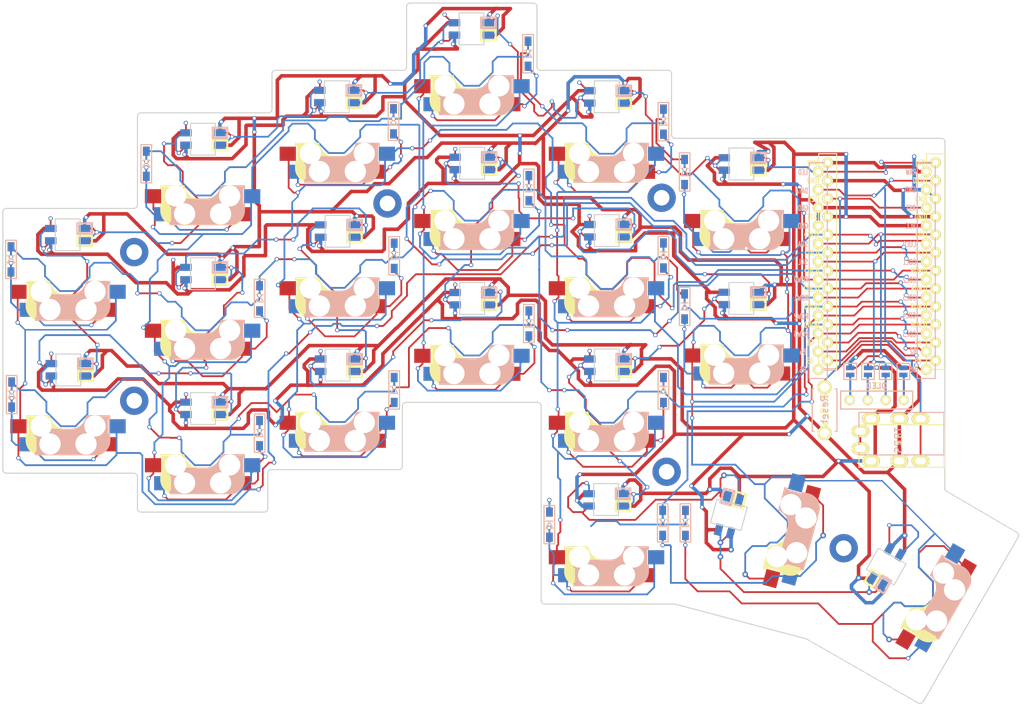
<source format=kicad_pcb>
(kicad_pcb (version 20171130) (host pcbnew "(5.1.10)-1")
  (title_block (title "Corne Cherry") (date 2018-11-17) (rev 2.1) (company foostan))
  (layers (0 F.Cu signal) (31 B.Cu signal) (34 B.Paste user) (35 F.Paste user) (36 B.SilkS user) (37 F.SilkS user) (38 B.Mask user) (39 F.Mask user) (44 Edge.Cuts user))
  (net 0 "")
  (net 1 row0)
  (net 2 row1)
  (net 3 row2)
  (net 4 row3)
  (net 5 GND)
  (net 6 VCC)
  (net 7 col0)
  (net 8 col1)
  (net 9 col2)
  (net 10 col3)
  (net 11 col4)
  (net 12 col5)
  (net 13 LED)
  (net 14 data)
  (net 15 reset)
  (net 16 SCL)
  (net 17 SDA)
  (net 18 "Net-(U1-Pad14)")
  (net 19 "Net-(U1-Pad13)")
  (net 20 "Net-(U1-Pad12)")
  (net 21 "Net-(U1-Pad11)")
  (net 22 "Net-(J2-Pad1)")
  (net 23 "Net-(J2-Pad2)")
  (net 24 "Net-(J2-Pad3)")
  (net 25 "Net-(J2-Pad4)")
  (net 26 "Net-(J1-PadA)")
  (net 27 "Net-(U1-Pad24)")
  (module kbd:CherryMX_MidHeight_Hotswap (layer F.Cu) (at 162.67048 106.12598 180)
    (fp_text reference SW13 hide)
    (fp_text value SW_PUSH hide)
    (pad 1 smd rect (at -7 -2.58) (size 2.3 2) (layers B.Cu B.Paste B.Mask) (net 11 col4))
    (pad 1 smd rect (at 7 -2.58) (size 2.3 2) (layers F.Cu F.Paste F.Mask) (net 11 col4))
    (pad 2 smd rect (at -5.7 -5.12) (size 2.3 2) (layers F.Cu F.Paste F.Mask))
    (pad "" np_thru_hole circle (at -3.81 -2.54) (size 3 3) (drill 3) (layers *.Cu *.Mask))
    (pad "" np_thru_hole circle (at -2.54 -5.08) (size 3 3) (drill 3) (layers *.Cu *.Mask))
    (pad "" np_thru_hole circle (at 3.81 -2.540001) (size 3 3) (drill 3) (layers *.Cu *.Mask))
    (pad "" np_thru_hole circle (at 2.54 -5.08) (size 3 3) (drill 3) (layers *.Cu *.Mask))
    (pad "" np_thru_hole circle (at 0 0 270) (size 4.1 4.1) (drill 4.1) (layers *.Cu *.Mask))
    (pad "" np_thru_hole circle (at 5.08 0 180) (size 1.9 1.9) (drill 1.9) (layers *.Cu *.Mask))
    (pad "" np_thru_hole circle (at -5.08 0 180) (size 1.9 1.9) (drill 1.9) (layers *.Cu *.Mask))
    (pad 2 smd rect (at 5.7 -5.12) (size 2.3 2) (layers B.Cu B.Paste B.Mask))
    (pad "" np_thru_hole circle (at -4.5 0 180) (size 1.7 1.7) (drill 1.7) (layers *.Cu *.Mask))
    (pad "" np_thru_hole circle (at 4.5 0 180) (size 1.7 1.7) (drill 1.7) (layers *.Cu *.Mask))
  )
  (module kbd:D3_SMD (layer F.Cu) (at 173.8 122.85 270)
    (fp_text reference D20 hide)
    (fp_text value D hide)
    (pad 1 smd rect (at -1.775 0 270) (size 1.3 0.95) (layers F.Cu F.Paste F.Mask) (net 4 row3))
    (pad 2 smd rect (at 1.775 0 270) (size 1.3 0.95) (layers B.Cu B.Paste B.Mask))
    (pad 1 smd rect (at -1.775 0 270) (size 1.3 0.95) (layers B.Cu B.Paste B.Mask) (net 4 row3))
    (pad 2 smd rect (at 1.775 0 270) (size 1.3 0.95) (layers F.Cu F.Paste F.Mask))
  )
  (module kbd:D3_SMD (layer F.Cu) (at 170.6 122.85 270)
    (fp_text reference D20 hide)
    (fp_text value D hide)
    (pad 2 smd rect (at 1.775 0 270) (size 1.3 0.95) (layers F.Cu F.Paste F.Mask))
    (pad 1 smd rect (at -1.775 0 270) (size 1.3 0.95) (layers B.Cu B.Paste B.Mask) (net 4 row3))
    (pad 2 smd rect (at 1.775 0 270) (size 1.3 0.95) (layers B.Cu B.Paste B.Mask))
    (pad 1 smd rect (at -1.775 0 270) (size 1.3 0.95) (layers F.Cu F.Paste F.Mask) (net 4 row3))
  )
  (module kbd:D3_SMD (layer F.Cu) (at 154.6 123.1 270)
    (fp_text reference D19 hide)
    (fp_text value D hide)
    (pad 2 smd rect (at 1.775 0 270) (size 1.3 0.95) (layers F.Cu F.Paste F.Mask))
    (pad 1 smd rect (at -1.775 0 270) (size 1.3 0.95) (layers B.Cu B.Paste B.Mask) (net 4 row3))
    (pad 2 smd rect (at 1.775 0 270) (size 1.3 0.95) (layers B.Cu B.Paste B.Mask))
    (pad 1 smd rect (at -1.775 0 270) (size 1.3 0.95) (layers F.Cu F.Paste F.Mask) (net 4 row3))
  )
  (module kbd:SK6812MINI_rev (layer F.Cu) (at 162.6 119.6)
    (fp_text reference L19 hide)
    (fp_text value SK6812MINI hide)
    (pad 2 smd rect (at -2.4 0.875) (size 1.6 1) (layers B.Cu B.Paste B.Mask) (net 5 GND))
    (pad 1 smd rect (at -2.4 -0.875) (size 1.6 1) (layers B.Cu B.Paste B.Mask))
    (pad 4 smd rect (at 2.4 -0.875) (size 1.6 1) (layers B.Cu B.Paste B.Mask) (net 6 VCC))
    (pad 3 smd rect (at 2.4 0.875) (size 1.6 1) (layers B.Cu B.Paste B.Mask))
    (pad 2 smd rect (at -2.4 -0.875) (size 1.6 1) (layers F.Cu F.Paste F.Mask) (net 5 GND))
    (pad 1 smd rect (at -2.4 0.875) (size 1.6 1) (layers F.Cu F.Paste F.Mask))
    (pad 3 smd rect (at 2.4 -0.875) (size 1.6 1) (layers F.Cu F.Paste F.Mask))
    (pad 4 smd rect (at 2.4 0.875) (size 1.6 1) (layers F.Cu F.Paste F.Mask) (net 6 VCC))
  )
  (module kbd:SK6812MINI_rev (layer F.Cu) (at 181.7 91.15)
    (fp_text reference L12 hide)
    (fp_text value SK6812MINI hide)
    (pad 2 smd rect (at -2.4 0.875) (size 1.6 1) (layers B.Cu B.Paste B.Mask) (net 5 GND))
    (pad 1 smd rect (at -2.4 -0.875) (size 1.6 1) (layers B.Cu B.Paste B.Mask))
    (pad 4 smd rect (at 2.4 -0.875) (size 1.6 1) (layers B.Cu B.Paste B.Mask) (net 6 VCC))
    (pad 3 smd rect (at 2.4 0.875) (size 1.6 1) (layers B.Cu B.Paste B.Mask))
    (pad 2 smd rect (at -2.4 -0.875) (size 1.6 1) (layers F.Cu F.Paste F.Mask) (net 5 GND))
    (pad 1 smd rect (at -2.4 0.875) (size 1.6 1) (layers F.Cu F.Paste F.Mask))
    (pad 3 smd rect (at 2.4 -0.875) (size 1.6 1) (layers F.Cu F.Paste F.Mask))
    (pad 4 smd rect (at 2.4 0.875) (size 1.6 1) (layers F.Cu F.Paste F.Mask) (net 6 VCC))
  )
  (module kbd:SK6812MINI_rev (layer F.Cu) (at 181.7 72.15)
    (fp_text reference L6 hide)
    (fp_text value SK6812MINI hide)
    (pad 2 smd rect (at -2.4 0.875) (size 1.6 1) (layers B.Cu B.Paste B.Mask) (net 5 GND))
    (pad 1 smd rect (at -2.4 -0.875) (size 1.6 1) (layers B.Cu B.Paste B.Mask))
    (pad 4 smd rect (at 2.4 -0.875) (size 1.6 1) (layers B.Cu B.Paste B.Mask) (net 6 VCC))
    (pad 3 smd rect (at 2.4 0.875) (size 1.6 1) (layers B.Cu B.Paste B.Mask) (net 13 LED))
    (pad 2 smd rect (at -2.4 -0.875) (size 1.6 1) (layers F.Cu F.Paste F.Mask) (net 5 GND))
    (pad 1 smd rect (at -2.4 0.875) (size 1.6 1) (layers F.Cu F.Paste F.Mask))
    (pad 3 smd rect (at 2.4 -0.875) (size 1.6 1) (layers F.Cu F.Paste F.Mask) (net 13 LED))
    (pad 4 smd rect (at 2.4 0.875) (size 1.6 1) (layers F.Cu F.Paste F.Mask) (net 6 VCC))
  )
  (module kbd:D3_SMD (layer F.Cu) (at 173.7 92.275 270)
    (fp_text reference D12 hide)
    (fp_text value D hide)
    (pad 2 smd rect (at 1.775 0 270) (size 1.3 0.95) (layers F.Cu F.Paste F.Mask))
    (pad 1 smd rect (at -1.775 0 270) (size 1.3 0.95) (layers B.Cu B.Paste B.Mask) (net 2 row1))
    (pad 2 smd rect (at 1.775 0 270) (size 1.3 0.95) (layers B.Cu B.Paste B.Mask))
    (pad 1 smd rect (at -1.775 0 270) (size 1.3 0.95) (layers F.Cu F.Paste F.Mask) (net 2 row1))
  )
  (module kbd:D3_SMD (layer F.Cu) (at 173.7 73.275 270)
    (fp_text reference D6 hide)
    (fp_text value D hide)
    (pad 2 smd rect (at 1.775 0 270) (size 1.3 0.95) (layers F.Cu F.Paste F.Mask))
    (pad 1 smd rect (at -1.775 0 270) (size 1.3 0.95) (layers B.Cu B.Paste B.Mask) (net 1 row0))
    (pad 2 smd rect (at 1.775 0 270) (size 1.3 0.95) (layers B.Cu B.Paste B.Mask))
    (pad 1 smd rect (at -1.775 0 270) (size 1.3 0.95) (layers F.Cu F.Paste F.Mask) (net 1 row0))
  )
  (module kbd:SK6812MINI_rev (layer F.Cu) (at 162.7 81.575)
    (fp_text reference L11 hide)
    (fp_text value SK6812MINI hide)
    (pad 2 smd rect (at -2.4 0.875) (size 1.6 1) (layers B.Cu B.Paste B.Mask) (net 5 GND))
    (pad 1 smd rect (at -2.4 -0.875) (size 1.6 1) (layers B.Cu B.Paste B.Mask))
    (pad 4 smd rect (at 2.4 -0.875) (size 1.6 1) (layers B.Cu B.Paste B.Mask) (net 6 VCC))
    (pad 3 smd rect (at 2.4 0.875) (size 1.6 1) (layers B.Cu B.Paste B.Mask))
    (pad 2 smd rect (at -2.4 -0.875) (size 1.6 1) (layers F.Cu F.Paste F.Mask) (net 5 GND))
    (pad 1 smd rect (at -2.4 0.875) (size 1.6 1) (layers F.Cu F.Paste F.Mask))
    (pad 3 smd rect (at 2.4 -0.875) (size 1.6 1) (layers F.Cu F.Paste F.Mask))
    (pad 4 smd rect (at 2.4 0.875) (size 1.6 1) (layers F.Cu F.Paste F.Mask) (net 6 VCC))
  )
  (module kbd:SK6812MINI_rev (layer F.Cu) (at 162.7 100.575)
    (fp_text reference L17 hide)
    (fp_text value SK6812MINI hide)
    (pad 2 smd rect (at -2.4 0.875) (size 1.6 1) (layers B.Cu B.Paste B.Mask) (net 5 GND))
    (pad 1 smd rect (at -2.4 -0.875) (size 1.6 1) (layers B.Cu B.Paste B.Mask))
    (pad 4 smd rect (at 2.4 -0.875) (size 1.6 1) (layers B.Cu B.Paste B.Mask) (net 6 VCC))
    (pad 3 smd rect (at 2.4 0.875) (size 1.6 1) (layers B.Cu B.Paste B.Mask))
    (pad 2 smd rect (at -2.4 -0.875) (size 1.6 1) (layers F.Cu F.Paste F.Mask) (net 5 GND))
    (pad 1 smd rect (at -2.4 0.875) (size 1.6 1) (layers F.Cu F.Paste F.Mask))
    (pad 3 smd rect (at 2.4 -0.875) (size 1.6 1) (layers F.Cu F.Paste F.Mask))
    (pad 4 smd rect (at 2.4 0.875) (size 1.6 1) (layers F.Cu F.Paste F.Mask) (net 6 VCC))
  )
  (module kbd:D3_SMD (layer F.Cu) (at 170.7 85.075 270)
    (fp_text reference D11 hide)
    (fp_text value D hide)
    (pad 2 smd rect (at 1.775 0 270) (size 1.3 0.95) (layers F.Cu F.Paste F.Mask))
    (pad 1 smd rect (at -1.775 0 270) (size 1.3 0.95) (layers B.Cu B.Paste B.Mask) (net 2 row1))
    (pad 2 smd rect (at 1.775 0 270) (size 1.3 0.95) (layers B.Cu B.Paste B.Mask))
    (pad 1 smd rect (at -1.775 0 270) (size 1.3 0.95) (layers F.Cu F.Paste F.Mask) (net 2 row1))
  )
  (module kbd:D3_SMD (layer F.Cu) (at 170.7 104.075 270)
    (fp_text reference D17 hide)
    (fp_text value D hide)
    (pad 2 smd rect (at 1.775 0 270) (size 1.3 0.95) (layers F.Cu F.Paste F.Mask))
    (pad 1 smd rect (at -1.775 0 270) (size 1.3 0.95) (layers B.Cu B.Paste B.Mask) (net 3 row2))
    (pad 2 smd rect (at 1.775 0 270) (size 1.3 0.95) (layers B.Cu B.Paste B.Mask))
    (pad 1 smd rect (at -1.775 0 270) (size 1.3 0.95) (layers F.Cu F.Paste F.Mask) (net 3 row2))
  )
  (module kbd:D3_SMD (layer F.Cu) (at 170.7 66.175 270)
    (fp_text reference D5 hide)
    (fp_text value D hide)
    (pad 2 smd rect (at 1.775 0 270) (size 1.3 0.95) (layers F.Cu F.Paste F.Mask))
    (pad 1 smd rect (at -1.775 0 270) (size 1.3 0.95) (layers B.Cu B.Paste B.Mask) (net 1 row0))
    (pad 2 smd rect (at 1.775 0 270) (size 1.3 0.95) (layers B.Cu B.Paste B.Mask))
    (pad 1 smd rect (at -1.775 0 270) (size 1.3 0.95) (layers F.Cu F.Paste F.Mask) (net 1 row0))
  )
  (module kbd:SK6812MINI_rev (layer F.Cu) (at 162.7 62.675)
    (fp_text reference L5 hide)
    (fp_text value SK6812MINI hide)
    (pad 2 smd rect (at -2.4 0.875) (size 1.6 1) (layers B.Cu B.Paste B.Mask) (net 5 GND))
    (pad 1 smd rect (at -2.4 -0.875) (size 1.6 1) (layers B.Cu B.Paste B.Mask))
    (pad 4 smd rect (at 2.4 -0.875) (size 1.6 1) (layers B.Cu B.Paste B.Mask) (net 6 VCC))
    (pad 3 smd rect (at 2.4 0.875) (size 1.6 1) (layers B.Cu B.Paste B.Mask))
    (pad 2 smd rect (at -2.4 -0.875) (size 1.6 1) (layers F.Cu F.Paste F.Mask) (net 5 GND))
    (pad 1 smd rect (at -2.4 0.875) (size 1.6 1) (layers F.Cu F.Paste F.Mask))
    (pad 3 smd rect (at 2.4 -0.875) (size 1.6 1) (layers F.Cu F.Paste F.Mask))
    (pad 4 smd rect (at 2.4 0.875) (size 1.6 1) (layers F.Cu F.Paste F.Mask) (net 6 VCC))
  )
  (module kbd:D3_SMD (layer F.Cu) (at 151.6 56.575 270)
    (fp_text reference D3 hide)
    (fp_text value D hide)
    (pad 2 smd rect (at 1.775 0 270) (size 1.3 0.95) (layers F.Cu F.Paste F.Mask))
    (pad 1 smd rect (at -1.775 0 270) (size 1.3 0.95) (layers B.Cu B.Paste B.Mask) (net 1 row0))
    (pad 2 smd rect (at 1.775 0 270) (size 1.3 0.95) (layers B.Cu B.Paste B.Mask))
    (pad 1 smd rect (at -1.775 0 270) (size 1.3 0.95) (layers F.Cu F.Paste F.Mask) (net 1 row0))
  )
  (module kbd:SK6812MINI_rev (layer F.Cu) (at 143.6 53.075)
    (fp_text reference L3 hide)
    (fp_text value SK6812MINI hide)
    (pad 2 smd rect (at -2.4 0.875) (size 1.6 1) (layers B.Cu B.Paste B.Mask) (net 5 GND))
    (pad 1 smd rect (at -2.4 -0.875) (size 1.6 1) (layers B.Cu B.Paste B.Mask))
    (pad 4 smd rect (at 2.4 -0.875) (size 1.6 1) (layers B.Cu B.Paste B.Mask) (net 6 VCC))
    (pad 3 smd rect (at 2.4 0.875) (size 1.6 1) (layers B.Cu B.Paste B.Mask))
    (pad 2 smd rect (at -2.4 -0.875) (size 1.6 1) (layers F.Cu F.Paste F.Mask) (net 5 GND))
    (pad 1 smd rect (at -2.4 0.875) (size 1.6 1) (layers F.Cu F.Paste F.Mask))
    (pad 3 smd rect (at 2.4 -0.875) (size 1.6 1) (layers F.Cu F.Paste F.Mask))
    (pad 4 smd rect (at 2.4 0.875) (size 1.6 1) (layers F.Cu F.Paste F.Mask) (net 6 VCC))
  )
  (module kbd:D3_SMD (layer F.Cu) (at 151.7 75.575 270)
    (fp_text reference D9 hide)
    (fp_text value D hide)
    (pad 2 smd rect (at 1.775 0 270) (size 1.3 0.95) (layers F.Cu F.Paste F.Mask))
    (pad 1 smd rect (at -1.775 0 270) (size 1.3 0.95) (layers B.Cu B.Paste B.Mask) (net 2 row1))
    (pad 2 smd rect (at 1.775 0 270) (size 1.3 0.95) (layers B.Cu B.Paste B.Mask))
    (pad 1 smd rect (at -1.775 0 270) (size 1.3 0.95) (layers F.Cu F.Paste F.Mask) (net 2 row1))
  )
  (module kbd:SK6812MINI_rev (layer F.Cu) (at 143.7 72.075)
    (fp_text reference L9 hide)
    (fp_text value SK6812MINI hide)
    (pad 2 smd rect (at -2.4 0.875) (size 1.6 1) (layers B.Cu B.Paste B.Mask) (net 5 GND))
    (pad 1 smd rect (at -2.4 -0.875) (size 1.6 1) (layers B.Cu B.Paste B.Mask))
    (pad 4 smd rect (at 2.4 -0.875) (size 1.6 1) (layers B.Cu B.Paste B.Mask) (net 6 VCC))
    (pad 3 smd rect (at 2.4 0.875) (size 1.6 1) (layers B.Cu B.Paste B.Mask))
    (pad 2 smd rect (at -2.4 -0.875) (size 1.6 1) (layers F.Cu F.Paste F.Mask) (net 5 GND))
    (pad 1 smd rect (at -2.4 0.875) (size 1.6 1) (layers F.Cu F.Paste F.Mask))
    (pad 3 smd rect (at 2.4 -0.875) (size 1.6 1) (layers F.Cu F.Paste F.Mask))
    (pad 4 smd rect (at 2.4 0.875) (size 1.6 1) (layers F.Cu F.Paste F.Mask) (net 6 VCC))
  )
  (module kbd:D3_SMD (layer F.Cu) (at 151.7 94.675 270)
    (fp_text reference D15 hide)
    (fp_text value D hide)
    (pad 2 smd rect (at 1.775 0 270) (size 1.3 0.95) (layers F.Cu F.Paste F.Mask))
    (pad 1 smd rect (at -1.775 0 270) (size 1.3 0.95) (layers B.Cu B.Paste B.Mask) (net 3 row2))
    (pad 2 smd rect (at 1.775 0 270) (size 1.3 0.95) (layers B.Cu B.Paste B.Mask))
    (pad 1 smd rect (at -1.775 0 270) (size 1.3 0.95) (layers F.Cu F.Paste F.Mask) (net 3 row2))
  )
  (module kbd:SK6812MINI_rev (layer F.Cu) (at 143.7 91.175)
    (fp_text reference L15 hide)
    (fp_text value SK6812MINI hide)
    (pad 2 smd rect (at -2.4 0.875) (size 1.6 1) (layers B.Cu B.Paste B.Mask) (net 5 GND))
    (pad 1 smd rect (at -2.4 -0.875) (size 1.6 1) (layers B.Cu B.Paste B.Mask))
    (pad 4 smd rect (at 2.4 -0.875) (size 1.6 1) (layers B.Cu B.Paste B.Mask) (net 6 VCC))
    (pad 3 smd rect (at 2.4 0.875) (size 1.6 1) (layers B.Cu B.Paste B.Mask))
    (pad 2 smd rect (at -2.4 -0.875) (size 1.6 1) (layers F.Cu F.Paste F.Mask) (net 5 GND))
    (pad 1 smd rect (at -2.4 0.875) (size 1.6 1) (layers F.Cu F.Paste F.Mask))
    (pad 3 smd rect (at 2.4 -0.875) (size 1.6 1) (layers F.Cu F.Paste F.Mask))
    (pad 4 smd rect (at 2.4 0.875) (size 1.6 1) (layers F.Cu F.Paste F.Mask) (net 6 VCC))
  )
  (module kbd:D3_SMD (layer F.Cu) (at 132.7 104.075 270)
    (fp_text reference D15 hide)
    (fp_text value D hide)
    (pad 2 smd rect (at 1.775 0 270) (size 1.3 0.95) (layers F.Cu F.Paste F.Mask))
    (pad 1 smd rect (at -1.775 0 270) (size 1.3 0.95) (layers B.Cu B.Paste B.Mask) (net 3 row2))
    (pad 2 smd rect (at 1.775 0 270) (size 1.3 0.95) (layers B.Cu B.Paste B.Mask))
    (pad 1 smd rect (at -1.775 0 270) (size 1.3 0.95) (layers F.Cu F.Paste F.Mask) (net 3 row2))
  )
  (module kbd:SK6812MINI_rev (layer F.Cu) (at 124.7 100.575)
    (fp_text reference L15 hide)
    (fp_text value SK6812MINI hide)
    (pad 2 smd rect (at -2.4 0.875) (size 1.6 1) (layers B.Cu B.Paste B.Mask) (net 5 GND))
    (pad 1 smd rect (at -2.4 -0.875) (size 1.6 1) (layers B.Cu B.Paste B.Mask))
    (pad 4 smd rect (at 2.4 -0.875) (size 1.6 1) (layers B.Cu B.Paste B.Mask) (net 6 VCC))
    (pad 3 smd rect (at 2.4 0.875) (size 1.6 1) (layers B.Cu B.Paste B.Mask))
    (pad 2 smd rect (at -2.4 -0.875) (size 1.6 1) (layers F.Cu F.Paste F.Mask) (net 5 GND))
    (pad 1 smd rect (at -2.4 0.875) (size 1.6 1) (layers F.Cu F.Paste F.Mask))
    (pad 3 smd rect (at 2.4 -0.875) (size 1.6 1) (layers F.Cu F.Paste F.Mask))
    (pad 4 smd rect (at 2.4 0.875) (size 1.6 1) (layers F.Cu F.Paste F.Mask) (net 6 VCC))
  )
  (module kbd:D3_SMD (layer F.Cu) (at 132.7 85.125 270)
    (fp_text reference D8 hide)
    (fp_text value D hide)
    (pad 2 smd rect (at 1.775 0 270) (size 1.3 0.95) (layers F.Cu F.Paste F.Mask))
    (pad 1 smd rect (at -1.775 0 270) (size 1.3 0.95) (layers B.Cu B.Paste B.Mask) (net 2 row1))
    (pad 2 smd rect (at 1.775 0 270) (size 1.3 0.95) (layers B.Cu B.Paste B.Mask))
    (pad 1 smd rect (at -1.775 0 270) (size 1.3 0.95) (layers F.Cu F.Paste F.Mask) (net 2 row1))
  )
  (module kbd:SK6812MINI_rev (layer F.Cu) (at 124.7 81.625)
    (fp_text reference L8 hide)
    (fp_text value SK6812MINI hide)
    (pad 2 smd rect (at -2.4 0.875) (size 1.6 1) (layers B.Cu B.Paste B.Mask) (net 5 GND))
    (pad 1 smd rect (at -2.4 -0.875) (size 1.6 1) (layers B.Cu B.Paste B.Mask))
    (pad 4 smd rect (at 2.4 -0.875) (size 1.6 1) (layers B.Cu B.Paste B.Mask) (net 6 VCC))
    (pad 3 smd rect (at 2.4 0.875) (size 1.6 1) (layers B.Cu B.Paste B.Mask))
    (pad 2 smd rect (at -2.4 -0.875) (size 1.6 1) (layers F.Cu F.Paste F.Mask) (net 5 GND))
    (pad 1 smd rect (at -2.4 0.875) (size 1.6 1) (layers F.Cu F.Paste F.Mask))
    (pad 3 smd rect (at 2.4 -0.875) (size 1.6 1) (layers F.Cu F.Paste F.Mask))
    (pad 4 smd rect (at 2.4 0.875) (size 1.6 1) (layers F.Cu F.Paste F.Mask) (net 6 VCC))
  )
  (module kbd:SK6812MINI_rev (layer F.Cu) (at 124.6 62.625)
    (fp_text reference L2 hide)
    (fp_text value SK6812MINI hide)
    (pad 2 smd rect (at -2.4 0.875) (size 1.6 1) (layers B.Cu B.Paste B.Mask) (net 5 GND))
    (pad 1 smd rect (at -2.4 -0.875) (size 1.6 1) (layers B.Cu B.Paste B.Mask))
    (pad 4 smd rect (at 2.4 -0.875) (size 1.6 1) (layers B.Cu B.Paste B.Mask) (net 6 VCC))
    (pad 3 smd rect (at 2.4 0.875) (size 1.6 1) (layers B.Cu B.Paste B.Mask))
    (pad 2 smd rect (at -2.4 -0.875) (size 1.6 1) (layers F.Cu F.Paste F.Mask) (net 5 GND))
    (pad 1 smd rect (at -2.4 0.875) (size 1.6 1) (layers F.Cu F.Paste F.Mask))
    (pad 3 smd rect (at 2.4 -0.875) (size 1.6 1) (layers F.Cu F.Paste F.Mask))
    (pad 4 smd rect (at 2.4 0.875) (size 1.6 1) (layers F.Cu F.Paste F.Mask) (net 6 VCC))
  )
  (module kbd:D3_SMD (layer F.Cu) (at 132.6 66.125 270)
    (fp_text reference D2 hide)
    (fp_text value D hide)
    (pad 2 smd rect (at 1.775 0 270) (size 1.3 0.95) (layers F.Cu F.Paste F.Mask))
    (pad 1 smd rect (at -1.775 0 270) (size 1.3 0.95) (layers B.Cu B.Paste B.Mask) (net 1 row0))
    (pad 2 smd rect (at 1.775 0 270) (size 1.3 0.95) (layers B.Cu B.Paste B.Mask))
    (pad 1 smd rect (at -1.775 0 270) (size 1.3 0.95) (layers F.Cu F.Paste F.Mask) (net 1 row0))
  )
  (module kbd:D3_SMD (layer F.Cu) (at 97.7 72.125 270)
    (fp_text reference D1 hide)
    (fp_text value D hide)
    (pad 2 smd rect (at 1.775 0 270) (size 1.3 0.95) (layers F.Cu F.Paste F.Mask))
    (pad 1 smd rect (at -1.775 0 270) (size 1.3 0.95) (layers B.Cu B.Paste B.Mask) (net 1 row0))
    (pad 2 smd rect (at 1.775 0 270) (size 1.3 0.95) (layers B.Cu B.Paste B.Mask))
    (pad 1 smd rect (at -1.775 0 270) (size 1.3 0.95) (layers F.Cu F.Paste F.Mask) (net 1 row0))
  )
  (module kbd:SK6812MINI_rev (layer F.Cu) (at 105.7 68.625)
    (fp_text reference L1 hide)
    (fp_text value SK6812MINI hide)
    (pad 2 smd rect (at -2.4 0.875) (size 1.6 1) (layers B.Cu B.Paste B.Mask) (net 5 GND))
    (pad 1 smd rect (at -2.4 -0.875) (size 1.6 1) (layers B.Cu B.Paste B.Mask))
    (pad 4 smd rect (at 2.4 -0.875) (size 1.6 1) (layers B.Cu B.Paste B.Mask) (net 6 VCC))
    (pad 3 smd rect (at 2.4 0.875) (size 1.6 1) (layers B.Cu B.Paste B.Mask))
    (pad 2 smd rect (at -2.4 -0.875) (size 1.6 1) (layers F.Cu F.Paste F.Mask) (net 5 GND))
    (pad 1 smd rect (at -2.4 0.875) (size 1.6 1) (layers F.Cu F.Paste F.Mask))
    (pad 3 smd rect (at 2.4 -0.875) (size 1.6 1) (layers F.Cu F.Paste F.Mask))
    (pad 4 smd rect (at 2.4 0.875) (size 1.6 1) (layers F.Cu F.Paste F.Mask) (net 6 VCC))
  )
  (module kbd:D3_SMD (layer F.Cu) (at 113.7 91.125 270)
    (fp_text reference D8 hide)
    (fp_text value D hide)
    (pad 2 smd rect (at 1.775 0 270) (size 1.3 0.95) (layers F.Cu F.Paste F.Mask))
    (pad 1 smd rect (at -1.775 0 270) (size 1.3 0.95) (layers B.Cu B.Paste B.Mask) (net 2 row1))
    (pad 2 smd rect (at 1.775 0 270) (size 1.3 0.95) (layers B.Cu B.Paste B.Mask))
    (pad 1 smd rect (at -1.775 0 270) (size 1.3 0.95) (layers F.Cu F.Paste F.Mask) (net 2 row1))
  )
  (module kbd:SK6812MINI_rev (layer F.Cu) (at 105.7 87.625)
    (fp_text reference L8 hide)
    (fp_text value SK6812MINI hide)
    (pad 2 smd rect (at -2.4 0.875) (size 1.6 1) (layers B.Cu B.Paste B.Mask) (net 5 GND))
    (pad 1 smd rect (at -2.4 -0.875) (size 1.6 1) (layers B.Cu B.Paste B.Mask))
    (pad 4 smd rect (at 2.4 -0.875) (size 1.6 1) (layers B.Cu B.Paste B.Mask) (net 6 VCC))
    (pad 3 smd rect (at 2.4 0.875) (size 1.6 1) (layers B.Cu B.Paste B.Mask))
    (pad 2 smd rect (at -2.4 -0.875) (size 1.6 1) (layers F.Cu F.Paste F.Mask) (net 5 GND))
    (pad 1 smd rect (at -2.4 0.875) (size 1.6 1) (layers F.Cu F.Paste F.Mask))
    (pad 3 smd rect (at 2.4 -0.875) (size 1.6 1) (layers F.Cu F.Paste F.Mask))
    (pad 4 smd rect (at 2.4 0.875) (size 1.6 1) (layers F.Cu F.Paste F.Mask) (net 6 VCC))
  )
  (module kbd:D3_SMD (layer F.Cu) (at 78.7 104.725 270)
    (fp_text reference D13 hide)
    (fp_text value D hide)
    (pad 2 smd rect (at 1.775 0 270) (size 1.3 0.95) (layers F.Cu F.Paste F.Mask))
    (pad 1 smd rect (at -1.775 0 270) (size 1.3 0.95) (layers B.Cu B.Paste B.Mask) (net 3 row2))
    (pad 2 smd rect (at 1.775 0 270) (size 1.3 0.95) (layers B.Cu B.Paste B.Mask))
    (pad 1 smd rect (at -1.775 0 270) (size 1.3 0.95) (layers F.Cu F.Paste F.Mask) (net 3 row2))
  )
  (module kbd:SK6812MINI_rev (layer F.Cu) (at 86.7 101.225)
    (fp_text reference L13 hide)
    (fp_text value SK6812MINI hide)
    (pad 2 smd rect (at -2.4 0.875) (size 1.6 1) (layers B.Cu B.Paste B.Mask) (net 5 GND))
    (pad 1 smd rect (at -2.4 -0.875) (size 1.6 1) (layers B.Cu B.Paste B.Mask))
    (pad 4 smd rect (at 2.4 -0.875) (size 1.6 1) (layers B.Cu B.Paste B.Mask) (net 6 VCC))
    (pad 3 smd rect (at 2.4 0.875) (size 1.6 1) (layers B.Cu B.Paste B.Mask))
    (pad 2 smd rect (at -2.4 -0.875) (size 1.6 1) (layers F.Cu F.Paste F.Mask) (net 5 GND))
    (pad 1 smd rect (at -2.4 0.875) (size 1.6 1) (layers F.Cu F.Paste F.Mask))
    (pad 3 smd rect (at 2.4 -0.875) (size 1.6 1) (layers F.Cu F.Paste F.Mask))
    (pad 4 smd rect (at 2.4 0.875) (size 1.6 1) (layers F.Cu F.Paste F.Mask) (net 6 VCC))
  )
  (module kbd:D3_SMD (layer F.Cu) (at 113.7 110.175 270)
    (fp_text reference D15 hide)
    (fp_text value D hide)
    (pad 1 smd rect (at -1.775 0 270) (size 1.3 0.95) (layers F.Cu F.Paste F.Mask) (net 3 row2))
    (pad 2 smd rect (at 1.775 0 270) (size 1.3 0.95) (layers B.Cu B.Paste B.Mask))
    (pad 1 smd rect (at -1.775 0 270) (size 1.3 0.95) (layers B.Cu B.Paste B.Mask) (net 3 row2))
    (pad 2 smd rect (at 1.775 0 270) (size 1.3 0.95) (layers F.Cu F.Paste F.Mask))
  )
  (module kbd:SK6812MINI_rev (layer F.Cu) (at 105.7 106.675)
    (fp_text reference L15 hide)
    (fp_text value SK6812MINI hide)
    (pad 4 smd rect (at 2.4 0.875) (size 1.6 1) (layers F.Cu F.Paste F.Mask) (net 6 VCC))
    (pad 3 smd rect (at 2.4 -0.875) (size 1.6 1) (layers F.Cu F.Paste F.Mask))
    (pad 1 smd rect (at -2.4 0.875) (size 1.6 1) (layers F.Cu F.Paste F.Mask))
    (pad 2 smd rect (at -2.4 -0.875) (size 1.6 1) (layers F.Cu F.Paste F.Mask) (net 5 GND))
    (pad 3 smd rect (at 2.4 0.875) (size 1.6 1) (layers B.Cu B.Paste B.Mask))
    (pad 4 smd rect (at 2.4 -0.875) (size 1.6 1) (layers B.Cu B.Paste B.Mask) (net 6 VCC))
    (pad 1 smd rect (at -2.4 -0.875) (size 1.6 1) (layers B.Cu B.Paste B.Mask))
    (pad 2 smd rect (at -2.4 0.875) (size 1.6 1) (layers B.Cu B.Paste B.Mask) (net 5 GND))
  )
  (module kbd:D3_SMD (layer F.Cu) (at 78.6 85.625 270)
    (fp_text reference D1 hide)
    (fp_text value D hide)
    (pad 2 smd rect (at 1.775 0 270) (size 1.3 0.95) (layers F.Cu F.Paste F.Mask))
    (pad 1 smd rect (at -1.775 0 270) (size 1.3 0.95) (layers B.Cu B.Paste B.Mask) (net 2 row1))
    (pad 2 smd rect (at 1.775 0 270) (size 1.3 0.95) (layers B.Cu B.Paste B.Mask))
    (pad 1 smd rect (at -1.775 0 270) (size 1.3 0.95) (layers F.Cu F.Paste F.Mask) (net 2 row1))
  )
  (module kbd:SK6812MINI_rev (layer F.Cu) (at 86.6 82.125)
    (fp_text reference L1 hide)
    (fp_text value SK6812MINI hide)
    (pad 2 smd rect (at -2.4 0.875) (size 1.6 1) (layers B.Cu B.Paste B.Mask) (net 5 GND))
    (pad 1 smd rect (at -2.4 -0.875) (size 1.6 1) (layers B.Cu B.Paste B.Mask))
    (pad 4 smd rect (at 2.4 -0.875) (size 1.6 1) (layers B.Cu B.Paste B.Mask) (net 6 VCC))
    (pad 3 smd rect (at 2.4 0.875) (size 1.6 1) (layers B.Cu B.Paste B.Mask))
    (pad 2 smd rect (at -2.4 -0.875) (size 1.6 1) (layers F.Cu F.Paste F.Mask) (net 5 GND))
    (pad 1 smd rect (at -2.4 0.875) (size 1.6 1) (layers F.Cu F.Paste F.Mask))
    (pad 3 smd rect (at 2.4 -0.875) (size 1.6 1) (layers F.Cu F.Paste F.Mask))
    (pad 4 smd rect (at 2.4 0.875) (size 1.6 1) (layers F.Cu F.Paste F.Mask) (net 6 VCC))
  )
  (module kbd:MJ-4PP-9 (layer F.Cu) (at 210.3 112 270)
    (fp_text reference J1 (at -0.889 6.4135 270) (layer F.SilkS))
    (fp_text value MJ-4PP-9 hide)
    (fp_text user TRRS (at -0.8255 6.4135 270) (layer B.SilkS) (effects (justify mirror)))
    (pad A thru_hole oval (at -2.1 11.8 270) (size 1.7 2.5) (drill oval 1 1.5) (layers *.Cu *.Mask F.SilkS) (net 26 "Net-(J1-PadA)") (clearance 0.15))
    (pad D thru_hole oval (at 2.1 10.3 270) (size 1.7 2.5) (drill oval 1 1.5) (layers *.Cu *.Mask F.SilkS) (net 6 VCC) (clearance 0.15))
    (pad C thru_hole oval (at 2.1 6.3 270) (size 1.7 2.5) (drill oval 1 1.5) (layers *.Cu *.Mask F.SilkS) (net 5 GND))
    (pad B thru_hole oval (at 2.1 3.3 270) (size 1.7 2.5) (drill oval 1 1.5) (layers *.Cu *.Mask F.SilkS) (net 14 data))
    (pad "" np_thru_hole circle (at 0 8.5 270) (size 1.2 1.2) (drill 1.2) (layers *.Cu *.Mask F.SilkS))
    (pad "" np_thru_hole circle (at 0 1.5 270) (size 1.2 1.2) (drill 1.2) (layers *.Cu *.Mask F.SilkS))
    (pad C thru_hole oval (at -3.85 6.3 270) (size 1.7 2.5) (drill oval 1 1.5) (layers *.Cu *.Mask F.SilkS) (net 5 GND))
    (pad B thru_hole oval (at -3.85 3.3 270) (size 1.7 2.5) (drill oval 1 1.5) (layers *.Cu *.Mask F.SilkS) (net 14 data))
    (pad A thru_hole oval (at 0.35 11.8 270) (size 1.7 2.5) (drill oval 1 1.5) (layers *.Cu *.Mask F.SilkS) (net 26 "Net-(J1-PadA)") (clearance 0.15))
    (pad D thru_hole oval (at -3.85 10.3 270) (size 1.7 2.5) (drill oval 1 1.5) (layers *.Cu *.Mask F.SilkS) (net 6 VCC) (clearance 0.15))
    (pad "" np_thru_hole circle (at -1.75 1.5 270) (size 1.2 1.2) (drill 1.2) (layers *.Cu *.Mask F.SilkS))
    (pad "" np_thru_hole circle (at -1.75 8.5 270) (size 1.2 1.2) (drill 1.2) (layers *.Cu *.Mask F.SilkS))
  )
  (module kbd:ProMicro_v2 (layer F.Cu) (at 201.45 86.45)
    (fp_text reference U1 hide)
    (fp_text value ProMicro hide)
    (fp_text user RAW (at 4.191 -13.1445) (layer B.SilkS) (effects (font (size 0.75 0.5) (thickness 0.125)) (justify mirror)))
    (fp_text user LED (at -11.049 -13.1445) (layer B.SilkS) (effects (font (size 0.75 0.5) (thickness 0.125)) (justify mirror)))
    (fp_text user GND (at 4.1275 -10.668) (layer B.SilkS) (effects (font (size 0.75 0.5) (thickness 0.125)) (justify mirror)))
    (fp_text user DATA (at -11.2 -10.5) (layer B.SilkS) (effects (font (size 0.75 0.5) (thickness 0.125)) (justify mirror)))
    (fp_text user RST (at 4.191 -8.0645) (layer B.SilkS) (effects (font (size 0.75 0.5) (thickness 0.125)) (justify mirror)))
    (fp_text user GND (at -11.049 -8.0645) (layer B.SilkS) (effects (font (size 0.75 0.5) (thickness 0.125)) (justify mirror)))
    (fp_text user VCC (at 4.1275 -5.5245) (layer B.SilkS) (effects (font (size 0.75 0.5) (thickness 0.125)) (justify mirror)))
    (fp_text user GND (at -11.049 -5.5245) (layer B.SilkS) (effects (font (size 0.75 0.5) (thickness 0.125)) (justify mirror)))
    (fp_text user COL3 (at 4 4.6) (layer B.SilkS) (effects (font (size 0.75 0.5) (thickness 0.125)) (justify mirror)))
    (fp_text user ROW0 (at -11.3 2.032) (layer B.SilkS) (effects (font (size 0.75 0.5) (thickness 0.125)) (justify mirror)))
    (fp_text user COL2 (at 4 2.1) (layer B.SilkS) (effects (font (size 0.75 0.5) (thickness 0.125)) (justify mirror)))
    (fp_text user SCL (at -11.049 -0.4445) (layer B.SilkS) (effects (font (size 0.75 0.5) (thickness 0.125)) (justify mirror)))
    (fp_text user COL1 (at 4 -0.4445) (layer B.SilkS) (effects (font (size 0.75 0.5) (thickness 0.125)) (justify mirror)))
    (fp_text user SDA (at -11.049 -2.9845) (layer B.SilkS) (effects (font (size 0.75 0.5) (thickness 0.125)) (justify mirror)))
    (fp_text user COL0 (at 4 -2.95) (layer B.SilkS) (effects (font (size 0.75 0.5) (thickness 0.125)) (justify mirror)))
    (fp_text user B6 (at 4.445 14.732) (layer B.SilkS) (effects (font (size 0.75 0.5) (thickness 0.125)) (justify mirror)))
    (fp_text user B5 (at -11.049 14.7955) (layer B.SilkS) (effects (font (size 0.75 0.5) (thickness 0.125)) (justify mirror)))
    (fp_text user B4 (at -11.049 12.2555) (layer B.SilkS) (effects (font (size 0.75 0.5) (thickness 0.125)) (justify mirror)))
    (fp_text user B2 (at 4.5085 12.1285) (layer B.SilkS) (effects (font (size 0.75 0.5) (thickness 0.125)) (justify mirror)))
    (fp_text user ROW3 (at -11.3 9.75) (layer B.SilkS) (effects (font (size 0.75 0.5) (thickness 0.125)) (justify mirror)))
    (fp_text user COL5 (at 4 9.75) (layer B.SilkS) (effects (font (size 0.75 0.5) (thickness 0.125)) (justify mirror)))
    (fp_text user ROW2 (at -11.3 7.239) (layer B.SilkS) (effects (font (size 0.75 0.5) (thickness 0.125)) (justify mirror)))
    (fp_text user COL4 (at 3.95 7.112) (layer B.SilkS) (effects (font (size 0.75 0.5) (thickness 0.125)) (justify mirror)))
    (fp_text user ROW1 (at -11.3 4.6355) (layer B.SilkS) (effects (font (size 0.75 0.5) (thickness 0.125)) (justify mirror)))
    (fp_text user ROW1 (at 5.25 3.302) (layer F.SilkS) (effects (font (size 0.75 0.5) (thickness 0.125))))
    (fp_text user COL4 (at -9.95 5.85) (layer F.SilkS) (effects (font (size 0.75 0.5) (thickness 0.125))))
    (fp_text user ROW2 (at 5.2 5.85) (layer F.SilkS) (effects (font (size 0.75 0.5) (thickness 0.125))))
    (fp_text user COL5 (at -9.95 8.4455) (layer F.SilkS) (effects (font (size 0.75 0.5) (thickness 0.125))))
    (fp_text user ROW3 (at 5.2 8.4455) (layer F.SilkS) (effects (font (size 0.75 0.5) (thickness 0.125))))
    (fp_text user B2 (at -9.95 10.95) (layer F.SilkS) (effects (font (size 0.75 0.5) (thickness 0.125))))
    (fp_text user B4 (at 5.2 10.922) (layer F.SilkS) (effects (font (size 0.75 0.5) (thickness 0.125))))
    (fp_text user B5 (at 5.2 13.5255) (layer F.SilkS) (effects (font (size 0.75 0.5) (thickness 0.125))))
    (fp_text user B6 (at -10.05 13.5) (layer F.SilkS) (effects (font (size 0.75 0.5) (thickness 0.125))))
    (fp_text user COL0 (at -9.9 -4.3) (layer F.SilkS) (effects (font (size 0.75 0.5) (thickness 0.125))))
    (fp_text user SDA (at 5.461 -4.318) (layer F.SilkS) (effects (font (size 0.75 0.5) (thickness 0.125))))
    (fp_text user COL1 (at -9.85 -1.778) (layer F.SilkS) (effects (font (size 0.75 0.5) (thickness 0.125))))
    (fp_text user SCL (at 5.461 -1.778) (layer F.SilkS) (effects (font (size 0.75 0.5) (thickness 0.125))))
    (fp_text user COL2 (at -9.9 0.762) (layer F.SilkS) (effects (font (size 0.75 0.5) (thickness 0.125))))
    (fp_text user ROW0 (at 5.2 0.8) (layer F.SilkS) (effects (font (size 0.75 0.5) (thickness 0.125))))
    (fp_text user COL3 (at -10 3.35) (layer F.SilkS) (effects (font (size 0.75 0.5) (thickness 0.125))))
    (fp_text user GND (at 5.461 -6.7945) (layer F.SilkS) (effects (font (size 0.75 0.5) (thickness 0.125))))
    (fp_text user VCC (at -9.7155 -6.858) (layer F.SilkS) (effects (font (size 0.75 0.5) (thickness 0.125))))
    (fp_text user GND (at 5.5245 -9.3345) (layer F.SilkS) (effects (font (size 0.75 0.5) (thickness 0.125))))
    (fp_text user RST (at -9.7155 -9.3345) (layer F.SilkS) (effects (font (size 0.75 0.5) (thickness 0.125))))
    (fp_text user DATA (at 5.35 -11.95) (layer F.SilkS) (effects (font (size 0.75 0.5) (thickness 0.125))))
    (fp_text user GND (at -9.7155 -11.938) (layer F.SilkS) (effects (font (size 0.75 0.5) (thickness 0.125))))
    (fp_text user LED (at 5.5 -14.478) (layer F.SilkS) (effects (font (size 0.75 0.5) (thickness 0.125))))
    (fp_text user RAW (at -9.7155 -14.478) (layer F.SilkS) (effects (font (size 0.75 0.5) (thickness 0.125))))
    (fp_text user "" (at -1.2065 -16.256) (layer B.SilkS) (effects (justify mirror)))
    (fp_text user "" (at -0.5 -17.25) (layer F.SilkS))
    (pad 24 thru_hole circle (at -7.5636 -14.478) (size 1.524 1.524) (drill 0.8128) (layers *.Cu *.Mask F.SilkS) (net 27 "Net-(U1-Pad24)"))
    (pad 23 thru_hole circle (at -7.5636 -11.938) (size 1.524 1.524) (drill 0.8128) (layers *.Cu *.Mask F.SilkS) (net 5 GND))
    (pad 22 thru_hole circle (at -7.5636 -9.398) (size 1.524 1.524) (drill 0.8128) (layers *.Cu *.Mask F.SilkS) (net 15 reset))
    (pad 21 thru_hole circle (at -7.5636 -6.858) (size 1.524 1.524) (drill 0.8128) (layers *.Cu *.Mask F.SilkS) (net 6 VCC))
    (pad 20 thru_hole circle (at -7.5636 -4.318) (size 1.524 1.524) (drill 0.8128) (layers *.Cu *.Mask F.SilkS) (net 7 col0))
    (pad 19 thru_hole circle (at -7.5636 -1.778) (size 1.524 1.524) (drill 0.8128) (layers *.Cu *.Mask F.SilkS) (net 8 col1))
    (pad 18 thru_hole circle (at -7.5636 0.762) (size 1.524 1.524) (drill 0.8128) (layers *.Cu *.Mask F.SilkS) (net 9 col2))
    (pad 17 thru_hole circle (at -7.5636 3.302) (size 1.524 1.524) (drill 0.8128) (layers *.Cu *.Mask F.SilkS) (net 10 col3))
    (pad 16 thru_hole circle (at -7.5636 5.842) (size 1.524 1.524) (drill 0.8128) (layers *.Cu *.Mask F.SilkS) (net 11 col4))
    (pad 15 thru_hole circle (at -7.5636 8.382) (size 1.524 1.524) (drill 0.8128) (layers *.Cu *.Mask F.SilkS) (net 12 col5))
    (pad 14 thru_hole circle (at -7.5636 10.922) (size 1.524 1.524) (drill 0.8128) (layers *.Cu *.Mask F.SilkS) (net 18 "Net-(U1-Pad14)"))
    (pad 13 thru_hole circle (at -7.5636 13.462) (size 1.524 1.524) (drill 0.8128) (layers *.Cu *.Mask F.SilkS) (net 19 "Net-(U1-Pad13)"))
    (pad 12 thru_hole circle (at 7.6564 13.462) (size 1.524 1.524) (drill 0.8128) (layers *.Cu *.Mask F.SilkS) (net 20 "Net-(U1-Pad12)"))
    (pad 11 thru_hole circle (at 7.6564 10.922) (size 1.524 1.524) (drill 0.8128) (layers *.Cu *.Mask F.SilkS) (net 21 "Net-(U1-Pad11)"))
    (pad 10 thru_hole circle (at 7.6564 8.382) (size 1.524 1.524) (drill 0.8128) (layers *.Cu *.Mask F.SilkS) (net 4 row3))
    (pad 9 thru_hole circle (at 7.6564 5.842) (size 1.524 1.524) (drill 0.8128) (layers *.Cu *.Mask F.SilkS) (net 3 row2))
    (pad 8 thru_hole circle (at 7.6564 3.302) (size 1.524 1.524) (drill 0.8128) (layers *.Cu *.Mask F.SilkS) (net 2 row1))
    (pad 7 thru_hole circle (at 7.6564 0.762) (size 1.524 1.524) (drill 0.8128) (layers *.Cu *.Mask F.SilkS) (net 1 row0))
    (pad 6 thru_hole circle (at 7.6564 -1.778) (size 1.524 1.524) (drill 0.8128) (layers *.Cu *.Mask F.SilkS) (net 16 SCL))
    (pad 5 thru_hole circle (at 7.6564 -4.318) (size 1.524 1.524) (drill 0.8128) (layers *.Cu *.Mask F.SilkS) (net 17 SDA))
    (pad 4 thru_hole circle (at 7.6564 -6.858) (size 1.524 1.524) (drill 0.8128) (layers *.Cu *.Mask F.SilkS) (net 5 GND))
    (pad 3 thru_hole circle (at 7.6564 -9.398) (size 1.524 1.524) (drill 0.8128) (layers *.Cu *.Mask F.SilkS) (net 5 GND))
    (pad 2 thru_hole circle (at 7.6564 -11.938) (size 1.524 1.524) (drill 0.8128) (layers *.Cu *.Mask F.SilkS) (net 14 data))
    (pad 1 thru_hole circle (at 7.6564 -14.478) (size 1.524 1.524) (drill 0.8128) (layers *.Cu *.Mask F.SilkS) (net 13 LED))
    (pad 1 thru_hole circle (at -8.89 -13.208) (size 1.524 1.524) (drill 0.8128) (layers *.Cu *.Mask F.SilkS) (net 13 LED))
    (pad 2 thru_hole circle (at -8.89 -10.668) (size 1.524 1.524) (drill 0.8128) (layers *.Cu *.Mask F.SilkS) (net 14 data))
    (pad 3 thru_hole circle (at -8.89 -8.128) (size 1.524 1.524) (drill 0.8128) (layers *.Cu *.Mask F.SilkS) (net 5 GND))
    (pad 4 thru_hole circle (at -8.89 -5.588) (size 1.524 1.524) (drill 0.8128) (layers *.Cu *.Mask F.SilkS) (net 5 GND))
    (pad 5 thru_hole circle (at -8.89 -3.048) (size 1.524 1.524) (drill 0.8128) (layers *.Cu *.Mask F.SilkS) (net 17 SDA))
    (pad 6 thru_hole circle (at -8.89 -0.508) (size 1.524 1.524) (drill 0.8128) (layers *.Cu *.Mask F.SilkS) (net 16 SCL))
    (pad 7 thru_hole circle (at -8.89 2.032) (size 1.524 1.524) (drill 0.8128) (layers *.Cu *.Mask F.SilkS) (net 1 row0))
    (pad 8 thru_hole circle (at -8.89 4.572) (size 1.524 1.524) (drill 0.8128) (layers *.Cu *.Mask F.SilkS) (net 2 row1))
    (pad 9 thru_hole circle (at -8.89 7.112) (size 1.524 1.524) (drill 0.8128) (layers *.Cu *.Mask F.SilkS) (net 3 row2))
    (pad 10 thru_hole circle (at -8.89 9.652) (size 1.524 1.524) (drill 0.8128) (layers *.Cu *.Mask F.SilkS) (net 4 row3))
    (pad 11 thru_hole circle (at -8.89 12.192) (size 1.524 1.524) (drill 0.8128) (layers *.Cu *.Mask F.SilkS) (net 21 "Net-(U1-Pad11)"))
    (pad 12 thru_hole circle (at -8.89 14.732) (size 1.524 1.524) (drill 0.8128) (layers *.Cu *.Mask F.SilkS) (net 20 "Net-(U1-Pad12)"))
    (pad 13 thru_hole circle (at 6.35 14.732) (size 1.524 1.524) (drill 0.8128) (layers *.Cu *.Mask F.SilkS) (net 19 "Net-(U1-Pad13)"))
    (pad 14 thru_hole circle (at 6.35 12.192) (size 1.524 1.524) (drill 0.8128) (layers *.Cu *.Mask F.SilkS) (net 18 "Net-(U1-Pad14)"))
    (pad 15 thru_hole circle (at 6.35 9.652) (size 1.524 1.524) (drill 0.8128) (layers *.Cu *.Mask F.SilkS) (net 12 col5))
    (pad 16 thru_hole circle (at 6.35 7.112) (size 1.524 1.524) (drill 0.8128) (layers *.Cu *.Mask F.SilkS) (net 11 col4))
    (pad 17 thru_hole circle (at 6.35 4.572) (size 1.524 1.524) (drill 0.8128) (layers *.Cu *.Mask F.SilkS) (net 10 col3))
    (pad 18 thru_hole circle (at 6.35 2.032) (size 1.524 1.524) (drill 0.8128) (layers *.Cu *.Mask F.SilkS) (net 9 col2))
    (pad 19 thru_hole circle (at 6.35 -0.508) (size 1.524 1.524) (drill 0.8128) (layers *.Cu *.Mask F.SilkS) (net 8 col1))
    (pad 20 thru_hole circle (at 6.35 -3.048) (size 1.524 1.524) (drill 0.8128) (layers *.Cu *.Mask F.SilkS) (net 7 col0))
    (pad 21 thru_hole circle (at 6.35 -5.588) (size 1.524 1.524) (drill 0.8128) (layers *.Cu *.Mask F.SilkS) (net 6 VCC))
    (pad 22 thru_hole circle (at 6.35 -8.128) (size 1.524 1.524) (drill 0.8128) (layers *.Cu *.Mask F.SilkS) (net 15 reset))
    (pad 23 thru_hole circle (at 6.35 -10.668) (size 1.524 1.524) (drill 0.8128) (layers *.Cu *.Mask F.SilkS) (net 5 GND))
    (pad 24 thru_hole circle (at 6.35 -13.208) (size 1.524 1.524) (drill 0.8128) (layers *.Cu *.Mask F.SilkS) (net 27 "Net-(U1-Pad24)"))
  )
  (module kbd:ResetSW (layer F.Cu) (at 193.45048 106.92598 90)
    (fp_text reference RSW1 hide)
    (fp_text value SW_PUSH (at 0 0 90) (layer F.SilkS))
    (fp_text user Reset (at 0.127 0 90) (layer B.SilkS) (effects (justify mirror)))
    (pad 2 thru_hole circle (at -3.25 0 90) (size 2 2) (drill 1.3) (layers *.Cu *.Mask F.SilkS) (net 5 GND))
    (pad 1 thru_hole circle (at 3.25 0 90) (size 2 2) (drill 1.3) (layers *.Cu *.Mask F.SilkS) (net 15 reset))
  )
  (module kbd:OLED (layer F.Cu) (at 197 105.5)
    (fp_text reference J2 (at 3.7 -2 180) (layer F.SilkS) (effects (font (size 0.8128 0.8128))))
    (fp_text value OLED hide)
    (pad 4 thru_hole circle (at 7.62 0) (size 1.397 1.397) (drill 0.8128) (layers *.Cu *.Mask F.SilkS) (net 25 "Net-(J2-Pad4)"))
    (pad 3 thru_hole circle (at 5.08 0) (size 1.397 1.397) (drill 0.8128) (layers *.Cu *.Mask F.SilkS) (net 24 "Net-(J2-Pad3)"))
    (pad 2 thru_hole circle (at 2.54 0) (size 1.397 1.397) (drill 0.8128) (layers *.Cu *.Mask F.SilkS) (net 23 "Net-(J2-Pad2)"))
    (pad 1 thru_hole circle (at 0 0) (size 1.397 1.397) (drill 0.8128) (layers *.Cu *.Mask F.SilkS) (net 22 "Net-(J2-Pad1)"))
  )
  (module kbd:Jumper (layer F.Cu) (at 204.575 101.45 270)
    (fp_text reference JP2 hide)
    (fp_text value " " (at -2.25 -0.125 270) (layer F.SilkS) (effects (font (size 0.8128 0.8128))))
    (pad 2 smd rect (at 0.50038 0 270) (size 0.635 1.143) (layers F.Cu F.Paste F.Mask) (net 25 "Net-(J2-Pad4)") (clearance 0.1905))
    (pad 1 smd rect (at -0.50038 0 270) (size 0.635 1.143) (layers F.Cu F.Paste F.Mask) (net 5 GND) (clearance 0.1905))
  )
  (module kbd:Jumper (layer F.Cu) (at 202.075 101.45 270)
    (fp_text reference JP3 hide)
    (fp_text value " " (at -2.25 0.125 270) (layer F.SilkS) (effects (font (size 0.8128 0.8128))))
    (pad 2 smd rect (at 0.50038 0 270) (size 0.635 1.143) (layers F.Cu F.Paste F.Mask) (net 24 "Net-(J2-Pad3)") (clearance 0.1905))
    (pad 1 smd rect (at -0.50038 0 270) (size 0.635 1.143) (layers F.Cu F.Paste F.Mask) (net 6 VCC) (clearance 0.1905))
  )
  (module kbd:Jumper (layer B.Cu) (at 197.075 101.45 270)
    (fp_text reference JP9 hide)
    (fp_text value " " (at -2.794 0 270) (layer B.SilkS) (effects (font (size 0.8128 0.8128)) (justify mirror)))
    (pad 2 smd rect (at 0.50038 0 270) (size 0.635 1.143) (layers B.Cu B.Paste B.Mask) (net 22 "Net-(J2-Pad1)") (clearance 0.1905))
    (pad 1 smd rect (at -0.50038 0 270) (size 0.635 1.143) (layers B.Cu B.Paste B.Mask) (net 5 GND) (clearance 0.1905))
  )
  (module kbd:Jumper (layer B.Cu) (at 199.575 101.45 270)
    (fp_text reference JP8 hide)
    (fp_text value " " (at -2.794 0 270) (layer B.SilkS) (effects (font (size 0.8128 0.8128)) (justify mirror)))
    (pad 2 smd rect (at 0.50038 0 270) (size 0.635 1.143) (layers B.Cu B.Paste B.Mask) (net 23 "Net-(J2-Pad2)") (clearance 0.1905))
    (pad 1 smd rect (at -0.50038 0 270) (size 0.635 1.143) (layers B.Cu B.Paste B.Mask) (net 6 VCC) (clearance 0.1905))
  )
  (module kbd:Jumper (layer B.Cu) (at 202.075 101.45 270)
    (fp_text reference JP7 hide)
    (fp_text value " " (at -2.794 0 270) (layer B.SilkS) (effects (font (size 0.8128 0.8128)) (justify mirror)))
    (pad 2 smd rect (at 0.50038 0 270) (size 0.635 1.143) (layers B.Cu B.Paste B.Mask) (net 24 "Net-(J2-Pad3)") (clearance 0.1905))
    (pad 1 smd rect (at -0.50038 0 270) (size 0.635 1.143) (layers B.Cu B.Paste B.Mask) (net 16 SCL) (clearance 0.1905))
  )
  (module kbd:Jumper (layer B.Cu) (at 204.575 101.45 270)
    (fp_text reference JP6 hide)
    (fp_text value " " (at -2.794 0 270) (layer B.SilkS) (effects (font (size 0.8128 0.8128)) (justify mirror)))
    (pad 2 smd rect (at 0.50038 0 270) (size 0.635 1.143) (layers B.Cu B.Paste B.Mask) (net 25 "Net-(J2-Pad4)") (clearance 0.1905))
    (pad 1 smd rect (at -0.50038 0 270) (size 0.635 1.143) (layers B.Cu B.Paste B.Mask) (net 17 SDA) (clearance 0.1905))
  )
  (module kbd:Jumper (layer F.Cu) (at 197.075 101.45 270)
    (fp_text reference JP5 hide)
    (fp_text value " " (at -2.25 -0.125 270) (layer F.SilkS) (effects (font (size 0.8128 0.8128))))
    (pad 2 smd rect (at 0.50038 0 270) (size 0.635 1.143) (layers F.Cu F.Paste F.Mask) (net 22 "Net-(J2-Pad1)") (clearance 0.1905))
    (pad 1 smd rect (at -0.50038 0 270) (size 0.635 1.143) (layers F.Cu F.Paste F.Mask) (net 17 SDA) (clearance 0.1905))
  )
  (module kbd:Jumper (layer F.Cu) (at 199.575 101.45 270)
    (fp_text reference JP4 hide)
    (fp_text value " " (at -2.5 -0.125 270) (layer F.SilkS) (effects (font (size 0.8128 0.8128))))
    (pad 2 smd rect (at 0.50038 0 270) (size 0.635 1.143) (layers F.Cu F.Paste F.Mask) (net 23 "Net-(J2-Pad2)") (clearance 0.1905))
    (pad 1 smd rect (at -0.50038 0 270) (size 0.635 1.143) (layers F.Cu F.Paste F.Mask) (net 16 SCL) (clearance 0.1905))
  )
  (module kbd:CherryMX_MidHeight_Hotswap (layer F.Cu) (at 124.67048 106.12598 180)
    (fp_text reference SW13 hide)
    (fp_text value SW_PUSH hide)
    (pad 1 smd rect (at -7 -2.58) (size 2.3 2) (layers B.Cu B.Paste B.Mask) (net 9 col2))
    (pad 1 smd rect (at 7 -2.58) (size 2.3 2) (layers F.Cu F.Paste F.Mask) (net 9 col2))
    (pad 2 smd rect (at -5.7 -5.12) (size 2.3 2) (layers F.Cu F.Paste F.Mask))
    (pad "" np_thru_hole circle (at -3.81 -2.54) (size 3 3) (drill 3) (layers *.Cu *.Mask))
    (pad "" np_thru_hole circle (at -2.54 -5.08) (size 3 3) (drill 3) (layers *.Cu *.Mask))
    (pad "" np_thru_hole circle (at 3.81 -2.540001) (size 3 3) (drill 3) (layers *.Cu *.Mask))
    (pad "" np_thru_hole circle (at 2.54 -5.08) (size 3 3) (drill 3) (layers *.Cu *.Mask))
    (pad "" np_thru_hole circle (at 0 0 270) (size 4.1 4.1) (drill 4.1) (layers *.Cu *.Mask))
    (pad "" np_thru_hole circle (at 5.08 0 180) (size 1.9 1.9) (drill 1.9) (layers *.Cu *.Mask))
    (pad "" np_thru_hole circle (at -5.08 0 180) (size 1.9 1.9) (drill 1.9) (layers *.Cu *.Mask))
    (pad 2 smd rect (at 5.7 -5.12) (size 2.3 2) (layers B.Cu B.Paste B.Mask))
    (pad "" np_thru_hole circle (at -4.5 0 180) (size 1.7 1.7) (drill 1.7) (layers *.Cu *.Mask))
    (pad "" np_thru_hole circle (at 4.5 0 180) (size 1.7 1.7) (drill 1.7) (layers *.Cu *.Mask))
  )
  (module kbd:CherryMX_MidHeight_Hotswap (layer F.Cu) (at 124.67048 87.12598 180)
    (fp_text reference SW13 hide)
    (fp_text value SW_PUSH hide)
    (pad "" np_thru_hole circle (at 4.5 0 180) (size 1.7 1.7) (drill 1.7) (layers *.Cu *.Mask))
    (pad "" np_thru_hole circle (at -4.5 0 180) (size 1.7 1.7) (drill 1.7) (layers *.Cu *.Mask))
    (pad 2 smd rect (at 5.7 -5.12) (size 2.3 2) (layers B.Cu B.Paste B.Mask))
    (pad "" np_thru_hole circle (at -5.08 0 180) (size 1.9 1.9) (drill 1.9) (layers *.Cu *.Mask))
    (pad "" np_thru_hole circle (at 5.08 0 180) (size 1.9 1.9) (drill 1.9) (layers *.Cu *.Mask))
    (pad "" np_thru_hole circle (at 0 0 270) (size 4.1 4.1) (drill 4.1) (layers *.Cu *.Mask))
    (pad "" np_thru_hole circle (at 2.54 -5.08) (size 3 3) (drill 3) (layers *.Cu *.Mask))
    (pad "" np_thru_hole circle (at 3.81 -2.540001) (size 3 3) (drill 3) (layers *.Cu *.Mask))
    (pad "" np_thru_hole circle (at -2.54 -5.08) (size 3 3) (drill 3) (layers *.Cu *.Mask))
    (pad "" np_thru_hole circle (at -3.81 -2.54) (size 3 3) (drill 3) (layers *.Cu *.Mask))
    (pad 2 smd rect (at -5.7 -5.12) (size 2.3 2) (layers F.Cu F.Paste F.Mask))
    (pad 1 smd rect (at 7 -2.58) (size 2.3 2) (layers F.Cu F.Paste F.Mask) (net 9 col2))
    (pad 1 smd rect (at -7 -2.58) (size 2.3 2) (layers B.Cu B.Paste B.Mask) (net 9 col2))
  )
  (module kbd:CherryMX_MidHeight_Hotswap (layer F.Cu) (at 105.65048 112.12598 180)
    (fp_text reference SW13 hide)
    (fp_text value SW_PUSH hide)
    (pad 1 smd rect (at -7 -2.58) (size 2.3 2) (layers B.Cu B.Paste B.Mask) (net 8 col1))
    (pad 1 smd rect (at 7 -2.58) (size 2.3 2) (layers F.Cu F.Paste F.Mask) (net 8 col1))
    (pad 2 smd rect (at -5.7 -5.12) (size 2.3 2) (layers F.Cu F.Paste F.Mask))
    (pad "" np_thru_hole circle (at -3.81 -2.54) (size 3 3) (drill 3) (layers *.Cu *.Mask))
    (pad "" np_thru_hole circle (at -2.54 -5.08) (size 3 3) (drill 3) (layers *.Cu *.Mask))
    (pad "" np_thru_hole circle (at 3.81 -2.540001) (size 3 3) (drill 3) (layers *.Cu *.Mask))
    (pad "" np_thru_hole circle (at 2.54 -5.08) (size 3 3) (drill 3) (layers *.Cu *.Mask))
    (pad "" np_thru_hole circle (at 0 0 270) (size 4.1 4.1) (drill 4.1) (layers *.Cu *.Mask))
    (pad "" np_thru_hole circle (at 5.08 0 180) (size 1.9 1.9) (drill 1.9) (layers *.Cu *.Mask))
    (pad "" np_thru_hole circle (at -5.08 0 180) (size 1.9 1.9) (drill 1.9) (layers *.Cu *.Mask))
    (pad 2 smd rect (at 5.7 -5.12) (size 2.3 2) (layers B.Cu B.Paste B.Mask))
    (pad "" np_thru_hole circle (at -4.5 0 180) (size 1.7 1.7) (drill 1.7) (layers *.Cu *.Mask))
    (pad "" np_thru_hole circle (at 4.5 0 180) (size 1.7 1.7) (drill 1.7) (layers *.Cu *.Mask))
  )
  (module kbd:CherryMX_MidHeight_Hotswap (layer F.Cu) (at 105.65048 93.12598 180)
    (fp_text reference SW13 hide)
    (fp_text value SW_PUSH hide)
    (pad "" np_thru_hole circle (at 4.5 0 180) (size 1.7 1.7) (drill 1.7) (layers *.Cu *.Mask))
    (pad "" np_thru_hole circle (at -4.5 0 180) (size 1.7 1.7) (drill 1.7) (layers *.Cu *.Mask))
    (pad 2 smd rect (at 5.7 -5.12) (size 2.3 2) (layers B.Cu B.Paste B.Mask))
    (pad "" np_thru_hole circle (at -5.08 0 180) (size 1.9 1.9) (drill 1.9) (layers *.Cu *.Mask))
    (pad "" np_thru_hole circle (at 5.08 0 180) (size 1.9 1.9) (drill 1.9) (layers *.Cu *.Mask))
    (pad "" np_thru_hole circle (at 0 0 270) (size 4.1 4.1) (drill 4.1) (layers *.Cu *.Mask))
    (pad "" np_thru_hole circle (at 2.54 -5.08) (size 3 3) (drill 3) (layers *.Cu *.Mask))
    (pad "" np_thru_hole circle (at 3.81 -2.540001) (size 3 3) (drill 3) (layers *.Cu *.Mask))
    (pad "" np_thru_hole circle (at -2.54 -5.08) (size 3 3) (drill 3) (layers *.Cu *.Mask))
    (pad "" np_thru_hole circle (at -3.81 -2.54) (size 3 3) (drill 3) (layers *.Cu *.Mask))
    (pad 2 smd rect (at -5.7 -5.12) (size 2.3 2) (layers F.Cu F.Paste F.Mask))
    (pad 1 smd rect (at 7 -2.58) (size 2.3 2) (layers F.Cu F.Paste F.Mask) (net 8 col1))
    (pad 1 smd rect (at -7 -2.58) (size 2.3 2) (layers B.Cu B.Paste B.Mask) (net 8 col1))
  )
  (module kbd:CherryMX_MidHeight_Hotswap (layer F.Cu) (at 86.65048 106.62598 180)
    (fp_text reference SW13 hide)
    (fp_text value SW_PUSH hide)
    (pad 1 smd rect (at -7 -2.58) (size 2.3 2) (layers B.Cu B.Paste B.Mask) (net 7 col0))
    (pad 1 smd rect (at 7 -2.58) (size 2.3 2) (layers F.Cu F.Paste F.Mask) (net 7 col0))
    (pad 2 smd rect (at -5.7 -5.12) (size 2.3 2) (layers F.Cu F.Paste F.Mask))
    (pad "" np_thru_hole circle (at -3.81 -2.54) (size 3 3) (drill 3) (layers *.Cu *.Mask))
    (pad "" np_thru_hole circle (at -2.54 -5.08) (size 3 3) (drill 3) (layers *.Cu *.Mask))
    (pad "" np_thru_hole circle (at 3.81 -2.540001) (size 3 3) (drill 3) (layers *.Cu *.Mask))
    (pad "" np_thru_hole circle (at 2.54 -5.08) (size 3 3) (drill 3) (layers *.Cu *.Mask))
    (pad "" np_thru_hole circle (at 0 0 270) (size 4.1 4.1) (drill 4.1) (layers *.Cu *.Mask))
    (pad "" np_thru_hole circle (at 5.08 0 180) (size 1.9 1.9) (drill 1.9) (layers *.Cu *.Mask))
    (pad "" np_thru_hole circle (at -5.08 0 180) (size 1.9 1.9) (drill 1.9) (layers *.Cu *.Mask))
    (pad 2 smd rect (at 5.7 -5.12) (size 2.3 2) (layers B.Cu B.Paste B.Mask))
    (pad "" np_thru_hole circle (at -4.5 0 180) (size 1.7 1.7) (drill 1.7) (layers *.Cu *.Mask))
    (pad "" np_thru_hole circle (at 4.5 0 180) (size 1.7 1.7) (drill 1.7) (layers *.Cu *.Mask))
  )
  (module kbd:LEGO_HOLE (layer F.Cu) (at 171.15048 115.62598)
    (fp_text reference H9 hide)
    (fp_text value MountingHole)
    (pad "" thru_hole circle (at 0 0) (size 4 4) (drill 2.2) (layers *.Cu *.Mask))
  )
  (module kbd:CherryMX_MidHeight_Hotswap_1.5u (layer F.Cu) (at 185.25048 123.288402 255)
    (fp_text reference SW21 hide)
    (fp_text value SW_PUSH hide)
    (pad 1 smd rect (at -7 -2.58 75) (size 2.3 2) (layers B.Cu B.Paste B.Mask) (net 12 col5))
    (pad 1 smd rect (at 7 -2.58 75) (size 2.3 2) (layers F.Cu F.Paste F.Mask) (net 12 col5))
    (pad 2 smd rect (at -5.969 -5.08 75) (size 2.3 2) (layers F.Cu F.Paste F.Mask))
    (pad "" np_thru_hole circle (at -3.81 -2.54 75) (size 3 3) (drill 3) (layers *.Cu *.Mask))
    (pad "" np_thru_hole circle (at -2.54 -5.08 75) (size 3 3) (drill 3) (layers *.Cu *.Mask))
    (pad "" np_thru_hole circle (at 3.81 -2.540001 75) (size 3 3) (drill 3) (layers *.Cu *.Mask))
    (pad "" np_thru_hole circle (at 2.54 -5.08 75) (size 3 3) (drill 3) (layers *.Cu *.Mask))
    (pad "" np_thru_hole circle (at 0 0 345) (size 4.1 4.1) (drill 4.1) (layers *.Cu *.Mask))
    (pad "" np_thru_hole circle (at 5.08 0 255) (size 1.9 1.9) (drill 1.9) (layers *.Cu *.Mask))
    (pad "" np_thru_hole circle (at -5.08 0 255) (size 1.9 1.9) (drill 1.9) (layers *.Cu *.Mask))
    (pad 2 smd rect (at 5.969 -5.08 75) (size 2.3 2) (layers B.Cu B.Paste B.Mask))
    (pad "" np_thru_hole circle (at -4.5 0 255) (size 1.7 1.7) (drill 1.7) (layers *.Cu *.Mask))
    (pad "" np_thru_hole circle (at 4.5 0 255) (size 1.7 1.7) (drill 1.7) (layers *.Cu *.Mask))
  )
  (module kbd:LEGO_HOLE (layer F.Cu) (at 96 105.6)
    (fp_text reference H9 hide)
    (fp_text value MountingHole)
    (pad "" thru_hole circle (at 0 0) (size 4 4) (drill 2.2) (layers *.Cu *.Mask))
  )
  (module kbd:LEGO_HOLE (layer F.Cu) (at 96 84.6)
    (fp_text reference H9 hide)
    (fp_text value MountingHole)
    (pad "" thru_hole circle (at 0 0) (size 4 4) (drill 2.2) (layers *.Cu *.Mask))
  )
  (module kbd:LEGO_HOLE (layer F.Cu) (at 196.15048 126.42598)
    (fp_text reference H9 hide)
    (fp_text value MountingHole)
    (pad "" thru_hole circle (at 0 0) (size 4 4) (drill 2.2) (layers *.Cu *.Mask))
  )
  (module kbd:SK6812MINI_rev (layer F.Cu) (at 179.95048 121.72598 75)
    (fp_text reference L13 hide)
    (fp_text value SK6812MINI hide)
    (pad 4 smd rect (at 2.4 0.875 75) (size 1.6 1) (layers F.Cu F.Paste F.Mask) (net 6 VCC))
    (pad 3 smd rect (at 2.4 -0.875 75) (size 1.6 1) (layers F.Cu F.Paste F.Mask))
    (pad 1 smd rect (at -2.4 0.875 75) (size 1.6 1) (layers F.Cu F.Paste F.Mask))
    (pad 2 smd rect (at -2.4 -0.875 75) (size 1.6 1) (layers F.Cu F.Paste F.Mask) (net 5 GND))
    (pad 3 smd rect (at 2.4 0.875 75) (size 1.6 1) (layers B.Cu B.Paste B.Mask))
    (pad 4 smd rect (at 2.4 -0.875 75) (size 1.6 1) (layers B.Cu B.Paste B.Mask) (net 6 VCC))
    (pad 1 smd rect (at -2.4 -0.875 75) (size 1.6 1) (layers B.Cu B.Paste B.Mask))
    (pad 2 smd rect (at -2.4 0.875 75) (size 1.6 1) (layers B.Cu B.Paste B.Mask) (net 5 GND))
  )
  (module kbd:LEGO_HOLE (layer F.Cu) (at 170.45048 76.92598)
    (fp_text reference H9 hide)
    (fp_text value MountingHole)
    (pad "" thru_hole circle (at 0 0) (size 4 4) (drill 2.2) (layers *.Cu *.Mask))
  )
  (module kbd:CherryMX_MidHeight_Hotswap (layer F.Cu) (at 105.65048 74.12598 180)
    (fp_text reference SW13 hide)
    (fp_text value SW_PUSH hide)
    (pad "" np_thru_hole circle (at 4.5 0 180) (size 1.7 1.7) (drill 1.7) (layers *.Cu *.Mask))
    (pad "" np_thru_hole circle (at -4.5 0 180) (size 1.7 1.7) (drill 1.7) (layers *.Cu *.Mask))
    (pad 2 smd rect (at 5.7 -5.12) (size 2.3 2) (layers B.Cu B.Paste B.Mask))
    (pad "" np_thru_hole circle (at -5.08 0 180) (size 1.9 1.9) (drill 1.9) (layers *.Cu *.Mask))
    (pad "" np_thru_hole circle (at 5.08 0 180) (size 1.9 1.9) (drill 1.9) (layers *.Cu *.Mask))
    (pad "" np_thru_hole circle (at 0 0 270) (size 4.1 4.1) (drill 4.1) (layers *.Cu *.Mask))
    (pad "" np_thru_hole circle (at 2.54 -5.08) (size 3 3) (drill 3) (layers *.Cu *.Mask))
    (pad "" np_thru_hole circle (at 3.81 -2.540001) (size 3 3) (drill 3) (layers *.Cu *.Mask))
    (pad "" np_thru_hole circle (at -2.54 -5.08) (size 3 3) (drill 3) (layers *.Cu *.Mask))
    (pad "" np_thru_hole circle (at -3.81 -2.54) (size 3 3) (drill 3) (layers *.Cu *.Mask))
    (pad 2 smd rect (at -5.7 -5.12) (size 2.3 2) (layers F.Cu F.Paste F.Mask))
    (pad 1 smd rect (at 7 -2.58) (size 2.3 2) (layers F.Cu F.Paste F.Mask) (net 8 col1))
    (pad 1 smd rect (at -7 -2.58) (size 2.3 2) (layers B.Cu B.Paste B.Mask) (net 8 col1))
  )
  (module kbd:CherryMX_MidHeight_Hotswap (layer F.Cu) (at 86.65048 87.62598 180)
    (fp_text reference SW13 hide)
    (fp_text value SW_PUSH hide)
    (pad 1 smd rect (at -7 -2.58) (size 2.3 2) (layers B.Cu B.Paste B.Mask) (net 7 col0))
    (pad 1 smd rect (at 7 -2.58) (size 2.3 2) (layers F.Cu F.Paste F.Mask) (net 7 col0))
    (pad 2 smd rect (at -5.7 -5.12) (size 2.3 2) (layers F.Cu F.Paste F.Mask))
    (pad "" np_thru_hole circle (at -3.81 -2.54) (size 3 3) (drill 3) (layers *.Cu *.Mask))
    (pad "" np_thru_hole circle (at -2.54 -5.08) (size 3 3) (drill 3) (layers *.Cu *.Mask))
    (pad "" np_thru_hole circle (at 3.81 -2.540001) (size 3 3) (drill 3) (layers *.Cu *.Mask))
    (pad "" np_thru_hole circle (at 2.54 -5.08) (size 3 3) (drill 3) (layers *.Cu *.Mask))
    (pad "" np_thru_hole circle (at 0 0 270) (size 4.1 4.1) (drill 4.1) (layers *.Cu *.Mask))
    (pad "" np_thru_hole circle (at 5.08 0 180) (size 1.9 1.9) (drill 1.9) (layers *.Cu *.Mask))
    (pad "" np_thru_hole circle (at -5.08 0 180) (size 1.9 1.9) (drill 1.9) (layers *.Cu *.Mask))
    (pad 2 smd rect (at 5.7 -5.12) (size 2.3 2) (layers B.Cu B.Paste B.Mask))
    (pad "" np_thru_hole circle (at -4.5 0 180) (size 1.7 1.7) (drill 1.7) (layers *.Cu *.Mask))
    (pad "" np_thru_hole circle (at 4.5 0 180) (size 1.7 1.7) (drill 1.7) (layers *.Cu *.Mask))
  )
  (module kbd:CherryMX_MidHeight_Hotswap_1.5u (layer F.Cu) (at 206.134389 131.966275 240)
    (fp_text reference SW21 hide)
    (fp_text value SW_PUSH hide)
    (pad "" np_thru_hole circle (at 4.5 0 240) (size 1.7 1.7) (drill 1.7) (layers *.Cu *.Mask))
    (pad "" np_thru_hole circle (at -4.5 0 240) (size 1.7 1.7) (drill 1.7) (layers *.Cu *.Mask))
    (pad 2 smd rect (at 5.969 -5.08 60) (size 2.3 2) (layers B.Cu B.Paste B.Mask))
    (pad "" np_thru_hole circle (at -5.08 0 240) (size 1.9 1.9) (drill 1.9) (layers *.Cu *.Mask))
    (pad "" np_thru_hole circle (at 5.08 0 240) (size 1.9 1.9) (drill 1.9) (layers *.Cu *.Mask))
    (pad "" np_thru_hole circle (at 0 0 330) (size 4.1 4.1) (drill 4.1) (layers *.Cu *.Mask))
    (pad "" np_thru_hole circle (at 2.54 -5.08 60) (size 3 3) (drill 3) (layers *.Cu *.Mask))
    (pad "" np_thru_hole circle (at 3.81 -2.540001 60) (size 3 3) (drill 3) (layers *.Cu *.Mask))
    (pad "" np_thru_hole circle (at -2.54 -5.08 60) (size 3 3) (drill 3) (layers *.Cu *.Mask))
    (pad "" np_thru_hole circle (at -3.81 -2.54 60) (size 3 3) (drill 3) (layers *.Cu *.Mask))
    (pad 2 smd rect (at -5.969 -5.08 60) (size 2.3 2) (layers F.Cu F.Paste F.Mask))
    (pad 1 smd rect (at 7 -2.58 60) (size 2.3 2) (layers F.Cu F.Paste F.Mask) (net 12 col5))
    (pad 1 smd rect (at -7 -2.58 60) (size 2.3 2) (layers B.Cu B.Paste B.Mask) (net 12 col5))
  )
  (module kbd:LEGO_HOLE (layer F.Cu) (at 131.75048 77.72598)
    (fp_text reference H9 hide)
    (fp_text value MountingHole)
    (pad "" thru_hole circle (at 0 0) (size 4 4) (drill 2.2) (layers *.Cu *.Mask))
  )
  (module kbd:CherryMX_MidHeight_Hotswap (layer F.Cu) (at 162.67048 87.12598 180)
    (fp_text reference SW13 hide)
    (fp_text value SW_PUSH hide)
    (pad "" np_thru_hole circle (at 4.5 0 180) (size 1.7 1.7) (drill 1.7) (layers *.Cu *.Mask))
    (pad "" np_thru_hole circle (at -4.5 0 180) (size 1.7 1.7) (drill 1.7) (layers *.Cu *.Mask))
    (pad 2 smd rect (at 5.7 -5.12) (size 2.3 2) (layers B.Cu B.Paste B.Mask))
    (pad "" np_thru_hole circle (at -5.08 0 180) (size 1.9 1.9) (drill 1.9) (layers *.Cu *.Mask))
    (pad "" np_thru_hole circle (at 5.08 0 180) (size 1.9 1.9) (drill 1.9) (layers *.Cu *.Mask))
    (pad "" np_thru_hole circle (at 0 0 270) (size 4.1 4.1) (drill 4.1) (layers *.Cu *.Mask))
    (pad "" np_thru_hole circle (at 2.54 -5.08) (size 3 3) (drill 3) (layers *.Cu *.Mask))
    (pad "" np_thru_hole circle (at 3.81 -2.540001) (size 3 3) (drill 3) (layers *.Cu *.Mask))
    (pad "" np_thru_hole circle (at -2.54 -5.08) (size 3 3) (drill 3) (layers *.Cu *.Mask))
    (pad "" np_thru_hole circle (at -3.81 -2.54) (size 3 3) (drill 3) (layers *.Cu *.Mask))
    (pad 2 smd rect (at -5.7 -5.12) (size 2.3 2) (layers F.Cu F.Paste F.Mask))
    (pad 1 smd rect (at 7 -2.58) (size 2.3 2) (layers F.Cu F.Paste F.Mask) (net 11 col4))
    (pad 1 smd rect (at -7 -2.58) (size 2.3 2) (layers B.Cu B.Paste B.Mask) (net 11 col4))
  )
  (module kbd:SK6812MINI_rev (layer F.Cu) (at 202.15048 129.02598 240)
    (fp_text reference L13 hide)
    (fp_text value SK6812MINI hide)
    (pad 2 smd rect (at -2.4 0.875 240) (size 1.6 1) (layers B.Cu B.Paste B.Mask) (net 5 GND))
    (pad 1 smd rect (at -2.4 -0.875 240) (size 1.6 1) (layers B.Cu B.Paste B.Mask))
    (pad 4 smd rect (at 2.4 -0.875 240) (size 1.6 1) (layers B.Cu B.Paste B.Mask) (net 6 VCC))
    (pad 3 smd rect (at 2.4 0.875 240) (size 1.6 1) (layers B.Cu B.Paste B.Mask))
    (pad 2 smd rect (at -2.4 -0.875 240) (size 1.6 1) (layers F.Cu F.Paste F.Mask) (net 5 GND))
    (pad 1 smd rect (at -2.4 0.875 240) (size 1.6 1) (layers F.Cu F.Paste F.Mask))
    (pad 3 smd rect (at 2.4 -0.875 240) (size 1.6 1) (layers F.Cu F.Paste F.Mask))
    (pad 4 smd rect (at 2.4 0.875 240) (size 1.6 1) (layers F.Cu F.Paste F.Mask) (net 6 VCC))
  )
  (module kbd:CherryMX_MidHeight_Hotswap (layer F.Cu) (at 162.67048 68.12598 180)
    (fp_text reference SW13 hide)
    (fp_text value SW_PUSH hide)
    (pad "" np_thru_hole circle (at 4.5 0 180) (size 1.7 1.7) (drill 1.7) (layers *.Cu *.Mask))
    (pad "" np_thru_hole circle (at -4.5 0 180) (size 1.7 1.7) (drill 1.7) (layers *.Cu *.Mask))
    (pad 2 smd rect (at 5.7 -5.12) (size 2.3 2) (layers B.Cu B.Paste B.Mask))
    (pad "" np_thru_hole circle (at -5.08 0 180) (size 1.9 1.9) (drill 1.9) (layers *.Cu *.Mask))
    (pad "" np_thru_hole circle (at 5.08 0 180) (size 1.9 1.9) (drill 1.9) (layers *.Cu *.Mask))
    (pad "" np_thru_hole circle (at 0 0 270) (size 4.1 4.1) (drill 4.1) (layers *.Cu *.Mask))
    (pad "" np_thru_hole circle (at 2.54 -5.08) (size 3 3) (drill 3) (layers *.Cu *.Mask))
    (pad "" np_thru_hole circle (at 3.81 -2.540001) (size 3 3) (drill 3) (layers *.Cu *.Mask))
    (pad "" np_thru_hole circle (at -2.54 -5.08) (size 3 3) (drill 3) (layers *.Cu *.Mask))
    (pad "" np_thru_hole circle (at -3.81 -2.54) (size 3 3) (drill 3) (layers *.Cu *.Mask))
    (pad 2 smd rect (at -5.7 -5.12) (size 2.3 2) (layers F.Cu F.Paste F.Mask))
    (pad 1 smd rect (at 7 -2.58) (size 2.3 2) (layers F.Cu F.Paste F.Mask) (net 11 col4))
    (pad 1 smd rect (at -7 -2.58) (size 2.3 2) (layers B.Cu B.Paste B.Mask) (net 11 col4))
  )
  (module kbd:CherryMX_MidHeight_Hotswap (layer F.Cu) (at 181.75048 77.62598 180)
    (fp_text reference SW13 hide)
    (fp_text value SW_PUSH hide)
    (pad 1 smd rect (at -7 -2.58) (size 2.3 2) (layers B.Cu B.Paste B.Mask) (net 12 col5))
    (pad 1 smd rect (at 7 -2.58) (size 2.3 2) (layers F.Cu F.Paste F.Mask) (net 12 col5))
    (pad 2 smd rect (at -5.7 -5.12) (size 2.3 2) (layers F.Cu F.Paste F.Mask))
    (pad "" np_thru_hole circle (at -3.81 -2.54) (size 3 3) (drill 3) (layers *.Cu *.Mask))
    (pad "" np_thru_hole circle (at -2.54 -5.08) (size 3 3) (drill 3) (layers *.Cu *.Mask))
    (pad "" np_thru_hole circle (at 3.81 -2.540001) (size 3 3) (drill 3) (layers *.Cu *.Mask))
    (pad "" np_thru_hole circle (at 2.54 -5.08) (size 3 3) (drill 3) (layers *.Cu *.Mask))
    (pad "" np_thru_hole circle (at 0 0 270) (size 4.1 4.1) (drill 4.1) (layers *.Cu *.Mask))
    (pad "" np_thru_hole circle (at 5.08 0 180) (size 1.9 1.9) (drill 1.9) (layers *.Cu *.Mask))
    (pad "" np_thru_hole circle (at -5.08 0 180) (size 1.9 1.9) (drill 1.9) (layers *.Cu *.Mask))
    (pad 2 smd rect (at 5.7 -5.12) (size 2.3 2) (layers B.Cu B.Paste B.Mask))
    (pad "" np_thru_hole circle (at -4.5 0 180) (size 1.7 1.7) (drill 1.7) (layers *.Cu *.Mask))
    (pad "" np_thru_hole circle (at 4.5 0 180) (size 1.7 1.7) (drill 1.7) (layers *.Cu *.Mask))
  )
  (module kbd:CherryMX_MidHeight_Hotswap (layer F.Cu) (at 143.67048 77.62598 180)
    (fp_text reference SW13 hide)
    (fp_text value SW_PUSH hide)
    (pad 1 smd rect (at -7 -2.58) (size 2.3 2) (layers B.Cu B.Paste B.Mask) (net 10 col3))
    (pad 1 smd rect (at 7 -2.58) (size 2.3 2) (layers F.Cu F.Paste F.Mask) (net 10 col3))
    (pad 2 smd rect (at -5.7 -5.12) (size 2.3 2) (layers F.Cu F.Paste F.Mask))
    (pad "" np_thru_hole circle (at -3.81 -2.54) (size 3 3) (drill 3) (layers *.Cu *.Mask))
    (pad "" np_thru_hole circle (at -2.54 -5.08) (size 3 3) (drill 3) (layers *.Cu *.Mask))
    (pad "" np_thru_hole circle (at 3.81 -2.540001) (size 3 3) (drill 3) (layers *.Cu *.Mask))
    (pad "" np_thru_hole circle (at 2.54 -5.08) (size 3 3) (drill 3) (layers *.Cu *.Mask))
    (pad "" np_thru_hole circle (at 0 0 270) (size 4.1 4.1) (drill 4.1) (layers *.Cu *.Mask))
    (pad "" np_thru_hole circle (at 5.08 0 180) (size 1.9 1.9) (drill 1.9) (layers *.Cu *.Mask))
    (pad "" np_thru_hole circle (at -5.08 0 180) (size 1.9 1.9) (drill 1.9) (layers *.Cu *.Mask))
    (pad 2 smd rect (at 5.7 -5.12) (size 2.3 2) (layers B.Cu B.Paste B.Mask))
    (pad "" np_thru_hole circle (at -4.5 0 180) (size 1.7 1.7) (drill 1.7) (layers *.Cu *.Mask))
    (pad "" np_thru_hole circle (at 4.5 0 180) (size 1.7 1.7) (drill 1.7) (layers *.Cu *.Mask))
  )
  (module kbd:CherryMX_MidHeight_Hotswap (layer F.Cu) (at 124.67048 68.12598 180)
    (fp_text reference SW13 hide)
    (fp_text value SW_PUSH hide)
    (pad "" np_thru_hole circle (at 4.5 0 180) (size 1.7 1.7) (drill 1.7) (layers *.Cu *.Mask))
    (pad "" np_thru_hole circle (at -4.5 0 180) (size 1.7 1.7) (drill 1.7) (layers *.Cu *.Mask))
    (pad 2 smd rect (at 5.7 -5.12) (size 2.3 2) (layers B.Cu B.Paste B.Mask))
    (pad "" np_thru_hole circle (at -5.08 0 180) (size 1.9 1.9) (drill 1.9) (layers *.Cu *.Mask))
    (pad "" np_thru_hole circle (at 5.08 0 180) (size 1.9 1.9) (drill 1.9) (layers *.Cu *.Mask))
    (pad "" np_thru_hole circle (at 0 0 270) (size 4.1 4.1) (drill 4.1) (layers *.Cu *.Mask))
    (pad "" np_thru_hole circle (at 2.54 -5.08) (size 3 3) (drill 3) (layers *.Cu *.Mask))
    (pad "" np_thru_hole circle (at 3.81 -2.540001) (size 3 3) (drill 3) (layers *.Cu *.Mask))
    (pad "" np_thru_hole circle (at -2.54 -5.08) (size 3 3) (drill 3) (layers *.Cu *.Mask))
    (pad "" np_thru_hole circle (at -3.81 -2.54) (size 3 3) (drill 3) (layers *.Cu *.Mask))
    (pad 2 smd rect (at -5.7 -5.12) (size 2.3 2) (layers F.Cu F.Paste F.Mask))
    (pad 1 smd rect (at 7 -2.58) (size 2.3 2) (layers F.Cu F.Paste F.Mask) (net 9 col2))
    (pad 1 smd rect (at -7 -2.58) (size 2.3 2) (layers B.Cu B.Paste B.Mask) (net 9 col2))
  )
  (module kbd:CherryMX_MidHeight_Hotswap (layer F.Cu) (at 162.67048 125.12598 180)
    (fp_text reference SW13 hide)
    (fp_text value SW_PUSH hide)
    (pad "" np_thru_hole circle (at 4.5 0 180) (size 1.7 1.7) (drill 1.7) (layers *.Cu *.Mask))
    (pad "" np_thru_hole circle (at -4.5 0 180) (size 1.7 1.7) (drill 1.7) (layers *.Cu *.Mask))
    (pad 2 smd rect (at 5.7 -5.12) (size 2.3 2) (layers B.Cu B.Paste B.Mask))
    (pad "" np_thru_hole circle (at -5.08 0 180) (size 1.9 1.9) (drill 1.9) (layers *.Cu *.Mask))
    (pad "" np_thru_hole circle (at 5.08 0 180) (size 1.9 1.9) (drill 1.9) (layers *.Cu *.Mask))
    (pad "" np_thru_hole circle (at 0 0 270) (size 4.1 4.1) (drill 4.1) (layers *.Cu *.Mask))
    (pad "" np_thru_hole circle (at 2.54 -5.08) (size 3 3) (drill 3) (layers *.Cu *.Mask))
    (pad "" np_thru_hole circle (at 3.81 -2.540001) (size 3 3) (drill 3) (layers *.Cu *.Mask))
    (pad "" np_thru_hole circle (at -2.54 -5.08) (size 3 3) (drill 3) (layers *.Cu *.Mask))
    (pad "" np_thru_hole circle (at -3.81 -2.54) (size 3 3) (drill 3) (layers *.Cu *.Mask))
    (pad 2 smd rect (at -5.7 -5.12) (size 2.3 2) (layers F.Cu F.Paste F.Mask))
    (pad 1 smd rect (at 7 -2.58) (size 2.3 2) (layers F.Cu F.Paste F.Mask) (net 11 col4))
    (pad 1 smd rect (at -7 -2.58) (size 2.3 2) (layers B.Cu B.Paste B.Mask) (net 11 col4))
  )
  (module kbd:CherryMX_MidHeight_Hotswap (layer F.Cu) (at 181.75048 96.62598 180)
    (fp_text reference SW13 hide)
    (fp_text value SW_PUSH hide)
    (pad 1 smd rect (at -7 -2.58) (size 2.3 2) (layers B.Cu B.Paste B.Mask) (net 12 col5))
    (pad 1 smd rect (at 7 -2.58) (size 2.3 2) (layers F.Cu F.Paste F.Mask) (net 12 col5))
    (pad 2 smd rect (at -5.7 -5.12) (size 2.3 2) (layers F.Cu F.Paste F.Mask))
    (pad "" np_thru_hole circle (at -3.81 -2.54) (size 3 3) (drill 3) (layers *.Cu *.Mask))
    (pad "" np_thru_hole circle (at -2.54 -5.08) (size 3 3) (drill 3) (layers *.Cu *.Mask))
    (pad "" np_thru_hole circle (at 3.81 -2.540001) (size 3 3) (drill 3) (layers *.Cu *.Mask))
    (pad "" np_thru_hole circle (at 2.54 -5.08) (size 3 3) (drill 3) (layers *.Cu *.Mask))
    (pad "" np_thru_hole circle (at 0 0 270) (size 4.1 4.1) (drill 4.1) (layers *.Cu *.Mask))
    (pad "" np_thru_hole circle (at 5.08 0 180) (size 1.9 1.9) (drill 1.9) (layers *.Cu *.Mask))
    (pad "" np_thru_hole circle (at -5.08 0 180) (size 1.9 1.9) (drill 1.9) (layers *.Cu *.Mask))
    (pad 2 smd rect (at 5.7 -5.12) (size 2.3 2) (layers B.Cu B.Paste B.Mask))
    (pad "" np_thru_hole circle (at -4.5 0 180) (size 1.7 1.7) (drill 1.7) (layers *.Cu *.Mask))
    (pad "" np_thru_hole circle (at 4.5 0 180) (size 1.7 1.7) (drill 1.7) (layers *.Cu *.Mask))
  )
  (module kbd:CherryMX_MidHeight_Hotswap (layer F.Cu) (at 143.67048 96.66598 180)
    (fp_text reference SW13 hide)
    (fp_text value SW_PUSH hide)
    (pad "" np_thru_hole circle (at 4.5 0 180) (size 1.7 1.7) (drill 1.7) (layers *.Cu *.Mask))
    (pad "" np_thru_hole circle (at -4.5 0 180) (size 1.7 1.7) (drill 1.7) (layers *.Cu *.Mask))
    (pad 2 smd rect (at 5.7 -5.12) (size 2.3 2) (layers B.Cu B.Paste B.Mask))
    (pad "" np_thru_hole circle (at -5.08 0 180) (size 1.9 1.9) (drill 1.9) (layers *.Cu *.Mask))
    (pad "" np_thru_hole circle (at 5.08 0 180) (size 1.9 1.9) (drill 1.9) (layers *.Cu *.Mask))
    (pad "" np_thru_hole circle (at 0 0 270) (size 4.1 4.1) (drill 4.1) (layers *.Cu *.Mask))
    (pad "" np_thru_hole circle (at 2.54 -5.08) (size 3 3) (drill 3) (layers *.Cu *.Mask))
    (pad "" np_thru_hole circle (at 3.81 -2.540001) (size 3 3) (drill 3) (layers *.Cu *.Mask))
    (pad "" np_thru_hole circle (at -2.54 -5.08) (size 3 3) (drill 3) (layers *.Cu *.Mask))
    (pad "" np_thru_hole circle (at -3.81 -2.54) (size 3 3) (drill 3) (layers *.Cu *.Mask))
    (pad 2 smd rect (at -5.7 -5.12) (size 2.3 2) (layers F.Cu F.Paste F.Mask))
    (pad 1 smd rect (at 7 -2.58) (size 2.3 2) (layers F.Cu F.Paste F.Mask) (net 10 col3))
    (pad 1 smd rect (at -7 -2.58) (size 2.3 2) (layers B.Cu B.Paste B.Mask) (net 10 col3))
  )
  (module kbd:CherryMX_MidHeight_Hotswap (layer F.Cu) (at 143.67048 58.58598 180)
    (fp_text reference SW13 hide)
    (fp_text value SW_PUSH hide)
    (pad 1 smd rect (at -7 -2.58) (size 2.3 2) (layers B.Cu B.Paste B.Mask) (net 10 col3))
    (pad 1 smd rect (at 7 -2.58) (size 2.3 2) (layers F.Cu F.Paste F.Mask) (net 10 col3))
    (pad 2 smd rect (at -5.7 -5.12) (size 2.3 2) (layers F.Cu F.Paste F.Mask))
    (pad "" np_thru_hole circle (at -3.81 -2.54) (size 3 3) (drill 3) (layers *.Cu *.Mask))
    (pad "" np_thru_hole circle (at -2.54 -5.08) (size 3 3) (drill 3) (layers *.Cu *.Mask))
    (pad "" np_thru_hole circle (at 3.81 -2.540001) (size 3 3) (drill 3) (layers *.Cu *.Mask))
    (pad "" np_thru_hole circle (at 2.54 -5.08) (size 3 3) (drill 3) (layers *.Cu *.Mask))
    (pad "" np_thru_hole circle (at 0 0 270) (size 4.1 4.1) (drill 4.1) (layers *.Cu *.Mask))
    (pad "" np_thru_hole circle (at 5.08 0 180) (size 1.9 1.9) (drill 1.9) (layers *.Cu *.Mask))
    (pad "" np_thru_hole circle (at -5.08 0 180) (size 1.9 1.9) (drill 1.9) (layers *.Cu *.Mask))
    (pad 2 smd rect (at 5.7 -5.12) (size 2.3 2) (layers B.Cu B.Paste B.Mask))
    (pad "" np_thru_hole circle (at -4.5 0 180) (size 1.7 1.7) (drill 1.7) (layers *.Cu *.Mask))
    (pad "" np_thru_hole circle (at 4.5 0 180) (size 1.7 1.7) (drill 1.7) (layers *.Cu *.Mask))
  )
  (gr_line (start 183.45 93.4) (end 183.45 88.9) (angle 90) (layer Edge.Cuts) (width 0.15))
  (gr_line (start 183.45 88.9) (end 179.95 88.9) (angle 90) (layer Edge.Cuts) (width 0.15))
  (gr_line (start 179.95 88.9) (end 179.95 93.4) (angle 90) (layer Edge.Cuts) (width 0.15))
  (gr_line (start 179.95 93.4) (end 183.45 93.4) (angle 90) (layer Edge.Cuts) (width 0.15))
  (gr_line (start 164.35 121.8) (end 164.35 117.3) (angle 90) (layer Edge.Cuts) (width 0.15))
  (gr_line (start 164.35 117.3) (end 160.85 117.3) (angle 90) (layer Edge.Cuts) (width 0.15))
  (gr_line (start 160.85 117.3) (end 160.85 121.8) (angle 90) (layer Edge.Cuts) (width 0.15))
  (gr_line (start 160.85 121.8) (end 164.35 121.8) (angle 90) (layer Edge.Cuts) (width 0.15))
  (gr_line (start 164.45 102.8) (end 164.45 98.3) (angle 90) (layer Edge.Cuts) (width 0.15))
  (gr_line (start 164.45 98.3) (end 160.95 98.3) (angle 90) (layer Edge.Cuts) (width 0.15))
  (gr_line (start 160.95 98.3) (end 160.95 102.8) (angle 90) (layer Edge.Cuts) (width 0.15))
  (gr_line (start 160.95 102.8) (end 164.45 102.8) (angle 90) (layer Edge.Cuts) (width 0.15))
  (gr_line (start 145.45 93.4) (end 145.45 88.9) (angle 90) (layer Edge.Cuts) (width 0.15))
  (gr_line (start 145.45 88.9) (end 141.95 88.9) (angle 90) (layer Edge.Cuts) (width 0.15))
  (gr_line (start 141.95 88.9) (end 141.95 93.4) (angle 90) (layer Edge.Cuts) (width 0.15))
  (gr_line (start 141.95 93.4) (end 145.45 93.4) (angle 90) (layer Edge.Cuts) (width 0.15))
  (gr_line (start 126.45 102.8) (end 126.45 98.3) (angle 90) (layer Edge.Cuts) (width 0.15))
  (gr_line (start 126.45 98.3) (end 122.95 98.3) (angle 90) (layer Edge.Cuts) (width 0.15))
  (gr_line (start 122.95 98.3) (end 122.95 102.8) (angle 90) (layer Edge.Cuts) (width 0.15))
  (gr_line (start 122.95 102.8) (end 126.45 102.8) (angle 90) (layer Edge.Cuts) (width 0.15))
  (gr_line (start 126.45 83.9) (end 126.45 79.4) (angle 90) (layer Edge.Cuts) (width 0.15))
  (gr_line (start 126.45 79.4) (end 122.95 79.4) (angle 90) (layer Edge.Cuts) (width 0.15))
  (gr_line (start 122.95 79.4) (end 122.95 83.9) (angle 90) (layer Edge.Cuts) (width 0.15))
  (gr_line (start 122.95 83.9) (end 126.45 83.9) (angle 90) (layer Edge.Cuts) (width 0.15))
  (gr_line (start 145.45 74.3) (end 145.45 69.8) (angle 90) (layer Edge.Cuts) (width 0.15))
  (gr_line (start 145.45 69.8) (end 141.95 69.8) (angle 90) (layer Edge.Cuts) (width 0.15))
  (gr_line (start 141.95 69.8) (end 141.95 74.3) (angle 90) (layer Edge.Cuts) (width 0.15))
  (gr_line (start 141.95 74.3) (end 145.45 74.3) (angle 90) (layer Edge.Cuts) (width 0.15))
  (gr_line (start 164.45 83.8) (end 164.45 79.3) (angle 90) (layer Edge.Cuts) (width 0.15))
  (gr_line (start 164.45 79.3) (end 160.95 79.3) (angle 90) (layer Edge.Cuts) (width 0.15))
  (gr_line (start 160.95 79.3) (end 160.95 83.8) (angle 90) (layer Edge.Cuts) (width 0.15))
  (gr_line (start 160.95 83.8) (end 164.45 83.8) (angle 90) (layer Edge.Cuts) (width 0.15))
  (gr_line (start 183.45 74.4) (end 183.45 69.9) (angle 90) (layer Edge.Cuts) (width 0.15))
  (gr_line (start 183.45 69.9) (end 179.95 69.9) (angle 90) (layer Edge.Cuts) (width 0.15))
  (gr_line (start 179.95 69.9) (end 179.95 74.4) (angle 90) (layer Edge.Cuts) (width 0.15))
  (gr_line (start 179.95 74.4) (end 183.45 74.4) (angle 90) (layer Edge.Cuts) (width 0.15))
  (gr_line (start 164.45 64.9) (end 164.45 60.4) (angle 90) (layer Edge.Cuts) (width 0.15))
  (gr_line (start 164.45 60.4) (end 160.95 60.4) (angle 90) (layer Edge.Cuts) (width 0.15))
  (gr_line (start 160.95 60.4) (end 160.95 64.9) (angle 90) (layer Edge.Cuts) (width 0.15))
  (gr_line (start 160.95 64.9) (end 164.45 64.9) (angle 90) (layer Edge.Cuts) (width 0.15))
  (gr_line (start 145.35 55.3) (end 145.35 50.8) (angle 90) (layer Edge.Cuts) (width 0.15))
  (gr_line (start 145.35 50.8) (end 141.85 50.8) (angle 90) (layer Edge.Cuts) (width 0.15))
  (gr_line (start 141.85 50.8) (end 141.85 55.3) (angle 90) (layer Edge.Cuts) (width 0.15))
  (gr_line (start 141.85 55.3) (end 145.35 55.3) (angle 90) (layer Edge.Cuts) (width 0.15))
  (gr_line (start 126.35 64.9) (end 126.35 60.4) (angle 90) (layer Edge.Cuts) (width 0.15))
  (gr_line (start 126.35 60.4) (end 122.85 60.4) (angle 90) (layer Edge.Cuts) (width 0.15))
  (gr_line (start 122.85 60.4) (end 122.85 64.9) (angle 90) (layer Edge.Cuts) (width 0.15))
  (gr_line (start 122.85 64.9) (end 126.35 64.9) (angle 90) (layer Edge.Cuts) (width 0.15))
  (gr_line (start 107.45 70.9) (end 107.45 66.4) (angle 90) (layer Edge.Cuts) (width 0.15))
  (gr_line (start 107.45 66.4) (end 103.95 66.4) (angle 90) (layer Edge.Cuts) (width 0.15))
  (gr_line (start 103.95 66.4) (end 103.95 70.9) (angle 90) (layer Edge.Cuts) (width 0.15))
  (gr_line (start 103.95 70.9) (end 107.45 70.9) (angle 90) (layer Edge.Cuts) (width 0.15))
  (gr_line (start 107.45 89.9) (end 107.45 85.4) (angle 90) (layer Edge.Cuts) (width 0.15))
  (gr_line (start 107.45 85.4) (end 103.95 85.4) (angle 90) (layer Edge.Cuts) (width 0.15))
  (gr_line (start 103.95 85.4) (end 103.95 89.9) (angle 90) (layer Edge.Cuts) (width 0.15))
  (gr_line (start 103.95 89.9) (end 107.45 89.9) (angle 90) (layer Edge.Cuts) (width 0.15))
  (gr_line (start 88.45 103.5) (end 88.45 99) (angle 90) (layer Edge.Cuts) (width 0.15))
  (gr_line (start 88.45 99) (end 84.95 99) (angle 90) (layer Edge.Cuts) (width 0.15))
  (gr_line (start 84.95 99) (end 84.95 103.5) (angle 90) (layer Edge.Cuts) (width 0.15))
  (gr_line (start 84.95 103.5) (end 88.45 103.5) (angle 90) (layer Edge.Cuts) (width 0.15))
  (gr_arc (start 95.95048 116.32598) (end 95.95048 115.82598) (angle 90) (layer Edge.Cuts) (width 0.15))
  (gr_line (start 95.95048 115.82598) (end 77.95048 115.82598) (layer Edge.Cuts) (width 0.15))
  (gr_arc (start 77.95048 115.32598) (end 77.95048 115.82598) (angle 90) (layer Edge.Cuts) (width 0.15))
  (gr_line (start 107.45 104.45) (end 103.95 104.45) (angle 90) (layer Edge.Cuts) (width 0.15))
  (gr_line (start 103.95 108.95) (end 107.45 108.95) (angle 90) (layer Edge.Cuts) (width 0.15))
  (gr_line (start 103.95 104.45) (end 103.95 108.95) (angle 90) (layer Edge.Cuts) (width 0.15))
  (gr_line (start 107.45 108.95) (end 107.45 104.45) (angle 90) (layer Edge.Cuts) (width 0.15))
  (gr_line (start 84.85 79.9) (end 84.85 84.4) (angle 90) (layer Edge.Cuts) (width 0.15))
  (gr_line (start 84.85 84.4) (end 88.35 84.4) (angle 90) (layer Edge.Cuts) (width 0.15))
  (gr_line (start 88.35 79.9) (end 84.85 79.9) (angle 90) (layer Edge.Cuts) (width 0.15))
  (gr_line (start 88.35 84.4) (end 88.35 79.9) (angle 90) (layer Edge.Cuts) (width 0.15))
  (gr_arc (start 209.95048 69.02598) (end 209.95048 68.52598) (angle 90) (layer Edge.Cuts) (width 0.15))
  (gr_text OLED (at 200.8 103.5) (layer B.SilkS) (effects (font (size 0.8128 0.8128)) (justify mirror)))
  (gr_line (start 220.811819 124.818766) (end 207.36082 148.12598) (layer Edge.Cuts) (width 0.15))
  (gr_line (start 210.45048 69.02598) (end 210.41811 117.92598) (layer Edge.Cuts) (width 0.15))
  (gr_line (start 171.85048 59.42598) (end 171.85048 68.02598) (layer Edge.Cuts) (width 0.15))
  (gr_line (start 152.95048 105.82598) (end 134.35048 105.82598) (layer Edge.Cuts) (width 0.15))
  (gr_line (start 172.35048 68.52598) (end 209.95048 68.52598) (layer Edge.Cuts) (width 0.15))
  (gr_line (start 134.95048 49.42598) (end 152.35048 49.42598) (layer Edge.Cuts) (width 0.15))
  (gr_line (start 133.35048 115.32598) (end 115.35048 115.32598) (layer Edge.Cuts) (width 0.15))
  (gr_line (start 153.35048 58.92598) (end 171.35048 58.92598) (layer Edge.Cuts) (width 0.15))
  (gr_line (start 153.45048 133.82598) (end 153.45048 106.32598) (layer Edge.Cuts) (width 0.15))
  (gr_line (start 210.75048 118.42598) (end 220.65048 124.22598) (layer Edge.Cuts) (width 0.15))
  (gr_line (start 172.35048 134.32598) (end 153.95048 134.32598) (layer Edge.Cuts) (width 0.15))
  (gr_line (start 152.85048 49.92598) (end 152.85048 58.42598) (layer Edge.Cuts) (width 0.15))
  (gr_line (start 190.85048 139.22598) (end 172.35048 134.32598) (layer Edge.Cuts) (width 0.15))
  (gr_line (start 206.55048 148.22598) (end 190.85048 139.22598) (layer Edge.Cuts) (width 0.15))
  (gr_line (start 133.85048 106.32598) (end 133.85048 114.82598) (layer Edge.Cuts) (width 0.15))
  (gr_line (start 178.25048 119.52598) (end 182.55048 120.62598) (angle 90) (layer Edge.Cuts) (width 0.15))
  (gr_line (start 203.25048 131.62598) (end 204.95048 128.62598) (angle 90) (layer Edge.Cuts) (width 0.15))
  (gr_line (start 134.45048 58.42598) (end 134.45048 49.92598) (layer Edge.Cuts) (width 0.15))
  (gr_line (start 77.95048 78.42598) (end 95.95048 78.42598) (layer Edge.Cuts) (width 0.15))
  (gr_line (start 114.35048 121.32598) (end 96.95048 121.32598) (layer Edge.Cuts) (width 0.15))
  (gr_line (start 114.85048 115.82598) (end 114.85048 120.82598) (layer Edge.Cuts) (width 0.15))
  (gr_line (start 77.45048 115.32598) (end 77.45048 78.92598) (layer Edge.Cuts) (width 0.15))
  (gr_line (start 181.65048 123.92598) (end 182.55048 120.62598) (angle 90) (layer Edge.Cuts) (width 0.15))
  (gr_line (start 201.05048 126.42598) (end 204.95048 128.62598) (angle 90) (layer Edge.Cuts) (width 0.15))
  (gr_line (start 181.65048 123.92598) (end 177.35048 122.82598) (angle 90) (layer Edge.Cuts) (width 0.15))
  (gr_line (start 96.45048 77.92598) (end 96.45048 65.42598) (layer Edge.Cuts) (width 0.15))
  (gr_line (start 96.95048 64.92598) (end 114.95048 64.92598) (layer Edge.Cuts) (width 0.15))
  (gr_line (start 199.35048 129.42598) (end 201.05048 126.42598) (angle 90) (layer Edge.Cuts) (width 0.15))
  (gr_line (start 115.45048 64.42598) (end 115.45048 59.42598) (layer Edge.Cuts) (width 0.15))
  (gr_line (start 203.25048 131.62598) (end 199.35048 129.42598) (angle 90) (layer Edge.Cuts) (width 0.15))
  (gr_line (start 115.95048 58.92598) (end 133.95048 58.92598) (layer Edge.Cuts) (width 0.15))
  (gr_line (start 178.25048 119.52598) (end 177.35048 122.82598) (angle 90) (layer Edge.Cuts) (width 0.15))
  (gr_arc (start 115.95048 59.42598) (end 115.45048 59.42598) (angle 90) (layer Edge.Cuts) (width 0.15))
  (gr_arc (start 96.95048 120.82598) (end 96.95048 121.32598) (angle 90) (layer Edge.Cuts) (width 0.15))
  (gr_arc (start 134.95048 49.92598) (end 134.45048 49.92598) (angle 90) (layer Edge.Cuts) (width 0.15))
  (gr_arc (start 153.95048 133.82598) (end 153.95048 134.32598) (angle 90) (layer Edge.Cuts) (width 0.15))
  (gr_arc (start 95.95048 77.92598) (end 96.45048 77.92598) (angle 90) (layer Edge.Cuts) (width 0.15))
  (gr_arc (start 172.35048 68.02598) (end 172.35048 68.52598) (angle 90) (layer Edge.Cuts) (width 0.15))
  (gr_arc (start 96.95048 65.42598) (end 96.45048 65.42598) (angle 90) (layer Edge.Cuts) (width 0.15))
  (gr_arc (start 114.35048 120.82598) (end 114.85048 120.82598) (angle 90) (layer Edge.Cuts) (width 0.15))
  (gr_arc (start 133.35048 114.82598) (end 133.85048 114.82598) (angle 90) (layer Edge.Cuts) (width 0.15))
  (gr_arc (start 134.35048 106.32598) (end 133.85048 106.32598) (angle 90) (layer Edge.Cuts) (width 0.15))
  (gr_arc (start 220.35048 124.62598) (end 220.65048 124.22598) (angle 75.80940245) (layer Edge.Cuts) (width 0.15))
  (gr_arc (start 153.35048 58.42598) (end 153.35048 58.92598) (angle 90) (layer Edge.Cuts) (width 0.15))
  (gr_arc (start 210.960382 117.92598) (end 210.75048 118.42598) (angle 67.22714099) (layer Edge.Cuts) (width 0.15))
  (gr_arc (start 152.35048 49.92598) (end 152.35048 49.42598) (angle 90) (layer Edge.Cuts) (width 0.15))
  (gr_arc (start 206.885897 147.700109) (end 207.36082 148.12598) (angle 79.83997614) (layer Edge.Cuts) (width 0.15))
  (gr_arc (start 77.95048 78.92598) (end 77.45048 78.92598) (angle 90) (layer Edge.Cuts) (width 0.15))
  (gr_arc (start 115.35048 115.82598) (end 114.85048 115.82598) (angle 90) (layer Edge.Cuts) (width 0.15))
  (gr_arc (start 133.95048 58.42598) (end 134.45048 58.42598) (angle 90) (layer Edge.Cuts) (width 0.15))
  (gr_arc (start 171.35048 59.42598) (end 171.35048 58.92598) (angle 90) (layer Edge.Cuts) (width 0.15))
  (gr_arc (start 152.95048 106.32598) (end 152.95048 105.82598) (angle 90) (layer Edge.Cuts) (width 0.15))
  (gr_line (start 96.45048 120.82598) (end 96.45048 116.32598) (layer Edge.Cuts) (width 0.15))
  (gr_arc (start 114.95048 64.42598) (end 115.45048 64.42598) (angle 90) (layer Edge.Cuts) (width 0.15))
  (segment (start 210.307309 126.12598) (end 213.518298 129.336969) (width 0.25) (layer F.Cu) (net 0))
  (segment (start 202.592708 126.510019) (end 202.592708 126.283752) (width 0.25) (layer F.Cu) (net 0))
  (segment (start 207.75048 134.62598) (end 208.75048 133.62598) (width 0.25) (layer F.Cu) (net 0))
  (segment (start 192.25048 125.62598) (end 193.25048 124.62598) (width 0.25) (layer B.Cu) (net 0))
  (segment (start 200.25048 137.12598) (end 203.25048 134.12598) (width 0.25) (layer F.Cu) (net 0))
  (segment (start 206.75048 129.12598) (end 206.75048 127.12598) (width 0.25) (layer F.Cu) (net 0))
  (segment (start 208.75048 133.62598) (end 208.75048 131.12598) (width 0.25) (layer F.Cu) (net 0))
  (segment (start 191.702274 118.837591) (end 193.25048 120.385797) (width 0.25) (layer F.Cu) (net 0))
  (segment (start 205.25048 141.974399) (end 205.25048 141.974399) (width 0.25) (layer B.Cu) (net 0))
  (segment (start 207.75048 126.12598) (end 210.307309 126.12598) (width 0.25) (layer F.Cu) (net 0))
  (segment (start 193.25048 120.385797) (end 193.25048 124.62598) (width 0.25) (layer F.Cu) (net 0))
  (segment (start 206.75048 127.12598) (end 207.75048 126.12598) (width 0.25) (layer F.Cu) (net 0))
  (segment (start 204.25048 134.12598) (end 204.75048 134.62598) (width 0.25) (layer F.Cu) (net 0))
  (segment (start 208.75048 131.12598) (end 206.75048 129.12598) (width 0.25) (layer F.Cu) (net 0))
  (segment (start 204.75048 134.62598) (end 207.75048 134.62598) (width 0.25) (layer F.Cu) (net 0))
  (segment (start 204.25048 134.12598) (end 203.25048 134.12598) (width 0.25) (layer F.Cu) (net 0))
  (segment (start 199.75048 132.62598) (end 200.624212 132.62598) (width 0.25) (layer F.Cu) (net 0))
  (segment (start 201.708252 131.541941) (end 200.937346 132.312846) (width 0.25) (layer F.Cu) (net 0))
  (segment (start 180.105791 124.270669) (end 178.75048 125.62598) (width 0.25) (layer F.Cu) (net 0))
  (segment (start 199.75048 131.109169) (end 200.192708 130.666941) (width 0.25) (layer B.Cu) (net 0))
  (segment (start 180.174499 124.270669) (end 180.105791 124.270669) (width 0.25) (layer F.Cu) (net 0))
  (segment (start 178.75048 125.62598) (end 178.75048 125.62598) (width 0.25) (layer F.Cu) (net 0))
  (segment (start 200.624212 132.62598) (end 200.937346 132.312846) (width 0.25) (layer F.Cu) (net 0))
  (segment (start 199.75048 132.62598) (end 199.75048 131.109169) (width 0.25) (layer B.Cu) (net 0))
  (segment (start 181.416831 119.634225) (end 181.416831 116.792331) (width 0.25) (layer B.Cu) (net 0))
  (segment (start 179.726461 119.181291) (end 178.805791 119.181291) (width 0.25) (layer F.Cu) (net 0))
  (segment (start 181.416831 116.792331) (end 180.75048 116.12598) (width 0.25) (layer B.Cu) (net 0))
  (segment (start 178.805791 119.181291) (end 178.75048 119.12598) (width 0.25) (layer F.Cu) (net 0))
  (segment (start 178.75048 125.62598) (end 178.75048 124.084086) (width 0.25) (layer B.Cu) (net 0))
  (segment (start 180.75048 116.12598) (end 179.25048 116.12598) (width 0.25) (layer B.Cu) (net 0))
  (segment (start 178.75048 116.62598) (end 179.25048 116.12598) (width 0.25) (layer F.Cu) (net 0))
  (segment (start 178.75048 124.084086) (end 178.484129 123.817735) (width 0.25) (layer B.Cu) (net 0))
  (segment (start 179.726461 119.181291) (end 179.726461 118.482701) (width 0.25) (layer F.Cu) (net 0))
  (via (at 193.25048 124.62598) (size 0.8) (drill 0.4) (layers F.Cu B.Cu) (net 0))
  (via (at 178.75048 127.62598) (size 0.8) (drill 0.4) (layers F.Cu B.Cu) (net 0))
  (via (at 199.75048 132.62598) (size 0.8) (drill 0.4) (layers F.Cu B.Cu) (net 0))
  (via (at 178.75048 125.62598) (size 0.8) (drill 0.4) (layers F.Cu B.Cu) (net 0))
  (via (at 179.25048 116.12598) (size 0.8) (drill 0.4) (layers F.Cu B.Cu) (net 0))
  (segment (start 190.007646 130.368814) (end 192.25048 128.12598) (width 0.25) (layer B.Cu) (net 0))
  (segment (start 178.75048 125.62598) (end 178.75048 127.62598) (width 0.25) (layer B.Cu) (net 0))
  (segment (start 192.25048 128.12598) (end 192.25048 125.62598) (width 0.25) (layer B.Cu) (net 0))
  (segment (start 188.612492 130.368814) (end 190.007646 130.368814) (width 0.25) (layer B.Cu) (net 0))
  (segment (start 205.25048 141.974399) (end 205.25048 141.974399) (width 0.25) (layer B.Cu) (net 0))
  (via (at 78.6 86.15) (size 0.6) (layers F.Cu B.Cu) (net 0))
  (via (at 89.95 94.9) (size 0.6) (layers F.Cu B.Cu) (net 0))
  (segment (start 92.1 92.75) (end 89.95 94.9) (width 0.25) (layer F.Cu) (net 0))
  (segment (start 92.1 92.745) (end 92.1 92.7475) (width 0.25) (layer F.Cu) (net 0))
  (segment (start 78.6 87.35) (end 78.6 86.15) (width 0.25) (layer B.Cu) (net 0))
  (segment (start 92.1 92.7475) (end 92.2975 92.7475) (width 0.25) (layer F.Cu) (net 0))
  (segment (start 78.6 87.4) (end 78.6 87.35) (width 0.25) (layer B.Cu) (net 0))
  (segment (start 92.2975 92.7475) (end 92.3 92.745) (width 0.25) (layer F.Cu) (net 0))
  (segment (start 92.1 92.7475) (end 92.1 92.75) (width 0.25) (layer F.Cu) (net 0))
  (segment (start 78.6 86.15) (end 78.6 87.4) (width 0.25) (layer F.Cu) (net 0))
  (segment (start 83.305 94.95) (end 81.1 92.745) (width 0.25) (layer B.Cu) (net 0))
  (segment (start 80.9 92.745) (end 79.645 92.745) (width 0.25) (layer B.Cu) (net 0))
  (segment (start 81.1 92.745) (end 80.9 92.745) (width 0.25) (layer B.Cu) (net 0))
  (segment (start 89.95 94.9) (end 89.9 94.95) (width 0.25) (layer B.Cu) (net 0))
  (segment (start 78.6 87.4) (end 78.6 87.35) (width 0.25) (layer B.Cu) (net 0))
  (segment (start 78.6 91.7) (end 78.6 87.4) (width 0.25) (layer B.Cu) (net 0))
  (segment (start 79.645 92.745) (end 78.6 91.7) (width 0.25) (layer B.Cu) (net 0))
  (segment (start 89.9 94.95) (end 83.305 94.95) (width 0.25) (layer B.Cu) (net 0))
  (via (at 90.7 81.8) (size 0.6) (layers F.Cu B.Cu) (net 0))
  (segment (start 89 81.25) (end 90.15 81.25) (width 0.25) (layer F.Cu) (net 0))
  (segment (start 90.15 81.25) (end 90.7 81.8) (width 0.25) (layer F.Cu) (net 0))
  (segment (start 90.7 81.8) (end 89.5 83) (width 0.25) (layer B.Cu) (net 0))
  (segment (start 89.5 83) (end 89 83) (width 0.25) (layer B.Cu) (net 0))
  (via (at 83.2 84.1) (size 0.6) (layers F.Cu B.Cu) (net 0))
  (segment (start 84.2 83.1) (end 84.2 83) (width 0.25) (layer F.Cu) (net 0))
  (segment (start 82.8 82.1) (end 82.8 83.7) (width 0.25) (layer B.Cu) (net 0))
  (segment (start 83.2 84.1) (end 84.2 83.1) (width 0.25) (layer F.Cu) (net 0))
  (segment (start 83.2 84.6) (end 83.2 84.1) (width 0.25) (layer B.Cu) (net 0))
  (segment (start 82.8 83.7) (end 83.2 84.1) (width 0.25) (layer B.Cu) (net 0))
  (segment (start 83.7 85.1) (end 83.2 84.6) (width 0.25) (layer B.Cu) (net 0))
  (segment (start 83.65 81.25) (end 82.8 82.1) (width 0.25) (layer B.Cu) (net 0))
  (segment (start 84.2 81.25) (end 83.65 81.25) (width 0.25) (layer B.Cu) (net 0))
  (via (at 109.7 105.7) (size 0.6) (layers F.Cu B.Cu) (net 0))
  (via (at 101.9 106.8) (size 0.6) (layers F.Cu B.Cu) (net 0))
  (via (at 100.27 119.04) (size 0.6) (layers F.Cu B.Cu) (net 0))
  (segment (start 100 117.9325) (end 100 117.295) (width 0.25) (layer B.Cu) (net 0))
  (segment (start 100.2 118.1325) (end 100 117.9325) (width 0.25) (layer B.Cu) (net 0))
  (segment (start 114.49 113.5) (end 113.7 112.71) (width 0.25) (layer B.Cu) (net 0))
  (segment (start 109.7 107.1) (end 109.25 107.55) (width 0.25) (layer B.Cu) (net 0))
  (segment (start 113.7 111.95) (end 113.7 112.71) (width 0.25) (layer F.Cu) (net 0))
  (segment (start 113.7 112.71) (end 114.49 113.5) (width 0.25) (layer F.Cu) (net 0))
  (segment (start 113.7 112.71) (end 113.7 111.95) (width 0.25) (layer B.Cu) (net 0))
  (segment (start 100.2 118.1325) (end 100.2 117.295) (width 0.25) (layer B.Cu) (net 0))
  (segment (start 100.27 119.04) (end 100.2 118.97) (width 0.25) (layer B.Cu) (net 0))
  (segment (start 100.2 118.97) (end 100.2 118.1325) (width 0.25) (layer B.Cu) (net 0))
  (segment (start 103.3 105.8) (end 102.9 105.8) (width 0.25) (layer B.Cu) (net 0))
  (segment (start 109.6 105.8) (end 108.1 105.8) (width 0.25) (layer F.Cu) (net 0))
  (segment (start 109.25 107.55) (end 108.1 107.55) (width 0.25) (layer B.Cu) (net 0))
  (segment (start 101.9 106.8) (end 102.65 107.55) (width 0.25) (layer F.Cu) (net 0))
  (segment (start 109.7 105.7) (end 109.6 105.8) (width 0.25) (layer F.Cu) (net 0))
  (segment (start 102.65 107.55) (end 103.3 107.55) (width 0.25) (layer F.Cu) (net 0))
  (segment (start 109.7 105.7) (end 109.7 107.1) (width 0.25) (layer B.Cu) (net 0))
  (segment (start 102.9 105.8) (end 101.9 106.8) (width 0.25) (layer B.Cu) (net 0))
  (via (at 78.7 105.25) (size 0.6) (layers F.Cu B.Cu) (net 0))
  (via (at 90.25 113.85) (size 0.6) (layers F.Cu B.Cu) (net 0))
  (segment (start 90.25 113.85) (end 90.1 114) (width 0.25) (layer B.Cu) (net 0))
  (segment (start 90.1 114) (end 83.355 114) (width 0.25) (layer B.Cu) (net 0))
  (segment (start 81.2 111.845) (end 81 111.845) (width 0.25) (layer B.Cu) (net 0))
  (segment (start 78.7 111.25) (end 78.7 106.5) (width 0.25) (layer B.Cu) (net 0))
  (segment (start 83.355 114) (end 81.2 111.845) (width 0.25) (layer B.Cu) (net 0))
  (segment (start 92.2 111.9) (end 90.25 113.85) (width 0.25) (layer F.Cu) (net 0))
  (segment (start 78.7 106.5) (end 78.7 105.25) (width 0.25) (layer B.Cu) (net 0))
  (segment (start 78.7 105.25) (end 78.7 106.5) (width 0.25) (layer F.Cu) (net 0))
  (segment (start 79.295 111.845) (end 78.7 111.25) (width 0.25) (layer B.Cu) (net 0))
  (segment (start 81 111.845) (end 79.295 111.845) (width 0.25) (layer B.Cu) (net 0))
  (via (at 82.6176 100.1872) (size 0.6) (layers F.Cu B.Cu) (net 0))
  (via (at 83.5 103.3) (size 0.6) (layers F.Cu B.Cu) (net 0))
  (segment (start 83.5 103.3) (end 84.3 102.5) (width 0.25) (layer F.Cu) (net 0))
  (segment (start 82.9 101.6) (end 82.9 102.7) (width 0.25) (layer B.Cu) (net 0))
  (segment (start 84.3 100.35) (end 84.15 100.35) (width 0.25) (layer B.Cu) (net 0))
  (segment (start 83.44 101.06) (end 82.9 101.6) (width 0.25) (layer B.Cu) (net 0))
  (segment (start 84.3 102.5) (end 84.3 102.1) (width 0.25) (layer F.Cu) (net 0))
  (segment (start 83.44 101.06) (end 82.6176 100.2376) (width 0.25) (layer B.Cu) (net 0))
  (segment (start 82.6176 100.2376) (end 82.6176 100.1872) (width 0.25) (layer B.Cu) (net 0))
  (segment (start 84.15 100.35) (end 83.44 101.06) (width 0.25) (layer B.Cu) (net 0))
  (segment (start 82.9 102.7) (end 83.5 103.3) (width 0.25) (layer B.Cu) (net 0))
  (via (at 90.7 100.4) (size 0.6) (layers F.Cu B.Cu) (net 0))
  (via (at 90.8 97.7) (size 0.6) (layers F.Cu B.Cu) (net 0))
  (segment (start 90.7 101.5) (end 90.1 102.1) (width 0.25) (layer B.Cu) (net 0))
  (segment (start 90.7 100.4) (end 90.65 100.35) (width 0.25) (layer F.Cu) (net 0))
  (segment (start 90.7 97.8) (end 90.8 97.7) (width 0.25) (layer B.Cu) (net 0))
  (segment (start 90.1 102.1) (end 89.1 102.1) (width 0.25) (layer B.Cu) (net 0))
  (segment (start 90.65 100.35) (end 89.1 100.35) (width 0.25) (layer F.Cu) (net 0))
  (segment (start 90.7 100.4) (end 90.7 97.8) (width 0.25) (layer B.Cu) (net 0))
  (segment (start 90.7 100.4) (end 90.7 101.5) (width 0.25) (layer B.Cu) (net 0))
  (via (at 114.7 94.3) (size 0.6) (layers F.Cu B.Cu) (net 0))
  (via (at 101.45 100) (size 0.6) (layers F.Cu B.Cu) (net 0))
  (segment (start 113.7 93.3) (end 113.7 92.9) (width 0.25) (layer B.Cu) (net 0))
  (segment (start 100.2 98.245) (end 100.2 98.4975) (width 0.25) (layer B.Cu) (net 0))
  (segment (start 100.2 98.4975) (end 100 98.2975) (width 0.25) (layer B.Cu) (net 0))
  (segment (start 100 98.2975) (end 100 98.245) (width 0.25) (layer B.Cu) (net 0))
  (segment (start 100.2 98.4975) (end 100.2 98.75) (width 0.25) (layer B.Cu) (net 0))
  (segment (start 100.2 98.75) (end 101.45 100) (width 0.25) (layer B.Cu) (net 0))
  (segment (start 113.7 93.3) (end 114.7 94.3) (width 0.25) (layer F.Cu) (net 0))
  (segment (start 113.7 92.9) (end 113.7 93.3) (width 0.25) (layer F.Cu) (net 0))
  (segment (start 114.7 94.3) (end 113.7 93.3) (width 0.25) (layer B.Cu) (net 0))
  (via (at 102.3 89.6) (size 0.6) (layers F.Cu B.Cu) (net 0))
  (segment (start 102.3 89.6) (end 103.3 88.6) (width 0.25) (layer F.Cu) (net 0))
  (segment (start 103.3 88.6) (end 103.3 88.5) (width 0.25) (layer F.Cu) (net 0))
  (segment (start 102.75 86.75) (end 101.9 87.6) (width 0.25) (layer B.Cu) (net 0))
  (segment (start 101.9 89.2) (end 102.3 89.6) (width 0.25) (layer B.Cu) (net 0))
  (segment (start 103.3 86.75) (end 102.75 86.75) (width 0.25) (layer B.Cu) (net 0))
  (segment (start 101.9 87.6) (end 101.9 89.2) (width 0.25) (layer B.Cu) (net 0))
  (via (at 109.7 86.8) (size 0.6) (layers F.Cu B.Cu) (net 0))
  (segment (start 109.7 86.8) (end 109.7 87.9) (width 0.25) (layer B.Cu) (net 0))
  (segment (start 109.65 86.75) (end 108.1 86.75) (width 0.25) (layer F.Cu) (net 0))
  (segment (start 109.1 88.5) (end 108.1 88.5) (width 0.25) (layer B.Cu) (net 0))
  (segment (start 109.7 86.8) (end 109.65 86.75) (width 0.25) (layer F.Cu) (net 0))
  (via (at 97.7 72.65) (size 0.6) (layers F.Cu B.Cu) (net 0))
  (via (at 109.05 81.4) (size 0.6) (layers F.Cu B.Cu) (net 0))
  (segment (start 97.7 72.65) (end 97.7 73.9) (width 0.25) (layer F.Cu) (net 0))
  (segment (start 111.3975 79.2475) (end 111.4 79.245) (width 0.25) (layer F.Cu) (net 0))
  (segment (start 98.745 79.245) (end 97.7 78.2) (width 0.25) (layer B.Cu) (net 0))
  (segment (start 111.2 79.2475) (end 111.2 79.25) (width 0.25) (layer F.Cu) (net 0))
  (segment (start 97.7 73.85) (end 97.7 72.65) (width 0.25) (layer B.Cu) (net 0))
  (segment (start 97.7 73.9) (end 97.7 73.85) (width 0.25) (layer B.Cu) (net 0))
  (segment (start 100.2 79.245) (end 100 79.245) (width 0.25) (layer B.Cu) (net 0))
  (segment (start 97.7 78.2) (end 97.7 73.9) (width 0.25) (layer B.Cu) (net 0))
  (segment (start 111.2 79.2475) (end 111.3975 79.2475) (width 0.25) (layer F.Cu) (net 0))
  (segment (start 102.405 81.45) (end 100.2 79.245) (width 0.25) (layer B.Cu) (net 0))
  (segment (start 100 79.245) (end 98.745 79.245) (width 0.25) (layer B.Cu) (net 0))
  (segment (start 109.05 81.4) (end 109 81.45) (width 0.25) (layer B.Cu) (net 0))
  (segment (start 109 81.45) (end 102.405 81.45) (width 0.25) (layer B.Cu) (net 0))
  (segment (start 97.7 73.9) (end 97.7 73.85) (width 0.25) (layer B.Cu) (net 0))
  (segment (start 111.2 79.25) (end 109.05 81.4) (width 0.25) (layer F.Cu) (net 0))
  (segment (start 111.2 79.245) (end 111.2 79.2475) (width 0.25) (layer F.Cu) (net 0))
  (via (at 109.8 68.3) (size 0.6) (layers F.Cu B.Cu) (net 0))
  (segment (start 108.6 69.5) (end 108.1 69.5) (width 0.25) (layer B.Cu) (net 0))
  (segment (start 108.1 67.75) (end 109.25 67.75) (width 0.25) (layer F.Cu) (net 0))
  (segment (start 109.25 67.75) (end 109.8 68.3) (width 0.25) (layer F.Cu) (net 0))
  (segment (start 109.8 68.3) (end 108.6 69.5) (width 0.25) (layer B.Cu) (net 0))
  (via (at 102.3 70.6) (size 0.6) (layers F.Cu B.Cu) (net 0))
  (segment (start 101.9 70.2) (end 102.3 70.6) (width 0.25) (layer B.Cu) (net 0))
  (segment (start 102.3 70.6) (end 103.3 69.6) (width 0.25) (layer F.Cu) (net 0))
  (segment (start 103.3 69.6) (end 103.3 69.5) (width 0.25) (layer F.Cu) (net 0))
  (segment (start 103.3 67.75) (end 102.75 67.75) (width 0.25) (layer B.Cu) (net 0))
  (segment (start 102.75 67.75) (end 101.9 68.6) (width 0.25) (layer B.Cu) (net 0))
  (via (at 133.65 71.05) (size 0.6) (layers F.Cu B.Cu) (net 0))
  (via (at 132.1 72.6) (size 0.6) (layers F.Cu B.Cu) (net 0))
  (via (at 119.1 75.1) (size 0.6) (layers F.Cu B.Cu) (net 0))
  (via (at 133.65 69.05) (size 0.6) (layers F.Cu B.Cu) (net 0))
  (segment (start 133.65 69.05) (end 133.65 68.95) (width 0.25) (layer F.Cu) (net 0))
  (segment (start 130.1 73.245) (end 130.3 73.245) (width 0.25) (layer F.Cu) (net 0))
  (segment (start 131.455 73.245) (end 132.1 72.6) (width 0.25) (layer F.Cu) (net 0))
  (segment (start 128.27 75.075) (end 130.1 73.245) (width 0.25) (layer F.Cu) (net 0))
  (segment (start 133.65 68.95) (end 132.6 67.9) (width 0.25) (layer F.Cu) (net 0))
  (segment (start 132.65 72.05) (end 133.3 72.05) (width 0.25) (layer B.Cu) (net 0))
  (segment (start 119.1 73.245) (end 119.1 74.0849) (width 0.25) (layer B.Cu) (net 0))
  (segment (start 132.6 68) (end 132.6 67.9) (width 0.25) (layer B.Cu) (net 0))
  (segment (start 119.1 75.1) (end 119.125 75.075) (width 0.25) (layer F.Cu) (net 0))
  (segment (start 119.125 75.075) (end 128.27 75.075) (width 0.25) (layer F.Cu) (net 0))
  (segment (start 130.3 73.245) (end 131.455 73.245) (width 0.25) (layer F.Cu) (net 0))
  (segment (start 133.65 71.7) (end 133.65 71.05) (width 0.25) (layer B.Cu) (net 0))
  (segment (start 119.1 74.0849) (end 119.1 75.1) (width 0.25) (layer B.Cu) (net 0))
  (segment (start 132.1 72.6) (end 132.65 72.05) (width 0.25) (layer B.Cu) (net 0))
  (segment (start 133.65 69.05) (end 133.65 71.05) (width 0.25) (layer F.Cu) (net 0))
  (segment (start 133.3 72.05) (end 133.65 71.7) (width 0.25) (layer B.Cu) (net 0))
  (segment (start 133.65 69.05) (end 132.6 68) (width 0.25) (layer B.Cu) (net 0))
  (via (at 121.4 64.6) (size 0.6) (layers F.Cu B.Cu) (net 0))
  (segment (start 122.2 61.75) (end 121.45 61.75) (width 0.25) (layer B.Cu) (net 0))
  (segment (start 120.9 62.3) (end 120.9 64.1) (width 0.25) (layer B.Cu) (net 0))
  (segment (start 120.9 64.1) (end 121.4 64.6) (width 0.25) (layer B.Cu) (net 0))
  (segment (start 121.4 64.6) (end 122.2 63.8) (width 0.25) (layer F.Cu) (net 0))
  (segment (start 121.45 61.75) (end 120.9 62.3) (width 0.25) (layer B.Cu) (net 0))
  (segment (start 122.2 63.8) (end 122.2 63.5) (width 0.25) (layer F.Cu) (net 0))
  (segment (start 116.6 65.4) (end 120.6 65.4) (width 0.25) (layer B.Cu) (net 0))
  (segment (start 120.6 65.4) (end 121.4 64.6) (width 0.25) (layer B.Cu) (net 0))
  (segment (start 116.2 65.8) (end 116.6 65.4) (width 0.25) (layer B.Cu) (net 0))
  (segment (start 116.2 67) (end 116.2 65.8) (width 0.25) (layer B.Cu) (net 0))
  (segment (start 115.8 67.4) (end 116.2 67) (width 0.25) (layer B.Cu) (net 0))
  (via (at 128.7 62.1) (size 0.6) (layers F.Cu B.Cu) (net 0))
  (segment (start 127.25 61.75) (end 127 61.75) (width 0.25) (layer F.Cu) (net 0))
  (segment (start 127.25 61.75) (end 127 61.75) (width 0.25) (layer F.Cu) (net 0))
  (segment (start 128.7 62.1) (end 128.35 61.75) (width 0.25) (layer F.Cu) (net 0))
  (segment (start 128.7 62.1) (end 128.7 62.9) (width 0.25) (layer B.Cu) (net 0))
  (segment (start 128.7 62.9) (end 128.1 63.5) (width 0.25) (layer B.Cu) (net 0))
  (segment (start 128.35 61.75) (end 127.25 61.75) (width 0.25) (layer F.Cu) (net 0))
  (segment (start 128.1 63.5) (end 127 63.5) (width 0.25) (layer B.Cu) (net 0))
  (via (at 120.45 94) (size 0.6) (layers F.Cu B.Cu) (net 0))
  (via (at 133.7 88.3) (size 0.6) (layers F.Cu B.Cu) (net 0))
  (segment (start 119.2 92.4975) (end 119.2 92.75) (width 0.25) (layer B.Cu) (net 0))
  (segment (start 133.7 88.3) (end 132.7 87.3) (width 0.25) (layer B.Cu) (net 0))
  (segment (start 119.2 92.245) (end 119.2 92.4975) (width 0.25) (layer B.Cu) (net 0))
  (segment (start 119.2 92.75) (end 120.45 94) (width 0.25) (layer B.Cu) (net 0))
  (segment (start 132.7 87.3) (end 132.7 86.9) (width 0.25) (layer B.Cu) (net 0))
  (segment (start 132.7 86.9) (end 132.7 87.3) (width 0.25) (layer F.Cu) (net 0))
  (segment (start 132.7 87.3) (end 133.7 88.3) (width 0.25) (layer F.Cu) (net 0))
  (via (at 121.3 83.6) (size 0.6) (layers F.Cu B.Cu) (net 0))
  (segment (start 120.9 83.2) (end 121.3 83.6) (width 0.25) (layer B.Cu) (net 0))
  (segment (start 122.3 82.6) (end 122.3 82.5) (width 0.25) (layer F.Cu) (net 0))
  (segment (start 120.9 81.6) (end 120.9 83.2) (width 0.25) (layer B.Cu) (net 0))
  (segment (start 122.3 80.75) (end 121.75 80.75) (width 0.25) (layer B.Cu) (net 0))
  (segment (start 121.3 83.6) (end 122.3 82.6) (width 0.25) (layer F.Cu) (net 0))
  (segment (start 121.75 80.75) (end 120.9 81.6) (width 0.25) (layer B.Cu) (net 0))
  (via (at 128.7 80.8) (size 0.6) (layers F.Cu B.Cu) (net 0))
  (segment (start 128.7 81.9) (end 128.1 82.5) (width 0.25) (layer B.Cu) (net 0))
  (segment (start 128.7 80.8) (end 128.7 81.9) (width 0.25) (layer B.Cu) (net 0))
  (segment (start 128.1 82.5) (end 127.1 82.5) (width 0.25) (layer B.Cu) (net 0))
  (segment (start 128.65 80.75) (end 127.1 80.75) (width 0.25) (layer F.Cu) (net 0))
  (segment (start 128.7 80.8) (end 128.65 80.75) (width 0.25) (layer F.Cu) (net 0))
  (via (at 119.27 112.94) (size 0.6) (layers F.Cu B.Cu) (net 0))
  (segment (start 119.27 112.94) (end 119.2 112.87) (width 0.25) (layer B.Cu) (net 0))
  (segment (start 119.2 112.87) (end 119.2 112.0325) (width 0.25) (layer B.Cu) (net 0))
  (segment (start 119.2 112.0325) (end 119 111.8325) (width 0.25) (layer B.Cu) (net 0))
  (segment (start 127.95 113.44) (end 119.77 113.44) (width 0.25) (layer F.Cu) (net 0))
  (segment (start 130.195 111.195) (end 127.95 113.44) (width 0.25) (layer F.Cu) (net 0))
  (segment (start 130.4 111.195) (end 130.195 111.195) (width 0.25) (layer F.Cu) (net 0))
  (segment (start 119 111.8325) (end 119 111.195) (width 0.25) (layer B.Cu) (net 0))
  (segment (start 119.77 113.44) (end 119.27 112.94) (width 0.25) (layer F.Cu) (net 0))
  (segment (start 119.2 112.0325) (end 119.2 111.195) (width 0.25) (layer B.Cu) (net 0))
  (via (at 120.9 100.7) (size 0.6) (layers F.Cu B.Cu) (net 0))
  (segment (start 121.65 101.45) (end 122.3 101.45) (width 0.25) (layer F.Cu) (net 0))
  (segment (start 122.3 99.7) (end 121.9 99.7) (width 0.25) (layer B.Cu) (net 0))
  (segment (start 121.9 99.7) (end 120.9 100.7) (width 0.25) (layer B.Cu) (net 0))
  (segment (start 120.9 100.7) (end 121.65 101.45) (width 0.25) (layer F.Cu) (net 0))
  (via (at 128.7 99.6) (size 0.6) (layers F.Cu B.Cu) (net 0))
  (segment (start 128.7 99.6) (end 128.7 101) (width 0.25) (layer B.Cu) (net 0))
  (segment (start 128.6 99.7) (end 127.1 99.7) (width 0.25) (layer F.Cu) (net 0))
  (segment (start 128.25 101.45) (end 127.1 101.45) (width 0.25) (layer B.Cu) (net 0))
  (segment (start 128.7 101) (end 128.25 101.45) (width 0.25) (layer B.Cu) (net 0))
  (segment (start 128.7 99.6) (end 128.6 99.7) (width 0.25) (layer F.Cu) (net 0))
  (via (at 152.49 98) (size 0.6) (layers F.Cu B.Cu) (net 0))
  (via (at 138.27 103.54) (size 0.6) (layers F.Cu B.Cu) (net 0))
  (segment (start 150.965 101.795) (end 149.4 101.795) (width 0.25) (layer F.Cu) (net 0))
  (segment (start 138.27 103.54) (end 138.2 103.47) (width 0.25) (layer B.Cu) (net 0))
  (segment (start 138.2 103.47) (end 138.2 102.6325) (width 0.25) (layer B.Cu) (net 0))
  (segment (start 152.49 100.27) (end 150.965 101.795) (width 0.25) (layer F.Cu) (net 0))
  (segment (start 152.49 98) (end 151.7 97.21) (width 0.25) (layer B.Cu) (net 0))
  (segment (start 138.2 102.6325) (end 138 102.4325) (width 0.25) (layer B.Cu) (net 0))
  (segment (start 146.95 104.04) (end 138.77 104.04) (width 0.25) (layer F.Cu) (net 0))
  (segment (start 149.195 101.795) (end 146.95 104.04) (width 0.25) (layer F.Cu) (net 0))
  (segment (start 151.7 97.21) (end 151.7 96.45) (width 0.25) (layer B.Cu) (net 0))
  (segment (start 151.7 97.21) (end 152.49 98) (width 0.25) (layer F.Cu) (net 0))
  (segment (start 152.49 98) (end 152.49 100.27) (width 0.25) (layer F.Cu) (net 0))
  (segment (start 149.4 101.795) (end 149.195 101.795) (width 0.25) (layer F.Cu) (net 0))
  (segment (start 138 102.4325) (end 138 101.795) (width 0.25) (layer B.Cu) (net 0))
  (segment (start 151.7 96.45) (end 151.7 97.21) (width 0.25) (layer F.Cu) (net 0))
  (segment (start 138.77 104.04) (end 138.27 103.54) (width 0.25) (layer F.Cu) (net 0))
  (segment (start 138.2 102.6325) (end 138.2 101.795) (width 0.25) (layer B.Cu) (net 0))
  (via (at 139.9 91.3) (size 0.6) (layers F.Cu B.Cu) (net 0))
  (segment (start 140.65 92.05) (end 141.3 92.05) (width 0.25) (layer F.Cu) (net 0))
  (segment (start 141.3 90.3) (end 140.9 90.3) (width 0.25) (layer B.Cu) (net 0))
  (segment (start 140.9 90.3) (end 139.9 91.3) (width 0.25) (layer B.Cu) (net 0))
  (segment (start 139.9 91.3) (end 140.65 92.05) (width 0.25) (layer F.Cu) (net 0))
  (via (at 147.7 90.2) (size 0.6) (layers F.Cu B.Cu) (net 0))
  (segment (start 147.7 90.2) (end 147.7 91.6) (width 0.25) (layer B.Cu) (net 0))
  (segment (start 147.6 90.3) (end 146.1 90.3) (width 0.25) (layer F.Cu) (net 0))
  (segment (start 147.25 92.05) (end 146.1 92.05) (width 0.25) (layer B.Cu) (net 0))
  (segment (start 147.7 91.6) (end 147.25 92.05) (width 0.25) (layer B.Cu) (net 0))
  (segment (start 147.7 90.2) (end 147.6 90.3) (width 0.25) (layer F.Cu) (net 0))
  (via (at 153.16 78.82) (size 0.6) (layers F.Cu B.Cu) (net 0))
  (via (at 138.27 84.41) (size 0.6) (layers F.Cu B.Cu) (net 0))
  (via (at 151.12 82.87) (size 0.6) (layers F.Cu B.Cu) (net 0))
  (segment (start 153.16 78.82) (end 151.7 77.36) (width 0.25) (layer B.Cu) (net 0))
  (segment (start 138.72 84.86) (end 138.27 84.41) (width 0.25) (layer F.Cu) (net 0))
  (segment (start 153.16 80.83) (end 151.12 82.87) (width 0.25) (layer B.Cu) (net 0))
  (segment (start 151.12 82.87) (end 150.945 82.695) (width 0.25) (layer F.Cu) (net 0))
  (segment (start 151.7 77.35) (end 151.7 77.36) (width 0.25) (layer F.Cu) (net 0))
  (segment (start 149.4 82.695) (end 149.095 82.695) (width 0.25) (layer F.Cu) (net 0))
  (segment (start 138.2 83.5175) (end 138.2 82.695) (width 0.25) (layer B.Cu) (net 0))
  (segment (start 138.2 84.34) (end 138.2 83.5175) (width 0.25) (layer B.Cu) (net 0))
  (segment (start 151.7 77.36) (end 153.16 78.82) (width 0.25) (layer F.Cu) (net 0))
  (segment (start 153.16 78.82) (end 153.16 80.83) (width 0.25) (layer B.Cu) (net 0))
  (segment (start 151.7 77.36) (end 151.7 77.35) (width 0.25) (layer B.Cu) (net 0))
  (segment (start 138.27 84.41) (end 138.2 84.34) (width 0.25) (layer B.Cu) (net 0))
  (segment (start 150.945 82.695) (end 149.4 82.695) (width 0.25) (layer F.Cu) (net 0))
  (via (at 140 72.1) (size 0.6) (layers F.Cu B.Cu) (net 0))
  (segment (start 140.85 72.95) (end 141.3 72.95) (width 0.25) (layer F.Cu) (net 0))
  (segment (start 140.9 71.2) (end 140 72.1) (width 0.25) (layer B.Cu) (net 0))
  (segment (start 141.3 71.2) (end 140.9 71.2) (width 0.25) (layer B.Cu) (net 0))
  (segment (start 140 72.1) (end 140.85 72.95) (width 0.25) (layer F.Cu) (net 0))
  (via (at 147.7 71.5) (size 0.6) (layers F.Cu B.Cu) (net 0))
  (segment (start 147.7 71.5) (end 147.7 72.4) (width 0.25) (layer B.Cu) (net 0))
  (segment (start 147.15 72.95) (end 146.1 72.95) (width 0.25) (layer B.Cu) (net 0))
  (segment (start 147.4 71.2) (end 146.1 71.2) (width 0.25) (layer F.Cu) (net 0))
  (segment (start 147.7 71.5) (end 147.4 71.2) (width 0.25) (layer F.Cu) (net 0))
  (segment (start 138.1 64.5025) (end 138.1 63.695) (width 0.25) (layer B.Cu) (net 0))
  (segment (start 152.78 59.71) (end 152.78 62.28) (width 0.25) (layer B.Cu) (net 0))
  (segment (start 149.1 63.695) (end 149.1 63.78) (width 0.25) (layer F.Cu) (net 0))
  (segment (start 138.14 65.35) (end 138.1 65.31) (width 0.25) (layer B.Cu) (net 0))
  (segment (start 146.91 65.97) (end 138.76 65.97) (width 0.25) (layer F.Cu) (net 0))
  (segment (start 151.6 58.35) (end 151.6 58.53) (width 0.25) (layer F.Cu) (net 0))
  (segment (start 152.78 59.71) (end 151.6 58.53) (width 0.25) (layer B.Cu) (net 0))
  (segment (start 149.3 63.695) (end 149.1 63.695) (width 0.25) (layer F.Cu) (net 0))
  (segment (start 151.6 58.53) (end 151.6 58.35) (width 0.25) (layer B.Cu) (net 0))
  (segment (start 151.6 58.53) (end 152.78 59.71) (width 0.25) (layer F.Cu) (net 0))
  (segment (start 149.1 63.78) (end 146.91 65.97) (width 0.25) (layer F.Cu) (net 0))
  (segment (start 151.08 63.98) (end 150.795 63.695) (width 0.25) (layer F.Cu) (net 0))
  (segment (start 152.78 62.28) (end 151.08 63.98) (width 0.25) (layer B.Cu) (net 0))
  (segment (start 150.795 63.695) (end 149.3 63.695) (width 0.25) (layer F.Cu) (net 0))
  (segment (start 138.76 65.97) (end 138.14 65.35) (width 0.25) (layer F.Cu) (net 0))
  (segment (start 138.1 65.31) (end 138.1 64.5025) (width 0.25) (layer B.Cu) (net 0))
  (via (at 151.08 63.98) (size 0.6) (layers F.Cu B.Cu) (net 0))
  (via (at 152.78 59.71) (size 0.6) (layers F.Cu B.Cu) (net 0))
  (via (at 138.14 65.35) (size 0.6) (layers F.Cu B.Cu) (net 0))
  (segment (start 146.85 53.95) (end 146 53.95) (width 0.25) (layer B.Cu) (net 0))
  (segment (start 147.3 51.2) (end 146.3 52.2) (width 0.25) (layer F.Cu) (net 0))
  (segment (start 147.3 53.5) (end 146.85 53.95) (width 0.25) (layer B.Cu) (net 0))
  (segment (start 146.3 52.2) (end 146 52.2) (width 0.25) (layer F.Cu) (net 0))
  (segment (start 147.3 51.2) (end 147.3 53.5) (width 0.25) (layer B.Cu) (net 0))
  (via (at 147.3 51.2) (size 0.6) (layers F.Cu B.Cu) (net 0))
  (segment (start 140.4 54.75) (end 141.2 53.95) (width 0.25) (layer F.Cu) (net 0))
  (segment (start 171.8 72.6) (end 171.09 73.31) (width 0.25) (layer B.Cu) (net 0))
  (segment (start 168.2 73.57) (end 165.67 76.1) (width 0.25) (layer F.Cu) (net 0))
  (segment (start 157 73.9075) (end 157 73.295) (width 0.25) (layer B.Cu) (net 0))
  (segment (start 157.2 74.1075) (end 157 73.9075) (width 0.25) (layer B.Cu) (net 0))
  (segment (start 170.06 73.31) (end 170.045 73.295) (width 0.25) (layer F.Cu) (net 0))
  (segment (start 157.43 75.15) (end 157.2 74.92) (width 0.25) (layer B.Cu) (net 0))
  (segment (start 170.7 68.32) (end 171.8 69.42) (width 0.25) (layer F.Cu) (net 0))
  (segment (start 157.2 74.1075) (end 157.2 73.295) (width 0.25) (layer B.Cu) (net 0))
  (segment (start 170.7 67.95) (end 170.7 68.32) (width 0.25) (layer F.Cu) (net 0))
  (segment (start 165.67 76.1) (end 158.38 76.1) (width 0.25) (layer F.Cu) (net 0))
  (segment (start 171.8 69.42) (end 170.7 68.32) (width 0.25) (layer B.Cu) (net 0))
  (segment (start 170.7 68.32) (end 170.7 67.95) (width 0.25) (layer B.Cu) (net 0))
  (segment (start 157.2 74.92) (end 157.2 74.1075) (width 0.25) (layer B.Cu) (net 0))
  (segment (start 171.8 69.42) (end 171.8 72.6) (width 0.25) (layer B.Cu) (net 0))
  (segment (start 158.38 76.1) (end 157.43 75.15) (width 0.25) (layer F.Cu) (net 0))
  (segment (start 171.09 73.31) (end 170.06 73.31) (width 0.25) (layer B.Cu) (net 0))
  (segment (start 168.46 73.31) (end 168.2 73.57) (width 0.25) (layer F.Cu) (net 0))
  (segment (start 170.06 73.31) (end 168.46 73.31) (width 0.25) (layer F.Cu) (net 0))
  (via (at 157.43 75.15) (size 0.6) (layers F.Cu B.Cu) (net 0))
  (via (at 171.8 69.42) (size 0.6) (layers F.Cu B.Cu) (net 0))
  (via (at 170.06 73.31) (size 0.6) (layers F.Cu B.Cu) (net 0))
  (segment (start 166.3 61.8) (end 165.1 61.8) (width 0.25) (layer F.Cu) (net 0))
  (segment (start 168.2 62.6) (end 167.7 62.1) (width 0.25) (layer B.Cu) (net 0))
  (segment (start 166.6 62.1) (end 166.3 61.8) (width 0.25) (layer F.Cu) (net 0))
  (segment (start 165.15 63.55) (end 166.6 62.1) (width 0.25) (layer B.Cu) (net 0))
  (segment (start 165.1 63.55) (end 165.15 63.55) (width 0.25) (layer B.Cu) (net 0))
  (segment (start 167.7 62.1) (end 166.6 62.1) (width 0.25) (layer B.Cu) (net 0))
  (via (at 168.2 62.6) (size 0.6) (layers F.Cu B.Cu) (net 0))
  (via (at 166.6 62.1) (size 0.6) (layers F.Cu B.Cu) (net 0))
  (segment (start 160 61.8) (end 160.3 61.8) (width 0.25) (layer B.Cu) (net 0))
  (segment (start 160.3 63.55) (end 159.75 63.55) (width 0.25) (layer F.Cu) (net 0))
  (segment (start 159 62.8) (end 160 61.8) (width 0.25) (layer B.Cu) (net 0))
  (segment (start 159.75 63.55) (end 159 62.8) (width 0.25) (layer F.Cu) (net 0))
  (via (at 159 62.8) (size 0.6) (layers F.Cu B.Cu) (net 0))
  (via (at 171.77 88.15) (size 0.6) (layers F.Cu B.Cu) (net 0))
  (via (at 157.27 93.88) (size 0.6) (layers F.Cu B.Cu) (net 0))
  (segment (start 170.7 86.85) (end 170.7 87.08) (width 0.25) (layer B.Cu) (net 0))
  (segment (start 157.2 93.0025) (end 157.2 92.195) (width 0.25) (layer B.Cu) (net 0))
  (segment (start 171.77 88.15) (end 170.7 87.08) (width 0.25) (layer F.Cu) (net 0))
  (segment (start 170.7 87.08) (end 170.7 86.85) (width 0.25) (layer F.Cu) (net 0))
  (segment (start 157.27 93.88) (end 157.2 93.81) (width 0.25) (layer B.Cu) (net 0))
  (segment (start 157.2 93.81) (end 157.2 93.0025) (width 0.25) (layer B.Cu) (net 0))
  (segment (start 170.7 87.08) (end 171.77 88.15) (width 0.25) (layer B.Cu) (net 0))
  (via (at 170.3 111.2) (size 0.6) (layers F.Cu B.Cu) (net 0))
  (via (at 157.32 112.88) (size 0.6) (layers F.Cu B.Cu) (net 0))
  (segment (start 157.77 113.33) (end 157.32 112.88) (width 0.25) (layer F.Cu) (net 0))
  (segment (start 168.2 111.195) (end 168.2 111.36) (width 0.25) (layer F.Cu) (net 0))
  (segment (start 168.4 111.195) (end 168.2 111.195) (width 0.25) (layer F.Cu) (net 0))
  (segment (start 157.32 112.88) (end 157.2 112.76) (width 0.25) (layer B.Cu) (net 0))
  (segment (start 170.7 105.85) (end 170.7 106.1) (width 0.25) (layer F.Cu) (net 0))
  (segment (start 157.2 112.76) (end 157.2 111.9775) (width 0.25) (layer B.Cu) (net 0))
  (segment (start 170.3 111.2) (end 170.295 111.195) (width 0.25) (layer F.Cu) (net 0))
  (segment (start 170.7 106.1) (end 170.7 105.85) (width 0.25) (layer B.Cu) (net 0))
  (segment (start 170.295 111.195) (end 168.4 111.195) (width 0.25) (layer F.Cu) (net 0))
  (segment (start 157.2 111.9775) (end 157.2 111.195) (width 0.25) (layer B.Cu) (net 0))
  (via (at 158.9 81.7) (size 0.6) (layers F.Cu B.Cu) (net 0))
  (via (at 166.7 99.6) (size 0.6) (layers F.Cu B.Cu) (net 0))
  (segment (start 166.7 101) (end 166.25 101.45) (width 0.25) (layer B.Cu) (net 0))
  (segment (start 160.3 82.45) (end 159.65 82.45) (width 0.25) (layer F.Cu) (net 0))
  (segment (start 159.65 82.45) (end 158.9 81.7) (width 0.25) (layer F.Cu) (net 0))
  (segment (start 165.1 99.7) (end 166.6 99.7) (width 0.25) (layer F.Cu) (net 0))
  (segment (start 158.9 81.7) (end 159.9 80.7) (width 0.25) (layer B.Cu) (net 0))
  (segment (start 159.9 80.7) (end 160.3 80.7) (width 0.25) (layer B.Cu) (net 0))
  (segment (start 166.25 101.45) (end 165.1 101.45) (width 0.25) (layer B.Cu) (net 0))
  (segment (start 166.7 99.6) (end 166.7 101) (width 0.25) (layer B.Cu) (net 0))
  (segment (start 166.6 99.7) (end 166.7 99.6) (width 0.25) (layer F.Cu) (net 0))
  (via (at 166.6 80.9) (size 0.6) (layers F.Cu B.Cu) (net 0))
  (segment (start 166.4 80.7) (end 165.1 80.7) (width 0.25) (layer F.Cu) (net 0))
  (segment (start 166.6 80.9) (end 166.6 81.9) (width 0.25) (layer B.Cu) (net 0))
  (segment (start 166.6 81.9) (end 166.05 82.45) (width 0.25) (layer B.Cu) (net 0))
  (segment (start 166.6 80.9) (end 166.4 80.7) (width 0.25) (layer F.Cu) (net 0))
  (segment (start 166.05 82.45) (end 165.1 82.45) (width 0.25) (layer B.Cu) (net 0))
  (via (at 159 100.6) (size 0.6) (layers F.Cu B.Cu) (net 0))
  (segment (start 159.9 99.7) (end 160.3 99.7) (width 0.25) (layer B.Cu) (net 0))
  (segment (start 159 100.6) (end 159.9 99.7) (width 0.25) (layer B.Cu) (net 0))
  (segment (start 160.3 101.45) (end 159.85 101.45) (width 0.25) (layer F.Cu) (net 0))
  (segment (start 159.85 101.45) (end 159 100.6) (width 0.25) (layer F.Cu) (net 0))
  (via (at 173.61 76.48) (size 0.6) (layers F.Cu B.Cu) (net 0))
  (via (at 182.39 84.045) (size 0.6) (layers F.Cu B.Cu) (net 0))
  (segment (start 173.61 76.48) (end 173.7 76.39) (width 0.25) (layer F.Cu) (net 0))
  (segment (start 187.2 82.77) (end 187.16 82.77) (width 0.25) (layer F.Cu) (net 0))
  (segment (start 173.61 76.48) (end 173.61 80.47) (width 0.25) (layer B.Cu) (net 0))
  (segment (start 173.61 80.47) (end 175.91 82.77) (width 0.25) (layer B.Cu) (net 0))
  (segment (start 180.585 84.045) (end 182.39 84.045) (width 0.25) (layer B.Cu) (net 0))
  (segment (start 187.4 82.77) (end 187.2 82.77) (width 0.25) (layer F.Cu) (net 0))
  (segment (start 187.16 82.77) (end 185.26 84.67) (width 0.25) (layer F.Cu) (net 0))
  (segment (start 185.26 84.67) (end 183.015 84.67) (width 0.25) (layer F.Cu) (net 0))
  (segment (start 183.015 84.67) (end 182.39 84.045) (width 0.25) (layer F.Cu) (net 0))
  (segment (start 173.7 76.39) (end 173.61 76.48) (width 0.25) (layer B.Cu) (net 0))
  (segment (start 177.73 84.59) (end 180.04 84.59) (width 0.25) (layer B.Cu) (net 0))
  (segment (start 180.04 84.59) (end 180.585 84.045) (width 0.25) (layer B.Cu) (net 0))
  (segment (start 175.91 82.77) (end 177.73 84.59) (width 0.25) (layer B.Cu) (net 0))
  (segment (start 173.7 75.05) (end 173.7 76.39) (width 0.25) (layer B.Cu) (net 0))
  (segment (start 173.7 76.39) (end 173.7 75.05) (width 0.25) (layer F.Cu) (net 0))
  (segment (start 176 82.77) (end 175.91 82.77) (width 0.25) (layer B.Cu) (net 0))
  (via (at 176.31 103.52) (size 0.6) (layers F.Cu B.Cu) (net 0))
  (via (at 173.65 95.48) (size 0.6) (layers F.Cu B.Cu) (net 0))
  (segment (start 176 101.77) (end 174.08 101.77) (width 0.25) (layer B.Cu) (net 0))
  (segment (start 187.2 101.845) (end 187.2 101.92) (width 0.25) (layer F.Cu) (net 0))
  (segment (start 187.2 101.92) (end 185.37 103.75) (width 0.25) (layer F.Cu) (net 0))
  (segment (start 185.37 103.75) (end 183.45 103.75) (width 0.25) (layer F.Cu) (net 0))
  (segment (start 181 103.05) (end 180.3 103.75) (width 0.25) (layer F.Cu) (net 0))
  (segment (start 187.2 101.77) (end 187.2 101.845) (width 0.25) (layer F.Cu) (net 0))
  (segment (start 180.3 103.75) (end 176.54 103.75) (width 0.25) (layer F.Cu) (net 0))
  (segment (start 176.31 103.52) (end 176.2 103.41) (width 0.25) (layer B.Cu) (net 0))
  (segment (start 173.7 94.05) (end 173.7 95.43) (width 0.25) (layer B.Cu) (net 0))
  (segment (start 182.75 103.05) (end 181 103.05) (width 0.25) (layer F.Cu) (net 0))
  (segment (start 173.7 95.43) (end 173.7 94.05) (width 0.25) (layer F.Cu) (net 0))
  (segment (start 176.2 101.77) (end 176 101.77) (width 0.25) (layer B.Cu) (net 0))
  (segment (start 187.325 101.845) (end 187.4 101.77) (width 0.25) (layer F.Cu) (net 0))
  (segment (start 173.7 95.43) (end 173.65 95.48) (width 0.25) (layer B.Cu) (net 0))
  (segment (start 187.2 101.845) (end 187.325 101.845) (width 0.25) (layer F.Cu) (net 0))
  (segment (start 183.45 103.75) (end 182.75 103.05) (width 0.25) (layer F.Cu) (net 0))
  (segment (start 173.65 95.48) (end 173.7 95.43) (width 0.25) (layer F.Cu) (net 0))
  (segment (start 176.2 103.41) (end 176.2 101.77) (width 0.25) (layer B.Cu) (net 0))
  (segment (start 176.54 103.75) (end 176.31 103.52) (width 0.25) (layer F.Cu) (net 0))
  (via (at 177.9 91.2) (size 0.6) (layers F.Cu B.Cu) (net 0))
  (segment (start 177.9 91.2) (end 178.825 90.275) (width 0.25) (layer B.Cu) (net 0))
  (segment (start 179.3 92.025) (end 178.725 92.025) (width 0.25) (layer F.Cu) (net 0))
  (segment (start 178.725 92.025) (end 177.9 91.2) (width 0.25) (layer F.Cu) (net 0))
  (segment (start 178.825 90.275) (end 179.3 90.275) (width 0.25) (layer B.Cu) (net 0))
  (via (at 176.9 71.3) (size 0.6) (layers F.Cu B.Cu) (net 0))
  (via (at 178 72.4) (size 0.6) (layers F.Cu B.Cu) (net 0))
  (segment (start 178 72.4) (end 178.625 73.025) (width 0.25) (layer F.Cu) (net 0))
  (segment (start 178 72.4) (end 176.9 71.3) (width 0.25) (layer B.Cu) (net 0))
  (segment (start 179.3 71.275) (end 179.125 71.275) (width 0.25) (layer B.Cu) (net 0))
  (segment (start 179.125 71.275) (end 178 72.4) (width 0.25) (layer B.Cu) (net 0))
  (segment (start 178.625 73.025) (end 179.3 73.025) (width 0.25) (layer F.Cu) (net 0))
  (via (at 185.6 90.5) (size 0.6) (layers F.Cu B.Cu) (net 0))
  (segment (start 185.375 90.275) (end 184.1 90.275) (width 0.25) (layer F.Cu) (net 0))
  (segment (start 184.975 92.025) (end 184.1 92.025) (width 0.25) (layer B.Cu) (net 0))
  (segment (start 185.6 90.5) (end 185.375 90.275) (width 0.25) (layer F.Cu) (net 0))
  (segment (start 185.6 90.5) (end 185.6 91.4) (width 0.25) (layer B.Cu) (net 0))
  (segment (start 185.6 91.4) (end 184.975 92.025) (width 0.25) (layer B.Cu) (net 0))
  (via (at 157.33 132.09) (size 0.6) (layers F.Cu B.Cu) (net 0))
  (segment (start 157.78 132.54) (end 157.33 132.09) (width 0.25) (layer F.Cu) (net 0))
  (segment (start 168.1 130.32) (end 165.88 132.54) (width 0.25) (layer F.Cu) (net 0))
  (segment (start 165.88 132.54) (end 157.78 132.54) (width 0.25) (layer F.Cu) (net 0))
  (via (at 170.59 126) (size 0.6) (layers F.Cu B.Cu) (net 0))
  (segment (start 170.6 125.99) (end 170.6 124.625) (width 0.25) (layer B.Cu) (net 0))
  (segment (start 170.59 126) (end 170.6 125.99) (width 0.25) (layer B.Cu) (net 0))
  (segment (start 170.6 124.625) (end 170.6 125.99) (width 0.25) (layer F.Cu) (net 0))
  (segment (start 170.6 125.99) (end 170.59 126) (width 0.25) (layer F.Cu) (net 0))
  (via (at 168.4 117.8) (size 0.6) (layers F.Cu B.Cu) (net 0))
  (via (at 166.5 118.8) (size 0.6) (layers F.Cu B.Cu) (net 0))
  (segment (start 165.925 120.475) (end 165.725 120.475) (width 0.25) (layer B.Cu) (net 0))
  (segment (start 166.5 119.9) (end 165.925 120.475) (width 0.25) (layer B.Cu) (net 0))
  (segment (start 166.5 118.8) (end 166.5 119.9) (width 0.25) (layer B.Cu) (net 0))
  (segment (start 167.4 118.8) (end 166.5 118.8) (width 0.25) (layer B.Cu) (net 0))
  (segment (start 166.425 118.725) (end 165 118.725) (width 0.25) (layer F.Cu) (net 0))
  (segment (start 166.5 118.8) (end 166.425 118.725) (width 0.25) (layer F.Cu) (net 0))
  (segment (start 168.4 117.8) (end 167.4 118.8) (width 0.25) (layer B.Cu) (net 0))
  (segment (start 165.725 120.475) (end 165 120.475) (width 0.25) (layer B.Cu) (net 0))
  (segment (start 165.725 120.475) (end 165 120.475) (width 0.25) (layer B.Cu) (net 0))
  (via (at 173.79 126) (size 0.6) (layers F.Cu B.Cu) (net 0))
  (segment (start 173.8 125.99) (end 173.8 124.625) (width 0.25) (layer B.Cu) (net 0))
  (segment (start 173.8 124.625) (end 173.8 125.99) (width 0.25) (layer F.Cu) (net 0))
  (segment (start 173.79 126) (end 173.8 125.99) (width 0.25) (layer B.Cu) (net 0))
  (segment (start 173.8 125.99) (end 173.79 126) (width 0.25) (layer F.Cu) (net 0))
  (segment (start 205.25048 141.974399) (end 207.549298 139.675581) (width 0.25) (layer B.Cu) (net 0))
  (via (at 205.25048 141.974399) (size 0.6) (drill 0.4) (layers F.Cu B.Cu) (net 0))
  (segment (start 205.25048 141.974399) (end 202.598899 141.974399) (width 0.25) (layer F.Cu) (net 0))
  (segment (start 200.25048 139.62598) (end 200.25048 137.12598) (width 0.25) (layer F.Cu) (net 0))
  (segment (start 202.598899 141.974399) (end 200.25048 139.62598) (width 0.25) (layer F.Cu) (net 0))
  (segment (start 173.79 130.7655) (end 173.79 126) (width 0.25) (layer F.Cu) (net 0))
  (segment (start 175.55048 132.52598) (end 173.79 130.7655) (width 0.25) (layer F.Cu) (net 0))
  (segment (start 180.05048 132.52598) (end 175.55048 132.52598) (width 0.25) (layer F.Cu) (net 0))
  (segment (start 192.55048 134.22598) (end 181.75048 134.22598) (width 0.25) (layer F.Cu) (net 0))
  (segment (start 181.75048 134.22598) (end 180.05048 132.52598) (width 0.25) (layer F.Cu) (net 0))
  (segment (start 195.45048 137.12598) (end 192.55048 134.22598) (width 0.25) (layer F.Cu) (net 0))
  (segment (start 200.25048 137.12598) (end 195.45048 137.12598) (width 0.25) (layer F.Cu) (net 0))
  (segment (start 171.6245 126) (end 170.59 126) (width 0.25) (layer B.Cu) (net 0))
  (segment (start 171.75048 131.32598) (end 171.75048 126.12598) (width 0.25) (layer B.Cu) (net 0))
  (segment (start 185.15048 131.32598) (end 171.75048 131.32598) (width 0.25) (layer B.Cu) (net 0))
  (segment (start 171.75048 126.12598) (end 171.6245 126) (width 0.25) (layer B.Cu) (net 0))
  (segment (start 186.107646 130.368814) (end 185.15048 131.32598) (width 0.25) (layer B.Cu) (net 0))
  (segment (start 188.612492 130.368814) (end 186.107646 130.368814) (width 0.25) (layer B.Cu) (net 0))
  (segment (start 173.65 101.34) (end 174.08 101.77) (width 0.25) (layer B.Cu) (net 0))
  (segment (start 173.65 95.48) (end 173.65 101.34) (width 0.25) (layer B.Cu) (net 0))
  (segment (start 114.9 68.3) (end 115.8 67.4) (width 0.25) (layer B.Cu) (net 0))
  (segment (start 113.3 68.3) (end 114.9 68.3) (width 0.25) (layer B.Cu) (net 0))
  (via (at 89.35048 85.92598) (size 0.6) (drill 0.4) (layers F.Cu B.Cu) (net 0))
  (segment (start 88.5245 85.1) (end 88.4245 85.1) (width 0.25) (layer B.Cu) (net 0))
  (segment (start 89.35048 85.92598) (end 88.5245 85.1) (width 0.25) (layer B.Cu) (net 0))
  (segment (start 88.4245 85.1) (end 83.7 85.1) (width 0.25) (layer B.Cu) (net 0))
  (segment (start 109.8 68.3) (end 113.3 68.3) (width 0.25) (layer B.Cu) (net 0))
  (segment (start 170.7 110.8) (end 170.3 111.2) (width 0.25) (layer F.Cu) (net 0))
  (segment (start 170.7 105.85) (end 170.7 110.8) (width 0.25) (layer F.Cu) (net 0))
  (via (at 114.49 113.5) (size 0.6) (layers F.Cu B.Cu) (net 0))
  (segment (start 170.205 92.195) (end 168.4 92.195) (width 0.25) (layer F.Cu) (net 0))
  (segment (start 168.2 92.23) (end 165.99 94.44) (width 0.25) (layer F.Cu) (net 0))
  (segment (start 168.4 92.195) (end 168.2 92.195) (width 0.25) (layer F.Cu) (net 0))
  (segment (start 165.99 94.44) (end 157.83 94.44) (width 0.25) (layer F.Cu) (net 0))
  (segment (start 168.2 92.195) (end 168.2 92.23) (width 0.25) (layer F.Cu) (net 0))
  (segment (start 157.83 94.44) (end 157.27 93.88) (width 0.25) (layer F.Cu) (net 0))
  (segment (start 170.24 92.23) (end 170.205 92.195) (width 0.25) (layer F.Cu) (net 0))
  (via (at 170.24 92.23) (size 0.6) (layers F.Cu B.Cu) (net 0))
  (segment (start 171.45048 88.46952) (end 171.77 88.15) (width 0.25) (layer B.Cu) (net 0))
  (segment (start 171.45048 91.01952) (end 171.45048 88.46952) (width 0.25) (layer B.Cu) (net 0))
  (segment (start 170.24 92.23) (end 171.45048 91.01952) (width 0.25) (layer B.Cu) (net 0))
  (segment (start 176.9 71.3) (end 174.47402 73.72598) (width 0.25) (layer F.Cu) (net 0))
  (segment (start 174.47402 73.72598) (end 173.25048 73.72598) (width 0.25) (layer F.Cu) (net 0))
  (segment (start 173.25048 73.72598) (end 169.15048 69.62598) (width 0.25) (layer F.Cu) (net 0))
  (segment (start 169.15048 69.62598) (end 169.15048 66.12598) (width 0.25) (layer F.Cu) (net 0))
  (segment (start 168.2 65.1755) (end 168.2 62.6) (width 0.25) (layer F.Cu) (net 0))
  (segment (start 169.15048 66.12598) (end 168.2 65.1755) (width 0.25) (layer F.Cu) (net 0))
  (segment (start 147.3 53.5) (end 147.3245 53.5) (width 0.25) (layer B.Cu) (net 0))
  (segment (start 147.3245 53.5) (end 149.05048 55.22598) (width 0.25) (layer B.Cu) (net 0))
  (segment (start 149.05048 55.22598) (end 149.05048 55.22598) (width 0.25) (layer B.Cu) (net 0))
  (via (at 149.05048 55.22598) (size 0.6) (drill 0.4) (layers F.Cu B.Cu) (net 0))
  (segment (start 149.05048 55.22598) (end 150.14999 56.32549) (width 0.25) (layer F.Cu) (net 0))
  (segment (start 150.14999 61.474992) (end 152.45048 63.775482) (width 0.25) (layer F.Cu) (net 0))
  (segment (start 150.14999 56.32549) (end 150.14999 61.474992) (width 0.25) (layer F.Cu) (net 0))
  (segment (start 152.45048 63.775482) (end 152.45048 64.72598) (width 0.25) (layer F.Cu) (net 0))
  (segment (start 152.45048 64.72598) (end 153.05048 65.32598) (width 0.25) (layer F.Cu) (net 0))
  (segment (start 153.05048 65.32598) (end 153.75048 65.32598) (width 0.25) (layer F.Cu) (net 0))
  (segment (start 153.75048 65.32598) (end 154.95048 64.12598) (width 0.25) (layer F.Cu) (net 0))
  (segment (start 154.95048 64.12598) (end 154.95048 63.32598) (width 0.25) (layer F.Cu) (net 0))
  (segment (start 154.95048 63.32598) (end 154.95048 63.32598) (width 0.25) (layer F.Cu) (net 0))
  (via (at 154.95048 63.32598) (size 0.6) (drill 0.4) (layers F.Cu B.Cu) (net 0))
  (segment (start 155.250479 63.625979) (end 154.95048 63.32598) (width 0.25) (layer B.Cu) (net 0))
  (segment (start 155.25048 64.42598) (end 155.250479 63.625979) (width 0.25) (layer B.Cu) (net 0))
  (segment (start 158.25048 65.62598) (end 156.45048 65.62598) (width 0.25) (layer B.Cu) (net 0))
  (segment (start 158.45048 65.42598) (end 158.25048 65.62598) (width 0.25) (layer B.Cu) (net 0))
  (segment (start 156.45048 65.62598) (end 155.25048 64.42598) (width 0.25) (layer B.Cu) (net 0))
  (segment (start 158.45048 63.34952) (end 158.45048 65.42598) (width 0.25) (layer B.Cu) (net 0))
  (segment (start 159 62.8) (end 158.45048 63.34952) (width 0.25) (layer B.Cu) (net 0))
  (segment (start 101.9 69.27646) (end 100.20096 69.27646) (width 0.25) (layer B.Cu) (net 0))
  (segment (start 101.9 68.6) (end 101.9 69.27646) (width 0.25) (layer B.Cu) (net 0))
  (segment (start 101.9 69.27646) (end 101.9 70.2) (width 0.25) (layer B.Cu) (net 0))
  (segment (start 100.20096 69.27646) (end 100.20096 69.27646) (width 0.25) (layer B.Cu) (net 0))
  (via (at 100.20096 69.27646) (size 0.6) (drill 0.4) (layers F.Cu B.Cu) (net 0))
  (segment (start 100.20096 69.27646) (end 100.20096 71.7755) (width 0.25) (layer F.Cu) (net 0))
  (segment (start 100.20096 71.7755) (end 100.75144 72.32598) (width 0.25) (layer F.Cu) (net 0))
  (segment (start 100.75144 72.32598) (end 101.95048 72.32598) (width 0.25) (layer F.Cu) (net 0))
  (segment (start 101.95048 72.32598) (end 102.85048 73.22598) (width 0.25) (layer F.Cu) (net 0))
  (segment (start 102.85048 73.22598) (end 102.85048 74.92598) (width 0.25) (layer F.Cu) (net 0))
  (segment (start 102.85048 74.92598) (end 105.45048 77.52598) (width 0.25) (layer F.Cu) (net 0))
  (segment (start 105.45048 77.52598) (end 105.45048 80.42598) (width 0.25) (layer F.Cu) (net 0))
  (segment (start 105.45048 80.42598) (end 102.55048 83.32598) (width 0.25) (layer F.Cu) (net 0))
  (segment (start 102.55048 83.32598) (end 101.35048 83.32598) (width 0.25) (layer F.Cu) (net 0))
  (segment (start 101.35048 83.32598) (end 101.35048 83.32598) (width 0.25) (layer F.Cu) (net 0))
  (via (at 101.35048 83.32598) (size 0.6) (drill 0.4) (layers F.Cu B.Cu) (net 0))
  (segment (start 101.35048 83.32598) (end 99.25048 83.32598) (width 0.25) (layer B.Cu) (net 0))
  (segment (start 97.7245 81.8) (end 90.7 81.8) (width 0.25) (layer B.Cu) (net 0))
  (segment (start 99.25048 83.32598) (end 97.7245 81.8) (width 0.25) (layer B.Cu) (net 0))
  (segment (start 89.35048 85.92598) (end 89.35048 88.42598) (width 0.25) (layer F.Cu) (net 0))
  (segment (start 89.35048 88.42598) (end 88.65048 89.12598) (width 0.25) (layer F.Cu) (net 0))
  (segment (start 88.65048 89.12598) (end 88.65048 89.32598) (width 0.25) (layer F.Cu) (net 0))
  (segment (start 88.65048 89.32598) (end 86.65048 91.32598) (width 0.25) (layer F.Cu) (net 0))
  (segment (start 86.65048 93.55048) (end 90.8 97.7) (width 0.25) (layer F.Cu) (net 0))
  (segment (start 86.65048 91.32598) (end 86.65048 93.55048) (width 0.25) (layer F.Cu) (net 0))
  (segment (start 82.6176 100.1872) (end 82.6176 97.15886) (width 0.25) (layer B.Cu) (net 0))
  (segment (start 82.6176 97.15886) (end 83.45048 96.32598) (width 0.25) (layer B.Cu) (net 0))
  (segment (start 83.45048 96.32598) (end 92.55048 96.32598) (width 0.25) (layer B.Cu) (net 0))
  (segment (start 92.55048 96.32598) (end 97.95048 101.72598) (width 0.25) (layer B.Cu) (net 0))
  (segment (start 97.95048 101.72598) (end 99.45048 101.72598) (width 0.25) (layer B.Cu) (net 0))
  (segment (start 99.45048 101.72598) (end 99.45048 101.72598) (width 0.25) (layer B.Cu) (net 0))
  (via (at 99.45048 101.72598) (size 0.6) (drill 0.4) (layers F.Cu B.Cu) (net 0))
  (segment (start 109.7 101.8755) (end 109.55048 101.72598) (width 0.25) (layer B.Cu) (net 0))
  (segment (start 109.7 105.7) (end 109.7 101.8755) (width 0.25) (layer B.Cu) (net 0))
  (segment (start 103.95048 101.72598) (end 103.95048 101.72598) (width 0.25) (layer F.Cu) (net 0))
  (via (at 103.95048 101.72598) (size 0.6) (drill 0.4) (layers F.Cu B.Cu) (net 0))
  (segment (start 109.55048 101.72598) (end 103.95048 101.72598) (width 0.25) (layer B.Cu) (net 0))
  (segment (start 109.7 87.9) (end 109.1 88.5) (width 0.25) (layer B.Cu) (net 0))
  (segment (start 102.25048 101.52598) (end 102.25048 101.52598) (width 0.25) (layer B.Cu) (net 0))
  (via (at 106.15048 100.92598) (size 0.6) (drill 0.4) (layers F.Cu B.Cu) (net 0))
  (segment (start 101.9 101.87646) (end 101.9 106.8) (width 0.25) (layer B.Cu) (net 0))
  (segment (start 102.85048 100.92598) (end 101.9 101.87646) (width 0.25) (layer B.Cu) (net 0))
  (segment (start 106.15048 100.92598) (end 102.85048 100.92598) (width 0.25) (layer B.Cu) (net 0))
  (segment (start 114.7 96.6) (end 114.7 94.3) (width 0.25) (layer F.Cu) (net 0))
  (segment (start 111.2 98.245) (end 113.055 98.245) (width 0.25) (layer F.Cu) (net 0))
  (segment (start 113.055 98.245) (end 114.7 96.6) (width 0.25) (layer F.Cu) (net 0))
  (segment (start 111.2 99.4) (end 111.2 98.245) (width 0.25) (layer F.Cu) (net 0))
  (segment (start 108.47402 102.12598) (end 111.2 99.4) (width 0.25) (layer F.Cu) (net 0))
  (segment (start 103.5245 100) (end 105.65048 102.12598) (width 0.25) (layer F.Cu) (net 0))
  (segment (start 105.65048 102.12598) (end 108.47402 102.12598) (width 0.25) (layer F.Cu) (net 0))
  (segment (start 101.45 100) (end 103.5245 100) (width 0.25) (layer F.Cu) (net 0))
  (segment (start 106.15048 100.92598) (end 106.15048 100.12598) (width 0.25) (layer F.Cu) (net 0))
  (segment (start 106.15048 100.12598) (end 105.65048 99.62598) (width 0.25) (layer F.Cu) (net 0))
  (segment (start 105.65048 99.62598) (end 105.65048 96.72598) (width 0.25) (layer F.Cu) (net 0))
  (segment (start 105.65048 96.72598) (end 108.65048 93.72598) (width 0.25) (layer F.Cu) (net 0))
  (segment (start 108.65048 92.12598) (end 108.75048 92.12598) (width 0.25) (layer F.Cu) (net 0))
  (segment (start 108.65048 93.72598) (end 108.65048 92.12598) (width 0.25) (layer F.Cu) (net 0))
  (segment (start 108.75048 92.12598) (end 110.55048 90.32598) (width 0.25) (layer F.Cu) (net 0))
  (segment (start 110.55048 90.32598) (end 111.25048 90.32598) (width 0.25) (layer F.Cu) (net 0))
  (segment (start 111.25048 90.32598) (end 111.25048 90.32598) (width 0.25) (layer F.Cu) (net 0))
  (via (at 111.25048 90.32598) (size 0.6) (drill 0.4) (layers F.Cu B.Cu) (net 0))
  (segment (start 109.7 86.8) (end 110.2245 86.8) (width 0.25) (layer B.Cu) (net 0))
  (segment (start 111.25048 87.82598) (end 111.25048 90.32598) (width 0.25) (layer B.Cu) (net 0))
  (segment (start 110.2245 86.8) (end 111.25048 87.82598) (width 0.25) (layer B.Cu) (net 0))
  (segment (start 128.7 80.8) (end 128.7 79.3755) (width 0.25) (layer B.Cu) (net 0))
  (segment (start 128.7 79.3755) (end 127.75048 78.42598) (width 0.25) (layer B.Cu) (net 0))
  (segment (start 127.75048 78.42598) (end 121.25048 78.42598) (width 0.25) (layer B.Cu) (net 0))
  (segment (start 121.25048 78.42598) (end 119.05048 80.62598) (width 0.25) (layer B.Cu) (net 0))
  (segment (start 121.3 83.6) (end 119.87646 83.6) (width 0.25) (layer B.Cu) (net 0))
  (segment (start 119.87646 83.6) (end 119.35048 84.12598) (width 0.25) (layer B.Cu) (net 0))
  (segment (start 119.05048 80.62598) (end 119.05048 82.22598) (width 0.25) (layer B.Cu) (net 0))
  (segment (start 119.05048 82.22598) (end 118.45048 82.82598) (width 0.25) (layer B.Cu) (net 0))
  (segment (start 118.45048 82.82598) (end 118.45048 82.82598) (width 0.25) (layer B.Cu) (net 0))
  (via (at 118.45048 82.82598) (size 0.6) (drill 0.4) (layers F.Cu B.Cu) (net 0))
  (segment (start 119.35048 84.12598) (end 119.35048 84.12598) (width 0.25) (layer B.Cu) (net 0))
  (via (at 119.35048 84.12598) (size 0.6) (drill 0.4) (layers F.Cu B.Cu) (net 0))
  (via (at 116.05048 82.82598) (size 0.6) (drill 0.4) (layers F.Cu B.Cu) (net 0))
  (segment (start 118.45048 82.82598) (end 116.05048 82.82598) (width 0.25) (layer F.Cu) (net 0))
  (segment (start 103.6 85) (end 103.3 85.3) (width 0.25) (layer B.Cu) (net 0))
  (segment (start 107.8 85) (end 103.6 85) (width 0.25) (layer B.Cu) (net 0))
  (segment (start 108 84.8) (end 107.8 85) (width 0.25) (layer B.Cu) (net 0))
  (segment (start 111.5 84.8) (end 108 84.8) (width 0.25) (layer B.Cu) (net 0))
  (segment (start 113.47402 82.82598) (end 111.5 84.8) (width 0.25) (layer B.Cu) (net 0))
  (segment (start 103.3 85.3) (end 103.3 86.75) (width 0.25) (layer B.Cu) (net 0))
  (segment (start 116.05048 82.82598) (end 113.47402 82.82598) (width 0.25) (layer B.Cu) (net 0))
  (segment (start 119.35048 84.12598) (end 121.65048 86.42598) (width 0.25) (layer F.Cu) (net 0))
  (segment (start 121.65048 86.42598) (end 121.65048 87.62598) (width 0.25) (layer F.Cu) (net 0))
  (segment (start 121.65048 87.62598) (end 124.65048 90.62598) (width 0.25) (layer F.Cu) (net 0))
  (segment (start 124.65048 90.62598) (end 124.65048 92.82598) (width 0.25) (layer F.Cu) (net 0))
  (segment (start 133.7 90.6) (end 133.7 88.3) (width 0.25) (layer F.Cu) (net 0))
  (segment (start 132.055 92.245) (end 133.7 90.6) (width 0.25) (layer F.Cu) (net 0))
  (segment (start 130.2 92.245) (end 132.055 92.245) (width 0.25) (layer F.Cu) (net 0))
  (segment (start 130.2 93.4) (end 130.2 92.245) (width 0.25) (layer F.Cu) (net 0))
  (segment (start 127.09952 96.50048) (end 130.2 93.4) (width 0.25) (layer F.Cu) (net 0))
  (segment (start 122.95048 96.50048) (end 127.09952 96.50048) (width 0.25) (layer F.Cu) (net 0))
  (segment (start 120.45 94) (end 122.95048 96.50048) (width 0.25) (layer F.Cu) (net 0))
  (segment (start 124.65048 92.82598) (end 124.65048 95.62598) (width 0.25) (layer F.Cu) (net 0))
  (segment (start 124.65048 95.62598) (end 124.65048 95.62598) (width 0.25) (layer F.Cu) (net 0))
  (via (at 124.65048 95.62598) (size 0.6) (drill 0.4) (layers F.Cu B.Cu) (net 0))
  (segment (start 139.9 91.3) (end 139.9 89.17646) (width 0.25) (layer B.Cu) (net 0))
  (segment (start 139.9 89.17646) (end 142.45048 86.62598) (width 0.25) (layer B.Cu) (net 0))
  (segment (start 139.3845 84.86) (end 141.65048 87.12598) (width 0.25) (layer F.Cu) (net 0))
  (segment (start 139.31646 84.86) (end 139.3845 84.86) (width 0.25) (layer F.Cu) (net 0))
  (segment (start 139.31646 84.86) (end 138.72 84.86) (width 0.25) (layer F.Cu) (net 0))
  (segment (start 141.65048 87.12598) (end 147.35048 87.12598) (width 0.25) (layer F.Cu) (net 0))
  (segment (start 149.37048 85.10598) (end 149.37048 82.74598) (width 0.25) (layer F.Cu) (net 0))
  (segment (start 147.35048 87.12598) (end 149.37048 85.10598) (width 0.25) (layer F.Cu) (net 0))
  (segment (start 142.45048 86.62598) (end 142.65048 86.42598) (width 0.25) (layer B.Cu) (net 0))
  (segment (start 142.65048 86.42598) (end 143.55048 86.42598) (width 0.25) (layer B.Cu) (net 0))
  (segment (start 143.55048 86.42598) (end 143.55048 86.42598) (width 0.25) (layer B.Cu) (net 0))
  (via (at 143.55048 86.42598) (size 0.6) (drill 0.4) (layers F.Cu B.Cu) (net 0))
  (segment (start 147.56225 72.53775) (end 147.15 72.95) (width 0.25) (layer B.Cu) (net 0))
  (segment (start 147.7 72.4) (end 147.56225 72.53775) (width 0.25) (layer B.Cu) (net 0))
  (via (at 150.25048 73.82598) (size 0.6) (drill 0.4) (layers F.Cu B.Cu) (net 0))
  (segment (start 147.9245 71.5) (end 147.7 71.5) (width 0.25) (layer B.Cu) (net 0))
  (segment (start 150.25048 73.82598) (end 147.9245 71.5) (width 0.25) (layer B.Cu) (net 0))
  (segment (start 150.05048 73.82598) (end 150.25048 73.82598) (width 0.25) (layer F.Cu) (net 0))
  (segment (start 149.95048 73.72598) (end 150.05048 73.82598) (width 0.25) (layer F.Cu) (net 0))
  (segment (start 146.55048 77.12598) (end 149.95048 73.72598) (width 0.25) (layer F.Cu) (net 0))
  (segment (start 146.55048 78.32598) (end 146.55048 77.12598) (width 0.25) (layer F.Cu) (net 0))
  (segment (start 143.75048 81.12598) (end 146.55048 78.32598) (width 0.25) (layer F.Cu) (net 0))
  (segment (start 143.55048 81.12598) (end 143.75048 81.12598) (width 0.25) (layer F.Cu) (net 0))
  (segment (start 143.55048 86.42598) (end 143.55048 81.12598) (width 0.25) (layer F.Cu) (net 0))
  (via (at 150.25048 74.92598) (size 0.6) (drill 0.4) (layers F.Cu B.Cu) (net 0))
  (segment (start 140 74.5755) (end 140 72.1) (width 0.25) (layer B.Cu) (net 0))
  (segment (start 140.40048 74.97598) (end 140 74.5755) (width 0.25) (layer B.Cu) (net 0))
  (segment (start 141.95048 74.92598) (end 141.90048 74.97598) (width 0.25) (layer B.Cu) (net 0))
  (segment (start 150.25048 74.92598) (end 141.95048 74.92598) (width 0.25) (layer B.Cu) (net 0))
  (segment (start 141.90048 74.97598) (end 140.40048 74.97598) (width 0.25) (layer B.Cu) (net 0))
  (segment (start 150.25048 74.92598) (end 150.25048 76.72598) (width 0.25) (layer F.Cu) (net 0))
  (segment (start 150.25048 76.72598) (end 150.25048 76.92598) (width 0.25) (layer F.Cu) (net 0))
  (segment (start 150.25048 76.92598) (end 150.35048 77.02598) (width 0.25) (layer F.Cu) (net 0))
  (segment (start 150.35048 77.02598) (end 150.35048 78.82598) (width 0.25) (layer F.Cu) (net 0))
  (segment (start 157.95048 79.82598) (end 157.95048 79.82598) (width 0.25) (layer B.Cu) (net 0))
  (segment (start 157.95048 79.82598) (end 151.35048 79.82598) (width 0.25) (layer F.Cu) (net 0))
  (segment (start 151.35048 79.82598) (end 151.25048 79.72598) (width 0.25) (layer F.Cu) (net 0))
  (segment (start 150.35048 78.82598) (end 151.25048 79.72598) (width 0.25) (layer F.Cu) (net 0))
  (via (at 157.95048 79.82598) (size 0.6) (drill 0.4) (layers F.Cu B.Cu) (net 0))
  (segment (start 166.6 80.9) (end 166.6 79.2755) (width 0.25) (layer B.Cu) (net 0))
  (segment (start 166.6 79.2755) (end 165.75048 78.42598) (width 0.25) (layer B.Cu) (net 0))
  (segment (start 165.75048 78.42598) (end 157.95048 78.42598) (width 0.25) (layer B.Cu) (net 0))
  (segment (start 157.95048 78.42598) (end 157.95048 79.82598) (width 0.25) (layer B.Cu) (net 0))
  (segment (start 142.05048 94.22598) (end 142.45048 93.82598) (width 0.25) (layer B.Cu) (net 0))
  (segment (start 147.85048 91.75048) (end 147.7 91.6) (width 0.25) (layer B.Cu) (net 0))
  (segment (start 142.45048 93.82598) (end 147.05048 93.82598) (width 0.25) (layer B.Cu) (net 0))
  (segment (start 147.85048 93.02598) (end 147.05048 93.82598) (width 0.25) (layer B.Cu) (net 0))
  (segment (start 147.85048 93.02598) (end 147.85048 91.75048) (width 0.25) (layer B.Cu) (net 0))
  (via (at 137.95048 94.22598) (size 0.6) (drill 0.4) (layers F.Cu B.Cu) (net 0))
  (segment (start 137.95048 94.22598) (end 139.45048 94.22598) (width 0.25) (layer B.Cu) (net 0))
  (segment (start 139.45048 94.22598) (end 142.05048 94.22598) (width 0.25) (layer B.Cu) (net 0))
  (segment (start 139.15048 94.22598) (end 139.45048 94.22598) (width 0.25) (layer B.Cu) (net 0))
  (segment (start 137.95048 94.22598) (end 136.95048 94.22598) (width 0.25) (layer F.Cu) (net 0))
  (segment (start 136.95048 94.22598) (end 132.55048 98.62598) (width 0.25) (layer F.Cu) (net 0))
  (segment (start 120.9 100.7) (end 120.9 102.8755) (width 0.25) (layer B.Cu) (net 0))
  (segment (start 120.9 102.8755) (end 121.55048 103.52598) (width 0.25) (layer B.Cu) (net 0))
  (segment (start 121.55048 103.52598) (end 128.55048 103.52598) (width 0.25) (layer B.Cu) (net 0))
  (segment (start 132.55048 99.42598) (end 132.55048 99.42598) (width 0.25) (layer F.Cu) (net 0))
  (via (at 132.55048 99.42598) (size 0.6) (drill 0.4) (layers F.Cu B.Cu) (net 0))
  (segment (start 132.35048 99.62598) (end 132.55048 99.42598) (width 0.25) (layer B.Cu) (net 0))
  (segment (start 132.35048 99.72598) (end 132.35048 99.62598) (width 0.25) (layer B.Cu) (net 0))
  (segment (start 128.55048 103.52598) (end 132.35048 99.72598) (width 0.25) (layer B.Cu) (net 0))
  (segment (start 132.35048 99.72598) (end 132.45048 99.62598) (width 0.25) (layer B.Cu) (net 0))
  (segment (start 132.55048 98.62598) (end 132.55048 99.42598) (width 0.25) (layer F.Cu) (net 0))
  (segment (start 128.7 95.8755) (end 128.45048 95.62598) (width 0.25) (layer B.Cu) (net 0))
  (segment (start 128.7 99.6) (end 128.7 95.8755) (width 0.25) (layer B.Cu) (net 0))
  (segment (start 124.65048 95.62598) (end 128.45048 95.62598) (width 0.25) (layer B.Cu) (net 0))
  (segment (start 185.6 90.5) (end 185.6 88.8755) (width 0.25) (layer F.Cu) (net 0))
  (segment (start 185.6 88.8755) (end 184.45048 87.72598) (width 0.25) (layer F.Cu) (net 0))
  (segment (start 184.45048 87.72598) (end 176.65048 87.72598) (width 0.25) (layer F.Cu) (net 0))
  (segment (start 176.55048 87.72598) (end 176.55048 87.72598) (width 0.25) (layer B.Cu) (net 0))
  (via (at 176.55048 87.72598) (size 0.6) (drill 0.4) (layers F.Cu B.Cu) (net 0))
  (segment (start 159.45048 84.62598) (end 158.9 84.0755) (width 0.25) (layer B.Cu) (net 0))
  (segment (start 161.55048 84.22598) (end 161.15048 84.62598) (width 0.25) (layer B.Cu) (net 0))
  (segment (start 165.95048 84.22598) (end 161.55048 84.22598) (width 0.25) (layer B.Cu) (net 0))
  (segment (start 168.55048 81.62598) (end 165.95048 84.22598) (width 0.25) (layer B.Cu) (net 0))
  (segment (start 161.15048 84.62598) (end 159.45048 84.62598) (width 0.25) (layer B.Cu) (net 0))
  (segment (start 172.45048 82.82598) (end 171.25048 81.62598) (width 0.25) (layer B.Cu) (net 0))
  (segment (start 158.9 84.0755) (end 158.9 81.7) (width 0.25) (layer B.Cu) (net 0))
  (segment (start 172.45048 85.02598) (end 172.45048 82.82598) (width 0.25) (layer B.Cu) (net 0))
  (segment (start 175.15048 87.72598) (end 172.45048 85.02598) (width 0.25) (layer B.Cu) (net 0))
  (segment (start 171.25048 81.62598) (end 168.55048 81.62598) (width 0.25) (layer B.Cu) (net 0))
  (segment (start 176.55048 87.72598) (end 175.15048 87.72598) (width 0.25) (layer B.Cu) (net 0))
  (segment (start 177.9 91.2) (end 176.47402 92.62598) (width 0.25) (layer B.Cu) (net 0))
  (segment (start 176.47402 92.62598) (end 176.47402 92.62598) (width 0.25) (layer B.Cu) (net 0))
  (via (at 176.47402 92.62598) (size 0.6) (drill 0.4) (layers F.Cu B.Cu) (net 0))
  (segment (start 166.7 99.6) (end 168.57646 99.6) (width 0.25) (layer B.Cu) (net 0))
  (segment (start 168.57646 99.6) (end 170.15048 98.02598) (width 0.25) (layer B.Cu) (net 0))
  (segment (start 170.15048 98.02598) (end 170.15048 98.02598) (width 0.25) (layer B.Cu) (net 0))
  (via (at 170.15048 98.02598) (size 0.6) (drill 0.4) (layers F.Cu B.Cu) (net 0))
  (segment (start 176.47402 93.90244) (end 176.47402 92.62598) (width 0.25) (layer F.Cu) (net 0))
  (segment (start 176.47402 94.20244) (end 176.47402 93.90244) (width 0.25) (layer F.Cu) (net 0))
  (segment (start 172.85048 97.82598) (end 176.47402 94.20244) (width 0.25) (layer F.Cu) (net 0))
  (segment (start 170.35048 97.82598) (end 172.85048 97.82598) (width 0.25) (layer F.Cu) (net 0))
  (segment (start 170.15048 98.02598) (end 170.35048 97.82598) (width 0.25) (layer F.Cu) (net 0))
  (segment (start 159 100.6) (end 157.37402 102.22598) (width 0.25) (layer B.Cu) (net 0))
  (segment (start 157.37402 102.22598) (end 157.37402 102.22598) (width 0.25) (layer B.Cu) (net 0))
  (via (at 157.37402 102.22598) (size 0.6) (drill 0.4) (layers F.Cu B.Cu) (net 0))
  (segment (start 157.37402 102.22598) (end 157.37402 103.04952) (width 0.25) (layer F.Cu) (net 0))
  (segment (start 157.37402 103.04952) (end 159.75048 105.42598) (width 0.25) (layer F.Cu) (net 0))
  (segment (start 159.75048 105.42598) (end 159.75048 106.92598) (width 0.25) (layer F.Cu) (net 0))
  (segment (start 159.75048 106.92598) (end 162.55048 109.72598) (width 0.25) (layer F.Cu) (net 0))
  (segment (start 157.77 113.33) (end 157.77 113.3455) (width 0.25) (layer F.Cu) (net 0))
  (segment (start 157.77 113.3455) (end 159.35048 114.92598) (width 0.25) (layer F.Cu) (net 0))
  (segment (start 159.35048 114.92598) (end 166.25048 114.92598) (width 0.25) (layer F.Cu) (net 0))
  (segment (start 168.37048 112.80598) (end 168.37048 111.24598) (width 0.25) (layer F.Cu) (net 0))
  (segment (start 166.25048 114.92598) (end 168.37048 112.80598) (width 0.25) (layer F.Cu) (net 0))
  (segment (start 162.55048 112.12598) (end 164.55048 114.12598) (width 0.25) (layer F.Cu) (net 0))
  (segment (start 162.55048 109.72598) (end 162.55048 112.12598) (width 0.25) (layer F.Cu) (net 0))
  (segment (start 164.55048 114.12598) (end 164.55048 114.12598) (width 0.25) (layer F.Cu) (net 0))
  (via (at 164.55048 114.12598) (size 0.6) (drill 0.4) (layers F.Cu B.Cu) (net 0))
  (segment (start 164.72598 114.12598) (end 164.55048 114.12598) (width 0.25) (layer B.Cu) (net 0))
  (segment (start 168.4 117.8) (end 164.72598 114.12598) (width 0.25) (layer B.Cu) (net 0))
  (via (at 159.85048 117.22598) (size 0.6) (drill 0.4) (layers F.Cu B.Cu) (net 0))
  (segment (start 160.2 117.5755) (end 159.85048 117.22598) (width 0.25) (layer B.Cu) (net 0))
  (segment (start 160.2 118.725) (end 160.2 117.5755) (width 0.25) (layer B.Cu) (net 0))
  (segment (start 159.85048 117.22598) (end 159.25048 117.22598) (width 0.25) (layer F.Cu) (net 0))
  (segment (start 159.25048 117.22598) (end 157.25048 119.22598) (width 0.25) (layer F.Cu) (net 0))
  (segment (start 157.25048 119.22598) (end 157.25048 120.62598) (width 0.25) (layer F.Cu) (net 0))
  (segment (start 157.25048 120.62598) (end 157.95048 121.32598) (width 0.25) (layer F.Cu) (net 0))
  (segment (start 159.34902 121.32598) (end 160.2 120.475) (width 0.25) (layer F.Cu) (net 0))
  (segment (start 157.95048 121.32598) (end 159.34902 121.32598) (width 0.25) (layer F.Cu) (net 0))
  (segment (start 178.75048 118.32598) (end 178.75048 116.62598) (width 0.25) (layer F.Cu) (net 0))
  (segment (start 178.75048 119.12598) (end 178.75048 118.32598) (width 0.25) (layer F.Cu) (net 0))
  (segment (start 159.34902 121.52452) (end 159.34902 121.32598) (width 0.25) (layer F.Cu) (net 0))
  (segment (start 160.25048 122.42598) (end 159.34902 121.52452) (width 0.25) (layer F.Cu) (net 0))
  (segment (start 166.75048 122.42598) (end 160.25048 122.42598) (width 0.25) (layer F.Cu) (net 0))
  (segment (start 169.60048 119.57598) (end 166.75048 122.42598) (width 0.25) (layer F.Cu) (net 0))
  (segment (start 177.50048 119.57598) (end 169.60048 119.57598) (width 0.25) (layer F.Cu) (net 0))
  (segment (start 178.75048 118.32598) (end 177.50048 119.57598) (width 0.25) (layer F.Cu) (net 0))
  (segment (start 178.75048 129.32598) (end 178.75048 127.62598) (width 0.25) (layer F.Cu) (net 0))
  (segment (start 182.05048 132.62598) (end 178.75048 129.32598) (width 0.25) (layer F.Cu) (net 0))
  (segment (start 199.75048 132.62598) (end 182.05048 132.62598) (width 0.25) (layer F.Cu) (net 0))
  (segment (start 202.592708 126.510019) (end 202.592708 123.183752) (width 0.25) (layer F.Cu) (net 0))
  (segment (start 202.592708 123.183752) (end 202.592708 123.183752) (width 0.25) (layer F.Cu) (net 0))
  (via (at 202.592708 123.183752) (size 0.6) (drill 0.4) (layers F.Cu B.Cu) (net 0))
  (segment (start 204.108252 127.385019) (end 206.667291 124.82598) (width 0.25) (layer B.Cu) (net 0))
  (segment (start 206.667291 124.82598) (end 206.667291 124.142791) (width 0.25) (layer B.Cu) (net 0))
  (segment (start 205.708252 123.183752) (end 202.592708 123.183752) (width 0.25) (layer B.Cu) (net 0))
  (segment (start 206.667291 124.142791) (end 205.708252 123.183752) (width 0.25) (layer B.Cu) (net 0))
  (segment (start 139.63823 52.96177) (end 140.4 52.2) (width 0.25) (layer B.Cu) (net 0))
  (segment (start 139.63823 54.53823) (end 139.63823 52.96177) (width 0.25) (layer B.Cu) (net 0))
  (segment (start 140.4 52.2) (end 141.2 52.2) (width 0.25) (layer B.Cu) (net 0))
  (via (at 139.35048 54.92598) (size 0.6) (layers F.Cu B.Cu) (net 0))
  (segment (start 139.35048 54.82598) (end 139.63823 54.53823) (width 0.25) (layer B.Cu) (net 0))
  (segment (start 139.35048 54.92598) (end 139.35048 54.82598) (width 0.25) (layer B.Cu) (net 0))
  (segment (start 139.52646 54.75) (end 139.35048 54.92598) (width 0.25) (layer F.Cu) (net 0))
  (segment (start 140.4 54.75) (end 139.52646 54.75) (width 0.25) (layer F.Cu) (net 0))
  (segment (start 132.7 105.85) (end 132.62646 105.85) (width 0.25) (layer F.Cu) (net 0))
  (segment (start 132.62646 105.85) (end 131.65048 106.82598) (width 0.25) (layer F.Cu) (net 0))
  (segment (start 131.65048 106.82598) (end 131.65048 106.82598) (width 0.25) (layer F.Cu) (net 0))
  (via (at 131.65048 106.82598) (size 0.6) (drill 0.4) (layers F.Cu B.Cu) (net 0))
  (segment (start 130.37048 111.24598) (end 130.37048 110.10598) (width 0.25) (layer F.Cu) (net 0))
  (segment (start 131.65048 108.82598) (end 131.65048 106.82598) (width 0.25) (layer F.Cu) (net 0))
  (segment (start 130.37048 110.10598) (end 131.65048 108.82598) (width 0.25) (layer F.Cu) (net 0))
  (segment (start 100.77 119.54) (end 100.27 119.04) (width 0.25) (layer F.Cu) (net 0))
  (segment (start 108.95 119.54) (end 100.77 119.54) (width 0.25) (layer F.Cu) (net 0))
  (segment (start 111.195 117.295) (end 108.95 119.54) (width 0.25) (layer F.Cu) (net 0))
  (segment (start 113.46402 116.79598) (end 112.965 117.295) (width 0.25) (layer F.Cu) (net 0))
  (segment (start 113.46402 114.52598) (end 113.46402 116.79598) (width 0.25) (layer F.Cu) (net 0))
  (segment (start 112.965 117.295) (end 111.195 117.295) (width 0.25) (layer F.Cu) (net 0))
  (segment (start 114.49 113.5) (end 113.46402 114.52598) (width 0.25) (layer F.Cu) (net 0))
  (segment (start 136.35048 57.52598) (end 138.95048 54.92598) (width 0.25) (layer B.Cu) (net 0))
  (segment (start 134.47646 62.1) (end 136.35048 60.22598) (width 0.25) (layer B.Cu) (net 0))
  (segment (start 138.95048 54.92598) (end 139.35048 54.92598) (width 0.25) (layer B.Cu) (net 0))
  (segment (start 136.35048 60.22598) (end 136.35048 57.52598) (width 0.25) (layer B.Cu) (net 0))
  (segment (start 128.7 62.1) (end 134.47646 62.1) (width 0.25) (layer B.Cu) (net 0))
  (via (at 154.55048 123.52598) (size 0.6) (drill 0.4) (layers F.Cu B.Cu) (net 0))
  (segment (start 154.6 123.5755) (end 154.55048 123.52598) (width 0.25) (layer F.Cu) (net 0))
  (segment (start 154.6 124.875) (end 154.6 123.5755) (width 0.25) (layer F.Cu) (net 0))
  (segment (start 154.6 123.5755) (end 154.55048 123.52598) (width 0.25) (layer B.Cu) (net 0))
  (segment (start 154.6 124.875) (end 154.6 123.5755) (width 0.25) (layer B.Cu) (net 0))
  (segment (start 157.1 131.86) (end 157.33 132.09) (width 0.25) (layer B.Cu) (net 0))
  (segment (start 157.1 130.22) (end 157.1 131.86) (width 0.25) (layer B.Cu) (net 0))
  (segment (start 155.21 130.22) (end 157.1 130.22) (width 0.25) (layer B.Cu) (net 0))
  (segment (start 155.21 127.1855) (end 155.21 130.22) (width 0.25) (layer B.Cu) (net 0))
  (segment (start 154.6 126.5755) (end 155.21 127.1855) (width 0.25) (layer B.Cu) (net 0))
  (segment (start 154.6 124.875) (end 154.6 126.5755) (width 0.25) (layer B.Cu) (net 0))
  (segment (start 99.45048 101.72598) (end 103.95048 101.72598) (width 0.25) (layer F.Cu) (net 0))
  (via (at 97.7 71.8) (size 0.6) (layers F.Cu B.Cu) (net 1))
  (segment (start 97.7 70.35) (end 97.7 71.8) (width 0.25) (layer B.Cu) (net 1))
  (segment (start 97.7 71.8) (end 97.7 70.35) (width 0.25) (layer F.Cu) (net 1))
  (via (at 132.6 65.75) (size 0.6) (layers F.Cu B.Cu) (net 1))
  (segment (start 132.6 65.75) (end 132.6 64.35) (width 0.25) (layer B.Cu) (net 1))
  (segment (start 132.6 65.75) (end 132.6 64.35) (width 0.25) (layer F.Cu) (net 1))
  (segment (start 170.7 65.8) (end 170.7 64.4) (width 0.25) (layer B.Cu) (net 1))
  (segment (start 153.6 64) (end 153.6 64) (width 0.25) (layer B.Cu) (net 1))
  (segment (start 170.7 65.8) (end 170.7 64.4) (width 0.25) (layer F.Cu) (net 1))
  (via (at 170.7 65.8) (size 0.6) (layers F.Cu B.Cu) (net 1))
  (segment (start 151.6 54.8) (end 151.6 56.27646) (width 0.25) (layer B.Cu) (net 1))
  (segment (start 151.6 56.27646) (end 151.6 56.27646) (width 0.2) (layer B.Cu) (net 1))
  (via (at 151.6 56.27646) (size 0.6) (drill 0.4) (layers F.Cu B.Cu) (net 1))
  (segment (start 151.6 56.27646) (end 151.6 54.8) (width 0.25) (layer F.Cu) (net 1))
  (segment (start 126.4 66.1) (end 130.6 66.1) (width 0.25) (layer B.Cu) (net 1))
  (segment (start 123 66) (end 123.5 65.5) (width 0.25) (layer B.Cu) (net 1))
  (segment (start 117.2 66) (end 123 66) (width 0.25) (layer B.Cu) (net 1))
  (segment (start 117 67.4) (end 117 66.2) (width 0.25) (layer B.Cu) (net 1))
  (segment (start 101.5 72.05) (end 102.5 73.05) (width 0.25) (layer B.Cu) (net 1))
  (segment (start 125.8 65.5) (end 126.4 66.1) (width 0.25) (layer B.Cu) (net 1))
  (segment (start 102.5 73.05) (end 102.5 74.5) (width 0.25) (layer B.Cu) (net 1))
  (segment (start 106.85 76.6) (end 108.8 74.65) (width 0.25) (layer B.Cu) (net 1))
  (segment (start 102.5 74.5) (end 104.6 76.6) (width 0.25) (layer B.Cu) (net 1))
  (segment (start 104.6 76.6) (end 106.85 76.6) (width 0.25) (layer B.Cu) (net 1))
  (segment (start 117 66.2) (end 117.2 66) (width 0.25) (layer B.Cu) (net 1))
  (segment (start 108.8 74.65) (end 108.8 73.25) (width 0.25) (layer B.Cu) (net 1))
  (segment (start 108.8 73.25) (end 109.45 72.6) (width 0.25) (layer B.Cu) (net 1))
  (segment (start 123.5 65.5) (end 125.8 65.5) (width 0.25) (layer B.Cu) (net 1))
  (segment (start 109.45 72.6) (end 111.77646 72.6) (width 0.25) (layer B.Cu) (net 1))
  (segment (start 116.97646 67.4) (end 111.77646 72.6) (width 0.25) (layer B.Cu) (net 1))
  (segment (start 117 67.4) (end 116.97646 67.4) (width 0.25) (layer B.Cu) (net 1))
  (via (at 153.6 64) (size 0.6) (drill 0.4) (layers F.Cu B.Cu) (net 1))
  (via (at 173.7 72.9) (size 0.6) (layers F.Cu B.Cu) (net 1))
  (segment (start 178.6 77.2) (end 178.6 78.1) (width 0.25) (layer B.Cu) (net 1))
  (segment (start 180.7 80.2) (end 182.7 80.2) (width 0.25) (layer B.Cu) (net 1))
  (segment (start 173.7 72.9) (end 173.7 71.5) (width 0.25) (layer B.Cu) (net 1))
  (segment (start 188.6 75.9) (end 189.8 77.1) (width 0.25) (layer B.Cu) (net 1))
  (segment (start 182.7 80.2) (end 184.8 78.1) (width 0.25) (layer B.Cu) (net 1))
  (segment (start 184.8 76.9) (end 185.8 75.9) (width 0.25) (layer B.Cu) (net 1))
  (segment (start 173.75 73.5) (end 174.9 73.5) (width 0.25) (layer B.Cu) (net 1))
  (segment (start 178.6 78.1) (end 180.7 80.2) (width 0.25) (layer B.Cu) (net 1))
  (segment (start 189.8 77.1) (end 189.8 78.35) (width 0.25) (layer B.Cu) (net 1))
  (segment (start 173.7 71.5) (end 173.7 72.9) (width 0.25) (layer F.Cu) (net 1))
  (segment (start 184.8 78.1) (end 184.8 76.9) (width 0.25) (layer B.Cu) (net 1))
  (segment (start 173.7 72.9) (end 173.75 72.95) (width 0.25) (layer B.Cu) (net 1))
  (segment (start 185.8 75.9) (end 188.6 75.9) (width 0.25) (layer B.Cu) (net 1))
  (segment (start 189.8 78.35) (end 190.55 79.1) (width 0.25) (layer B.Cu) (net 1))
  (segment (start 174.9 73.5) (end 178.6 77.2) (width 0.25) (layer B.Cu) (net 1))
  (segment (start 173.75 72.95) (end 173.75 73.5) (width 0.25) (layer B.Cu) (net 1))
  (via (at 190.55048 79.1) (size 0.6) (drill 0.4) (layers F.Cu B.Cu) (net 1))
  (segment (start 192.56 88.482) (end 203.218 88.482) (width 0.25) (layer F.Cu) (net 1))
  (segment (start 209.106 87.212) (end 209.1064 87.212) (width 0.25) (layer F.Cu) (net 1))
  (segment (start 203.218 88.482) (end 204.488 87.212) (width 0.25) (layer F.Cu) (net 1))
  (segment (start 204.488 87.212) (end 209.106 87.212) (width 0.25) (layer F.Cu) (net 1))
  (segment (start 190.55048 80.52598) (end 190.55048 88.42598) (width 0.25) (layer F.Cu) (net 1))
  (segment (start 190.6065 88.482) (end 190.55048 88.42598) (width 0.25) (layer F.Cu) (net 1))
  (segment (start 192.56 88.482) (end 190.6065 88.482) (width 0.25) (layer F.Cu) (net 1))
  (segment (start 190.55048 80.52598) (end 190.55048 79.1) (width 0.25) (layer F.Cu) (net 1))
  (segment (start 130.6 66.1) (end 130.6 66.07646) (width 0.25) (layer B.Cu) (net 1))
  (segment (start 130.92646 65.75) (end 132.6 65.75) (width 0.25) (layer B.Cu) (net 1))
  (segment (start 130.6 66.07646) (end 130.92646 65.75) (width 0.25) (layer B.Cu) (net 1))
  (segment (start 151.6 56.8) (end 151.6 56.27646) (width 0.25) (layer B.Cu) (net 1))
  (segment (start 147.3 57) (end 151.4 57) (width 0.25) (layer B.Cu) (net 1))
  (segment (start 132.6 65.75) (end 133.6745 65.75) (width 0.25) (layer B.Cu) (net 1))
  (segment (start 146.6 57.7) (end 147.3 57) (width 0.25) (layer B.Cu) (net 1))
  (segment (start 139.6 57) (end 140.5 57.9) (width 0.25) (layer B.Cu) (net 1))
  (segment (start 140.5 57.9) (end 140.5 59.05) (width 0.25) (layer B.Cu) (net 1))
  (segment (start 140.5 59.05) (end 142.55 61.1) (width 0.25) (layer B.Cu) (net 1))
  (segment (start 142.55 61.1) (end 144.7 61.1) (width 0.25) (layer B.Cu) (net 1))
  (segment (start 151.4 57) (end 151.6 56.8) (width 0.25) (layer B.Cu) (net 1))
  (segment (start 144.7 61.1) (end 146.6 59.2) (width 0.25) (layer B.Cu) (net 1))
  (segment (start 146.6 59.2) (end 146.6 57.7) (width 0.25) (layer B.Cu) (net 1))
  (segment (start 151.37646 56.5) (end 151.6 56.27646) (width 0.25) (layer F.Cu) (net 1))
  (segment (start 150.6 60.9755) (end 150.6 56.5) (width 0.25) (layer F.Cu) (net 1))
  (segment (start 152.1 62.4755) (end 150.6 60.9755) (width 0.25) (layer F.Cu) (net 1))
  (segment (start 150.6 56.5) (end 151.37646 56.5) (width 0.25) (layer F.Cu) (net 1))
  (segment (start 152.1 62.5) (end 152.1 62.4755) (width 0.25) (layer F.Cu) (net 1))
  (segment (start 153.6 64) (end 152.1 62.5) (width 0.25) (layer F.Cu) (net 1))
  (segment (start 170.7 66.4) (end 170.7 65.8) (width 0.25) (layer B.Cu) (net 1))
  (segment (start 165.5 67.15) (end 166.25 66.4) (width 0.25) (layer B.Cu) (net 1))
  (segment (start 165.5 68.9) (end 165.5 67.15) (width 0.25) (layer B.Cu) (net 1))
  (segment (start 166.25 66.4) (end 170.7 66.4) (width 0.25) (layer B.Cu) (net 1))
  (segment (start 163.7 70.7) (end 165.5 68.9) (width 0.25) (layer B.Cu) (net 1))
  (segment (start 159.8 68.85) (end 161.65 70.7) (width 0.25) (layer B.Cu) (net 1))
  (segment (start 159.25 66.4) (end 159.8 66.95) (width 0.25) (layer B.Cu) (net 1))
  (segment (start 156 66.4) (end 159.25 66.4) (width 0.25) (layer B.Cu) (net 1))
  (segment (start 161.65 70.7) (end 163.7 70.7) (width 0.25) (layer B.Cu) (net 1))
  (segment (start 159.8 66.95) (end 159.8 68.85) (width 0.25) (layer B.Cu) (net 1))
  (segment (start 169.7755 65.8) (end 169.7 65.8755) (width 0.25) (layer F.Cu) (net 1))
  (segment (start 170.7 65.8) (end 169.7755 65.8) (width 0.25) (layer F.Cu) (net 1))
  (segment (start 169.7 65.8755) (end 169.7 69.1755) (width 0.25) (layer F.Cu) (net 1))
  (segment (start 172.0245 71.5) (end 173.7 71.5) (width 0.25) (layer F.Cu) (net 1))
  (segment (start 169.7 69.1755) (end 172.0245 71.5) (width 0.25) (layer F.Cu) (net 1))
  (segment (start 153.6 64) (end 156 66.4) (width 0.25) (layer B.Cu) (net 1))
  (segment (start 101.5 72.05) (end 101.4745 72.05) (width 0.25) (layer B.Cu) (net 1))
  (segment (start 99.7745 70.35) (end 97.7 70.35) (width 0.25) (layer B.Cu) (net 1))
  (segment (start 101.4745 72.05) (end 99.7745 70.35) (width 0.25) (layer B.Cu) (net 1))
  (segment (start 133.6745 63.65) (end 133.82646 63.65) (width 0.25) (layer B.Cu) (net 1))
  (segment (start 133.6745 65.75) (end 133.6745 63.65) (width 0.25) (layer B.Cu) (net 1))
  (segment (start 133.82646 63.65) (end 136.95048 60.52598) (width 0.25) (layer B.Cu) (net 1))
  (segment (start 136.95048 57.82598) (end 137.77646 57) (width 0.25) (layer B.Cu) (net 1))
  (segment (start 136.95048 60.52598) (end 136.95048 57.82598) (width 0.25) (layer B.Cu) (net 1))
  (segment (start 137.77646 57) (end 139.6 57) (width 0.25) (layer B.Cu) (net 1))
  (via (at 78.6 85.3) (size 0.6) (layers F.Cu B.Cu) (net 2))
  (segment (start 78.6 83.85) (end 78.6 85.3) (width 0.25) (layer B.Cu) (net 2))
  (segment (start 78.6 85.3) (end 78.6 83.85) (width 0.25) (layer F.Cu) (net 2))
  (via (at 113.65 90.7) (size 0.6) (layers F.Cu B.Cu) (net 2))
  (via (at 99.55048 90.42598) (size 0.6) (layers F.Cu B.Cu) (net 2))
  (via (at 96.45048 90.42598) (size 0.6) (layers F.Cu B.Cu) (net 2))
  (segment (start 113.65 91.35) (end 113.65 90.7) (width 0.25) (layer B.Cu) (net 2))
  (segment (start 113.7 89.35) (end 113.7 90.65) (width 0.25) (layer B.Cu) (net 2))
  (segment (start 113.7 90.65) (end 113.65 90.7) (width 0.25) (layer B.Cu) (net 2))
  (segment (start 113.65 90.7) (end 113.7 90.65) (width 0.25) (layer F.Cu) (net 2))
  (segment (start 112.4 92.1) (end 112 91.7) (width 0.25) (layer B.Cu) (net 2))
  (segment (start 108.9 93.45) (end 106.7 95.65) (width 0.25) (layer B.Cu) (net 2))
  (segment (start 104.65 95.65) (end 102.7 93.7) (width 0.25) (layer B.Cu) (net 2))
  (segment (start 109.7 91.7) (end 108.9 92.5) (width 0.25) (layer B.Cu) (net 2))
  (segment (start 102.7 92.5) (end 101.8 91.6) (width 0.25) (layer B.Cu) (net 2))
  (segment (start 113.7 90.65) (end 113.7 89.35) (width 0.25) (layer F.Cu) (net 2))
  (segment (start 112.6 92.1) (end 112.4 92.1) (width 0.25) (layer B.Cu) (net 2))
  (segment (start 112 91.7) (end 109.7 91.7) (width 0.25) (layer B.Cu) (net 2))
  (segment (start 113.35 91.35) (end 112.6 92.1) (width 0.25) (layer B.Cu) (net 2))
  (segment (start 108.9 92.5) (end 108.9 93.45) (width 0.25) (layer B.Cu) (net 2))
  (segment (start 106.7 95.65) (end 104.65 95.65) (width 0.25) (layer B.Cu) (net 2))
  (segment (start 102.7 93.7) (end 102.7 92.5) (width 0.25) (layer B.Cu) (net 2))
  (segment (start 113.65 91.35) (end 113.35 91.35) (width 0.25) (layer B.Cu) (net 2))
  (via (at 118.6 85.6) (size 0.6) (layers F.Cu B.Cu) (net 2))
  (via (at 132.65 84.7) (size 0.6) (layers F.Cu B.Cu) (net 2))
  (segment (start 131.6 86.1) (end 131.4 86.1) (width 0.25) (layer B.Cu) (net 2))
  (segment (start 131.4 86.1) (end 131 85.7) (width 0.25) (layer B.Cu) (net 2))
  (segment (start 123.65 89.65) (end 121.7 87.7) (width 0.25) (layer B.Cu) (net 2))
  (segment (start 132.7 84.65) (end 132.7 83.35) (width 0.25) (layer F.Cu) (net 2))
  (segment (start 132.65 84.7) (end 132.7 84.65) (width 0.25) (layer F.Cu) (net 2))
  (segment (start 127.9 86.5) (end 127.9 87.45) (width 0.25) (layer B.Cu) (net 2))
  (segment (start 133.9 85.35) (end 132.65 85.35) (width 0.25) (layer B.Cu) (net 2))
  (segment (start 120.8 85.6) (end 118.6 85.6) (width 0.25) (layer B.Cu) (net 2))
  (segment (start 125.7 89.65) (end 123.65 89.65) (width 0.25) (layer B.Cu) (net 2))
  (segment (start 128.7 85.7) (end 127.9 86.5) (width 0.25) (layer B.Cu) (net 2))
  (segment (start 131 85.7) (end 128.7 85.7) (width 0.25) (layer B.Cu) (net 2))
  (segment (start 121.7 86.5) (end 120.8 85.6) (width 0.25) (layer B.Cu) (net 2))
  (segment (start 132.35 85.35) (end 131.6 86.1) (width 0.25) (layer B.Cu) (net 2))
  (segment (start 132.7 84.65) (end 132.65 84.7) (width 0.25) (layer B.Cu) (net 2))
  (segment (start 132.7 83.35) (end 132.7 84.65) (width 0.25) (layer B.Cu) (net 2))
  (segment (start 127.9 87.45) (end 125.7 89.65) (width 0.25) (layer B.Cu) (net 2))
  (segment (start 132.65 85.35) (end 132.35 85.35) (width 0.25) (layer B.Cu) (net 2))
  (segment (start 132.65 85.35) (end 132.65 84.7) (width 0.25) (layer B.Cu) (net 2))
  (segment (start 121.7 87.7) (end 121.7 86.5) (width 0.25) (layer B.Cu) (net 2))
  (via (at 137.84 75.95) (size 0.6) (layers F.Cu B.Cu) (net 2))
  (via (at 151.7 75.25) (size 0.6) (layers F.Cu B.Cu) (net 2))
  (via (at 135.65048 78.22598) (size 0.6) (layers F.Cu B.Cu) (net 2))
  (segment (start 151.7 75.8) (end 151.7 75.25) (width 0.25) (layer B.Cu) (net 2))
  (segment (start 151.7 75.25) (end 151.7 73.8) (width 0.25) (layer F.Cu) (net 2))
  (segment (start 151.7 73.8) (end 151.7 75.25) (width 0.25) (layer B.Cu) (net 2))
  (segment (start 170.7 83.3) (end 170.7 85.3) (width 0.25) (layer F.Cu) (net 2))
  (segment (start 134.68 84.57) (end 133.9 85.35) (width 0.25) (layer B.Cu) (net 2))
  (via (at 173.7 92.5) (size 0.6) (layers F.Cu B.Cu) (net 2))
  (segment (start 173.7 92.5) (end 173.7 90.5) (width 0.25) (layer B.Cu) (net 2))
  (segment (start 175.9 94) (end 186.8 94) (width 0.25) (layer B.Cu) (net 2))
  (segment (start 173.7 92.5) (end 174.4 92.5) (width 0.25) (layer B.Cu) (net 2))
  (segment (start 174.4 92.5) (end 175.9 94) (width 0.25) (layer B.Cu) (net 2))
  (segment (start 173.7 90.5) (end 173.7 92.5) (width 0.25) (layer F.Cu) (net 2))
  (segment (start 209.106 89.752) (end 209.1064 89.752) (width 0.25) (layer F.Cu) (net 2))
  (segment (start 192.56 91.022) (end 198.178 91.022) (width 0.25) (layer F.Cu) (net 2))
  (segment (start 198.178 91.022) (end 199.448 89.752) (width 0.25) (layer F.Cu) (net 2))
  (segment (start 199.448 89.752) (end 209.106 89.752) (width 0.25) (layer F.Cu) (net 2))
  (segment (start 192.51446 91.06754) (end 192.56 91.022) (width 0.2) (layer F.Cu) (net 2))
  (segment (start 192.56 91.022) (end 189.05446 91.022) (width 0.25) (layer B.Cu) (net 2))
  (segment (start 189.05446 91.022) (end 188.95048 91.12598) (width 0.25) (layer B.Cu) (net 2))
  (segment (start 188.038002 94) (end 186.8 94) (width 0.25) (layer B.Cu) (net 2))
  (segment (start 188.95048 93.087522) (end 188.038002 94) (width 0.25) (layer B.Cu) (net 2))
  (segment (start 188.95048 91.12598) (end 188.95048 93.087522) (width 0.25) (layer B.Cu) (net 2))
  (segment (start 139.7 75.95) (end 137.84 75.95) (width 0.25) (layer B.Cu) (net 2))
  (segment (start 141.1 77.35) (end 139.7 75.95) (width 0.25) (layer B.Cu) (net 2))
  (segment (start 141.1 78.6) (end 141.1 77.35) (width 0.25) (layer B.Cu) (net 2))
  (segment (start 142.65 80.15) (end 141.1 78.6) (width 0.25) (layer B.Cu) (net 2))
  (segment (start 144.8 80.15) (end 142.65 80.15) (width 0.25) (layer B.Cu) (net 2))
  (segment (start 148.1 75.8) (end 146.15 77.75) (width 0.25) (layer B.Cu) (net 2))
  (segment (start 146.15 78.8) (end 144.8 80.15) (width 0.25) (layer B.Cu) (net 2))
  (segment (start 146.15 77.75) (end 146.15 78.8) (width 0.25) (layer B.Cu) (net 2))
  (segment (start 151.7 75.8) (end 148.1 75.8) (width 0.25) (layer B.Cu) (net 2))
  (segment (start 173.2 90.5) (end 173.7 90.5) (width 0.25) (layer F.Cu) (net 2))
  (segment (start 82.4 85.55) (end 83.4 86.55) (width 0.25) (layer B.Cu) (net 2))
  (segment (start 80.3 85.55) (end 82.4 85.55) (width 0.25) (layer B.Cu) (net 2))
  (segment (start 78.6 83.85) (end 80.3 85.55) (width 0.25) (layer B.Cu) (net 2))
  (segment (start 83.4 88) (end 85.5 90.1) (width 0.25) (layer B.Cu) (net 2))
  (segment (start 83.4 86.55) (end 83.4 88) (width 0.25) (layer B.Cu) (net 2))
  (segment (start 85.5 90.1) (end 87.75 90.1) (width 0.25) (layer B.Cu) (net 2))
  (segment (start 87.75 90.1) (end 89.7 88.15) (width 0.25) (layer B.Cu) (net 2))
  (segment (start 89.7 88.15) (end 89.7 86.75) (width 0.25) (layer B.Cu) (net 2))
  (segment (start 89.7 86.75) (end 90.35 86.1) (width 0.25) (layer B.Cu) (net 2))
  (segment (start 90.35 86.1) (end 92.8 86.1) (width 0.25) (layer B.Cu) (net 2))
  (segment (start 152.7245 75.8) (end 151.7 75.8) (width 0.25) (layer B.Cu) (net 2))
  (segment (start 154.9 85.2) (end 154.05048 84.35048) (width 0.25) (layer B.Cu) (net 2))
  (segment (start 170.7 85.3) (end 170 85.3) (width 0.25) (layer B.Cu) (net 2))
  (segment (start 168.7 85.3) (end 166.2 85.3) (width 0.25) (layer B.Cu) (net 2))
  (segment (start 170 85.3) (end 169.4 85.9) (width 0.25) (layer B.Cu) (net 2))
  (segment (start 165.6 85.9) (end 165.6 87.7) (width 0.25) (layer B.Cu) (net 2))
  (segment (start 169.4 85.9) (end 169.3 85.9) (width 0.25) (layer B.Cu) (net 2))
  (segment (start 159.8 87.75) (end 159.8 85.75) (width 0.25) (layer B.Cu) (net 2))
  (segment (start 169.3 85.9) (end 168.7 85.3) (width 0.25) (layer B.Cu) (net 2))
  (segment (start 166.2 85.3) (end 165.6 85.9) (width 0.25) (layer B.Cu) (net 2))
  (segment (start 165.6 87.7) (end 163.5 89.8) (width 0.25) (layer B.Cu) (net 2))
  (segment (start 163.5 89.8) (end 161.85 89.8) (width 0.25) (layer B.Cu) (net 2))
  (segment (start 154.05048 84.35048) (end 154.05048 77.12598) (width 0.25) (layer B.Cu) (net 2))
  (segment (start 159.8 85.75) (end 159.25 85.2) (width 0.25) (layer B.Cu) (net 2))
  (segment (start 154.05048 77.12598) (end 152.7245 75.8) (width 0.25) (layer B.Cu) (net 2))
  (segment (start 161.85 89.8) (end 159.8 87.75) (width 0.25) (layer B.Cu) (net 2))
  (segment (start 159.25 85.2) (end 154.9 85.2) (width 0.25) (layer B.Cu) (net 2))
  (segment (start 172.63823 86.813966) (end 172.63823 89.93823) (width 0.25) (layer F.Cu) (net 2))
  (segment (start 171.124264 85.3) (end 172.63823 86.813966) (width 0.25) (layer F.Cu) (net 2))
  (segment (start 170.7 85.3) (end 171.124264 85.3) (width 0.25) (layer F.Cu) (net 2))
  (segment (start 172.63823 89.93823) (end 173.2 90.5) (width 0.25) (layer F.Cu) (net 2))
  (segment (start 118.6 85.6) (end 116.1245 85.6) (width 0.25) (layer F.Cu) (net 2))
  (segment (start 116.1245 85.6) (end 116.1245 85.6) (width 0.25) (layer F.Cu) (net 2))
  (via (at 116.1245 85.6) (size 0.6) (drill 0.4) (layers F.Cu B.Cu) (net 2))
  (segment (start 113.7 88.0245) (end 116.1245 85.6) (width 0.25) (layer B.Cu) (net 2))
  (segment (start 113.7 89.35) (end 113.7 88.0245) (width 0.25) (layer B.Cu) (net 2))
  (segment (start 170.7 85.3) (end 170.7 83.3) (width 0.25) (layer B.Cu) (net 2))
  (via (at 170.7 85.3) (size 0.6) (drill 0.4) (layers F.Cu B.Cu) (net 2))
  (segment (start 134.68 84.57) (end 134.70646 84.57) (width 0.25) (layer B.Cu) (net 2))
  (segment (start 134.70646 84.57) (end 135.35048 83.92598) (width 0.25) (layer B.Cu) (net 2))
  (segment (start 135.35048 83.92598) (end 135.35048 81.62598) (width 0.25) (layer B.Cu) (net 2))
  (segment (start 135.350481 78.525979) (end 135.65048 78.22598) (width 0.25) (layer B.Cu) (net 2))
  (segment (start 135.35048 81.62598) (end 135.350481 78.525979) (width 0.25) (layer B.Cu) (net 2))
  (segment (start 135.65048 78.22598) (end 135.65048 78.02598) (width 0.25) (layer F.Cu) (net 2))
  (segment (start 137.72646 75.95) (end 137.84 75.95) (width 0.25) (layer F.Cu) (net 2))
  (segment (start 135.65048 78.02598) (end 137.72646 75.95) (width 0.25) (layer F.Cu) (net 2))
  (segment (start 92.8 86.1) (end 94.38823 87.68823) (width 0.25) (layer B.Cu) (net 2))
  (segment (start 99.47402 90.42598) (end 96.45048 90.42598) (width 0.25) (layer F.Cu) (net 2))
  (segment (start 100.87646 91.6) (end 100.7245 91.6) (width 0.25) (layer B.Cu) (net 2))
  (segment (start 101.8 91.6) (end 100.87646 91.6) (width 0.25) (layer B.Cu) (net 2))
  (segment (start 100.7245 91.6) (end 99.55048 90.42598) (width 0.25) (layer B.Cu) (net 2))
  (segment (start 96.51273 90.36373) (end 96.45048 90.42598) (width 0.25) (layer B.Cu) (net 2))
  (segment (start 96.51273 88.78823) (end 96.51273 90.36373) (width 0.25) (layer B.Cu) (net 2))
  (segment (start 96.51273 88.78823) (end 95.41273 87.68823) (width 0.25) (layer B.Cu) (net 2))
  (segment (start 95.41273 87.68823) (end 94.38823 87.68823) (width 0.25) (layer B.Cu) (net 2))
  (via (at 102.34 110.83) (size 0.6) (layers F.Cu B.Cu) (net 3))
  (via (at 113.7 109.8) (size 0.6) (layers F.Cu B.Cu) (net 3))
  (segment (start 113.7 108.4) (end 113.7 109.8) (width 0.25) (layer F.Cu) (net 3))
  (segment (start 102.67 111.16) (end 102.34 110.83) (width 0.25) (layer B.Cu) (net 3))
  (segment (start 104.55 114.7) (end 102.67 112.82) (width 0.25) (layer B.Cu) (net 3))
  (segment (start 108.6 111.4) (end 108.6 112.85) (width 0.25) (layer B.Cu) (net 3))
  (segment (start 108.6 112.85) (end 106.75 114.7) (width 0.25) (layer B.Cu) (net 3))
  (segment (start 102.67 112.82) (end 102.67 111.16) (width 0.25) (layer B.Cu) (net 3))
  (segment (start 106.75 114.7) (end 104.55 114.7) (width 0.25) (layer B.Cu) (net 3))
  (segment (start 113.7 109.8) (end 113.7 110.4) (width 0.25) (layer B.Cu) (net 3))
  (segment (start 109.6 110.4) (end 108.6 111.4) (width 0.25) (layer B.Cu) (net 3))
  (segment (start 113.7 109.8) (end 113.7 108.4) (width 0.25) (layer B.Cu) (net 3))
  (via (at 78.7 104.35) (size 0.6) (layers F.Cu B.Cu) (net 3))
  (segment (start 89.4 105.9) (end 90.2 105.1) (width 0.25) (layer B.Cu) (net 3))
  (segment (start 83.6 105.75) (end 83.6 107.15) (width 0.25) (layer B.Cu) (net 3))
  (segment (start 78.7 102.95) (end 78.7 104.35) (width 0.25) (layer B.Cu) (net 3))
  (segment (start 83.6 107.15) (end 85.65 109.2) (width 0.25) (layer B.Cu) (net 3))
  (segment (start 85.65 109.2) (end 87.7 109.2) (width 0.25) (layer B.Cu) (net 3))
  (segment (start 78.7 104.35) (end 78.7 102.95) (width 0.25) (layer F.Cu) (net 3))
  (segment (start 79.85 104.1) (end 81.95 104.1) (width 0.25) (layer B.Cu) (net 3))
  (segment (start 78.7 102.95) (end 79.85 104.1) (width 0.25) (layer B.Cu) (net 3))
  (segment (start 87.7 109.2) (end 89.4 107.5) (width 0.25) (layer B.Cu) (net 3))
  (segment (start 89.4 107.5) (end 89.4 105.9) (width 0.25) (layer B.Cu) (net 3))
  (segment (start 81.95 104.1) (end 83.6 105.75) (width 0.25) (layer B.Cu) (net 3))
  (via (at 121.34 104.73) (size 0.6) (layers F.Cu B.Cu) (net 3))
  (via (at 132.7 103.7) (size 0.6) (layers F.Cu B.Cu) (net 3))
  (segment (start 121.67 106.72) (end 121.67 105.06) (width 0.25) (layer B.Cu) (net 3))
  (segment (start 121.67 105.06) (end 121.34 104.73) (width 0.25) (layer B.Cu) (net 3))
  (segment (start 132.7 103.7) (end 132.7 104.3) (width 0.25) (layer B.Cu) (net 3))
  (segment (start 132.7 102.3) (end 132.7 103.7) (width 0.25) (layer F.Cu) (net 3))
  (segment (start 132.7 103.7) (end 132.7 102.3) (width 0.25) (layer B.Cu) (net 3))
  (segment (start 127.6 106.75) (end 125.75 108.6) (width 0.25) (layer B.Cu) (net 3))
  (segment (start 132.7 104.3) (end 128.6 104.3) (width 0.25) (layer B.Cu) (net 3))
  (segment (start 123.55 108.6) (end 121.67 106.72) (width 0.25) (layer B.Cu) (net 3))
  (segment (start 127.6 105.3) (end 127.6 106.75) (width 0.25) (layer B.Cu) (net 3))
  (segment (start 125.75 108.6) (end 123.55 108.6) (width 0.25) (layer B.Cu) (net 3))
  (segment (start 128.6 104.3) (end 127.6 105.3) (width 0.25) (layer B.Cu) (net 3))
  (via (at 140.34 95.33) (size 0.6) (layers F.Cu B.Cu) (net 3))
  (via (at 151.7 94.3) (size 0.6) (layers F.Cu B.Cu) (net 3))
  (segment (start 140.67 97.32) (end 140.67 95.66) (width 0.25) (layer B.Cu) (net 3))
  (segment (start 140.67 95.66) (end 140.34 95.33) (width 0.25) (layer B.Cu) (net 3))
  (segment (start 151.7 94.3) (end 151.7 94.9) (width 0.25) (layer B.Cu) (net 3))
  (segment (start 152.4 94.9) (end 151.7 94.9) (width 0.25) (layer B.Cu) (net 3))
  (segment (start 151.7 92.9) (end 151.7 94.3) (width 0.25) (layer F.Cu) (net 3))
  (segment (start 151.7 94.3) (end 151.7 92.9) (width 0.25) (layer B.Cu) (net 3))
  (segment (start 146.6 97.35) (end 144.75 99.2) (width 0.25) (layer B.Cu) (net 3))
  (segment (start 151.7 94.9) (end 147.6 94.9) (width 0.25) (layer B.Cu) (net 3))
  (segment (start 142.55 99.2) (end 140.67 97.32) (width 0.25) (layer B.Cu) (net 3))
  (segment (start 146.6 95.9) (end 146.6 97.35) (width 0.25) (layer B.Cu) (net 3))
  (segment (start 144.75 99.2) (end 142.55 99.2) (width 0.25) (layer B.Cu) (net 3))
  (segment (start 147.6 94.9) (end 146.6 95.9) (width 0.25) (layer B.Cu) (net 3))
  (via (at 156.7 104.1) (size 0.6) (layers F.Cu B.Cu) (net 3))
  (via (at 170.7 104.3) (size 0.6) (layers F.Cu B.Cu) (net 3))
  (via (at 154.6 104.1) (size 0.6) (layers F.Cu B.Cu) (net 3))
  (segment (start 170.7 102.3) (end 170.7 104.3) (width 0.25) (layer F.Cu) (net 3))
  (segment (start 165.7 106.7) (end 163.7 108.7) (width 0.25) (layer B.Cu) (net 3))
  (segment (start 161.7 108.7) (end 159.6 106.6) (width 0.25) (layer B.Cu) (net 3))
  (segment (start 163.7 108.7) (end 161.7 108.7) (width 0.25) (layer B.Cu) (net 3))
  (segment (start 170.7 102.265) (end 170.7 102.3) (width 0.25) (layer B.Cu) (net 3))
  (segment (start 170.7 102.3) (end 170.7 102.265) (width 0.25) (layer F.Cu) (net 3))
  (segment (start 159.6 105) (end 158.7 104.1) (width 0.25) (layer B.Cu) (net 3))
  (segment (start 156.7 104.1) (end 154.6 104.1) (width 0.25) (layer F.Cu) (net 3))
  (segment (start 166.9 104.3) (end 165.7 105.5) (width 0.25) (layer B.Cu) (net 3))
  (segment (start 165.7 105.5) (end 165.7 106.7) (width 0.25) (layer B.Cu) (net 3))
  (segment (start 159.6 106.6) (end 159.6 105) (width 0.25) (layer B.Cu) (net 3))
  (segment (start 170.7 102.3) (end 170.7 104.3) (width 0.25) (layer B.Cu) (net 3))
  (segment (start 158.7 104.1) (end 156.7 104.1) (width 0.25) (layer B.Cu) (net 3))
  (segment (start 170.7 104.3) (end 166.9 104.3) (width 0.25) (layer B.Cu) (net 3))
  (segment (start 101.0545 110.83) (end 101.0245 110.8) (width 0.2) (layer F.Cu) (net 3))
  (segment (start 102.34 110.83) (end 101.0545 110.83) (width 0.25) (layer F.Cu) (net 3))
  (segment (start 99.6 110.8) (end 101.0245 110.8) (width 0.25) (layer F.Cu) (net 3))
  (segment (start 118.57 104.73) (end 118.51225 104.78775) (width 0.2) (layer F.Cu) (net 3))
  (segment (start 121.34 104.73) (end 118.57 104.73) (width 0.25) (layer F.Cu) (net 3))
  (segment (start 137.57 95.33) (end 137.51225 95.38775) (width 0.2) (layer F.Cu) (net 3))
  (segment (start 140.34 95.33) (end 137.57 95.33) (width 0.25) (layer F.Cu) (net 3))
  (segment (start 135.1 97.8) (end 137.51225 95.38775) (width 0.25) (layer F.Cu) (net 3))
  (segment (start 154.6 104.1) (end 153.45048 102.95048) (width 0.25) (layer B.Cu) (net 3))
  (segment (start 153.45048 95.95048) (end 152.4 94.9) (width 0.25) (layer B.Cu) (net 3))
  (segment (start 153.45048 102.95048) (end 153.45048 95.95048) (width 0.25) (layer B.Cu) (net 3))
  (via (at 110.75048 108.12598) (size 0.6) (drill 0.4) (layers F.Cu B.Cu) (net 3))
  (segment (start 192.56 93.562) (end 197.638 93.562) (width 0.25) (layer F.Cu) (net 3))
  (segment (start 198.908 92.292) (end 209.106 92.292) (width 0.25) (layer F.Cu) (net 3))
  (segment (start 209.106 92.292) (end 209.1064 92.292) (width 0.25) (layer F.Cu) (net 3))
  (segment (start 197.638 93.562) (end 198.908 92.292) (width 0.25) (layer F.Cu) (net 3))
  (segment (start 190.877145 104.699315) (end 190.877145 104.699315) (width 0.2) (layer F.Cu) (net 3))
  (via (at 190.877145 104.699315) (size 0.6) (drill 0.4) (layers F.Cu B.Cu) (net 3))
  (segment (start 190.877145 104.699315) (end 189.377145 104.699315) (width 0.25) (layer B.Cu) (net 3))
  (segment (start 189.377145 104.699315) (end 187.65048 106.42598) (width 0.25) (layer B.Cu) (net 3))
  (segment (start 172.82598 106.42598) (end 172.78823 106.38823) (width 0.2) (layer B.Cu) (net 3))
  (segment (start 187.65048 106.42598) (end 172.82598 106.42598) (width 0.25) (layer B.Cu) (net 3))
  (segment (start 170.7 104.3) (end 172.78823 106.38823) (width 0.25) (layer B.Cu) (net 3))
  (segment (start 99.6 110.8) (end 99.6 110.7755) (width 0.25) (layer F.Cu) (net 3))
  (segment (start 99.6 110.7755) (end 98.15048 109.32598) (width 0.25) (layer F.Cu) (net 3))
  (segment (start 98.15048 109.32598) (end 98.15048 109.32598) (width 0.2) (layer F.Cu) (net 3))
  (via (at 98.15048 109.32598) (size 0.6) (drill 0.4) (layers F.Cu B.Cu) (net 3))
  (segment (start 109.6 109.27646) (end 110.75048 108.12598) (width 0.2) (layer B.Cu) (net 3))
  (segment (start 109.6 110.4) (end 109.6 109.27646) (width 0.2) (layer B.Cu) (net 3))
  (segment (start 113.7 110.4) (end 109.6 110.4) (width 0.25) (layer B.Cu) (net 3))
  (segment (start 98.15048 109.32598) (end 98.15048 108.22598) (width 0.25) (layer B.Cu) (net 3))
  (segment (start 98.15048 108.22598) (end 99.15048 107.22598) (width 0.25) (layer B.Cu) (net 3))
  (segment (start 99.15048 107.22598) (end 99.15048 104.42598) (width 0.25) (layer B.Cu) (net 3))
  (segment (start 99.15048 104.42598) (end 97.25048 102.52598) (width 0.25) (layer B.Cu) (net 3))
  (segment (start 97.25048 102.52598) (end 94.45048 102.52598) (width 0.25) (layer B.Cu) (net 3))
  (segment (start 91.87646 105.1) (end 90.2 105.1) (width 0.25) (layer B.Cu) (net 3))
  (segment (start 94.45048 102.52598) (end 91.87646 105.1) (width 0.25) (layer B.Cu) (net 3))
  (segment (start 190.82325 95.29875) (end 192.56 93.562) (width 0.25) (layer F.Cu) (net 3))
  (segment (start 190.65048 95.47152) (end 190.82325 95.29875) (width 0.25) (layer F.Cu) (net 3))
  (segment (start 190.65048 103.67265) (end 190.65048 95.47152) (width 0.25) (layer F.Cu) (net 3))
  (segment (start 190.877145 103.899315) (end 190.65048 103.67265) (width 0.25) (layer F.Cu) (net 3))
  (segment (start 190.877145 104.699315) (end 190.877145 103.899315) (width 0.25) (layer F.Cu) (net 3))
  (segment (start 134.77402 98.12598) (end 135.1 97.8) (width 0.25) (layer F.Cu) (net 3))
  (segment (start 110.75048 107.701716) (end 110.75048 108.12598) (width 0.25) (layer F.Cu) (net 3))
  (segment (start 112.526216 105.92598) (end 110.75048 107.701716) (width 0.25) (layer F.Cu) (net 3))
  (segment (start 114.85048 105.92598) (end 112.526216 105.92598) (width 0.25) (layer F.Cu) (net 3))
  (segment (start 115.33823 106.41373) (end 114.85048 105.92598) (width 0.25) (layer F.Cu) (net 3))
  (segment (start 115.33823 106.43823) (end 115.33823 106.41373) (width 0.25) (layer F.Cu) (net 3))
  (segment (start 116.1 107.2) (end 115.33823 106.43823) (width 0.25) (layer F.Cu) (net 3))
  (segment (start 118.51225 104.78775) (end 116.1 107.2) (width 0.25) (layer F.Cu) (net 3))
  (segment (start 134.77402 98.12598) (end 134.77402 103.60244) (width 0.25) (layer F.Cu) (net 3))
  (segment (start 134.67646 103.7) (end 132.7 103.7) (width 0.25) (layer F.Cu) (net 3))
  (segment (start 134.77402 103.60244) (end 134.67646 103.7) (width 0.25) (layer F.Cu) (net 3))
  (via (at 170.6 122.45) (size 0.6) (layers F.Cu B.Cu) (net 4))
  (via (at 154.6 119.62598) (size 0.6) (layers F.Cu B.Cu) (net 4))
  (segment (start 161.2 122.6) (end 164.1 122.6) (width 0.25) (layer B.Cu) (net 4))
  (segment (start 170.6 121.075) (end 170.6 122.45) (width 0.25) (layer F.Cu) (net 4))
  (segment (start 164.1 122.6) (end 164.575 123.075) (width 0.25) (layer B.Cu) (net 4))
  (segment (start 164.575 123.075) (end 170.65 123.075) (width 0.25) (layer B.Cu) (net 4))
  (segment (start 170.65 122.5) (end 170.65 123.075) (width 0.25) (layer B.Cu) (net 4))
  (segment (start 160.475 123.325) (end 161.2 122.6) (width 0.25) (layer B.Cu) (net 4))
  (segment (start 170.6 122.45) (end 170.6 121.075) (width 0.25) (layer B.Cu) (net 4))
  (segment (start 170.6 122.45) (end 170.65 122.5) (width 0.25) (layer B.Cu) (net 4))
  (via (at 173.8 122.45) (size 0.6) (layers F.Cu B.Cu) (net 4))
  (segment (start 173.8 121.075) (end 173.8 122.45) (width 0.25) (layer F.Cu) (net 4))
  (segment (start 173.8 122.45) (end 173.85 122.5) (width 0.25) (layer B.Cu) (net 4))
  (segment (start 173.85 122.5) (end 173.85 123.075) (width 0.25) (layer B.Cu) (net 4))
  (segment (start 173.8 122.45) (end 173.8 121.075) (width 0.25) (layer B.Cu) (net 4))
  (segment (start 170.65 123.075) (end 173.85 123.075) (width 0.25) (layer B.Cu) (net 4))
  (segment (start 197.098 96.102) (end 198.368 94.832) (width 0.25) (layer F.Cu) (net 4))
  (segment (start 198.368 94.832) (end 209.106 94.832) (width 0.25) (layer F.Cu) (net 4))
  (segment (start 209.106 94.832) (end 209.1064 94.832) (width 0.25) (layer F.Cu) (net 4))
  (segment (start 192.56 96.102) (end 197.098 96.102) (width 0.25) (layer F.Cu) (net 4))
  (segment (start 191.650016 105.725516) (end 191.650016 105.725516) (width 0.2) (layer F.Cu) (net 4))
  (via (at 191.650016 105.725516) (size 0.6) (drill 0.4) (layers F.Cu B.Cu) (net 4))
  (segment (start 170.6 120.225) (end 170.6 121.075) (width 0.25) (layer B.Cu) (net 4))
  (segment (start 172.97475 117.85025) (end 170.6 120.225) (width 0.25) (layer B.Cu) (net 4))
  (segment (start 173.00048 117.82452) (end 172.97475 117.85025) (width 0.2) (layer B.Cu) (net 4))
  (segment (start 191.19325 97.46875) (end 191.19325 102.96875) (width 0.25) (layer F.Cu) (net 4))
  (segment (start 191.19325 97.46875) (end 192.56 96.102) (width 0.25) (layer F.Cu) (net 4))
  (segment (start 191.650016 103.425516) (end 191.650016 105.326444) (width 0.25) (layer F.Cu) (net 4))
  (segment (start 191.19325 102.96875) (end 191.650016 103.425516) (width 0.25) (layer F.Cu) (net 4))
  (segment (start 191.650016 105.326444) (end 191.650016 105.725516) (width 0.25) (layer F.Cu) (net 4))
  (segment (start 191.650016 104.106488) (end 191.650016 105.326444) (width 0.25) (layer F.Cu) (net 4))
  (segment (start 173.92475 116.90025) (end 173.00048 117.82452) (width 0.25) (layer B.Cu) (net 4))
  (segment (start 174.10048 116.72452) (end 173.92475 116.90025) (width 0.25) (layer B.Cu) (net 4))
  (segment (start 174.10048 107.07598) (end 174.10048 116.72452) (width 0.25) (layer B.Cu) (net 4))
  (segment (start 188.80048 107.07598) (end 174.10048 107.07598) (width 0.25) (layer B.Cu) (net 4))
  (segment (start 190.150944 105.725516) (end 188.80048 107.07598) (width 0.25) (layer B.Cu) (net 4))
  (segment (start 191.650016 105.725516) (end 190.150944 105.725516) (width 0.25) (layer B.Cu) (net 4))
  (segment (start 154.6 121.325) (end 154.6 119.62598) (width 0.25) (layer F.Cu) (net 4))
  (segment (start 154.6 121.325) (end 154.6 119.62598) (width 0.25) (layer B.Cu) (net 4))
  (via (at 84 84.3) (size 0.6) (layers F.Cu B.Cu) (net 5))
  (via (at 84.19 79.85) (size 0.6) (layers F.Cu B.Cu) (net 5))
  (segment (start 84.2 81.25) (end 84.2 79.86) (width 0.25) (layer F.Cu) (net 5))
  (segment (start 82.4 84.4) (end 82.9 84.9) (width 0.5) (layer F.Cu) (net 5))
  (segment (start 84.6 84.9) (end 84 84.3) (width 0.5) (layer F.Cu) (net 5))
  (segment (start 82.9 84.9) (end 84.6 84.9) (width 0.5) (layer F.Cu) (net 5))
  (segment (start 84.2 81.25) (end 83.65 81.25) (width 0.5) (layer F.Cu) (net 5))
  (segment (start 83.65 81.25) (end 83.25 81.25) (width 0.5) (layer F.Cu) (net 5))
  (segment (start 83.65 81.25) (end 84.2 81.25) (width 0.5) (layer F.Cu) (net 5))
  (segment (start 84.6 84.9) (end 84.8 84.9) (width 0.5) (layer F.Cu) (net 5))
  (segment (start 84.2 79.86) (end 84.19 79.85) (width 0.25) (layer F.Cu) (net 5))
  (segment (start 84.8 84.9) (end 84.6 84.9) (width 0.5) (layer F.Cu) (net 5))
  (segment (start 84 84.3) (end 84.2 84.1) (width 0.5) (layer B.Cu) (net 5))
  (segment (start 82.4 82.1) (end 82.4 84.4) (width 0.5) (layer F.Cu) (net 5))
  (segment (start 84.2 84.1) (end 84.2 83) (width 0.5) (layer B.Cu) (net 5))
  (segment (start 83.25 81.25) (end 82.4 82.1) (width 0.5) (layer F.Cu) (net 5))
  (segment (start 158.7 61.8) (end 157.8 62.7) (width 0.5) (layer F.Cu) (net 5))
  (segment (start 158.85 60.65) (end 158.82 60.65) (width 0.25) (layer F.Cu) (net 5))
  (segment (start 160.3 63.55) (end 159.75 63.55) (width 0.5) (layer B.Cu) (net 5))
  (segment (start 157.8 62.7) (end 158.5 63.4) (width 0.5) (layer F.Cu) (net 5))
  (segment (start 160.1 64.8) (end 160.3 64.6) (width 0.5) (layer B.Cu) (net 5))
  (segment (start 158.5 63.4) (end 158.5 64.7) (width 0.5) (layer F.Cu) (net 5))
  (segment (start 160.6 65.5) (end 160.6 65.3) (width 0.5) (layer F.Cu) (net 5))
  (segment (start 160.3 64.6) (end 160.3 63.55) (width 0.5) (layer B.Cu) (net 5))
  (segment (start 159.3 65.5) (end 160.6 65.5) (width 0.5) (layer F.Cu) (net 5))
  (segment (start 160.6 65.3) (end 160.1 64.8) (width 0.5) (layer F.Cu) (net 5))
  (segment (start 158.5 64.7) (end 159.3 65.5) (width 0.5) (layer F.Cu) (net 5))
  (segment (start 159.8 61.8) (end 158.7 61.8) (width 0.5) (layer F.Cu) (net 5))
  (segment (start 160.3 61.8) (end 159.8 61.8) (width 0.5) (layer F.Cu) (net 5))
  (segment (start 160.3 61.8) (end 160 61.8) (width 0.25) (layer F.Cu) (net 5))
  (segment (start 160 61.8) (end 158.85 60.65) (width 0.25) (layer F.Cu) (net 5))
  (segment (start 159.8 61.8) (end 160.3 61.8) (width 0.5) (layer F.Cu) (net 5))
  (via (at 160.1 64.8) (size 0.6) (layers F.Cu B.Cu) (net 5))
  (via (at 158.82 60.65) (size 0.6) (layers F.Cu B.Cu) (net 5))
  (via (at 150.45048 70.62598) (size 0.6) (drill 0.4) (layers F.Cu B.Cu) (net 5))
  (via (at 150.45048 68.12598) (size 0.6) (drill 0.4) (layers F.Cu B.Cu) (net 5))
  (segment (start 150.45048 70.62598) (end 150.45048 68.12598) (width 0.5) (layer B.Cu) (net 5))
  (segment (start 178.484129 123.817735) (end 178.484129 123.892331) (width 0.25) (layer F.Cu) (net 5))
  (segment (start 202.592708 126.510019) (end 204.476747 124.62598) (width 0.5) (layer B.Cu) (net 5))
  (segment (start 204.75048 126.742791) (end 204.75048 124.62598) (width 0.5) (layer F.Cu) (net 5))
  (segment (start 176.75048 125.62598) (end 176.75048 124.12598) (width 0.5) (layer F.Cu) (net 5))
  (segment (start 176.75048 124.12598) (end 177.058725 123.817735) (width 0.5) (layer F.Cu) (net 5))
  (segment (start 177.058725 123.817735) (end 178.484129 123.817735) (width 0.5) (layer F.Cu) (net 5))
  (segment (start 204.108252 127.385019) (end 204.75048 126.742791) (width 0.5) (layer F.Cu) (net 5))
  (segment (start 180.25048 126.62598) (end 177.75048 126.62598) (width 0.5) (layer F.Cu) (net 5))
  (segment (start 177.75048 126.62598) (end 176.75048 125.62598) (width 0.5) (layer F.Cu) (net 5))
  (segment (start 180.25048 124.34665) (end 180.174499 124.270669) (width 0.25) (layer B.Cu) (net 5))
  (segment (start 180.25048 126.62598) (end 180.25048 124.34665) (width 0.5) (layer B.Cu) (net 5))
  (segment (start 204.476747 124.62598) (end 204.75048 124.62598) (width 0.25) (layer B.Cu) (net 5))
  (segment (start 176.75048 122.67598) (end 176.75048 124.12598) (width 0.5) (layer F.Cu) (net 5))
  (via (at 180.25048 126.62598) (size 0.8) (drill 0.4) (layers F.Cu B.Cu) (net 5))
  (via (at 204.75048 124.62598) (size 0.8) (drill 0.4) (layers F.Cu B.Cu) (net 5))
  (via (at 103.3 108.7) (size 0.6) (layers F.Cu B.Cu) (net 5))
  (via (at 103.31 104.69) (size 0.6) (layers F.Cu B.Cu) (net 5))
  (segment (start 103.3 107.55) (end 103.3 108.7) (width 0.5) (layer B.Cu) (net 5))
  (segment (start 101 106.6) (end 101 107) (width 0.5) (layer F.Cu) (net 5))
  (segment (start 112.1 108.8) (end 111.4 109.5) (width 0.5) (layer F.Cu) (net 5))
  (segment (start 114.7 106.9) (end 112.6 106.9) (width 0.5) (layer F.Cu) (net 5))
  (segment (start 102.7 105.8) (end 102.6 105.8) (width 0.5) (layer F.Cu) (net 5))
  (segment (start 103.3 105.8) (end 103.3 104.7) (width 0.25) (layer F.Cu) (net 5))
  (segment (start 112.6 106.9) (end 112.1 107.4) (width 0.5) (layer F.Cu) (net 5))
  (segment (start 103.3 105.8) (end 102.7 105.8) (width 0.5) (layer F.Cu) (net 5))
  (segment (start 101 107) (end 101.5 107.5) (width 0.5) (layer F.Cu) (net 5))
  (segment (start 111.4 109.5) (end 103.3 109.5) (width 0.5) (layer F.Cu) (net 5))
  (segment (start 103.3 108.7) (end 103.3 109.5) (width 0.5) (layer F.Cu) (net 5))
  (segment (start 102.7 105.8) (end 102.6 105.8) (width 0.5) (layer F.Cu) (net 5))
  (segment (start 103.3 104.7) (end 103.31 104.69) (width 0.25) (layer F.Cu) (net 5))
  (segment (start 103.3 105.8) (end 102.7 105.8) (width 0.5) (layer F.Cu) (net 5))
  (segment (start 102.6 105.8) (end 101.8 105.8) (width 0.5) (layer F.Cu) (net 5))
  (segment (start 112.1 107.4) (end 112.1 108.8) (width 0.5) (layer F.Cu) (net 5))
  (segment (start 114.9 107.1) (end 114.7 106.9) (width 0.5) (layer F.Cu) (net 5))
  (segment (start 103.3 105.8) (end 102.7 105.8) (width 0.5) (layer F.Cu) (net 5))
  (via (at 84.28 98.95) (size 0.6) (layers F.Cu B.Cu) (net 5))
  (via (at 84.4 103.3) (size 0.6) (layers F.Cu B.Cu) (net 5))
  (segment (start 84.6 103.5) (end 84.6 104.1) (width 0.5) (layer F.Cu) (net 5))
  (segment (start 84.3 102.1) (end 84.3 103.2) (width 0.5) (layer B.Cu) (net 5))
  (segment (start 84.4 103.3) (end 84.6 103.5) (width 0.5) (layer F.Cu) (net 5))
  (segment (start 84.3 103.2) (end 84.4 103.3) (width 0.5) (layer B.Cu) (net 5))
  (segment (start 83.75 100.35) (end 82.5 101.6) (width 0.5) (layer F.Cu) (net 5))
  (segment (start 82.5 101.6) (end 82.5 103.6) (width 0.5) (layer F.Cu) (net 5))
  (segment (start 84.3 100.35) (end 84.3 98.97) (width 0.25) (layer F.Cu) (net 5))
  (segment (start 84.3 100.35) (end 83.75 100.35) (width 0.5) (layer F.Cu) (net 5))
  (segment (start 83 104.1) (end 84.6 104.1) (width 0.5) (layer F.Cu) (net 5))
  (segment (start 82.5 103.6) (end 83 104.1) (width 0.5) (layer F.Cu) (net 5))
  (segment (start 84.3 98.97) (end 84.28 98.95) (width 0.25) (layer F.Cu) (net 5))
  (via (at 103.1 89.7) (size 0.6) (layers F.Cu B.Cu) (net 5))
  (segment (start 103.6 90.5) (end 102.1 90.5) (width 0.5) (layer F.Cu) (net 5))
  (segment (start 103.3 86.75) (end 102.75 86.75) (width 0.5) (layer F.Cu) (net 5))
  (segment (start 102.75 86.75) (end 103.3 86.75) (width 0.5) (layer F.Cu) (net 5))
  (via (at 103.1 70.8) (size 0.6) (layers F.Cu B.Cu) (net 5))
  (via (at 103.29 66.35) (size 0.6) (layers F.Cu B.Cu) (net 5))
  (segment (start 101.5 70.9) (end 102 71.4) (width 0.5) (layer F.Cu) (net 5))
  (segment (start 102.75 67.75) (end 102.35 67.75) (width 0.5) (layer F.Cu) (net 5))
  (segment (start 103.7 71.4) (end 103.9 71.4) (width 0.5) (layer F.Cu) (net 5))
  (segment (start 103.3 70.6) (end 103.3 69.5) (width 0.5) (layer B.Cu) (net 5))
  (segment (start 103.7 71.4) (end 103.1 70.8) (width 0.5) (layer F.Cu) (net 5))
  (segment (start 103.1 70.8) (end 103.3 70.6) (width 0.5) (layer B.Cu) (net 5))
  (segment (start 102.35 67.75) (end 101.5 68.6) (width 0.5) (layer F.Cu) (net 5))
  (segment (start 103.9 71.4) (end 103.7 71.4) (width 0.5) (layer F.Cu) (net 5))
  (segment (start 102.75 67.75) (end 103.3 67.75) (width 0.5) (layer F.Cu) (net 5))
  (segment (start 102 71.4) (end 103.7 71.4) (width 0.5) (layer F.Cu) (net 5))
  (segment (start 103.3 67.75) (end 102.75 67.75) (width 0.5) (layer F.Cu) (net 5))
  (segment (start 101.5 68.6) (end 101.5 70.9) (width 0.5) (layer F.Cu) (net 5))
  (segment (start 103.3 67.75) (end 103.3 66.36) (width 0.25) (layer F.Cu) (net 5))
  (segment (start 103.3 66.36) (end 103.29 66.35) (width 0.25) (layer F.Cu) (net 5))
  (segment (start 84.6 104.1) (end 92.1245 104.1) (width 0.5) (layer F.Cu) (net 5))
  (via (at 122.4 64.7) (size 0.6) (layers F.Cu B.Cu) (net 5))
  (via (at 122.19 60.53) (size 0.6) (layers F.Cu B.Cu) (net 5))
  (segment (start 119.8 65.4) (end 122.4 65.4) (width 0.5) (layer F.Cu) (net 5))
  (segment (start 122.4 65.3) (end 122.4 65.4) (width 0.5) (layer F.Cu) (net 5))
  (segment (start 122.2 61.75) (end 122.2 60.54) (width 0.25) (layer F.Cu) (net 5))
  (segment (start 122.2 61.75) (end 121.55 61.75) (width 0.5) (layer F.Cu) (net 5))
  (segment (start 117 65.9) (end 117.5 65.4) (width 0.5) (layer F.Cu) (net 5))
  (segment (start 122.4 65.3) (end 122.4 65.4) (width 0.5) (layer F.Cu) (net 5))
  (segment (start 122.2 60.54) (end 122.19 60.53) (width 0.25) (layer F.Cu) (net 5))
  (segment (start 121.35 61.75) (end 121.55 61.75) (width 0.5) (layer F.Cu) (net 5))
  (segment (start 122.2 61.75) (end 121.55 61.75) (width 0.5) (layer F.Cu) (net 5))
  (segment (start 121.55 61.75) (end 122.2 61.75) (width 0.5) (layer F.Cu) (net 5))
  (segment (start 122.4 65.4) (end 130.2 65.4) (width 0.5) (layer F.Cu) (net 5))
  (segment (start 121.55 61.75) (end 121.35 61.75) (width 0.5) (layer F.Cu) (net 5))
  (segment (start 117.5 65.4) (end 119.8 65.4) (width 0.5) (layer F.Cu) (net 5))
  (segment (start 122.4 64.7) (end 122.4 65.3) (width 0.5) (layer F.Cu) (net 5))
  (segment (start 130.2 65.4) (end 131.1 64.5) (width 0.5) (layer F.Cu) (net 5))
  (segment (start 120.4 64.8) (end 119.8 65.4) (width 0.5) (layer F.Cu) (net 5))
  (segment (start 122.2 63.5) (end 122.2 64.5) (width 0.5) (layer B.Cu) (net 5))
  (segment (start 122.2 64.5) (end 122.4 64.7) (width 0.5) (layer B.Cu) (net 5))
  (segment (start 120.4 62.7) (end 120.4 64.8) (width 0.5) (layer F.Cu) (net 5))
  (segment (start 122.4 65.4) (end 122.4 65.3) (width 0.5) (layer F.Cu) (net 5))
  (segment (start 121.35 61.75) (end 120.4 62.7) (width 0.5) (layer F.Cu) (net 5))
  (via (at 122.1 83.7) (size 0.6) (layers F.Cu B.Cu) (net 5))
  (segment (start 120.5 83.9) (end 120.5 81.4) (width 0.5) (layer F.Cu) (net 5))
  (segment (start 121.1 84.5) (end 120.5 83.9) (width 0.5) (layer F.Cu) (net 5))
  (segment (start 131 84.5) (end 122.6 84.5) (width 0.5) (layer F.Cu) (net 5))
  (segment (start 122.6 84.2) (end 122.6 84.5) (width 0.5) (layer F.Cu) (net 5))
  (segment (start 121.75 80.75) (end 122.3 80.75) (width 0.5) (layer F.Cu) (net 5))
  (segment (start 131.3 84.2) (end 131 84.5) (width 0.5) (layer F.Cu) (net 5))
  (segment (start 122.1 83.7) (end 122.6 84.2) (width 0.5) (layer F.Cu) (net 5))
  (segment (start 122.6 84.5) (end 121.1 84.5) (width 0.5) (layer F.Cu) (net 5))
  (segment (start 131.3 82.4) (end 131.3 84.2) (width 0.5) (layer F.Cu) (net 5))
  (segment (start 122.3 82.5) (end 122.3 83.5) (width 0.5) (layer B.Cu) (net 5))
  (segment (start 122.3 83.5) (end 122.1 83.7) (width 0.5) (layer B.Cu) (net 5))
  (segment (start 120.5 81.4) (end 121.15 80.75) (width 0.5) (layer F.Cu) (net 5))
  (segment (start 121.15 80.75) (end 121.75 80.75) (width 0.5) (layer F.Cu) (net 5))
  (segment (start 122.3 80.75) (end 121.75 80.75) (width 0.5) (layer F.Cu) (net 5))
  (segment (start 111.85292 66.6755) (end 117 66.6755) (width 0.5) (layer F.Cu) (net 5))
  (segment (start 111.77646 66.75196) (end 111.85292 66.6755) (width 0.2) (layer F.Cu) (net 5))
  (segment (start 117 66.6755) (end 117 65.9) (width 0.5) (layer F.Cu) (net 5))
  (segment (start 109.82842 71.4) (end 111.77646 69.45196) (width 0.5) (layer F.Cu) (net 5))
  (segment (start 109.67646 71.4) (end 109.82842 71.4) (width 0.2) (layer F.Cu) (net 5))
  (segment (start 111.77646 69.45196) (end 111.77646 66.75196) (width 0.5) (layer F.Cu) (net 5))
  (segment (start 103.9 71.4) (end 109.67646 71.4) (width 0.5) (layer F.Cu) (net 5))
  (via (at 115.95 109.05) (size 0.6) (layers F.Cu B.Cu) (net 5))
  (via (at 115.9 105.6) (size 0.6) (layers F.Cu B.Cu) (net 5))
  (via (at 122.31 98.59) (size 0.6) (layers F.Cu B.Cu) (net 5))
  (via (at 122.3 102.6) (size 0.6) (layers F.Cu B.Cu) (net 5))
  (segment (start 116.9 106.6) (end 116.9 108.1) (width 0.5) (layer B.Cu) (net 5))
  (segment (start 122.3 101.45) (end 122.3 102.6) (width 0.5) (layer B.Cu) (net 5))
  (segment (start 115.9 105.6) (end 116.9 106.6) (width 0.5) (layer B.Cu) (net 5))
  (segment (start 116.9 108.1) (end 115.95 109.05) (width 0.5) (layer B.Cu) (net 5))
  (segment (start 122.3 99.7) (end 122.3 98.6) (width 0.25) (layer F.Cu) (net 5))
  (segment (start 120.5 103.4) (end 118.1 103.4) (width 0.5) (layer F.Cu) (net 5))
  (segment (start 118.1 103.4) (end 115.9 105.6) (width 0.5) (layer F.Cu) (net 5))
  (segment (start 120 100.5) (end 120 100.9) (width 0.5) (layer F.Cu) (net 5))
  (segment (start 120 100.9) (end 120.5 101.4) (width 0.5) (layer F.Cu) (net 5))
  (segment (start 122.3 99.7) (end 121.7 99.7) (width 0.5) (layer F.Cu) (net 5))
  (segment (start 122.3 102.6) (end 122.3 103.4) (width 0.5) (layer F.Cu) (net 5))
  (segment (start 120.5 101.4) (end 120.5 103.4) (width 0.5) (layer F.Cu) (net 5))
  (segment (start 122.3 98.6) (end 122.31 98.59) (width 0.25) (layer F.Cu) (net 5))
  (segment (start 122.3 103.4) (end 120.5 103.4) (width 0.5) (layer F.Cu) (net 5))
  (segment (start 122.3 99.7) (end 121.7 99.7) (width 0.5) (layer F.Cu) (net 5))
  (segment (start 121.7 99.7) (end 121.6 99.7) (width 0.5) (layer F.Cu) (net 5))
  (segment (start 121.6 99.7) (end 120.8 99.7) (width 0.5) (layer F.Cu) (net 5))
  (segment (start 122.3 99.7) (end 121.7 99.7) (width 0.5) (layer F.Cu) (net 5))
  (segment (start 121.7 99.7) (end 121.6 99.7) (width 0.5) (layer F.Cu) (net 5))
  (segment (start 120.8 99.7) (end 120 100.5) (width 0.5) (layer F.Cu) (net 5))
  (segment (start 115.95 109.05) (end 114.95048 108.05048) (width 0.5) (layer F.Cu) (net 5))
  (segment (start 114.95048 108.05048) (end 114.95048 107.15048) (width 0.5) (layer F.Cu) (net 5))
  (via (at 141.31 89.19) (size 0.6) (layers F.Cu B.Cu) (net 5))
  (via (at 141.3 93.2) (size 0.6) (layers F.Cu B.Cu) (net 5))
  (segment (start 152.9 91.6) (end 152.7 91.4) (width 0.5) (layer F.Cu) (net 5))
  (segment (start 150.1 91.9) (end 150.1 93.3) (width 0.5) (layer F.Cu) (net 5))
  (segment (start 150.6 91.4) (end 150.1 91.9) (width 0.5) (layer F.Cu) (net 5))
  (segment (start 141.3 92.05) (end 141.3 93.2) (width 0.5) (layer B.Cu) (net 5))
  (segment (start 152.7 91.4) (end 150.6 91.4) (width 0.5) (layer F.Cu) (net 5))
  (segment (start 150.1 93.3) (end 149.4 94) (width 0.5) (layer F.Cu) (net 5))
  (segment (start 149.4 94) (end 141.3 94) (width 0.5) (layer F.Cu) (net 5))
  (segment (start 141.3 90.3) (end 141.3 89.2) (width 0.25) (layer F.Cu) (net 5))
  (segment (start 139 91.1) (end 139 91.5) (width 0.5) (layer F.Cu) (net 5))
  (segment (start 139 91.5) (end 139.5 92) (width 0.5) (layer F.Cu) (net 5))
  (segment (start 141.3 90.3) (end 140.7 90.3) (width 0.5) (layer F.Cu) (net 5))
  (segment (start 141.3 93.2) (end 141.3 94) (width 0.5) (layer F.Cu) (net 5))
  (segment (start 139.5 92) (end 139.5 94) (width 0.5) (layer F.Cu) (net 5))
  (segment (start 141.3 89.2) (end 141.31 89.19) (width 0.25) (layer F.Cu) (net 5))
  (segment (start 141.3 94) (end 139.5 94) (width 0.5) (layer F.Cu) (net 5))
  (segment (start 141.3 90.3) (end 140.7 90.3) (width 0.5) (layer F.Cu) (net 5))
  (segment (start 140.7 90.3) (end 140.6 90.3) (width 0.5) (layer F.Cu) (net 5))
  (segment (start 140.6 90.3) (end 139.8 90.3) (width 0.5) (layer F.Cu) (net 5))
  (segment (start 141.3 90.3) (end 140.7 90.3) (width 0.5) (layer F.Cu) (net 5))
  (segment (start 140.7 90.3) (end 140.6 90.3) (width 0.5) (layer F.Cu) (net 5))
  (segment (start 139.8 90.3) (end 139 91.1) (width 0.5) (layer F.Cu) (net 5))
  (via (at 141.1 74.2) (size 0.6) (layers F.Cu B.Cu) (net 5))
  (via (at 141.31 70.04) (size 0.6) (layers F.Cu B.Cu) (net 5))
  (segment (start 139.6 72.8) (end 139.6 74.9) (width 0.5) (layer F.Cu) (net 5))
  (segment (start 138.7 71.5) (end 138.7 71.9) (width 0.5) (layer F.Cu) (net 5))
  (segment (start 139 71.2) (end 138.7 71.5) (width 0.5) (layer F.Cu) (net 5))
  (segment (start 141.3 71.2) (end 139 71.2) (width 0.5) (layer F.Cu) (net 5))
  (segment (start 142 74.9) (end 141.8 74.9) (width 0.5) (layer F.Cu) (net 5))
  (segment (start 138.7 71.9) (end 139.6 72.8) (width 0.5) (layer F.Cu) (net 5))
  (segment (start 141.8 74.9) (end 141.1 74.2) (width 0.5) (layer F.Cu) (net 5))
  (segment (start 141.3 74) (end 141.3 72.95) (width 0.5) (layer B.Cu) (net 5))
  (segment (start 141.1 74.2) (end 141.3 74) (width 0.5) (layer B.Cu) (net 5))
  (segment (start 141.8 74.9) (end 139.6 74.9) (width 0.5) (layer F.Cu) (net 5))
  (segment (start 141.3 70.05) (end 141.31 70.04) (width 0.25) (layer F.Cu) (net 5))
  (segment (start 152.7 72.1) (end 150.4 72.1) (width 0.5) (layer F.Cu) (net 5))
  (segment (start 142 74.9) (end 141.8 74.9) (width 0.5) (layer F.Cu) (net 5))
  (segment (start 141.3 71.2) (end 141.3 70.05) (width 0.25) (layer F.Cu) (net 5))
  (segment (start 153.1 72.5) (end 152.7 72.1) (width 0.5) (layer F.Cu) (net 5))
  (segment (start 141.2 52.2) (end 140.9 52.2) (width 0.5) (layer F.Cu) (net 5))
  (segment (start 138.6 55.9) (end 141.6 55.9) (width 0.5) (layer F.Cu) (net 5))
  (segment (start 140.9 52.2) (end 140.6 52.2) (width 0.5) (layer F.Cu) (net 5))
  (segment (start 140.6 52.2) (end 140.4 52.2) (width 0.5) (layer F.Cu) (net 5))
  (segment (start 140.6 52.2) (end 140.9 52.2) (width 0.5) (layer F.Cu) (net 5))
  (segment (start 141.6 55.8) (end 141 55.2) (width 0.5) (layer F.Cu) (net 5))
  (segment (start 141.6 55.9) (end 141.6 55.8) (width 0.5) (layer F.Cu) (net 5))
  (segment (start 141 55.2) (end 141.2 55) (width 0.5) (layer B.Cu) (net 5))
  (segment (start 140.9 52.2) (end 141.2 52.2) (width 0.5) (layer F.Cu) (net 5))
  (segment (start 139.81 51.11) (end 139.81 51.05) (width 0.25) (layer F.Cu) (net 5))
  (segment (start 140.9 52.2) (end 139.81 51.11) (width 0.25) (layer F.Cu) (net 5))
  (segment (start 141.2 55) (end 141.2 53.95) (width 0.5) (layer B.Cu) (net 5))
  (segment (start 141.2 52.2) (end 140.9 52.2) (width 0.25) (layer F.Cu) (net 5))
  (via (at 141 55.2) (size 0.6) (layers F.Cu B.Cu) (net 5))
  (via (at 139.81 51.05) (size 0.6) (layers F.Cu B.Cu) (net 5))
  (via (at 160 83.7) (size 0.6) (layers F.Cu B.Cu) (net 5))
  (via (at 160.29 98.55) (size 0.6) (layers F.Cu B.Cu) (net 5))
  (via (at 160.1 102.7) (size 0.6) (layers F.Cu B.Cu) (net 5))
  (via (at 160.28 79.5) (size 0.6) (layers F.Cu B.Cu) (net 5))
  (segment (start 160.3 99.7) (end 159.6 99.7) (width 0.5) (layer F.Cu) (net 5))
  (segment (start 158.7 83.7) (end 158.7 82.6) (width 0.5) (layer F.Cu) (net 5))
  (segment (start 160.3 80.7) (end 158.8 80.7) (width 0.5) (layer F.Cu) (net 5))
  (segment (start 160.3 99.7) (end 160.3 98.56) (width 0.25) (layer F.Cu) (net 5))
  (segment (start 160.3 80.7) (end 160.3 79.52) (width 0.25) (layer F.Cu) (net 5))
  (segment (start 160.3 99.7) (end 159.6 99.7) (width 0.5) (layer F.Cu) (net 5))
  (segment (start 158 99.7) (end 157.5 100.2) (width 0.5) (layer F.Cu) (net 5))
  (segment (start 158.7 82.6) (end 157.8 81.7) (width 0.5) (layer F.Cu) (net 5))
  (segment (start 159.6 99.7) (end 158 99.7) (width 0.5) (layer F.Cu) (net 5))
  (segment (start 160.3 98.56) (end 160.29 98.55) (width 0.25) (layer F.Cu) (net 5))
  (segment (start 160.3 79.52) (end 160.28 79.5) (width 0.25) (layer F.Cu) (net 5))
  (segment (start 158.8 80.7) (end 157.8 81.7) (width 0.5) (layer F.Cu) (net 5))
  (segment (start 160.4 103.4) (end 160.4 103) (width 0.5) (layer F.Cu) (net 5))
  (segment (start 160.1 102.7) (end 160.3 102.5) (width 0.5) (layer B.Cu) (net 5))
  (segment (start 160.4 103) (end 160.1 102.7) (width 0.5) (layer F.Cu) (net 5))
  (segment (start 160.3 102.5) (end 160.3 101.45) (width 0.5) (layer B.Cu) (net 5))
  (segment (start 160.3 83.4) (end 160.3 82.45) (width 0.5) (layer B.Cu) (net 5))
  (segment (start 159.6 103.4) (end 158.7 102.5) (width 0.5) (layer F.Cu) (net 5))
  (segment (start 160.7 84.4) (end 160 83.7) (width 0.5) (layer F.Cu) (net 5))
  (segment (start 158.7 101.4) (end 157.5 100.2) (width 0.5) (layer F.Cu) (net 5))
  (segment (start 157.5 100.2) (end 155.8 98.5) (width 0.5) (layer F.Cu) (net 5))
  (segment (start 160 83.7) (end 160.3 83.4) (width 0.5) (layer B.Cu) (net 5))
  (segment (start 160.4 103.4) (end 159.6 103.4) (width 0.5) (layer F.Cu) (net 5))
  (segment (start 158.7 102.5) (end 158.7 101.4) (width 0.5) (layer F.Cu) (net 5))
  (segment (start 153.1 72.5) (end 153.1 77) (width 0.5) (layer F.Cu) (net 5))
  (segment (start 152.9 91.6) (end 152.9245 91.6) (width 0.2) (layer F.Cu) (net 5))
  (segment (start 152.9245 91.6) (end 153.15048 91.82598) (width 0.5) (layer F.Cu) (net 5))
  (segment (start 153.15048 91.82598) (end 153.15048 97.02598) (width 0.5) (layer F.Cu) (net 5))
  (segment (start 154.6245 98.5) (end 155.8 98.5) (width 0.5) (layer F.Cu) (net 5))
  (segment (start 153.15048 97.02598) (end 154.6245 98.5) (width 0.5) (layer F.Cu) (net 5))
  (via (at 189.9 75.4) (size 0.6) (layers F.Cu B.Cu) (net 5))
  (via (at 189.9 94.7) (size 0.6) (layers F.Cu B.Cu) (net 5))
  (via (at 187.6 75) (size 0.6) (layers F.Cu B.Cu) (net 5))
  (via (at 179 74.3) (size 0.6) (layers F.Cu B.Cu) (net 5))
  (via (at 186.6 94.65) (size 0.6) (layers F.Cu B.Cu) (net 5))
  (via (at 179 93.2) (size 0.6) (layers F.Cu B.Cu) (net 5))
  (segment (start 179.3 71.275) (end 179.3 71) (width 0.25) (layer F.Cu) (net 5))
  (segment (start 186.6 94.65) (end 185.95 94) (width 0.5) (layer F.Cu) (net 5))
  (segment (start 187.6 75) (end 189.5 75) (width 0.5) (layer B.Cu) (net 5))
  (segment (start 189.5 75) (end 189.9 75.4) (width 0.5) (layer B.Cu) (net 5))
  (segment (start 179.7 75) (end 187.6 75) (width 0.5) (layer F.Cu) (net 5))
  (segment (start 189.9 81.85) (end 189.9 77.8) (width 0.5) (layer F.Cu) (net 5))
  (segment (start 185.95 94) (end 179.6 94) (width 0.5) (layer F.Cu) (net 5))
  (segment (start 189.85 94.65) (end 189.9 94.7) (width 0.5) (layer B.Cu) (net 5))
  (segment (start 186.6 94.65) (end 189.85 94.65) (width 0.5) (layer B.Cu) (net 5))
  (segment (start 189.9 94.7) (end 189.9 83.55) (width 0.5) (layer F.Cu) (net 5))
  (segment (start 179.3 92.9) (end 179 93.2) (width 0.5) (layer B.Cu) (net 5))
  (segment (start 179.3 92.025) (end 179.3 92.9) (width 0.5) (layer B.Cu) (net 5))
  (segment (start 179 93.2) (end 179.6 93.8) (width 0.5) (layer F.Cu) (net 5))
  (segment (start 179.6 93.8) (end 179.6 94) (width 0.5) (layer F.Cu) (net 5))
  (segment (start 179.3 71.275) (end 178.625 71.275) (width 0.5) (layer F.Cu) (net 5))
  (segment (start 177.9 73.4) (end 177.9 74.5) (width 0.5) (layer F.Cu) (net 5))
  (segment (start 177.9 74.5) (end 178.4 75) (width 0.5) (layer F.Cu) (net 5))
  (segment (start 179.3 74) (end 179 74.3) (width 0.5) (layer B.Cu) (net 5))
  (segment (start 176.8 91.2) (end 176.8 90.2) (width 0.5) (layer F.Cu) (net 5))
  (segment (start 178 92.4) (end 176.8 91.2) (width 0.5) (layer F.Cu) (net 5))
  (segment (start 178.4 75) (end 179.7 75) (width 0.5) (layer F.Cu) (net 5))
  (segment (start 178.025 71.275) (end 176.9 72.4) (width 0.5) (layer F.Cu) (net 5))
  (segment (start 189.9 94.7) (end 189.9 103.1) (width 0.5) (layer F.Cu) (net 5))
  (segment (start 178.725 73.025) (end 179.3 73.025) (width 0.5) (layer B.Cu) (net 5))
  (segment (start 179.3 73.025) (end 179.3 74) (width 0.5) (layer B.Cu) (net 5))
  (segment (start 178.625 71.275) (end 178.025 71.275) (width 0.5) (layer F.Cu) (net 5))
  (segment (start 176.9 72.4) (end 177.9 73.4) (width 0.5) (layer F.Cu) (net 5))
  (segment (start 178.5 94) (end 178 93.5) (width 0.5) (layer F.Cu) (net 5))
  (segment (start 178 93.5) (end 178 92.4) (width 0.5) (layer F.Cu) (net 5))
  (segment (start 179 74.3) (end 179.7 75) (width 0.5) (layer F.Cu) (net 5))
  (segment (start 179.3 71.275) (end 178.625 71.275) (width 0.5) (layer F.Cu) (net 5))
  (segment (start 189.9 75.4) (end 189.9 76.6) (width 0.5) (layer F.Cu) (net 5))
  (segment (start 179.6 94) (end 178.5 94) (width 0.5) (layer F.Cu) (net 5))
  (segment (start 169.8 81.9) (end 172.0245 81.9) (width 0.5) (layer F.Cu) (net 5))
  (segment (start 172.0245 81.9) (end 172.15048 82.02598) (width 0.5) (layer F.Cu) (net 5))
  (segment (start 176.875 90.275) (end 176.8 90.2) (width 0.2) (layer F.Cu) (net 5))
  (via (at 158.5 119.7) (size 0.6) (layers F.Cu B.Cu) (net 5))
  (via (at 158.9 116) (size 0.6) (layers F.Cu B.Cu) (net 5))
  (segment (start 158.5 116.4) (end 158.9 116) (width 0.5) (layer B.Cu) (net 5))
  (segment (start 159.475 118.725) (end 160.2 118.725) (width 0.5) (layer F.Cu) (net 5))
  (segment (start 159.275 120.475) (end 160.2 120.475) (width 0.5) (layer B.Cu) (net 5))
  (segment (start 158.5 119.7) (end 159.275 120.475) (width 0.5) (layer B.Cu) (net 5))
  (segment (start 158.5 119.7) (end 159.475 118.725) (width 0.5) (layer F.Cu) (net 5))
  (segment (start 158.5 119.7) (end 158.5 116.4) (width 0.5) (layer B.Cu) (net 5))
  (segment (start 163.5 116) (end 158.9 116) (width 0.5) (layer F.Cu) (net 5))
  (via (at 176.15048 120.62598) (size 0.6) (drill 0.4) (layers F.Cu B.Cu) (net 5))
  (segment (start 206.282 75.782) (end 206.1 75.6) (width 0.5) (layer B.Cu) (net 5))
  (segment (start 192.56 78.322) (end 200.122 78.322) (width 0.5) (layer F.Cu) (net 5))
  (segment (start 192.56 80.862) (end 192.56 78.322) (width 0.5) (layer B.Cu) (net 5))
  (segment (start 207.8 75.782) (end 206.282 75.782) (width 0.5) (layer B.Cu) (net 5))
  (segment (start 206.1 75.6) (end 206.1 71.1) (width 0.5) (layer B.Cu) (net 5))
  (segment (start 200.122 78.322) (end 201.392 79.592) (width 0.5) (layer F.Cu) (net 5))
  (segment (start 209.1064 77.052) (end 209.07 77.052) (width 0.25) (layer B.Cu) (net 5))
  (segment (start 209.07 77.052) (end 207.8 75.782) (width 0.25) (layer B.Cu) (net 5))
  (segment (start 206.8 102.3) (end 205.45 100.95) (width 0.5) (layer F.Cu) (net 5))
  (segment (start 198.81 98.53) (end 197.86 99.48) (width 0.5) (layer F.Cu) (net 5))
  (segment (start 204.575 100.9496) (end 204.575 100.95) (width 0.25) (layer F.Cu) (net 5))
  (segment (start 204.575 100.95) (end 204.321 100.95) (width 0.5) (layer F.Cu) (net 5))
  (segment (start 209.1064 79.592) (end 209.106 79.592) (width 0.25) (layer F.Cu) (net 5))
  (segment (start 205.45 100.95) (end 204.575 100.95) (width 0.5) (layer F.Cu) (net 5))
  (segment (start 204.321 100.95) (end 201.901 98.53) (width 0.5) (layer F.Cu) (net 5))
  (segment (start 201.901 98.53) (end 198.81 98.53) (width 0.5) (layer F.Cu) (net 5))
  (segment (start 197.075 100.95) (end 197.075 100.9496) (width 0.5) (layer B.Cu) (net 5))
  (segment (start 201.912 74.512) (end 203.27 75.87) (width 0.5) (layer F.Cu) (net 5))
  (segment (start 197.075 100.9496) (end 197.075 100.1321) (width 0.5) (layer B.Cu) (net 5))
  (segment (start 193.8864 74.512) (end 201.912 74.512) (width 0.5) (layer F.Cu) (net 5))
  (segment (start 203.27 75.87) (end 204.54 75.87) (width 0.5) (layer F.Cu) (net 5))
  (segment (start 197.075 100.1321) (end 197.727 99.48) (width 0.5) (layer B.Cu) (net 5))
  (segment (start 197.727 99.48) (end 197.86 99.48) (width 0.5) (layer B.Cu) (net 5))
  (segment (start 201.392 79.592) (end 205.668 79.592) (width 0.5) (layer F.Cu) (net 5))
  (segment (start 201.392 79.592) (end 201.4 79.6) (width 0.5) (layer F.Cu) (net 5))
  (segment (start 205.668 79.592) (end 209.106 79.592) (width 0.5) (layer F.Cu) (net 5))
  (segment (start 201.4 79.6) (end 205.66 79.6) (width 0.5) (layer F.Cu) (net 5))
  (segment (start 204.54 75.87) (end 204.54 78.4) (width 0.5) (layer B.Cu) (net 5))
  (segment (start 204.628 75.782) (end 204.54 75.87) (width 0.5) (layer F.Cu) (net 5))
  (segment (start 205.66 79.6) (end 205.668 79.592) (width 0.5) (layer F.Cu) (net 5))
  (segment (start 204.54 78.4) (end 205.7 79.56) (width 0.5) (layer B.Cu) (net 5))
  (segment (start 207.8 75.782) (end 204.628 75.782) (width 0.5) (layer F.Cu) (net 5))
  (segment (start 205.668 79.592) (end 205.7 79.56) (width 0.5) (layer F.Cu) (net 5))
  (segment (start 204 108.15) (end 204.55 108.15) (width 0.5) (layer F.Cu) (net 5))
  (segment (start 204 108.15) (end 204 114.1) (width 0.5) (layer F.Cu) (net 5))
  (via (at 206.1 71.1) (size 0.6) (layers F.Cu B.Cu) (net 5))
  (via (at 204.54 75.87) (size 0.6) (layers F.Cu B.Cu) (net 5))
  (via (at 205.7 79.56) (size 0.6) (layers F.Cu B.Cu) (net 5))
  (via (at 197.86 99.48) (size 0.6) (layers F.Cu B.Cu) (net 5))
  (segment (start 204 108.15) (end 204.12646 108.15) (width 0.2) (layer F.Cu) (net 5))
  (segment (start 206.8 105.47646) (end 206.8 102.3) (width 0.5) (layer F.Cu) (net 5))
  (segment (start 204.12646 108.15) (end 206.8 105.47646) (width 0.5) (layer F.Cu) (net 5))
  (segment (start 204 114.1) (end 203.97646 114.1) (width 0.2) (layer F.Cu) (net 5))
  (segment (start 203.97646 114.1) (end 202.35048 115.72598) (width 0.5) (layer F.Cu) (net 5))
  (segment (start 199.00048 115.72598) (end 193.45048 110.17598) (width 0.5) (layer F.Cu) (net 5))
  (segment (start 202.35048 115.72598) (end 199.00048 115.72598) (width 0.5) (layer F.Cu) (net 5))
  (segment (start 192.56 78.322) (end 191.45 77.212) (width 0.5) (layer F.Cu) (net 5))
  (segment (start 189.9 83.55) (end 189.9 81.85) (width 0.5) (layer F.Cu) (net 5))
  (segment (start 189.9 106.6255) (end 191.02548 107.75098) (width 0.5) (layer F.Cu) (net 5))
  (segment (start 189.9 103.1) (end 189.9 106.6255) (width 0.5) (layer F.Cu) (net 5))
  (segment (start 204.75048 118.12598) (end 202.35048 115.72598) (width 0.5) (layer F.Cu) (net 5))
  (segment (start 204.75048 124.62598) (end 204.75048 118.12598) (width 0.5) (layer F.Cu) (net 5))
  (segment (start 191.02548 107.75098) (end 193.45048 110.17598) (width 0.5) (layer F.Cu) (net 5))
  (via (at 191.02548 107.75098) (size 0.6) (drill 0.4) (layers F.Cu B.Cu) (net 5))
  (segment (start 191.02548 107.75098) (end 188.45048 110.32598) (width 0.5) (layer B.Cu) (net 5))
  (segment (start 176.75048 121.22598) (end 176.15048 120.62598) (width 0.5) (layer F.Cu) (net 5))
  (segment (start 176.75048 122.67598) (end 176.75048 121.22598) (width 0.5) (layer F.Cu) (net 5))
  (segment (start 176.15048 120.62598) (end 176.15048 119.12598) (width 0.5) (layer B.Cu) (net 5))
  (segment (start 176.15048 119.12598) (end 174.65048 117.62598) (width 0.5) (layer B.Cu) (net 5))
  (segment (start 174.65048 117.62598) (end 174.65048 117.62598) (width 0.2) (layer B.Cu) (net 5))
  (via (at 174.65048 117.62598) (size 0.6) (drill 0.4) (layers F.Cu B.Cu) (net 5))
  (segment (start 188.45048 110.32598) (end 188.45048 110.32598) (width 0.2) (layer B.Cu) (net 5))
  (via (at 188.45048 110.32598) (size 0.6) (drill 0.4) (layers F.Cu B.Cu) (net 5))
  (segment (start 188.45048 110.32598) (end 181.95048 110.32598) (width 0.5) (layer F.Cu) (net 5))
  (segment (start 189.9635 77.212) (end 189.9 77.2755) (width 0.2) (layer F.Cu) (net 5))
  (segment (start 191.45 77.212) (end 189.9635 77.212) (width 0.5) (layer F.Cu) (net 5))
  (segment (start 189.9 77.2755) (end 189.9 76.6) (width 0.5) (layer F.Cu) (net 5))
  (segment (start 189.9 77.8) (end 189.9 77.2755) (width 0.5) (layer F.Cu) (net 5))
  (segment (start 134.17646 60.7) (end 136.05048 58.82598) (width 0.5) (layer F.Cu) (net 5))
  (segment (start 136.05048 58.82598) (end 136.05048 55.92598) (width 0.5) (layer F.Cu) (net 5))
  (segment (start 138.57402 55.92598) (end 138.6 55.9) (width 0.2) (layer F.Cu) (net 5))
  (segment (start 177.2995 90.275) (end 172.15048 85.12598) (width 0.5) (layer F.Cu) (net 5))
  (segment (start 177.30146 90.275) (end 177.2995 90.275) (width 0.25) (layer F.Cu) (net 5))
  (segment (start 179.3 90.275) (end 177.30146 90.275) (width 0.5) (layer F.Cu) (net 5))
  (segment (start 172.15048 82.02598) (end 172.15048 85.12598) (width 0.5) (layer F.Cu) (net 5))
  (segment (start 177.30146 90.275) (end 176.875 90.275) (width 0.5) (layer F.Cu) (net 5))
  (segment (start 84.6 84.9) (end 92.2245 84.9) (width 0.5) (layer F.Cu) (net 5))
  (segment (start 159.4 84.4) (end 158.7 83.7) (width 0.5) (layer F.Cu) (net 5))
  (segment (start 160.7 84.4) (end 159.4 84.4) (width 0.5) (layer F.Cu) (net 5))
  (segment (start 101.5 108.52354) (end 102.47646 109.5) (width 0.5) (layer F.Cu) (net 5))
  (segment (start 101.5 108.27646) (end 101.5 108.52354) (width 0.5) (layer F.Cu) (net 5))
  (segment (start 103.3 109.5) (end 102.47646 109.5) (width 0.5) (layer F.Cu) (net 5))
  (segment (start 101.5 107.5) (end 101.5 108.27646) (width 0.5) (layer F.Cu) (net 5))
  (segment (start 157.8 62.7) (end 157.77646 62.7) (width 0.25) (layer F.Cu) (net 5))
  (segment (start 152.35048 68.12598) (end 150.45048 68.12598) (width 0.5) (layer F.Cu) (net 5))
  (segment (start 157.77646 62.7) (end 152.35048 68.12598) (width 0.5) (layer F.Cu) (net 5))
  (segment (start 150.4 70.67646) (end 150.45048 70.62598) (width 0.5) (layer F.Cu) (net 5))
  (segment (start 150.4 72.1) (end 150.4 70.67646) (width 0.5) (layer F.Cu) (net 5))
  (segment (start 139.15048 68.12598) (end 150.45048 68.12598) (width 0.5) (layer F.Cu) (net 5))
  (segment (start 134.17646 63.15196) (end 139.15048 68.12598) (width 0.5) (layer F.Cu) (net 5))
  (segment (start 131.12354 62.65196) (end 131.1 62.6755) (width 0.25) (layer F.Cu) (net 5))
  (segment (start 134.17646 62.65196) (end 131.12354 62.65196) (width 0.5) (layer F.Cu) (net 5))
  (segment (start 131.1 64.5) (end 131.1 62.6755) (width 0.5) (layer F.Cu) (net 5))
  (segment (start 134.17646 60.7) (end 134.17646 62.65196) (width 0.5) (layer F.Cu) (net 5))
  (segment (start 134.17646 62.65196) (end 134.17646 63.15196) (width 0.5) (layer F.Cu) (net 5))
  (segment (start 172.25048 101.42598) (end 171.55048 100.72598) (width 0.5) (layer F.Cu) (net 5))
  (segment (start 171.55048 100.72598) (end 169.65048 100.72598) (width 0.5) (layer F.Cu) (net 5))
  (segment (start 166.97646 103.4) (end 160.4 103.4) (width 0.5) (layer F.Cu) (net 5))
  (segment (start 169.65048 100.72598) (end 166.97646 103.4) (width 0.5) (layer F.Cu) (net 5))
  (segment (start 101.26225 106.33775) (end 101.06225 106.33775) (width 0.25) (layer F.Cu) (net 5))
  (segment (start 101.8 105.8) (end 101.26225 106.33775) (width 0.5) (layer F.Cu) (net 5))
  (segment (start 101.26225 106.33775) (end 101 106.6) (width 0.5) (layer F.Cu) (net 5))
  (segment (start 101.06225 106.33775) (end 97.25048 102.52598) (width 0.5) (layer F.Cu) (net 5))
  (segment (start 93.69852 102.52598) (end 92.1245 104.1) (width 0.5) (layer F.Cu) (net 5))
  (segment (start 97.25048 102.52598) (end 93.69852 102.52598) (width 0.5) (layer F.Cu) (net 5))
  (segment (start 158.8 79.5755) (end 158.8 80.7) (width 0.5) (layer F.Cu) (net 5))
  (segment (start 172.35048 110.32598) (end 172.25048 110.42598) (width 0.25) (layer F.Cu) (net 5))
  (segment (start 181.95048 110.32598) (end 172.35048 110.32598) (width 0.5) (layer F.Cu) (net 5))
  (segment (start 172.25048 110.42598) (end 172.25048 101.42598) (width 0.5) (layer F.Cu) (net 5))
  (segment (start 174.65048 117.62598) (end 181.95048 110.32598) (width 0.5) (layer F.Cu) (net 5))
  (segment (start 166.67646 116) (end 172.25048 110.42598) (width 0.5) (layer F.Cu) (net 5))
  (segment (start 163.5 116) (end 166.67646 116) (width 0.5) (layer F.Cu) (net 5))
  (via (at 101.5 85.7) (size 0.6) (layers F.Cu B.Cu) (net 5))
  (segment (start 102.1 90.5) (end 101.5 89.9) (width 0.5) (layer F.Cu) (net 5))
  (segment (start 101.5 89.9) (end 101.5 87.4) (width 0.5) (layer F.Cu) (net 5))
  (segment (start 101.5 87.4) (end 101.5 85.7) (width 0.5) (layer F.Cu) (net 5))
  (segment (start 102.15 86.75) (end 102.75 86.75) (width 0.5) (layer F.Cu) (net 5))
  (segment (start 101.5 87.4) (end 102.15 86.75) (width 0.5) (layer F.Cu) (net 5))
  (segment (start 103.3 88.5) (end 103.3 89.5) (width 0.5) (layer B.Cu) (net 5))
  (segment (start 103.3 89.5) (end 103.1 89.7) (width 0.5) (layer B.Cu) (net 5))
  (segment (start 111.47646 87.9) (end 109.45048 89.92598) (width 0.5) (layer F.Cu) (net 5))
  (segment (start 104.17402 89.92598) (end 103.6 90.5) (width 0.5) (layer F.Cu) (net 5))
  (segment (start 109.45048 89.92598) (end 104.17402 89.92598) (width 0.5) (layer F.Cu) (net 5))
  (segment (start 103.6 90.2) (end 103.6 90.5) (width 0.25) (layer F.Cu) (net 5))
  (segment (start 103.1 89.7) (end 103.6 90.2) (width 0.5) (layer F.Cu) (net 5))
  (segment (start 111.47646 85.3) (end 111.47646 87.9) (width 0.5) (layer F.Cu) (net 5))
  (segment (start 111.67646 85.1) (end 111.47646 85.3) (width 0.5) (layer F.Cu) (net 5))
  (segment (start 121.15 80.75) (end 114.72646 80.75) (width 0.5) (layer F.Cu) (net 5))
  (segment (start 114.5245 80.95196) (end 114.5245 85.1) (width 0.5) (layer F.Cu) (net 5))
  (segment (start 114.72646 80.75) (end 114.5245 80.95196) (width 0.5) (layer F.Cu) (net 5))
  (segment (start 114.5245 85.1) (end 111.67646 85.1) (width 0.5) (layer F.Cu) (net 5))
  (segment (start 150.07646 72.4) (end 147.57646 74.9) (width 0.5) (layer F.Cu) (net 5))
  (segment (start 150.1 72.4) (end 150.07646 72.4) (width 0.25) (layer F.Cu) (net 5))
  (segment (start 147.57646 74.9) (end 142 74.9) (width 0.5) (layer F.Cu) (net 5))
  (segment (start 153.1 77) (end 153.93823 77.83823) (width 0.5) (layer F.Cu) (net 5))
  (segment (start 158.8 78) (end 158.63823 77.83823) (width 0.5) (layer F.Cu) (net 5))
  (segment (start 158.8 79.5755) (end 158.8 78) (width 0.5) (layer F.Cu) (net 5))
  (segment (start 153.93823 77.83823) (end 158.63823 77.83823) (width 0.5) (layer F.Cu) (net 5))
  (segment (start 136.07646 94) (end 133.75048 96.32598) (width 0.5) (layer F.Cu) (net 5))
  (segment (start 133.75048 96.32598) (end 131.1 98.97646) (width 0.5) (layer F.Cu) (net 5))
  (segment (start 133.87646 96.2) (end 133.75048 96.32598) (width 0.25) (layer F.Cu) (net 5))
  (segment (start 131.1 98.97646) (end 131.1 100.5755) (width 0.5) (layer F.Cu) (net 5))
  (segment (start 128.6 103.0755) (end 131.1 100.5755) (width 0.5) (layer F.Cu) (net 5))
  (segment (start 128.0245 103.4) (end 122.3 103.4) (width 0.5) (layer F.Cu) (net 5))
  (segment (start 128.2755 103.4) (end 128.6 103.0755) (width 0.5) (layer F.Cu) (net 5))
  (segment (start 128.0245 103.4) (end 128.2755 103.4) (width 0.5) (layer F.Cu) (net 5))
  (segment (start 136.1 94) (end 139 91.1) (width 0.5) (layer F.Cu) (net 5))
  (segment (start 136.07646 94) (end 136.1 94) (width 0.25) (layer F.Cu) (net 5))
  (segment (start 150.4 72.1) (end 150.1 72.4) (width 0.5) (layer F.Cu) (net 5))
  (segment (start 169.8 81.9) (end 168.07646 81.9) (width 0.5) (layer F.Cu) (net 5))
  (segment (start 166.77646 83.2) (end 166.77646 84.4) (width 0.5) (layer F.Cu) (net 5))
  (segment (start 168.07646 81.9) (end 166.77646 83.2) (width 0.5) (layer F.Cu) (net 5))
  (segment (start 166.77646 84.4) (end 160.7 84.4) (width 0.5) (layer F.Cu) (net 5))
  (segment (start 139.6 74.9) (end 137.47646 74.9) (width 0.5) (layer F.Cu) (net 5))
  (segment (start 131.3 81.3755) (end 131.3 82.4) (width 0.5) (layer F.Cu) (net 5))
  (segment (start 133.55048 81.02502) (end 133.2 81.3755) (width 0.5) (layer F.Cu) (net 5))
  (segment (start 131.3 81.3755) (end 133.2 81.3755) (width 0.5) (layer F.Cu) (net 5))
  (segment (start 133.55048 81.02502) (end 133.55144 81.02502) (width 0.25) (layer F.Cu) (net 5))
  (segment (start 134.70048 79.87598) (end 134.70048 77.67598) (width 0.5) (layer F.Cu) (net 5))
  (segment (start 133.55144 81.02502) (end 134.70048 79.87598) (width 0.5) (layer F.Cu) (net 5))
  (segment (start 134.70048 77.67598) (end 137.47646 74.9) (width 0.5) (layer F.Cu) (net 5))
  (segment (start 136.55048 55.92598) (end 138.57402 55.92598) (width 0.5) (layer F.Cu) (net 5))
  (segment (start 136.05048 55.92598) (end 136.55048 55.92598) (width 0.5) (layer F.Cu) (net 5))
  (segment (start 140.27646 52.2) (end 136.55048 55.92598) (width 0.5) (layer F.Cu) (net 5))
  (segment (start 141.2 52.2) (end 140.27646 52.2) (width 0.25) (layer F.Cu) (net 5))
  (segment (start 100.52598 88.92598) (end 102.1 90.5) (width 0.5) (layer F.Cu) (net 5))
  (segment (start 96.25048 88.92598) (end 100.52598 88.92598) (width 0.5) (layer F.Cu) (net 5))
  (segment (start 92.2245 84.9) (end 96.25048 88.92598) (width 0.5) (layer F.Cu) (net 5))
  (segment (start 165.3 60.7) (end 165.1 60.9) (width 0.5) (layer B.Cu) (net 6))
  (segment (start 167.4 62.6) (end 167.4 60.2) (width 0.5) (layer F.Cu) (net 6))
  (segment (start 165.1 60.9) (end 165.1 61.8) (width 0.5) (layer B.Cu) (net 6))
  (segment (start 166.45 63.55) (end 167.4 62.6) (width 0.5) (layer F.Cu) (net 6))
  (segment (start 165.1 63.55) (end 166.45 63.55) (width 0.5) (layer F.Cu) (net 6))
  (via (at 165.3 60.7) (size 0.6) (layers F.Cu B.Cu) (net 6))
  (via (at 112.95048 67.62598) (size 0.6) (drill 0.4) (layers F.Cu B.Cu) (net 6))
  (via (at 157.25048 64.62598) (size 0.6) (drill 0.4) (layers F.Cu B.Cu) (net 6))
  (segment (start 108.1 85.8) (end 108.1 86.75) (width 0.5) (layer B.Cu) (net 6))
  (segment (start 108.1 88.5) (end 109.5 88.5) (width 0.5) (layer F.Cu) (net 6))
  (segment (start 198.291441 130.666941) (end 198.25048 130.62598) (width 0.25) (layer F.Cu) (net 6))
  (segment (start 200.192708 130.666941) (end 198.291441 130.666941) (width 0.5) (layer F.Cu) (net 6))
  (segment (start 198.25048 130.62598) (end 197.25048 131.62598) (width 0.5) (layer B.Cu) (net 6))
  (segment (start 197.25048 132.12598) (end 199.25048 134.12598) (width 0.5) (layer B.Cu) (net 6))
  (segment (start 201.708252 132.668208) (end 201.708252 131.541941) (width 0.5) (layer B.Cu) (net 6))
  (segment (start 200.25048 134.12598) (end 201.708252 132.668208) (width 0.5) (layer B.Cu) (net 6))
  (segment (start 199.25048 134.12598) (end 200.25048 134.12598) (width 0.5) (layer B.Cu) (net 6))
  (segment (start 197.25048 131.62598) (end 197.25048 132.12598) (width 0.5) (layer B.Cu) (net 6))
  (segment (start 177.25048 118.12598) (end 177.25048 118.12598) (width 0.25) (layer B.Cu) (net 6))
  (segment (start 178.67115 118.12598) (end 177.25048 118.12598) (width 0.5) (layer B.Cu) (net 6))
  (segment (start 177.25048 116.62598) (end 177.25048 118.12598) (width 0.5) (layer F.Cu) (net 6))
  (segment (start 179.726461 119.181291) (end 178.67115 118.12598) (width 0.5) (layer B.Cu) (net 6))
  (segment (start 180.25048 115.12598) (end 178.75048 115.12598) (width 0.5) (layer F.Cu) (net 6))
  (segment (start 181.416831 119.634225) (end 181.416831 116.292331) (width 0.5) (layer F.Cu) (net 6))
  (segment (start 181.416831 116.292331) (end 180.25048 115.12598) (width 0.5) (layer F.Cu) (net 6))
  (segment (start 178.75048 115.12598) (end 177.25048 116.62598) (width 0.5) (layer F.Cu) (net 6))
  (via (at 177.25048 118.12598) (size 0.8) (drill 0.4) (layers F.Cu B.Cu) (net 6))
  (via (at 198.25048 130.62598) (size 0.8) (drill 0.4) (layers F.Cu B.Cu) (net 6))
  (via (at 89.2 79.7) (size 0.6) (layers F.Cu B.Cu) (net 6))
  (segment (start 91.7 79.2) (end 89.7 79.2) (width 0.5) (layer F.Cu) (net 6))
  (segment (start 89.7 79.2) (end 89.2 79.7) (width 0.5) (layer F.Cu) (net 6))
  (segment (start 89 79.9) (end 89 81.25) (width 0.5) (layer B.Cu) (net 6))
  (segment (start 94.4 79.2) (end 91.7 79.2) (width 0.5) (layer F.Cu) (net 6))
  (segment (start 91.7 81.9) (end 90.6 83) (width 0.5) (layer F.Cu) (net 6))
  (segment (start 91.7 79.2) (end 91.7 81.9) (width 0.5) (layer F.Cu) (net 6))
  (segment (start 89.2 79.7) (end 89 79.9) (width 0.5) (layer B.Cu) (net 6))
  (segment (start 90.6 83) (end 89 83) (width 0.5) (layer F.Cu) (net 6))
  (via (at 108.5 104.7) (size 0.6) (layers F.Cu B.Cu) (net 6))
  (segment (start 108.1 105.1) (end 108.5 104.7) (width 0.5) (layer B.Cu) (net 6))
  (segment (start 114.6 103.9) (end 111.5 103.9) (width 0.5) (layer F.Cu) (net 6))
  (segment (start 108.1 107.55) (end 109.45 107.55) (width 0.5) (layer F.Cu) (net 6))
  (segment (start 109.45 107.55) (end 110.8 106.2) (width 0.5) (layer F.Cu) (net 6))
  (segment (start 110.8 104.6) (end 111.5 103.9) (width 0.5) (layer F.Cu) (net 6))
  (segment (start 111.5 103.9) (end 109.3 103.9) (width 0.5) (layer F.Cu) (net 6))
  (segment (start 110.8 106.2) (end 110.8 104.6) (width 0.5) (layer F.Cu) (net 6))
  (segment (start 108.1 105.8) (end 108.1 105.1) (width 0.5) (layer B.Cu) (net 6))
  (segment (start 108.5 104.7) (end 109.3 103.9) (width 0.5) (layer F.Cu) (net 6))
  (via (at 89.3 99) (size 0.6) (layers F.Cu B.Cu) (net 6))
  (segment (start 95 100.7) (end 92.8 98.5) (width 0.5) (layer F.Cu) (net 6))
  (segment (start 89.1 102.1) (end 90.3 102.1) (width 0.5) (layer F.Cu) (net 6))
  (segment (start 92.8 98.5) (end 92.2 98.5) (width 0.5) (layer F.Cu) (net 6))
  (segment (start 91.5 99.2) (end 92.2 98.5) (width 0.5) (layer F.Cu) (net 6))
  (segment (start 90.3 102.1) (end 91.5 100.9) (width 0.5) (layer F.Cu) (net 6))
  (segment (start 89.1 99.2) (end 89.1 100.35) (width 0.5) (layer B.Cu) (net 6))
  (segment (start 89.8 98.5) (end 89.3 99) (width 0.5) (layer F.Cu) (net 6))
  (segment (start 89.3 99) (end 89.1 99.2) (width 0.5) (layer B.Cu) (net 6))
  (segment (start 91.5 100.9) (end 91.5 99.2) (width 0.5) (layer F.Cu) (net 6))
  (segment (start 92.2 98.5) (end 89.8 98.5) (width 0.5) (layer F.Cu) (net 6))
  (via (at 108.3 66.2) (size 0.6) (layers F.Cu B.Cu) (net 6))
  (segment (start 110.8 65.7) (end 108.8 65.7) (width 0.5) (layer F.Cu) (net 6))
  (segment (start 113.5 65.7) (end 112.97646 65.7) (width 0.5) (layer F.Cu) (net 6))
  (segment (start 108.3 66.2) (end 108.1 66.4) (width 0.5) (layer B.Cu) (net 6))
  (segment (start 110.8 65.7) (end 110.8 68.4) (width 0.5) (layer F.Cu) (net 6))
  (segment (start 109.7 69.5) (end 108.1 69.5) (width 0.5) (layer F.Cu) (net 6))
  (segment (start 108.1 66.4) (end 108.1 67.75) (width 0.5) (layer B.Cu) (net 6))
  (segment (start 110.8 68.4) (end 109.7 69.5) (width 0.5) (layer F.Cu) (net 6))
  (segment (start 108.8 65.7) (end 108.3 66.2) (width 0.5) (layer F.Cu) (net 6))
  (via (at 127.2 60.5) (size 0.6) (layers F.Cu B.Cu) (net 6))
  (segment (start 128 59.7) (end 116.8 59.7) (width 0.5) (layer F.Cu) (net 6))
  (segment (start 130 59.7) (end 130 62) (width 0.5) (layer F.Cu) (net 6))
  (segment (start 128 59.7) (end 127.2 60.5) (width 0.5) (layer F.Cu) (net 6))
  (segment (start 130 59.7) (end 128 59.7) (width 0.5) (layer F.Cu) (net 6))
  (segment (start 130 62) (end 128.5 63.5) (width 0.5) (layer F.Cu) (net 6))
  (segment (start 116.8 59.7) (end 116.2 60.3) (width 0.5) (layer F.Cu) (net 6))
  (segment (start 128.5 63.5) (end 127 63.5) (width 0.5) (layer F.Cu) (net 6))
  (segment (start 127.2 60.5) (end 127 60.7) (width 0.5) (layer B.Cu) (net 6))
  (segment (start 127 60.7) (end 127 61.75) (width 0.5) (layer B.Cu) (net 6))
  (via (at 127.4 79.5) (size 0.6) (layers F.Cu B.Cu) (net 6))
  (segment (start 127.4 79.5) (end 127.1 79.8) (width 0.5) (layer B.Cu) (net 6))
  (segment (start 128.5 82.5) (end 129.5 81.5) (width 0.5) (layer F.Cu) (net 6))
  (segment (start 127.1 82.5) (end 128.5 82.5) (width 0.5) (layer F.Cu) (net 6))
  (segment (start 127.4 79.5) (end 126.8 78.9) (width 0.5) (layer F.Cu) (net 6))
  (segment (start 127.1 79.8) (end 127.1 80.75) (width 0.5) (layer B.Cu) (net 6))
  (segment (start 94.4 79.2) (end 94.97646 79.2) (width 0.5) (layer F.Cu) (net 6))
  (segment (start 116.0755 65.7) (end 116.2 65.5755) (width 0.5) (layer F.Cu) (net 6))
  (segment (start 113.5 65.7) (end 116.0755 65.7) (width 0.5) (layer F.Cu) (net 6))
  (segment (start 116.2 60.3) (end 116.2 65.5755) (width 0.5) (layer F.Cu) (net 6))
  (via (at 127.5 98.6) (size 0.6) (layers F.Cu B.Cu) (net 6))
  (segment (start 127.1 99.7) (end 127.1 99) (width 0.5) (layer B.Cu) (net 6))
  (segment (start 127.5 98.6) (end 128.3 97.8) (width 0.5) (layer F.Cu) (net 6))
  (segment (start 129.8 100.1) (end 129.8 98.5) (width 0.5) (layer F.Cu) (net 6))
  (segment (start 128.45 101.45) (end 129.8 100.1) (width 0.5) (layer F.Cu) (net 6))
  (segment (start 127.1 101.45) (end 128.45 101.45) (width 0.5) (layer F.Cu) (net 6))
  (segment (start 127.1 99) (end 127.5 98.6) (width 0.5) (layer B.Cu) (net 6))
  (segment (start 95 100.7) (end 96.97646 100.7) (width 0.5) (layer F.Cu) (net 6))
  (segment (start 96.97646 100.7) (end 99.45048 103.17402) (width 0.5) (layer F.Cu) (net 6))
  (segment (start 108.57402 103.17402) (end 109.3 103.9) (width 0.5) (layer F.Cu) (net 6))
  (segment (start 99.45048 103.17402) (end 108.57402 103.17402) (width 0.5) (layer F.Cu) (net 6))
  (segment (start 120.7 97.8) (end 114.6 103.9) (width 0.5) (layer F.Cu) (net 6))
  (segment (start 128.57646 97.8) (end 120.7 97.8) (width 0.5) (layer F.Cu) (net 6))
  (segment (start 130.5 97.8) (end 128.57646 97.8) (width 0.5) (layer F.Cu) (net 6))
  (segment (start 128.57646 97.8) (end 128.3 97.8) (width 0.5) (layer F.Cu) (net 6))
  (via (at 146.5 89.2) (size 0.6) (layers F.Cu B.Cu) (net 6))
  (segment (start 146.1 90.3) (end 146.1 89.6) (width 0.5) (layer B.Cu) (net 6))
  (segment (start 146.5 89.2) (end 147.3 88.4) (width 0.5) (layer F.Cu) (net 6))
  (segment (start 147.45 92.05) (end 148.8 90.7) (width 0.5) (layer F.Cu) (net 6))
  (segment (start 146.1 92.05) (end 147.45 92.05) (width 0.5) (layer F.Cu) (net 6))
  (segment (start 146.1 89.6) (end 146.5 89.2) (width 0.5) (layer B.Cu) (net 6))
  (segment (start 147.67646 88.4) (end 139.97646 88.4) (width 0.5) (layer F.Cu) (net 6))
  (segment (start 147.67646 88.4) (end 147.3 88.4) (width 0.5) (layer F.Cu) (net 6))
  (via (at 146.4 70) (size 0.6) (layers F.Cu B.Cu) (net 6))
  (segment (start 146.1 71.2) (end 146.1 70.3) (width 0.5) (layer B.Cu) (net 6))
  (segment (start 147.55 72.95) (end 148.5 72) (width 0.5) (layer F.Cu) (net 6))
  (segment (start 146.1 72.95) (end 147.55 72.95) (width 0.5) (layer F.Cu) (net 6))
  (segment (start 148.5 69.9) (end 149.2 69.2) (width 0.5) (layer F.Cu) (net 6))
  (segment (start 146.4 70) (end 147.2 69.2) (width 0.5) (layer F.Cu) (net 6))
  (segment (start 149.2 69.2) (end 147.2 69.2) (width 0.5) (layer F.Cu) (net 6))
  (segment (start 150.4 69.2) (end 149.2 69.2) (width 0.5) (layer F.Cu) (net 6))
  (segment (start 146.1 70.3) (end 146.4 70) (width 0.5) (layer B.Cu) (net 6))
  (segment (start 148.5 72) (end 148.5 69.9) (width 0.5) (layer F.Cu) (net 6))
  (segment (start 147.3 50.2) (end 147 50.2) (width 0.5) (layer F.Cu) (net 6))
  (segment (start 149.1 50.2) (end 147.3 50.2) (width 0.5) (layer F.Cu) (net 6))
  (segment (start 147.3 50.2) (end 147 50.2) (width 0.5) (layer F.Cu) (net 6))
  (segment (start 146 53.95) (end 147.05 53.95) (width 0.5) (layer F.Cu) (net 6))
  (segment (start 147.05 53.95) (end 148.1 52.9) (width 0.5) (layer F.Cu) (net 6))
  (segment (start 148.1 52.9) (end 148.1 51.2) (width 0.5) (layer F.Cu) (net 6))
  (segment (start 146.2 51) (end 146 51.2) (width 0.5) (layer B.Cu) (net 6))
  (segment (start 146 51.2) (end 146 52.2) (width 0.5) (layer B.Cu) (net 6))
  (segment (start 148.1 51.2) (end 149.1 50.2) (width 0.5) (layer F.Cu) (net 6))
  (segment (start 147 50.2) (end 146.2 51) (width 0.5) (layer F.Cu) (net 6))
  (via (at 146.2 51) (size 0.6) (layers F.Cu B.Cu) (net 6))
  (segment (start 139.37646 69.2) (end 147.2 69.2) (width 0.5) (layer F.Cu) (net 6))
  (via (at 165.3 98.4) (size 0.6) (layers F.Cu B.Cu) (net 6))
  (via (at 165.3 79.5) (size 0.6) (layers F.Cu B.Cu) (net 6))
  (segment (start 167.6 98.3) (end 168.2 97.7) (width 0.5) (layer F.Cu) (net 6))
  (segment (start 166.2 97.7) (end 166 97.7) (width 0.5) (layer F.Cu) (net 6))
  (segment (start 165.1 82.45) (end 166.25 82.45) (width 0.5) (layer F.Cu) (net 6))
  (segment (start 166.1 78.7) (end 166.1 78.6) (width 0.5) (layer F.Cu) (net 6))
  (segment (start 165.1 98.6) (end 165.1 99.7) (width 0.5) (layer B.Cu) (net 6))
  (segment (start 165.1 79.7) (end 165.3 79.5) (width 0.5) (layer B.Cu) (net 6))
  (segment (start 166.55 101.45) (end 167.6 100.4) (width 0.5) (layer F.Cu) (net 6))
  (segment (start 168.2 97.7) (end 166.2 97.7) (width 0.5) (layer F.Cu) (net 6))
  (segment (start 165.3 98.4) (end 165.1 98.6) (width 0.5) (layer B.Cu) (net 6))
  (segment (start 165.3 79.5) (end 166.1 78.7) (width 0.5) (layer F.Cu) (net 6))
  (segment (start 166.25 82.45) (end 167.4 81.3) (width 0.5) (layer F.Cu) (net 6))
  (segment (start 165.1 80.7) (end 165.1 79.7) (width 0.5) (layer B.Cu) (net 6))
  (segment (start 166.2 97.7) (end 166 97.7) (width 0.5) (layer F.Cu) (net 6))
  (segment (start 165.1 101.45) (end 166.55 101.45) (width 0.5) (layer F.Cu) (net 6))
  (segment (start 166 97.7) (end 165.3 98.4) (width 0.5) (layer F.Cu) (net 6))
  (segment (start 154.05048 96.72598) (end 154.05048 91.52598) (width 0.5) (layer F.Cu) (net 6))
  (segment (start 153.2245 90.7) (end 148.8 90.7) (width 0.5) (layer F.Cu) (net 6))
  (segment (start 154.05048 91.52598) (end 153.2245 90.7) (width 0.5) (layer F.Cu) (net 6))
  (segment (start 155.0245 97.7) (end 154.05048 96.72598) (width 0.5) (layer F.Cu) (net 6))
  (segment (start 166.2 97.7) (end 155.0245 97.7) (width 0.5) (layer F.Cu) (net 6))
  (segment (start 150.4 69.2) (end 150.8245 69.2) (width 0.5) (layer F.Cu) (net 6))
  (segment (start 153.75048 72.12598) (end 153.75048 76.72598) (width 0.5) (layer F.Cu) (net 6))
  (segment (start 166.17646 78.6) (end 166.1 78.6) (width 0.5) (layer F.Cu) (net 6))
  (via (at 185.5 70.4) (size 0.6) (layers F.Cu B.Cu) (net 6))
  (segment (start 189.1 84.4) (end 189.1 84.5) (width 0.5) (layer F.Cu) (net 6))
  (segment (start 187.8 69.1) (end 185.6 69.1) (width 0.5) (layer F.Cu) (net 6))
  (segment (start 185.6 69.1) (end 183.6 69.1) (width 0.5) (layer F.Cu) (net 6))
  (segment (start 189.1 84.4) (end 189.1 83.25) (width 0.5) (layer F.Cu) (net 6))
  (segment (start 189.1 70.4) (end 187.8 69.1) (width 0.5) (layer F.Cu) (net 6))
  (segment (start 186.3 69.8) (end 185.6 69.1) (width 0.5) (layer F.Cu) (net 6))
  (segment (start 185.5 70.4) (end 185.5 70.2) (width 0.5) (layer F.Cu) (net 6))
  (segment (start 186.3 72.2) (end 186.3 69.8) (width 0.5) (layer F.Cu) (net 6))
  (segment (start 184.1 70.4) (end 185.5 70.4) (width 0.5) (layer B.Cu) (net 6))
  (segment (start 189.1 89.2) (end 189.1 103.9) (width 0.5) (layer F.Cu) (net 6))
  (segment (start 189.1 84.5) (end 189.1 89.2) (width 0.5) (layer F.Cu) (net 6))
  (segment (start 189.1 84.5) (end 189.1 84.4) (width 0.5) (layer F.Cu) (net 6))
  (segment (start 185.1 89.3) (end 184.125 90.275) (width 0.5) (layer B.Cu) (net 6))
  (segment (start 185.475 73.025) (end 186.3 72.2) (width 0.5) (layer F.Cu) (net 6))
  (segment (start 184.1 71.275) (end 184.1 70.4) (width 0.5) (layer B.Cu) (net 6))
  (segment (start 185.5 70.2) (end 183.6 69.1) (width 0.5) (layer F.Cu) (net 6))
  (segment (start 185.375 92.025) (end 184.1 92.025) (width 0.5) (layer F.Cu) (net 6))
  (segment (start 184.1 73.025) (end 185.475 73.025) (width 0.5) (layer F.Cu) (net 6))
  (segment (start 186.4 91) (end 185.375 92.025) (width 0.5) (layer F.Cu) (net 6))
  (segment (start 186.4 89.2) (end 186.4 89.2) (width 0.5) (layer F.Cu) (net 6))
  (segment (start 184.125 90.275) (end 184.1 90.275) (width 0.5) (layer B.Cu) (net 6))
  (segment (start 172.30096 81.07646) (end 167.4 81.07646) (width 0.5) (layer F.Cu) (net 6))
  (segment (start 167.4 81.07646) (end 167.4 79.2) (width 0.5) (layer F.Cu) (net 6))
  (segment (start 167.4 81.3) (end 167.4 81.07646) (width 0.5) (layer F.Cu) (net 6))
  (segment (start 167.37646 79.2) (end 166.77646 78.6) (width 0.5) (layer F.Cu) (net 6))
  (segment (start 167.4 79.2) (end 167.37646 79.2) (width 0.2) (layer F.Cu) (net 6))
  (segment (start 166.77646 78.6) (end 166.17646 78.6) (width 0.5) (layer F.Cu) (net 6))
  (segment (start 173.10048 84.57598) (end 173.10048 81.87598) (width 0.5) (layer F.Cu) (net 6))
  (segment (start 173.10048 81.87598) (end 172.30096 81.07646) (width 0.5) (layer F.Cu) (net 6))
  (via (at 165.3 117.4) (size 0.6) (layers F.Cu B.Cu) (net 6))
  (segment (start 167.5 117.6) (end 166.7 116.8) (width 0.5) (layer F.Cu) (net 6))
  (segment (start 165 117.7) (end 165 118.725) (width 0.5) (layer B.Cu) (net 6))
  (segment (start 165.9 116.8) (end 166.7 116.8) (width 0.5) (layer F.Cu) (net 6))
  (segment (start 165.9 116.8) (end 165.3 117.4) (width 0.5) (layer F.Cu) (net 6))
  (segment (start 165.3 117.4) (end 165 117.7) (width 0.5) (layer B.Cu) (net 6))
  (segment (start 166.625 120.475) (end 167.5 119.6) (width 0.5) (layer F.Cu) (net 6))
  (segment (start 165 120.475) (end 166.625 120.475) (width 0.5) (layer F.Cu) (net 6))
  (segment (start 189.1 82.15) (end 189.1 81.87646) (width 0.5) (layer F.Cu) (net 6))
  (segment (start 189.1 81.87646) (end 189.1 83.25) (width 0.5) (layer F.Cu) (net 6))
  (segment (start 200.8 100.9) (end 200.85 100.95) (width 0.5) (layer F.Cu) (net 6))
  (segment (start 193.8864 79.592) (end 196.48446 79.592) (width 0.5) (layer F.Cu) (net 6))
  (segment (start 199.892 79.592) (end 201.162 80.862) (width 0.5) (layer F.Cu) (net 6))
  (segment (start 201.162 80.862) (end 207.8 80.862) (width 0.5) (layer F.Cu) (net 6))
  (segment (start 203.4 101.6) (end 203.4 106.36) (width 0.5) (layer F.Cu) (net 6))
  (segment (start 202.075 100.9496) (end 202.075 100.95) (width 0.25) (layer F.Cu) (net 6))
  (segment (start 199.575 100.9496) (end 199.575 100.95) (width 0.25) (layer B.Cu) (net 6))
  (segment (start 200.85 100.95) (end 202.075 100.95) (width 0.5) (layer F.Cu) (net 6))
  (segment (start 202.75 100.95) (end 203.4 101.6) (width 0.5) (layer F.Cu) (net 6))
  (segment (start 202.075 100.95) (end 202.75 100.95) (width 0.5) (layer F.Cu) (net 6))
  (segment (start 200.6 113.5) (end 200 114.1) (width 0.5) (layer F.Cu) (net 6))
  (segment (start 200 108.15) (end 200 108.4) (width 0.5) (layer F.Cu) (net 6))
  (segment (start 200 108.15) (end 200.75 108.15) (width 0.5) (layer F.Cu) (net 6))
  (segment (start 200 108.4) (end 200.6 109) (width 0.5) (layer F.Cu) (net 6))
  (segment (start 200.6 109) (end 200.6 113.5) (width 0.5) (layer F.Cu) (net 6))
  (segment (start 200.75 100.95) (end 200.8 100.9) (width 0.5) (layer B.Cu) (net 6))
  (segment (start 199.575 100.95) (end 200.75 100.95) (width 0.5) (layer B.Cu) (net 6))
  (via (at 200.8 100.9) (size 0.6) (layers F.Cu B.Cu) (net 6))
  (segment (start 203.4 106.36) (end 203.4 106.37646) (width 0.2) (layer F.Cu) (net 6))
  (segment (start 203.4 106.37646) (end 202.65048 107.12598) (width 0.5) (layer F.Cu) (net 6))
  (segment (start 201.02402 107.12598) (end 200 108.15) (width 0.5) (layer F.Cu) (net 6))
  (segment (start 202.65048 107.12598) (end 201.02402 107.12598) (width 0.5) (layer F.Cu) (net 6))
  (segment (start 196.48446 79.592) (end 199.892 79.592) (width 0.5) (layer F.Cu) (net 6))
  (via (at 196.48446 79.592) (size 0.6) (drill 0.4) (layers F.Cu B.Cu) (net 6))
  (segment (start 196.48446 79.592) (end 196.48446 70.75996) (width 0.5) (layer B.Cu) (net 6))
  (segment (start 196.48446 70.75996) (end 196.48446 70.75996) (width 0.5) (layer B.Cu) (net 6))
  (via (at 196.48446 70.75996) (size 0.6) (drill 0.4) (layers F.Cu B.Cu) (net 6))
  (segment (start 189.2165 70.75996) (end 189.1 70.87646) (width 0.2) (layer F.Cu) (net 6))
  (segment (start 196.48446 70.75996) (end 189.2165 70.75996) (width 0.5) (layer F.Cu) (net 6))
  (segment (start 189.1 70.87646) (end 189.1 70.4) (width 0.5) (layer F.Cu) (net 6))
  (segment (start 189.1 81.87646) (end 189.1 70.87646) (width 0.5) (layer F.Cu) (net 6))
  (segment (start 200 114.1) (end 195.4245 114.1) (width 0.5) (layer B.Cu) (net 6))
  (segment (start 195.4245 114.1) (end 195.4245 114.1) (width 0.2) (layer B.Cu) (net 6))
  (via (at 195.4245 114.1) (size 0.6) (drill 0.4) (layers F.Cu B.Cu) (net 6))
  (segment (start 194.9245 114.1) (end 195.4245 114.1) (width 0.5) (layer F.Cu) (net 6))
  (segment (start 191.45048 110.62598) (end 194.9245 114.1) (width 0.5) (layer F.Cu) (net 6))
  (segment (start 189.1 108.2755) (end 191.45048 110.62598) (width 0.5) (layer F.Cu) (net 6))
  (segment (start 189.1 103.9) (end 189.1 108.2755) (width 0.5) (layer F.Cu) (net 6))
  (segment (start 195.4245 114.1) (end 199.75048 118.42598) (width 0.5) (layer F.Cu) (net 6))
  (segment (start 198.25048 128.92598) (end 199.75048 127.42598) (width 0.5) (layer F.Cu) (net 6))
  (segment (start 198.25048 130.62598) (end 198.25048 128.92598) (width 0.5) (layer F.Cu) (net 6))
  (segment (start 199.75048 118.42598) (end 199.75048 127.42598) (width 0.5) (layer F.Cu) (net 6))
  (segment (start 193.232169 116.292331) (end 195.4245 114.1) (width 0.5) (layer F.Cu) (net 6))
  (segment (start 181.416831 116.292331) (end 193.232169 116.292331) (width 0.5) (layer F.Cu) (net 6))
  (segment (start 167.5 119.6) (end 167.5 119.07646) (width 0.5) (layer F.Cu) (net 6))
  (segment (start 147.67646 88.4) (end 147.67646 88.45196) (width 0.2) (layer F.Cu) (net 6))
  (segment (start 148.8 89.5755) (end 148.8 90.7) (width 0.5) (layer F.Cu) (net 6))
  (segment (start 147.67646 88.45196) (end 148.8 89.5755) (width 0.5) (layer F.Cu) (net 6))
  (segment (start 189.1 108.2755) (end 189.1 108.37646) (width 0.2) (layer F.Cu) (net 6))
  (segment (start 189.1 108.2755) (end 189.1 108.27646) (width 0.2) (layer F.Cu) (net 6))
  (segment (start 189.1 108.27646) (end 187.95048 109.42598) (width 0.5) (layer F.Cu) (net 6))
  (segment (start 174.45048 109.42598) (end 173.35048 108.32598) (width 0.5) (layer F.Cu) (net 6))
  (segment (start 187.95048 109.42598) (end 174.45048 109.42598) (width 0.5) (layer F.Cu) (net 6))
  (segment (start 173.35048 101.25048) (end 172.1 100) (width 0.5) (layer F.Cu) (net 6))
  (segment (start 173.35048 108.32598) (end 173.35048 101.25048) (width 0.5) (layer F.Cu) (net 6))
  (segment (start 112.97646 65.7) (end 110.8 65.7) (width 0.5) (layer F.Cu) (net 6))
  (via (at 112.95048 65.7) (size 0.6) (drill 0.4) (layers F.Cu B.Cu) (net 6))
  (segment (start 112.95048 67.62598) (end 112.95048 65.72598) (width 0.5) (layer B.Cu) (net 6))
  (segment (start 112.95048 67.62598) (end 112.95048 77.32598) (width 0.5) (layer F.Cu) (net 6))
  (segment (start 112.95048 77.32598) (end 113.65048 78.02598) (width 0.5) (layer F.Cu) (net 6))
  (segment (start 167.4 60.2) (end 167.4 60.1755) (width 0.25) (layer F.Cu) (net 6))
  (segment (start 110.07402 83.82598) (end 109.9 84) (width 0.5) (layer F.Cu) (net 6))
  (segment (start 107.8 84.9) (end 100.67646 84.9) (width 0.5) (layer F.Cu) (net 6))
  (segment (start 94.97646 79.2) (end 100.67646 84.9) (width 0.5) (layer F.Cu) (net 6))
  (segment (start 113.65048 83.82598) (end 110.07402 83.82598) (width 0.5) (layer F.Cu) (net 6))
  (via (at 109.9 84) (size 0.6) (layers F.Cu B.Cu) (net 6))
  (segment (start 109.9 84) (end 108.4 85.5) (width 0.5) (layer F.Cu) (net 6))
  (segment (start 108.4 85.5) (end 107.8 84.9) (width 0.5) (layer F.Cu) (net 6))
  (via (at 108.4 85.5) (size 0.6) (layers F.Cu B.Cu) (net 6))
  (segment (start 110.5 84.6) (end 109.9 84) (width 0.5) (layer F.Cu) (net 6))
  (segment (start 110.5 86.7755) (end 110.5 84.6) (width 0.5) (layer F.Cu) (net 6))
  (segment (start 110.5 87.5) (end 110.5 86.7755) (width 0.5) (layer F.Cu) (net 6))
  (segment (start 109.5 88.5) (end 110.5 87.5) (width 0.5) (layer F.Cu) (net 6))
  (segment (start 108.4 85.5) (end 108.1 85.8) (width 0.5) (layer B.Cu) (net 6))
  (segment (start 121.37646 78.9) (end 121.27646 78.9) (width 0.25) (layer F.Cu) (net 6))
  (segment (start 113.67646 78.9) (end 113.65048 78.92598) (width 0.25) (layer F.Cu) (net 6))
  (segment (start 121.27646 78.9) (end 113.67646 78.9) (width 0.5) (layer F.Cu) (net 6))
  (segment (start 113.65048 78.92598) (end 113.65048 83.82598) (width 0.5) (layer F.Cu) (net 6))
  (segment (start 113.65048 78.02598) (end 113.65048 78.92598) (width 0.5) (layer F.Cu) (net 6))
  (segment (start 132.97402 95.32598) (end 130.5 97.8) (width 0.5) (layer F.Cu) (net 6))
  (segment (start 133.05048 95.32598) (end 132.97402 95.32598) (width 0.25) (layer F.Cu) (net 6))
  (segment (start 139.97646 88.4) (end 133.05048 95.32598) (width 0.5) (layer F.Cu) (net 6))
  (segment (start 129.8 98.5) (end 130.5 97.8) (width 0.5) (layer F.Cu) (net 6))
  (segment (start 166.77646 78.6) (end 162.1245 78.6) (width 0.5) (layer F.Cu) (net 6))
  (segment (start 162.1245 78.6) (end 160.45048 76.92598) (width 0.5) (layer F.Cu) (net 6))
  (segment (start 160.45048 76.92598) (end 153.95048 76.92598) (width 0.5) (layer F.Cu) (net 6))
  (segment (start 153.75048 76.72598) (end 153.95048 76.92598) (width 0.5) (layer F.Cu) (net 6))
  (segment (start 152.5245 69.2) (end 152.60048 69.27598) (width 0.25) (layer F.Cu) (net 6))
  (segment (start 150.8245 69.2) (end 152.5245 69.2) (width 0.5) (layer F.Cu) (net 6))
  (segment (start 153.75048 68.42598) (end 153.60048 68.27598) (width 0.25) (layer F.Cu) (net 6))
  (segment (start 153.75048 72.12598) (end 153.75048 68.42598) (width 0.5) (layer F.Cu) (net 6))
  (segment (start 153.60048 68.27598) (end 152.60048 69.27598) (width 0.5) (layer F.Cu) (net 6))
  (segment (start 157.25048 64.62598) (end 153.60048 68.27598) (width 0.5) (layer F.Cu) (net 6))
  (segment (start 185.55048 85.72598) (end 174.25048 85.72598) (width 0.5) (layer F.Cu) (net 6))
  (segment (start 185.6 85.7755) (end 185.55048 85.72598) (width 0.25) (layer F.Cu) (net 6))
  (segment (start 174.25048 85.72598) (end 173.10048 84.57598) (width 0.5) (layer F.Cu) (net 6))
  (segment (start 187.3245 89.2) (end 187.3245 86.6) (width 0.5) (layer F.Cu) (net 6))
  (segment (start 189.1 89.2) (end 187.3245 89.2) (width 0.5) (layer F.Cu) (net 6))
  (segment (start 187.3245 89.2) (end 186.4 89.2) (width 0.5) (layer F.Cu) (net 6))
  (segment (start 186.45048 85.72598) (end 185.55048 85.72598) (width 0.5) (layer F.Cu) (net 6))
  (segment (start 187.3245 86.6) (end 186.45048 85.72598) (width 0.5) (layer F.Cu) (net 6))
  (segment (start 186.4 89.2) (end 186.4 91) (width 0.5) (layer F.Cu) (net 6))
  (via (at 186.4 89.2) (size 0.6) (drill 0.4) (layers F.Cu B.Cu) (net 6))
  (segment (start 186.3 89.3) (end 186.4 89.2) (width 0.25) (layer B.Cu) (net 6))
  (segment (start 185.1 89.3) (end 186.3 89.3) (width 0.5) (layer B.Cu) (net 6))
  (segment (start 167.6 99.6755) (end 171.50096 99.6755) (width 0.5) (layer F.Cu) (net 6))
  (segment (start 167.6 100.4) (end 167.6 99.6755) (width 0.5) (layer F.Cu) (net 6))
  (segment (start 167.6 99.6755) (end 167.6 98.3) (width 0.5) (layer F.Cu) (net 6))
  (segment (start 171.7755 99.6755) (end 172.1 100) (width 0.5) (layer F.Cu) (net 6))
  (segment (start 171.50096 99.6755) (end 171.7755 99.6755) (width 0.5) (layer F.Cu) (net 6))
  (segment (start 176.70048 118.67598) (end 167.60048 118.67598) (width 0.5) (layer F.Cu) (net 6))
  (segment (start 167.60048 118.67598) (end 167.5 118.5755) (width 0.25) (layer F.Cu) (net 6))
  (segment (start 167.5 119.07646) (end 167.5 118.5755) (width 0.5) (layer F.Cu) (net 6))
  (segment (start 167.5 118.5755) (end 167.5 117.6) (width 0.5) (layer F.Cu) (net 6))
  (segment (start 176.70048 118.67598) (end 177.25048 118.12598) (width 0.5) (layer F.Cu) (net 6))
  (segment (start 137.32694 71.24952) (end 137.80048 70.77598) (width 0.5) (layer F.Cu) (net 6))
  (segment (start 135.65048 71.24952) (end 137.32694 71.24952) (width 0.5) (layer F.Cu) (net 6))
  (segment (start 137.80048 70.77598) (end 139.37646 69.2) (width 0.5) (layer F.Cu) (net 6))
  (segment (start 126.63871 76.03775) (end 123.77646 78.9) (width 0.5) (layer F.Cu) (net 6))
  (segment (start 123.77646 78.9) (end 121.37646 78.9) (width 0.5) (layer F.Cu) (net 6))
  (segment (start 126.8 78.9) (end 123.77646 78.9) (width 0.5) (layer F.Cu) (net 6))
  (segment (start 127.4 79.5) (end 129.5245 79.5) (width 0.5) (layer F.Cu) (net 6))
  (segment (start 129.5245 79.5) (end 129.75048 79.72598) (width 0.5) (layer F.Cu) (net 6))
  (segment (start 129.75048 81.24952) (end 129.5 81.5) (width 0.5) (layer F.Cu) (net 6))
  (segment (start 129.75048 79.72598) (end 129.75048 81.24952) (width 0.5) (layer F.Cu) (net 6))
  (segment (start 129.93871 74.93775) (end 128.83871 76.03775) (width 0.5) (layer F.Cu) (net 6))
  (segment (start 131.96225 74.93775) (end 129.93871 74.93775) (width 0.5) (layer F.Cu) (net 6))
  (segment (start 128.83871 76.03775) (end 126.63871 76.03775) (width 0.5) (layer F.Cu) (net 6))
  (segment (start 131.96225 74.93775) (end 135.65048 71.24952) (width 0.5) (layer F.Cu) (net 6))
  (segment (start 131.1245 59.8) (end 132.15048 60.82598) (width 0.5) (layer F.Cu) (net 6))
  (segment (start 132.15048 60.82598) (end 132.15048 60.82598) (width 0.25) (layer F.Cu) (net 6))
  (via (at 132.15048 60.82598) (size 0.6) (drill 0.4) (layers F.Cu B.Cu) (net 6))
  (segment (start 132.15048 60.82598) (end 133.95048 60.82598) (width 0.5) (layer B.Cu) (net 6))
  (segment (start 133.95048 60.82598) (end 135.45048 59.32598) (width 0.5) (layer B.Cu) (net 6))
  (segment (start 135.45048 59.32598) (end 135.45048 56.72598) (width 0.5) (layer B.Cu) (net 6))
  (segment (start 135.45048 56.72598) (end 137.15048 55.02598) (width 0.5) (layer B.Cu) (net 6))
  (segment (start 137.15048 55.02598) (end 137.15048 52.62598) (width 0.5) (layer B.Cu) (net 6))
  (segment (start 137.15048 52.62598) (end 137.15048 52.62598) (width 0.25) (layer B.Cu) (net 6))
  (via (at 137.15048 52.62598) (size 0.6) (drill 0.4) (layers F.Cu B.Cu) (net 6))
  (segment (start 139.57646 50.2) (end 137.15048 52.62598) (width 0.5) (layer F.Cu) (net 6))
  (segment (start 147 50.2) (end 139.57646 50.2) (width 0.5) (layer F.Cu) (net 6))
  (segment (start 131.0245 59.7) (end 131.1245 59.8) (width 0.5) (layer F.Cu) (net 6))
  (segment (start 130 59.7) (end 131.0245 59.7) (width 0.5) (layer F.Cu) (net 6))
  (segment (start 167.299777 60.075277) (end 167.4 60.1755) (width 0.5) (layer F.Cu) (net 6))
  (segment (start 165.799777 60.075277) (end 167.299777 60.075277) (width 0.5) (layer F.Cu) (net 6))
  (segment (start 165.799777 60.075277) (end 165.3 60.7) (width 0.5) (layer F.Cu) (net 6))
  (segment (start 157.25048 60.72598) (end 157.25048 64.62598) (width 0.5) (layer B.Cu) (net 6))
  (segment (start 158.13823 59.83823) (end 157.25048 60.72598) (width 0.5) (layer B.Cu) (net 6))
  (segment (start 164.43823 59.83823) (end 158.13823 59.83823) (width 0.5) (layer B.Cu) (net 6))
  (segment (start 165.3 60.7) (end 164.43823 59.83823) (width 0.5) (layer B.Cu) (net 6))
  (via (at 120.85048 95.92598) (size 0.6) (drill 0.4) (layers F.Cu B.Cu) (net 7))
  (via (at 130.25048 95.02598) (size 0.6) (drill 0.4) (layers F.Cu B.Cu) (net 7))
  (via (at 79.55 94.55) (size 0.6) (layers F.Cu B.Cu) (net 7))
  (segment (start 93.6 90.005) (end 93.4 90.205) (width 0.25) (layer B.Cu) (net 7))
  (segment (start 79.55 94.6) (end 79.55 94.55) (width 0.25) (layer B.Cu) (net 7))
  (segment (start 93.4 90.205) (end 93.4 94.3) (width 0.25) (layer B.Cu) (net 7))
  (segment (start 93.4 94.3) (end 92.15 95.55) (width 0.25) (layer B.Cu) (net 7))
  (segment (start 93.6 90.005) (end 93.6 90.205) (width 0.25) (layer B.Cu) (net 7))
  (via (at 80.6 103.15) (size 0.6) (layers F.Cu B.Cu) (net 7))
  (via (at 79.65 113.7) (size 0.6) (layers F.Cu B.Cu) (net 7))
  (segment (start 93.7 109.305) (end 93.5 109.305) (width 0.25) (layer B.Cu) (net 7))
  (segment (start 79.9 103.85) (end 79.9 109.305) (width 0.25) (layer F.Cu) (net 7))
  (segment (start 80.65 114.7) (end 79.65 113.7) (width 0.25) (layer B.Cu) (net 7))
  (segment (start 92.05 114.7) (end 80.65 114.7) (width 0.25) (layer B.Cu) (net 7))
  (segment (start 93.5 113.25) (end 92.05 114.7) (width 0.25) (layer B.Cu) (net 7))
  (segment (start 80.6 103.15) (end 79.9 103.85) (width 0.25) (layer F.Cu) (net 7))
  (segment (start 80.6 103.15) (end 80.6 95.5755) (width 0.2) (layer B.Cu) (net 7))
  (segment (start 80.6 95.5755) (end 92.1245 95.5755) (width 0.2) (layer B.Cu) (net 7))
  (segment (start 80.5755 95.5755) (end 79.55 94.55) (width 0.2) (layer B.Cu) (net 7))
  (segment (start 80.6 95.5755) (end 80.5755 95.5755) (width 0.2) (layer B.Cu) (net 7))
  (segment (start 79.55 90.30646) (end 79.65048 90.20598) (width 0.2) (layer F.Cu) (net 7))
  (segment (start 79.55 94.55) (end 79.55 90.30646) (width 0.25) (layer F.Cu) (net 7))
  (segment (start 193.8864 82.132) (end 193.886 82.132) (width 0.25) (layer B.Cu) (net 7))
  (segment (start 193.886 82.132) (end 193.8864 82.132) (width 0.25) (layer F.Cu) (net 7))
  (via (at 200.7 83.5) (size 0.6) (layers F.Cu B.Cu) (net 7))
  (via (at 199.9 82.3) (size 0.6) (layers F.Cu B.Cu) (net 7))
  (segment (start 200.7 83.1) (end 200.7 83.5) (width 0.25) (layer B.Cu) (net 7))
  (segment (start 199.732 82.132) (end 199.9 82.3) (width 0.25) (layer F.Cu) (net 7))
  (segment (start 199.9 82.3) (end 200.7 83.1) (width 0.25) (layer B.Cu) (net 7))
  (segment (start 200.7 83.5) (end 201.2 83) (width 0.25) (layer F.Cu) (net 7))
  (segment (start 207.398 83) (end 207.8 83.402) (width 0.25) (layer F.Cu) (net 7))
  (segment (start 193.8864 82.132) (end 199.732 82.132) (width 0.25) (layer F.Cu) (net 7))
  (segment (start 201.2 83) (end 207.398 83) (width 0.25) (layer F.Cu) (net 7))
  (segment (start 79.65 109.20646) (end 79.65048 109.20598) (width 0.2) (layer F.Cu) (net 7))
  (segment (start 79.65 113.7) (end 79.65 109.20646) (width 0.25) (layer F.Cu) (net 7))
  (segment (start 93.5 109.305) (end 93.5 112.9755) (width 0.25) (layer B.Cu) (net 7))
  (segment (start 93.5 112.9755) (end 93.5 113.25) (width 0.25) (layer B.Cu) (net 7))
  (segment (start 117.45048 98.92598) (end 117.45048 98.92598) (width 0.25) (layer B.Cu) (net 7))
  (via (at 117.45048 98.92598) (size 0.6) (drill 0.4) (layers F.Cu B.Cu) (net 7))
  (segment (start 154.875482 82.42598) (end 154.875482 82.42598) (width 0.25) (layer B.Cu) (net 7))
  (via (at 154.875482 82.42598) (size 0.6) (drill 0.4) (layers F.Cu B.Cu) (net 7))
  (segment (start 96.8 112.9755) (end 93.5 112.9755) (width 0.25) (layer B.Cu) (net 7))
  (segment (start 97.15048 113.32598) (end 96.8 112.9755) (width 0.25) (layer B.Cu) (net 7))
  (segment (start 110.15048 120.22598) (end 98.95048 120.22598) (width 0.25) (layer B.Cu) (net 7))
  (segment (start 114.95048 112.82598) (end 115.25048 113.12598) (width 0.25) (layer B.Cu) (net 7))
  (segment (start 114.95048 101.42598) (end 114.95048 112.82598) (width 0.25) (layer B.Cu) (net 7))
  (segment (start 97.15048 118.42598) (end 97.15048 113.32598) (width 0.25) (layer B.Cu) (net 7))
  (segment (start 98.95048 120.22598) (end 97.15048 118.42598) (width 0.25) (layer B.Cu) (net 7))
  (segment (start 117.45048 98.92598) (end 114.95048 101.42598) (width 0.25) (layer B.Cu) (net 7))
  (segment (start 117.85048 98.92598) (end 117.45048 98.92598) (width 0.25) (layer F.Cu) (net 7))
  (segment (start 120.85048 95.92598) (end 117.85048 98.92598) (width 0.25) (layer F.Cu) (net 7))
  (segment (start 121.150479 95.625981) (end 120.85048 95.92598) (width 0.25) (layer B.Cu) (net 7))
  (segment (start 121.75048 95.02598) (end 120.85048 95.92598) (width 0.25) (layer B.Cu) (net 7))
  (segment (start 123.85048 95.02598) (end 121.75048 95.02598) (width 0.25) (layer B.Cu) (net 7))
  (segment (start 124.15048 94.72598) (end 123.85048 95.02598) (width 0.25) (layer B.Cu) (net 7))
  (segment (start 125.05048 94.72598) (end 124.15048 94.72598) (width 0.25) (layer B.Cu) (net 7))
  (segment (start 125.35048 95.02598) (end 125.05048 94.72598) (width 0.25) (layer B.Cu) (net 7))
  (segment (start 130.25048 95.02598) (end 125.35048 95.02598) (width 0.25) (layer B.Cu) (net 7))
  (segment (start 191.54446 82.132) (end 193.8864 82.132) (width 0.25) (layer B.Cu) (net 7))
  (segment (start 175.60048 85.67598) (end 188.00048 85.67598) (width 0.25) (layer B.Cu) (net 7))
  (segment (start 173.95048 84.02598) (end 175.60048 85.67598) (width 0.25) (layer B.Cu) (net 7))
  (segment (start 173.95048 82.02598) (end 173.95048 84.02598) (width 0.25) (layer B.Cu) (net 7))
  (segment (start 169.40048 80.17598) (end 172.10048 80.17598) (width 0.25) (layer B.Cu) (net 7))
  (segment (start 166.15048 76.92598) (end 169.40048 80.17598) (width 0.25) (layer B.Cu) (net 7))
  (segment (start 156.65048 76.92598) (end 166.15048 76.92598) (width 0.25) (layer B.Cu) (net 7))
  (segment (start 188.00048 85.67598) (end 191.54446 82.132) (width 0.25) (layer B.Cu) (net 7))
  (segment (start 156.65048 82.22598) (end 156.65048 76.92598) (width 0.25) (layer B.Cu) (net 7))
  (segment (start 156.45048 82.42598) (end 156.65048 82.22598) (width 0.25) (layer B.Cu) (net 7))
  (segment (start 172.10048 80.17598) (end 173.95048 82.02598) (width 0.25) (layer B.Cu) (net 7))
  (segment (start 154.875482 82.42598) (end 156.45048 82.42598) (width 0.25) (layer B.Cu) (net 7))
  (segment (start 153.05048 82.42598) (end 154.875482 82.42598) (width 0.25) (layer F.Cu) (net 7))
  (segment (start 147.75048 87.72598) (end 153.05048 82.42598) (width 0.25) (layer F.Cu) (net 7))
  (segment (start 134.50048 88.97598) (end 135.75048 87.72598) (width 0.25) (layer F.Cu) (net 7))
  (segment (start 135.75048 87.72598) (end 147.75048 87.72598) (width 0.25) (layer F.Cu) (net 7))
  (segment (start 134.50048 90.77598) (end 134.50048 88.97598) (width 0.25) (layer F.Cu) (net 7))
  (segment (start 132.35048 92.92598) (end 134.50048 90.77598) (width 0.25) (layer F.Cu) (net 7))
  (segment (start 132.35048 93.82598) (end 132.35048 92.92598) (width 0.25) (layer F.Cu) (net 7))
  (segment (start 131.15048 95.02598) (end 132.35048 93.82598) (width 0.25) (layer F.Cu) (net 7))
  (segment (start 130.25048 95.02598) (end 131.15048 95.02598) (width 0.25) (layer F.Cu) (net 7))
  (segment (start 112.25048 118.12598) (end 113.55048 118.12598) (width 0.25) (layer B.Cu) (net 7))
  (segment (start 112.25048 118.12598) (end 110.15048 120.22598) (width 0.25) (layer B.Cu) (net 7))
  (segment (start 113.55048 118.12598) (end 113.55048 118.12598) (width 0.25) (layer B.Cu) (net 7))
  (via (at 113.55048 118.12598) (size 0.6) (drill 0.4) (layers F.Cu B.Cu) (net 7))
  (segment (start 113.55048 118.12598) (end 114.15048 117.52598) (width 0.25) (layer F.Cu) (net 7))
  (segment (start 114.15048 117.52598) (end 114.15048 115.22598) (width 0.25) (layer F.Cu) (net 7))
  (segment (start 114.15048 115.22598) (end 115.05048 114.32598) (width 0.25) (layer F.Cu) (net 7))
  (segment (start 115.05048 114.32598) (end 115.75048 114.32598) (width 0.25) (layer F.Cu) (net 7))
  (segment (start 115.75048 114.32598) (end 115.75048 114.32598) (width 0.25) (layer F.Cu) (net 7))
  (via (at 115.75048 114.32598) (size 0.6) (drill 0.4) (layers F.Cu B.Cu) (net 7))
  (segment (start 115.75048 113.62598) (end 115.25048 113.12598) (width 0.25) (layer B.Cu) (net 7))
  (segment (start 115.75048 114.32598) (end 115.75048 113.62598) (width 0.25) (layer B.Cu) (net 7))
  (via (at 98.85 112.9) (size 0.6) (layers F.Cu B.Cu) (net 8))
  (via (at 98.05 116.53) (size 0.6) (layers F.Cu B.Cu) (net 8))
  (segment (start 98.05 118.3) (end 98.05 116.53) (width 0.25) (layer B.Cu) (net 8))
  (segment (start 112.7 115.6225) (end 112.7 114.755) (width 0.25) (layer B.Cu) (net 8))
  (segment (start 98.85 113.7935) (end 98.7 113.9435) (width 0.25) (layer F.Cu) (net 8))
  (segment (start 98.85 111.5) (end 98.85 112.9) (width 0.25) (layer B.Cu) (net 8))
  (segment (start 112.5 114.755) (end 112.5 115.8225) (width 0.25) (layer B.Cu) (net 8))
  (segment (start 98.85 114.362) (end 98.85 113.7935) (width 0.25) (layer F.Cu) (net 8))
  (segment (start 112.5 115.8225) (end 112.5 116.89) (width 0.25) (layer B.Cu) (net 8))
  (segment (start 98.85 113.7935) (end 98.85 112.9) (width 0.25) (layer F.Cu) (net 8))
  (segment (start 98.7 113.9435) (end 98.7 114.755) (width 0.25) (layer F.Cu) (net 8))
  (segment (start 98.7 115.88) (end 98.7 114.755) (width 0.25) (layer F.Cu) (net 8))
  (segment (start 112.5 115.8225) (end 112.7 115.6225) (width 0.25) (layer B.Cu) (net 8))
  (segment (start 109.724999 119.665001) (end 112.5 116.89) (width 0.25) (layer B.Cu) (net 8))
  (segment (start 99.415001 119.665001) (end 109.724999 119.665001) (width 0.25) (layer B.Cu) (net 8))
  (segment (start 98.05 116.53) (end 98.7 115.88) (width 0.25) (layer F.Cu) (net 8))
  (segment (start 98.05 118.3) (end 99.415001 119.665001) (width 0.25) (layer B.Cu) (net 8))
  (segment (start 100 103.3) (end 100 110.35) (width 0.25) (layer B.Cu) (net 8))
  (segment (start 100 110.35) (end 98.85 111.5) (width 0.25) (layer B.Cu) (net 8))
  (via (at 97.3 95.25) (size 0.6) (layers F.Cu B.Cu) (net 8))
  (via (at 100.3 100.05) (size 0.6) (layers F.Cu B.Cu) (net 8))
  (segment (start 100.95 100.7) (end 101.8 100.7) (width 0.25) (layer B.Cu) (net 8))
  (segment (start 98.9 98.65) (end 100.3 100.05) (width 0.25) (layer F.Cu) (net 8))
  (segment (start 112.7 95.705) (end 112.5 95.705) (width 0.25) (layer B.Cu) (net 8))
  (segment (start 112.5 99.45) (end 112.5 95.705) (width 0.25) (layer B.Cu) (net 8))
  (segment (start 98.2 88.4) (end 98.2 94.35) (width 0.25) (layer B.Cu) (net 8))
  (segment (start 102.35 100.15) (end 111.8 100.15) (width 0.25) (layer B.Cu) (net 8))
  (segment (start 98.7 95.705) (end 97.755 95.705) (width 0.25) (layer F.Cu) (net 8))
  (segment (start 101.8 100.7) (end 102.35 100.15) (width 0.25) (layer B.Cu) (net 8))
  (segment (start 97.755 95.705) (end 97.3 95.25) (width 0.25) (layer F.Cu) (net 8))
  (segment (start 98.9 95.705) (end 98.9 96.6) (width 0.25) (layer F.Cu) (net 8))
  (segment (start 111.8 100.15) (end 112.5 99.45) (width 0.25) (layer B.Cu) (net 8))
  (segment (start 100.3 100.05) (end 100.95 100.7) (width 0.25) (layer B.Cu) (net 8))
  (segment (start 98.9 96.6) (end 98.9 95.705) (width 0.25) (layer F.Cu) (net 8))
  (segment (start 99.3 87.3) (end 98.2 88.4) (width 0.25) (layer B.Cu) (net 8))
  (segment (start 98.9 96.6) (end 98.9 98.65) (width 0.25) (layer F.Cu) (net 8))
  (segment (start 98.2 94.35) (end 97.3 95.25) (width 0.25) (layer B.Cu) (net 8))
  (segment (start 98.7 95.705) (end 98.9 95.705) (width 0.25) (layer F.Cu) (net 8))
  (via (at 98.65 81.05) (size 0.6) (layers F.Cu B.Cu) (net 8))
  (segment (start 98.9 78.7525) (end 98.7 78.5525) (width 0.25) (layer F.Cu) (net 8))
  (segment (start 112.5 76.705) (end 112.5 80.8) (width 0.25) (layer B.Cu) (net 8))
  (segment (start 112.5 80.8) (end 111.25 82.05) (width 0.25) (layer B.Cu) (net 8))
  (segment (start 98.65 81.05) (end 98.9 80.8) (width 0.25) (layer F.Cu) (net 8))
  (segment (start 112.7 76.505) (end 112.7 76.705) (width 0.25) (layer B.Cu) (net 8))
  (segment (start 99.575 82.025) (end 98.65 81.1) (width 0.25) (layer B.Cu) (net 8))
  (segment (start 99.6 82.05) (end 99.575 82.025) (width 0.25) (layer B.Cu) (net 8))
  (segment (start 112.7 76.505) (end 112.5 76.705) (width 0.25) (layer B.Cu) (net 8))
  (segment (start 98.9 80.8) (end 98.9 78.7525) (width 0.25) (layer F.Cu) (net 8))
  (segment (start 98.65 81.1) (end 98.65 81.05) (width 0.25) (layer B.Cu) (net 8))
  (segment (start 98.7 78.5525) (end 98.7 76.705) (width 0.25) (layer F.Cu) (net 8))
  (segment (start 100.95 102.35) (end 100 103.3) (width 0.25) (layer B.Cu) (net 8))
  (segment (start 100.95 100.7) (end 100.95 102.35) (width 0.25) (layer B.Cu) (net 8))
  (via (at 205 85.5) (size 0.6) (layers F.Cu B.Cu) (net 8))
  (via (at 204.6 83.9) (size 0.6) (layers F.Cu B.Cu) (net 8))
  (segment (start 193.886 84.672) (end 193.8864 84.672) (width 0.25) (layer B.Cu) (net 8))
  (segment (start 201.5 83.9) (end 204.6 83.9) (width 0.25) (layer F.Cu) (net 8))
  (segment (start 193.886 84.672) (end 193.8864 84.672) (width 0.25) (layer F.Cu) (net 8))
  (segment (start 193.8864 84.672) (end 200.728 84.672) (width 0.25) (layer F.Cu) (net 8))
  (segment (start 200.728 84.672) (end 201.5 83.9) (width 0.25) (layer F.Cu) (net 8))
  (segment (start 205 85.5) (end 205.442 85.942) (width 0.25) (layer F.Cu) (net 8))
  (segment (start 205.442 85.942) (end 207.8 85.942) (width 0.25) (layer F.Cu) (net 8))
  (segment (start 204.6 83.9) (end 205 84.3) (width 0.25) (layer B.Cu) (net 8))
  (segment (start 205 84.3) (end 205 85.5) (width 0.25) (layer B.Cu) (net 8))
  (segment (start 154.95048 83.62598) (end 154.95048 83.62598) (width 0.25) (layer B.Cu) (net 8))
  (via (at 154.95048 83.62598) (size 0.6) (drill 0.4) (layers F.Cu B.Cu) (net 8))
  (segment (start 154.95048 83.62598) (end 153.45048 83.62598) (width 0.25) (layer F.Cu) (net 8))
  (segment (start 153.45048 83.62598) (end 153.05048 84.02598) (width 0.25) (layer F.Cu) (net 8))
  (segment (start 153.05048 84.02598) (end 152.25048 84.82598) (width 0.25) (layer F.Cu) (net 8))
  (segment (start 152.25048 84.82598) (end 152.25048 84.82598) (width 0.25) (layer F.Cu) (net 8))
  (via (at 152.25048 84.82598) (size 0.6) (drill 0.4) (layers F.Cu B.Cu) (net 8))
  (segment (start 152.25048 84.82598) (end 148.65048 84.82598) (width 0.25) (layer B.Cu) (net 8))
  (segment (start 148.65048 84.82598) (end 147.85048 85.62598) (width 0.25) (layer B.Cu) (net 8))
  (segment (start 147.85048 85.62598) (end 139.75048 85.62598) (width 0.25) (layer B.Cu) (net 8))
  (segment (start 139.75048 85.62598) (end 139.05048 86.32598) (width 0.25) (layer B.Cu) (net 8))
  (segment (start 139.05048 86.32598) (end 139.05048 86.32598) (width 0.25) (layer B.Cu) (net 8))
  (via (at 139.05048 86.32598) (size 0.6) (drill 0.4) (layers F.Cu B.Cu) (net 8))
  (via (at 134.45048 82.72598) (size 0.6) (drill 0.4) (layers F.Cu B.Cu) (net 8))
  (segment (start 99.5 85.57646) (end 100.85048 84.22598) (width 0.25) (layer B.Cu) (net 8))
  (segment (start 103.55048 84.22598) (end 105.72646 82.05) (width 0.25) (layer B.Cu) (net 8))
  (segment (start 100.85048 84.22598) (end 103.55048 84.22598) (width 0.25) (layer B.Cu) (net 8))
  (segment (start 105.72646 82.05) (end 99.6 82.05) (width 0.25) (layer B.Cu) (net 8))
  (segment (start 111.25 82.05) (end 105.72646 82.05) (width 0.25) (layer B.Cu) (net 8))
  (segment (start 99.5 85.57646) (end 99.3 85.77646) (width 0.25) (layer B.Cu) (net 8))
  (segment (start 99.3 85.77646) (end 99.3 87.3) (width 0.25) (layer B.Cu) (net 8))
  (segment (start 189.90446 84.672) (end 193.8864 84.672) (width 0.25) (layer B.Cu) (net 8))
  (segment (start 154.95048 83.62598) (end 157.0505 83.62598) (width 0.25) (layer B.Cu) (net 8))
  (segment (start 157.0505 83.62598) (end 157.10049 83.57599) (width 0.25) (layer B.Cu) (net 8))
  (segment (start 157.10049 83.57599) (end 157.10049 77.67597) (width 0.25) (layer B.Cu) (net 8))
  (segment (start 157.10049 77.67597) (end 162.10047 77.67597) (width 0.25) (layer B.Cu) (net 8))
  (segment (start 162.10047 77.67597) (end 162.10048 77.67598) (width 0.25) (layer B.Cu) (net 8))
  (segment (start 162.10048 77.67598) (end 166.00048 77.67598) (width 0.25) (layer B.Cu) (net 8))
  (segment (start 166.00048 77.67598) (end 169.30048 80.97598) (width 0.25) (layer B.Cu) (net 8))
  (segment (start 169.30048 80.97598) (end 171.60048 80.97598) (width 0.25) (layer B.Cu) (net 8))
  (segment (start 171.60048 80.97598) (end 173.15048 82.52598) (width 0.25) (layer B.Cu) (net 8))
  (segment (start 173.15048 82.52598) (end 173.15048 84.32598) (width 0.25) (layer B.Cu) (net 8))
  (segment (start 173.15048 84.32598) (end 175.25048 86.42598) (width 0.25) (layer B.Cu) (net 8))
  (segment (start 175.25048 86.42598) (end 188.15048 86.42598) (width 0.25) (layer B.Cu) (net 8))
  (segment (start 188.15048 86.42598) (end 189.90446 84.672) (width 0.25) (layer B.Cu) (net 8))
  (segment (start 138.05048 86.32598) (end 134.45048 82.72598) (width 0.25) (layer F.Cu) (net 8))
  (segment (start 139.05048 86.32598) (end 138.05048 86.32598) (width 0.25) (layer F.Cu) (net 8))
  (segment (start 117.45001 67.84999) (end 117.42647 67.84999) (width 0.25) (layer B.Cu) (net 8))
  (segment (start 117.8 67.5) (end 117.45001 67.84999) (width 0.25) (layer B.Cu) (net 8))
  (segment (start 118.35 66.45) (end 117.8 67) (width 0.25) (layer B.Cu) (net 8))
  (segment (start 134.45048 82.72598) (end 134.45048 78.32598) (width 0.25) (layer B.Cu) (net 8))
  (segment (start 134.45048 78.32598) (end 136.25048 76.52598) (width 0.25) (layer B.Cu) (net 8))
  (segment (start 121.5 68.65) (end 121.5 67.4) (width 0.25) (layer B.Cu) (net 8))
  (segment (start 136.25048 66.72598) (end 136.1245 66.6) (width 0.25) (layer B.Cu) (net 8))
  (segment (start 128.7 66.6) (end 127.9 67.4) (width 0.25) (layer B.Cu) (net 8))
  (segment (start 117.42647 67.84999) (end 112.65048 72.62598) (width 0.25) (layer B.Cu) (net 8))
  (segment (start 117.8 67) (end 117.8 67.5) (width 0.25) (layer B.Cu) (net 8))
  (segment (start 136.1245 66.6) (end 128.7 66.6) (width 0.25) (layer B.Cu) (net 8))
  (segment (start 120.55 66.45) (end 118.35 66.45) (width 0.25) (layer B.Cu) (net 8))
  (segment (start 127.9 67.4) (end 127.9 68.35) (width 0.25) (layer B.Cu) (net 8))
  (segment (start 127.9 68.35) (end 125.65 70.6) (width 0.25) (layer B.Cu) (net 8))
  (segment (start 125.65 70.6) (end 123.45 70.6) (width 0.25) (layer B.Cu) (net 8))
  (segment (start 112.65048 72.62598) (end 112.65048 76.70598) (width 0.25) (layer B.Cu) (net 8))
  (segment (start 123.45 70.6) (end 121.5 68.65) (width 0.25) (layer B.Cu) (net 8))
  (segment (start 136.25048 76.52598) (end 136.25048 66.72598) (width 0.25) (layer B.Cu) (net 8))
  (segment (start 121.5 67.4) (end 120.55 66.45) (width 0.25) (layer B.Cu) (net 8))
  (via (at 137.75048 68.82598) (size 0.6) (drill 0.4) (layers F.Cu B.Cu) (net 9))
  (via (at 119.1 76.2) (size 0.6) (layers F.Cu B.Cu) (net 9))
  (segment (start 119.1 76.2) (end 119.1 76.75) (width 0.25) (layer B.Cu) (net 9))
  (segment (start 117.8 75.5) (end 118.5 76.2) (width 0.25) (layer F.Cu) (net 9))
  (segment (start 131.6 70.505) (end 131.955 70.15) (width 0.25) (layer B.Cu) (net 9))
  (segment (start 131.4 70.705) (end 131.6 70.505) (width 0.25) (layer B.Cu) (net 9))
  (segment (start 130.8 75.15) (end 131.4 74.55) (width 0.25) (layer B.Cu) (net 9))
  (segment (start 120.15 75.15) (end 130.8 75.15) (width 0.25) (layer B.Cu) (net 9))
  (segment (start 119.1 76.2) (end 120.15 75.15) (width 0.25) (layer B.Cu) (net 9))
  (segment (start 118.5 76.2) (end 119.1 76.2) (width 0.25) (layer F.Cu) (net 9))
  (segment (start 117.8 70.705) (end 117.8 72.7024) (width 0.25) (layer F.Cu) (net 9))
  (segment (start 131.4 74.55) (end 131.4 70.705) (width 0.25) (layer B.Cu) (net 9))
  (segment (start 117.8 72.7024) (end 117.8 75.5) (width 0.25) (layer F.Cu) (net 9))
  (via (at 116.3 89.25) (size 0.6) (layers F.Cu B.Cu) (net 9))
  (via (at 119.3 94.05) (size 0.6) (layers F.Cu B.Cu) (net 9))
  (segment (start 121.35 94.15) (end 130.8 94.15) (width 0.25) (layer B.Cu) (net 9))
  (segment (start 130.8 94.15) (end 131.5 93.45) (width 0.25) (layer B.Cu) (net 9))
  (segment (start 117.7 89.705) (end 116.755 89.705) (width 0.25) (layer F.Cu) (net 9))
  (segment (start 120.8 94.7) (end 121.35 94.15) (width 0.25) (layer B.Cu) (net 9))
  (segment (start 116.755 89.705) (end 116.3 89.25) (width 0.25) (layer F.Cu) (net 9))
  (segment (start 117.9 92.65) (end 119.3 94.05) (width 0.25) (layer F.Cu) (net 9))
  (segment (start 117.2 82.4) (end 117.2 88.35) (width 0.25) (layer B.Cu) (net 9))
  (segment (start 119.3 94.05) (end 119.95 94.7) (width 0.25) (layer B.Cu) (net 9))
  (segment (start 117.9 90.6) (end 117.9 89.705) (width 0.25) (layer F.Cu) (net 9))
  (segment (start 131.5 93.45) (end 131.5 89.705) (width 0.25) (layer B.Cu) (net 9))
  (segment (start 119.95 94.7) (end 120.8 94.7) (width 0.25) (layer B.Cu) (net 9))
  (segment (start 118.3 77.65) (end 118.3 81.3) (width 0.25) (layer B.Cu) (net 9))
  (segment (start 117.9 90.6) (end 117.9 92.65) (width 0.25) (layer F.Cu) (net 9))
  (segment (start 117.7 89.705) (end 117.9 89.705) (width 0.25) (layer F.Cu) (net 9))
  (segment (start 117.9 89.705) (end 117.9 90.6) (width 0.25) (layer F.Cu) (net 9))
  (segment (start 118.3 81.3) (end 117.2 82.4) (width 0.25) (layer B.Cu) (net 9))
  (segment (start 117.2 88.35) (end 116.3 89.25) (width 0.25) (layer B.Cu) (net 9))
  (segment (start 118.3 77.55) (end 119.1 76.75) (width 0.2) (layer B.Cu) (net 9))
  (segment (start 118.3 77.65) (end 118.3 77.55) (width 0.2) (layer B.Cu) (net 9))
  (via (at 117.05 110.43) (size 0.6) (layers F.Cu B.Cu) (net 9))
  (via (at 117.85 106.8) (size 0.6) (layers F.Cu B.Cu) (net 9))
  (segment (start 117.85 107.6935) (end 117.7 107.8435) (width 0.25) (layer F.Cu) (net 9))
  (segment (start 117.05 112.2) (end 117.05 110.43) (width 0.25) (layer B.Cu) (net 9))
  (segment (start 128.724999 113.565001) (end 131.5 110.79) (width 0.25) (layer B.Cu) (net 9))
  (segment (start 117.85 108.262) (end 117.85 107.6935) (width 0.25) (layer F.Cu) (net 9))
  (segment (start 131.5 109.7225) (end 131.7 109.5225) (width 0.25) (layer B.Cu) (net 9))
  (segment (start 117.05 112.2) (end 118.415001 113.565001) (width 0.25) (layer B.Cu) (net 9))
  (segment (start 117.7 109.78) (end 117.7 108.655) (width 0.25) (layer F.Cu) (net 9))
  (segment (start 117.7 107.8435) (end 117.7 108.655) (width 0.25) (layer F.Cu) (net 9))
  (segment (start 131.5 109.7225) (end 131.5 110.79) (width 0.25) (layer B.Cu) (net 9))
  (segment (start 118.415001 113.565001) (end 128.724999 113.565001) (width 0.25) (layer B.Cu) (net 9))
  (segment (start 117.85 107.6935) (end 117.85 106.8) (width 0.25) (layer F.Cu) (net 9))
  (segment (start 131.7 109.5225) (end 131.7 108.655) (width 0.25) (layer B.Cu) (net 9))
  (segment (start 131.5 108.655) (end 131.5 109.7225) (width 0.25) (layer B.Cu) (net 9))
  (segment (start 117.05 110.43) (end 117.7 109.78) (width 0.25) (layer F.Cu) (net 9))
  (segment (start 117.85 105.4) (end 117.85 106.8) (width 0.25) (layer B.Cu) (net 9))
  (segment (start 119 104.25) (end 117.85 105.4) (width 0.25) (layer B.Cu) (net 9))
  (via (at 205 88.1) (size 0.6) (layers F.Cu B.Cu) (net 9))
  (via (at 203.1 87.2) (size 0.6) (layers F.Cu B.Cu) (net 9))
  (segment (start 193.886 87.212) (end 193.8864 87.212) (width 0.25) (layer B.Cu) (net 9))
  (segment (start 205.382 88.482) (end 207.8 88.482) (width 0.25) (layer F.Cu) (net 9))
  (segment (start 203.1 87.2) (end 204 88.1) (width 0.25) (layer B.Cu) (net 9))
  (segment (start 193.8864 87.212) (end 203.088 87.212) (width 0.25) (layer F.Cu) (net 9))
  (segment (start 203.088 87.212) (end 203.1 87.2) (width 0.25) (layer F.Cu) (net 9))
  (segment (start 205 88.1) (end 205.382 88.482) (width 0.25) (layer F.Cu) (net 9))
  (segment (start 193.886 87.212) (end 193.8864 87.212) (width 0.25) (layer F.Cu) (net 9))
  (segment (start 204 88.1) (end 205 88.1) (width 0.25) (layer B.Cu) (net 9))
  (segment (start 119 97.2) (end 119 97.3755) (width 0.25) (layer B.Cu) (net 9))
  (segment (start 119 97.3755) (end 119 104.25) (width 0.25) (layer B.Cu) (net 9))
  (segment (start 131.67048 70.70598) (end 132.47048 70.70598) (width 0.25) (layer B.Cu) (net 9))
  (segment (start 132.47048 70.70598) (end 133.25048 69.92598) (width 0.25) (layer B.Cu) (net 9))
  (segment (start 133.25048 69.92598) (end 135.25048 69.92598) (width 0.25) (layer B.Cu) (net 9))
  (segment (start 135.25048 69.92598) (end 135.25048 69.92598) (width 0.25) (layer B.Cu) (net 9))
  (via (at 135.25048 69.92598) (size 0.6) (drill 0.4) (layers F.Cu B.Cu) (net 9))
  (segment (start 136.65048 69.92598) (end 137.75048 68.82598) (width 0.25) (layer F.Cu) (net 9))
  (segment (start 135.25048 69.92598) (end 136.65048 69.92598) (width 0.25) (layer F.Cu) (net 9))
  (segment (start 154.85048 80.72598) (end 154.85048 80.72598) (width 0.25) (layer B.Cu) (net 9))
  (via (at 154.85048 80.72598) (size 0.6) (drill 0.4) (layers F.Cu B.Cu) (net 9))
  (segment (start 154.85048 80.72598) (end 156.65048 80.72598) (width 0.25) (layer F.Cu) (net 9))
  (segment (start 156.65048 80.72598) (end 156.75048 80.82598) (width 0.25) (layer F.Cu) (net 9))
  (segment (start 156.75048 80.82598) (end 156.75048 83.52598) (width 0.25) (layer F.Cu) (net 9))
  (segment (start 156.75048 83.52598) (end 158.75048 85.52598) (width 0.25) (layer F.Cu) (net 9))
  (segment (start 158.75048 85.52598) (end 159.35048 85.52598) (width 0.25) (layer F.Cu) (net 9))
  (segment (start 159.35048 85.52598) (end 159.85048 86.02598) (width 0.25) (layer F.Cu) (net 9))
  (segment (start 159.85048 87.820982) (end 161.855478 89.82598) (width 0.25) (layer F.Cu) (net 9))
  (segment (start 159.85048 86.02598) (end 159.85048 87.820982) (width 0.25) (layer F.Cu) (net 9))
  (segment (start 161.855478 89.82598) (end 163.55048 89.82598) (width 0.25) (layer F.Cu) (net 9))
  (segment (start 163.55048 89.82598) (end 165.55048 87.82598) (width 0.25) (layer F.Cu) (net 9))
  (segment (start 165.55048 87.82598) (end 165.55048 86.12598) (width 0.25) (layer F.Cu) (net 9))
  (segment (start 165.55048 86.12598) (end 166.25048 85.42598) (width 0.25) (layer F.Cu) (net 9))
  (segment (start 166.25048 85.42598) (end 168.75048 85.42598) (width 0.25) (layer F.Cu) (net 9))
  (segment (start 168.75048 85.42598) (end 169.25048 85.92598) (width 0.25) (layer F.Cu) (net 9))
  (segment (start 169.25048 85.92598) (end 169.45048 86.12598) (width 0.25) (layer F.Cu) (net 9))
  (segment (start 169.45048 86.12598) (end 169.45048 89.02598) (width 0.25) (layer F.Cu) (net 9))
  (segment (start 193.8864 87.212) (end 189.4365 87.212) (width 0.25) (layer B.Cu) (net 9))
  (segment (start 189.4365 87.212) (end 189.35048 87.12598) (width 0.25) (layer B.Cu) (net 9))
  (segment (start 169.45048 89.02598) (end 169.45048 90.02598) (width 0.25) (layer F.Cu) (net 9))
  (segment (start 169.45048 90.02598) (end 171.95048 92.52598) (width 0.25) (layer F.Cu) (net 9))
  (segment (start 178.85048 87.12598) (end 178.45048 87.12598) (width 0.25) (layer B.Cu) (net 9))
  (segment (start 189.35048 87.12598) (end 178.85048 87.12598) (width 0.25) (layer B.Cu) (net 9))
  (segment (start 178.45048 87.12598) (end 176.75048 88.82598) (width 0.25) (layer B.Cu) (net 9))
  (segment (start 172.61407 88.82598) (end 172.15048 89.28957) (width 0.25) (layer B.Cu) (net 9))
  (segment (start 176.75048 88.82598) (end 172.61407 88.82598) (width 0.25) (layer B.Cu) (net 9))
  (segment (start 172.15048 89.28957) (end 172.15048 90.42598) (width 0.25) (layer B.Cu) (net 9))
  (segment (start 172.15048 90.42598) (end 172.15048 92.32598) (width 0.25) (layer B.Cu) (net 9))
  (segment (start 172.15048 92.32598) (end 171.95048 92.52598) (width 0.25) (layer B.Cu) (net 9))
  (segment (start 171.95048 92.52598) (end 171.95048 92.52598) (width 0.25) (layer B.Cu) (net 9))
  (via (at 171.95048 92.52598) (size 0.6) (drill 0.4) (layers F.Cu B.Cu) (net 9))
  (segment (start 119 95.65) (end 119.95 94.7) (width 0.25) (layer B.Cu) (net 9))
  (segment (start 119 97.3755) (end 119 95.65) (width 0.25) (layer B.Cu) (net 9))
  (segment (start 139.15048 67.42598) (end 137.75048 68.82598) (width 0.25) (layer B.Cu) (net 9))
  (segment (start 139.25048 67.32598) (end 139.15048 67.42598) (width 0.25) (layer B.Cu) (net 9))
  (segment (start 152.95048 66.42598) (end 149.45048 66.42598) (width 0.25) (layer B.Cu) (net 9))
  (segment (start 155.05048 68.52598) (end 152.95048 66.42598) (width 0.25) (layer B.Cu) (net 9))
  (segment (start 149.45048 66.42598) (end 148.55048 67.32598) (width 0.25) (layer B.Cu) (net 9))
  (segment (start 155.05048 73.12598) (end 155.05048 68.52598) (width 0.25) (layer B.Cu) (net 9))
  (segment (start 154.20048 73.97598) (end 155.05048 73.12598) (width 0.25) (layer B.Cu) (net 9))
  (segment (start 154.10048 73.97598) (end 154.20048 73.97598) (width 0.25) (layer B.Cu) (net 9))
  (segment (start 148.55048 67.32598) (end 139.25048 67.32598) (width 0.25) (layer B.Cu) (net 9))
  (segment (start 154.10048 75.47598) (end 154.10048 73.97598) (width 0.25) (layer B.Cu) (net 9))
  (segment (start 154.85048 76.22598) (end 154.10048 75.47598) (width 0.25) (layer B.Cu) (net 9))
  (segment (start 154.85048 80.72598) (end 154.85048 76.22598) (width 0.25) (layer B.Cu) (net 9))
  (via (at 136.05 101.03) (size 0.6) (layers F.Cu B.Cu) (net 10))
  (via (at 136.85 97.4) (size 0.6) (layers F.Cu B.Cu) (net 10))
  (segment (start 136.85 98.2935) (end 136.7 98.4435) (width 0.25) (layer F.Cu) (net 10))
  (segment (start 136.05 102.8) (end 136.05 101.03) (width 0.25) (layer B.Cu) (net 10))
  (segment (start 147.724999 104.165001) (end 150.5 101.39) (width 0.25) (layer B.Cu) (net 10))
  (segment (start 136.85 98.862) (end 136.85 98.2935) (width 0.25) (layer F.Cu) (net 10))
  (segment (start 150.5 100.3225) (end 150.7 100.1225) (width 0.25) (layer B.Cu) (net 10))
  (segment (start 136.05 102.8) (end 137.415001 104.165001) (width 0.25) (layer B.Cu) (net 10))
  (segment (start 136.7 100.38) (end 136.7 99.255) (width 0.25) (layer F.Cu) (net 10))
  (segment (start 136.7 98.4435) (end 136.7 99.255) (width 0.25) (layer F.Cu) (net 10))
  (segment (start 150.5 100.3225) (end 150.5 101.39) (width 0.25) (layer B.Cu) (net 10))
  (segment (start 137.415001 104.165001) (end 147.724999 104.165001) (width 0.25) (layer B.Cu) (net 10))
  (segment (start 136.85 98.2935) (end 136.85 97.4) (width 0.25) (layer F.Cu) (net 10))
  (segment (start 150.7 100.1225) (end 150.7 99.255) (width 0.25) (layer B.Cu) (net 10))
  (segment (start 150.5 99.255) (end 150.5 100.3225) (width 0.25) (layer B.Cu) (net 10))
  (segment (start 136.05 101.03) (end 136.7 100.38) (width 0.25) (layer F.Cu) (net 10))
  (segment (start 136.85 96) (end 136.85 97.4) (width 0.25) (layer B.Cu) (net 10))
  (via (at 136.81 78.27) (size 0.6) (layers F.Cu B.Cu) (net 10))
  (via (at 136.34 82.01) (size 0.6) (layers F.Cu B.Cu) (net 10))
  (segment (start 136.9 81.45) (end 136.9 80.0375) (width 0.25) (layer F.Cu) (net 10))
  (segment (start 136.34 82.01) (end 136.9 81.45) (width 0.25) (layer F.Cu) (net 10))
  (segment (start 136.34 83.88) (end 136.34 82.01) (width 0.25) (layer B.Cu) (net 10))
  (segment (start 150.5 80.155) (end 150.5 82.06) (width 0.25) (layer B.Cu) (net 10))
  (segment (start 136.81 75.63) (end 136.81 78.27) (width 0.25) (layer B.Cu) (net 10))
  (segment (start 136.9 78.36) (end 136.81 78.27) (width 0.25) (layer F.Cu) (net 10))
  (segment (start 136.9 80.0375) (end 136.9 78.36) (width 0.25) (layer F.Cu) (net 10))
  (segment (start 138 87.8) (end 138 87.7) (width 0.25) (layer B.Cu) (net 10))
  (segment (start 136.18 65.15) (end 136.18 62.92) (width 0.25) (layer B.Cu) (net 10))
  (segment (start 136.8 61.7275) (end 136.8 61.155) (width 0.25) (layer F.Cu) (net 10))
  (segment (start 136.8 62.3) (end 136.8 61.7275) (width 0.25) (layer F.Cu) (net 10))
  (segment (start 136.18 62.92) (end 136.8 62.3) (width 0.25) (layer F.Cu) (net 10))
  (segment (start 147.17 66.72) (end 137.75 66.72) (width 0.25) (layer B.Cu) (net 10))
  (segment (start 150.4 61.155) (end 150.4 63.49) (width 0.25) (layer B.Cu) (net 10))
  (segment (start 150.4 63.49) (end 147.17 66.72) (width 0.25) (layer B.Cu) (net 10))
  (via (at 136.18 62.92) (size 0.6) (layers F.Cu B.Cu) (net 10))
  (segment (start 136.81 75.63) (end 136.81 67.65) (width 0.25) (layer B.Cu) (net 10))
  (segment (start 136.81 65.78) (end 136.80323 65.77323) (width 0.2) (layer B.Cu) (net 10))
  (segment (start 136.81 67.65) (end 136.81 65.78) (width 0.25) (layer B.Cu) (net 10))
  (segment (start 136.80323 65.77323) (end 136.18 65.15) (width 0.25) (layer B.Cu) (net 10))
  (segment (start 137.745 66.715) (end 136.80323 65.77323) (width 0.25) (layer B.Cu) (net 10))
  (segment (start 138 85.54) (end 137.96823 85.50823) (width 0.2) (layer B.Cu) (net 10))
  (via (at 157.15048 95.62598) (size 0.6) (drill 0.4) (layers F.Cu B.Cu) (net 10))
  (via (at 155.05048 95.62598) (size 0.6) (drill 0.4) (layers F.Cu B.Cu) (net 10))
  (via (at 169.55048 96.32598) (size 0.6) (drill 0.4) (layers F.Cu B.Cu) (net 10))
  (via (at 205 90.7) (size 0.6) (layers F.Cu B.Cu) (net 10))
  (via (at 204.2 88.9) (size 0.6) (layers F.Cu B.Cu) (net 10))
  (segment (start 204.2 88.9) (end 204.1 89) (width 0.25) (layer B.Cu) (net 10))
  (segment (start 204.1 89) (end 205 89.9) (width 0.25) (layer B.Cu) (net 10))
  (segment (start 205.322 91.022) (end 207.8 91.022) (width 0.25) (layer F.Cu) (net 10))
  (segment (start 193.886 89.752) (end 193.8864 89.752) (width 0.25) (layer B.Cu) (net 10))
  (segment (start 193.886 89.752) (end 193.8864 89.752) (width 0.25) (layer F.Cu) (net 10))
  (segment (start 205 89.9) (end 205 90.7) (width 0.25) (layer B.Cu) (net 10))
  (segment (start 204.1 89) (end 204.2 88.9) (width 0.25) (layer F.Cu) (net 10))
  (segment (start 199.3 89) (end 204.1 89) (width 0.25) (layer F.Cu) (net 10))
  (segment (start 205 90.7) (end 205.322 91.022) (width 0.25) (layer F.Cu) (net 10))
  (segment (start 204.1 89) (end 204.2 89) (width 0.25) (layer F.Cu) (net 10))
  (segment (start 193.8864 89.752) (end 198.548 89.752) (width 0.25) (layer F.Cu) (net 10))
  (segment (start 198.548 89.752) (end 199.3 89) (width 0.25) (layer F.Cu) (net 10))
  (segment (start 171.55048 94.32598) (end 171.55048 94.32598) (width 0.2) (layer B.Cu) (net 10))
  (via (at 171.55048 94.32598) (size 0.6) (drill 0.4) (layers F.Cu B.Cu) (net 10))
  (segment (start 169.55048 96.32598) (end 171.55048 94.32598) (width 0.25) (layer F.Cu) (net 10))
  (segment (start 155.05048 95.62598) (end 157.15048 95.62598) (width 0.25) (layer F.Cu) (net 10))
  (segment (start 155.05048 95.62598) (end 153.15048 93.72598) (width 0.25) (layer B.Cu) (net 10))
  (segment (start 153.15048 93.72598) (end 153.17646 93.7) (width 0.2) (layer B.Cu) (net 10))
  (segment (start 168.85048 95.62598) (end 157.15048 95.62598) (width 0.25) (layer B.Cu) (net 10))
  (segment (start 169.55048 96.32598) (end 168.85048 95.62598) (width 0.25) (layer B.Cu) (net 10))
  (segment (start 153.17646 87.15196) (end 153.17646 93.7) (width 0.25) (layer B.Cu) (net 10))
  (segment (start 153.1245 87.1) (end 153.17646 87.15196) (width 0.25) (layer B.Cu) (net 10))
  (segment (start 150.5 82.06) (end 150.494999 82.065001) (width 0.25) (layer B.Cu) (net 10))
  (segment (start 147.64225 84.91775) (end 139.10225 84.91775) (width 0.25) (layer B.Cu) (net 10))
  (segment (start 137.95775 85.49775) (end 137.86823 85.40823) (width 0.25) (layer B.Cu) (net 10))
  (segment (start 137.96823 85.50823) (end 137.86823 85.40823) (width 0.25) (layer B.Cu) (net 10))
  (segment (start 139.10225 84.91775) (end 138.52225 85.49775) (width 0.25) (layer B.Cu) (net 10))
  (segment (start 138.52225 85.49775) (end 137.95775 85.49775) (width 0.25) (layer B.Cu) (net 10))
  (segment (start 148.59225 83.96775) (end 147.64225 84.91775) (width 0.25) (layer B.Cu) (net 10))
  (segment (start 150.5 82.06) (end 148.59225 83.96775) (width 0.25) (layer B.Cu) (net 10))
  (segment (start 151.09225 83.96775) (end 148.59225 83.96775) (width 0.25) (layer B.Cu) (net 10))
  (segment (start 151.56067 83.96775) (end 151.09225 83.96775) (width 0.25) (layer B.Cu) (net 10))
  (segment (start 153.17646 82.35196) (end 151.56067 83.96775) (width 0.25) (layer B.Cu) (net 10))
  (segment (start 153.17646 87.15196) (end 153.17646 82.35196) (width 0.25) (layer B.Cu) (net 10))
  (segment (start 188.80048 87.67598) (end 190.8765 89.752) (width 0.25) (layer B.Cu) (net 10))
  (segment (start 187.40048 87.67598) (end 188.80048 87.67598) (width 0.25) (layer B.Cu) (net 10))
  (segment (start 187.255001 87.821459) (end 187.40048 87.67598) (width 0.25) (layer B.Cu) (net 10))
  (segment (start 190.8765 89.752) (end 193.8864 89.752) (width 0.25) (layer B.Cu) (net 10))
  (segment (start 171.55048 94.32598) (end 172.75048 93.12598) (width 0.25) (layer B.Cu) (net 10))
  (segment (start 176.95048 89.32598) (end 178.455001 87.821459) (width 0.25) (layer B.Cu) (net 10))
  (segment (start 172.75048 89.32598) (end 176.95048 89.32598) (width 0.25) (layer B.Cu) (net 10))
  (segment (start 178.455001 87.821459) (end 187.255001 87.821459) (width 0.25) (layer B.Cu) (net 10))
  (segment (start 172.75048 93.12598) (end 172.75048 89.32598) (width 0.25) (layer B.Cu) (net 10))
  (segment (start 136.85 84.52646) (end 136.91823 84.45823) (width 0.25) (layer B.Cu) (net 10))
  (segment (start 136.85 96) (end 136.85 84.52646) (width 0.25) (layer B.Cu) (net 10))
  (segment (start 136.91823 84.45823) (end 136.34 83.88) (width 0.25) (layer B.Cu) (net 10))
  (segment (start 137.86823 85.40823) (end 136.91823 84.45823) (width 0.25) (layer B.Cu) (net 10))
  (segment (start 169.7 70.755) (end 169.5 70.755) (width 0.25) (layer B.Cu) (net 11))
  (segment (start 169.5 72.36) (end 165.76 76.1) (width 0.25) (layer B.Cu) (net 11))
  (segment (start 155.48 74.76) (end 155.9 74.34) (width 0.25) (layer F.Cu) (net 11))
  (segment (start 155.9 72.5475) (end 155.9 70.755) (width 0.25) (layer F.Cu) (net 11))
  (segment (start 156.82 76.1) (end 155.48 74.76) (width 0.25) (layer B.Cu) (net 11))
  (segment (start 155.9 74.34) (end 155.9 72.5475) (width 0.25) (layer F.Cu) (net 11))
  (segment (start 165.76 76.1) (end 156.82 76.1) (width 0.25) (layer B.Cu) (net 11))
  (segment (start 169.5 70.755) (end 169.5 72.36) (width 0.25) (layer B.Cu) (net 11))
  (via (at 155.48 74.76) (size 0.6) (layers F.Cu B.Cu) (net 11))
  (via (at 155.12 110.55) (size 0.6) (layers F.Cu B.Cu) (net 11))
  (via (at 155.34 91.54) (size 0.6) (layers F.Cu B.Cu) (net 11))
  (via (at 155.79 106.79) (size 0.6) (layers F.Cu B.Cu) (net 11))
  (segment (start 167.49 94.58) (end 155.76 94.58) (width 0.25) (layer B.Cu) (net 11))
  (segment (start 169.5 108.655) (end 169.5 112.05) (width 0.25) (layer B.Cu) (net 11))
  (segment (start 155.76 94.58) (end 155.34 94.16) (width 0.25) (layer B.Cu) (net 11))
  (segment (start 155.12 112.1) (end 155.12 110.55) (width 0.25) (layer B.Cu) (net 11))
  (segment (start 169.5 92.57) (end 167.49 94.58) (width 0.25) (layer B.Cu) (net 11))
  (segment (start 155.34 94.16) (end 155.34 91.54) (width 0.25) (layer B.Cu) (net 11))
  (segment (start 155.9 109.1125) (end 155.9 108.655) (width 0.25) (layer F.Cu) (net 11))
  (segment (start 169.5 89.655) (end 169.5 92.57) (width 0.25) (layer B.Cu) (net 11))
  (segment (start 155.7 109.97) (end 155.7 109.3125) (width 0.25) (layer F.Cu) (net 11))
  (segment (start 155.76 96.93) (end 155.76 106.76) (width 0.25) (layer B.Cu) (net 11))
  (segment (start 155.9 106.9) (end 155.9 108.655) (width 0.25) (layer F.Cu) (net 11))
  (segment (start 169.7 108.655) (end 169.5 108.655) (width 0.25) (layer B.Cu) (net 11))
  (segment (start 155.76 106.76) (end 155.79 106.79) (width 0.25) (layer B.Cu) (net 11))
  (segment (start 155.7 109.3125) (end 155.9 109.1125) (width 0.25) (layer F.Cu) (net 11))
  (segment (start 169.7 89.655) (end 169.5 89.655) (width 0.25) (layer B.Cu) (net 11))
  (segment (start 155.79 106.79) (end 155.9 106.9) (width 0.25) (layer F.Cu) (net 11))
  (segment (start 155.12 110.55) (end 155.7 109.97) (width 0.25) (layer F.Cu) (net 11))
  (segment (start 155.76 94.58) (end 155.76 96.93) (width 0.25) (layer B.Cu) (net 11))
  (segment (start 186.15 104.7) (end 181.52 104.7) (width 0.25) (layer B.Cu) (net 11))
  (via (at 156.15048 122.42598) (size 0.6) (layers F.Cu B.Cu) (net 11))
  (via (at 155.13 131.36) (size 0.6) (layers F.Cu B.Cu) (net 11))
  (segment (start 155.8 128.23) (end 155.8 127.19) (width 0.25) (layer F.Cu) (net 11))
  (segment (start 155.15 131.36) (end 155.13 131.36) (width 0.25) (layer B.Cu) (net 11))
  (segment (start 155.13 131.36) (end 155.13 128.9) (width 0.25) (layer F.Cu) (net 11))
  (segment (start 169.4 127.68) (end 169.4 131.95) (width 0.25) (layer B.Cu) (net 11))
  (segment (start 169.6 127.68) (end 169.4 127.68) (width 0.25) (layer B.Cu) (net 11))
  (segment (start 169.4 131.95) (end 168.4 132.95) (width 0.25) (layer B.Cu) (net 11))
  (segment (start 168.4 132.95) (end 156.74 132.95) (width 0.25) (layer B.Cu) (net 11))
  (segment (start 155.13 128.9) (end 155.8 128.23) (width 0.25) (layer F.Cu) (net 11))
  (segment (start 156.74 132.95) (end 155.15 131.36) (width 0.25) (layer B.Cu) (net 11))
  (segment (start 155.81 116.43) (end 155.81 114.81) (width 0.25) (layer B.Cu) (net 11))
  (segment (start 155.7 74.98) (end 155.48 74.76) (width 0.2) (layer B.Cu) (net 11))
  (segment (start 155.81 112.86646) (end 155.84823 112.82823) (width 0.2) (layer B.Cu) (net 11))
  (segment (start 155.81 114.81) (end 155.81 112.86646) (width 0.25) (layer B.Cu) (net 11))
  (segment (start 155.84823 112.82823) (end 155.12 112.1) (width 0.25) (layer B.Cu) (net 11))
  (segment (start 156.82 113.8) (end 155.84823 112.82823) (width 0.25) (layer B.Cu) (net 11))
  (segment (start 181.52 104.7) (end 178.59 104.7) (width 0.25) (layer B.Cu) (net 11))
  (segment (start 172.75048 97.62598) (end 172.75048 103.62048) (width 0.25) (layer B.Cu) (net 11))
  (segment (start 186.67646 104.7) (end 186.15 104.7) (width 0.25) (layer B.Cu) (net 11))
  (segment (start 173.83 104.7) (end 172.75048 103.62048) (width 0.25) (layer B.Cu) (net 11))
  (segment (start 178.59 104.7) (end 173.83 104.7) (width 0.25) (layer B.Cu) (net 11))
  (segment (start 172.72598 97.62598) (end 170.2 95.1) (width 0.25) (layer B.Cu) (net 11))
  (segment (start 172.75048 97.62598) (end 172.72598 97.62598) (width 0.25) (layer B.Cu) (net 11))
  (segment (start 190.7 95.5) (end 190.7 100.6) (width 0.25) (layer B.Cu) (net 11))
  (segment (start 190.7 100.6) (end 190.7 100.67646) (width 0.2) (layer B.Cu) (net 11))
  (segment (start 190.7 100.67646) (end 186.67646 104.7) (width 0.25) (layer B.Cu) (net 11))
  (via (at 204.2 91.6) (size 0.6) (layers F.Cu B.Cu) (net 11))
  (via (at 204.9 93.1) (size 0.6) (layers F.Cu B.Cu) (net 11))
  (segment (start 198.008 92.292) (end 198.7 91.6) (width 0.25) (layer F.Cu) (net 11))
  (segment (start 193.886 92.292) (end 193.8864 92.292) (width 0.25) (layer B.Cu) (net 11))
  (segment (start 193.8864 92.292) (end 198.008 92.292) (width 0.25) (layer F.Cu) (net 11))
  (segment (start 198.7 91.6) (end 204.2 91.6) (width 0.25) (layer F.Cu) (net 11))
  (segment (start 204.9 93.1) (end 205.362 93.562) (width 0.25) (layer F.Cu) (net 11))
  (segment (start 193.886 92.292) (end 193.8864 92.292) (width 0.25) (layer F.Cu) (net 11))
  (segment (start 205.362 93.562) (end 207.8 93.562) (width 0.25) (layer F.Cu) (net 11))
  (segment (start 204.9 92.3) (end 204.9 93.1) (width 0.25) (layer B.Cu) (net 11))
  (segment (start 204.2 91.6) (end 204.9 92.3) (width 0.25) (layer B.Cu) (net 11))
  (segment (start 193.8864 92.292) (end 190.78446 92.292) (width 0.25) (layer B.Cu) (net 11))
  (segment (start 190.7 95.5) (end 190.7 92.37646) (width 0.25) (layer B.Cu) (net 11))
  (segment (start 190.78446 92.292) (end 190.7 92.37646) (width 0.25) (layer B.Cu) (net 11))
  (segment (start 169.5 94.4) (end 170.2 95.1) (width 0.25) (layer B.Cu) (net 11))
  (segment (start 169.5 92.57) (end 169.5 94.4) (width 0.25) (layer B.Cu) (net 11))
  (via (at 155.7 81.52598) (size 0.6) (drill 0.4) (layers F.Cu B.Cu) (net 11))
  (segment (start 155.9 90.98) (end 155.34 91.54) (width 0.25) (layer F.Cu) (net 11))
  (segment (start 155.9 88.02) (end 155.9 90.98) (width 0.25) (layer F.Cu) (net 11))
  (segment (start 155.7 87.82) (end 155.9 88.02) (width 0.25) (layer F.Cu) (net 11))
  (segment (start 155.87646 76.1) (end 156.82 76.1) (width 0.25) (layer B.Cu) (net 11))
  (segment (start 155.7 76.27646) (end 155.87646 76.1) (width 0.25) (layer B.Cu) (net 11))
  (segment (start 155.7 81.52598) (end 155.7 76.27646) (width 0.25) (layer B.Cu) (net 11))
  (segment (start 155.7 81.52598) (end 155.7 87.82) (width 0.25) (layer F.Cu) (net 11))
  (segment (start 158.61175 113.41275) (end 158.2245 113.8) (width 0.25) (layer B.Cu) (net 11))
  (segment (start 158.2245 113.8) (end 156.82 113.8) (width 0.25) (layer B.Cu) (net 11))
  (segment (start 168.13725 113.41275) (end 158.61175 113.41275) (width 0.25) (layer B.Cu) (net 11))
  (segment (start 169.5 112.05) (end 168.13725 113.41275) (width 0.25) (layer B.Cu) (net 11))
  (segment (start 156.15048 116.77048) (end 155.81 116.43) (width 0.25) (layer B.Cu) (net 11))
  (segment (start 156.15048 122.42598) (end 156.15048 116.77048) (width 0.25) (layer B.Cu) (net 11))
  (segment (start 155.67048 126.60598) (end 155.67048 127.70598) (width 0.25) (layer F.Cu) (net 11))
  (segment (start 156.15048 122.42598) (end 156.15048 124.12598) (width 0.25) (layer F.Cu) (net 11))
  (segment (start 155.67048 126.10598) (end 155.75048 126.02598) (width 0.25) (layer F.Cu) (net 11))
  (segment (start 155.67048 126.20598) (end 155.67048 126.10598) (width 0.25) (layer F.Cu) (net 11))
  (segment (start 155.67048 126.20598) (end 155.67048 126.60598) (width 0.25) (layer F.Cu) (net 11))
  (segment (start 155.67048 126.10598) (end 155.85048 125.92598) (width 0.25) (layer F.Cu) (net 11))
  (segment (start 155.85048 125.92598) (end 155.85048 124.42598) (width 0.25) (layer F.Cu) (net 11))
  (segment (start 156.15048 124.12598) (end 155.85048 124.42598) (width 0.25) (layer F.Cu) (net 11))
  (segment (start 182.842136 130.717636) (end 182.25048 130.12598) (width 0.25) (layer F.Cu) (net 12))
  (segment (start 182.25048 130.12598) (end 182.25048 130.12598) (width 0.25) (layer B.Cu) (net 12))
  (segment (start 185.930835 130.717636) (end 182.842136 130.717636) (width 0.25) (layer F.Cu) (net 12))
  (via (at 202.558007 139.318453) (size 0.8) (drill 0.4) (layers F.Cu B.Cu) (net 12))
  (via (at 182.25048 130.12598) (size 0.8) (drill 0.4) (layers F.Cu B.Cu) (net 12))
  (segment (start 185.75048 125.62598) (end 186.75048 125.62598) (width 0.25) (layer B.Cu) (net 12))
  (segment (start 186.75048 125.62598) (end 188.25048 124.12598) (width 0.25) (layer B.Cu) (net 12))
  (segment (start 183.25048 126.12598) (end 185.25048 126.12598) (width 0.25) (layer B.Cu) (net 12))
  (segment (start 188.25048 124.12598) (end 188.25048 122.62598) (width 0.25) (layer B.Cu) (net 12))
  (segment (start 203.25048 134.12598) (end 201.75048 135.62598) (width 0.25) (layer B.Cu) (net 12))
  (segment (start 204.75048 134.62598) (end 204.25048 134.12598) (width 0.25) (layer B.Cu) (net 12))
  (segment (start 188.25048 122.62598) (end 185.00048 119.37598) (width 0.25) (layer B.Cu) (net 12))
  (segment (start 182.25048 127.12598) (end 183.25048 126.12598) (width 0.25) (layer B.Cu) (net 12))
  (segment (start 185.25048 126.12598) (end 185.75048 125.62598) (width 0.25) (layer B.Cu) (net 12))
  (segment (start 182.25048 130.12598) (end 182.25048 127.12598) (width 0.25) (layer B.Cu) (net 12))
  (segment (start 185.00048 119.37598) (end 185.00048 117.37598) (width 0.25) (layer B.Cu) (net 12))
  (segment (start 208.75048 131.12598) (end 208.75048 133.62598) (width 0.25) (layer B.Cu) (net 12))
  (segment (start 208.75048 133.62598) (end 207.75048 134.62598) (width 0.25) (layer B.Cu) (net 12))
  (segment (start 207.75048 134.62598) (end 204.75048 134.62598) (width 0.25) (layer B.Cu) (net 12))
  (segment (start 207.25048 126.12598) (end 206.75048 126.62598) (width 0.25) (layer B.Cu) (net 12))
  (segment (start 206.75048 126.62598) (end 206.75048 129.12598) (width 0.25) (layer B.Cu) (net 12))
  (segment (start 204.25048 134.12598) (end 203.25048 134.12598) (width 0.25) (layer B.Cu) (net 12))
  (segment (start 206.75048 129.12598) (end 208.75048 131.12598) (width 0.25) (layer B.Cu) (net 12))
  (segment (start 204.868735 139.318453) (end 202.558007 139.318453) (width 0.25) (layer F.Cu) (net 12))
  (segment (start 202.558007 139.318453) (end 202.558007 139.318453) (width 0.25) (layer F.Cu) (net 12))
  (segment (start 201.75048 138.510926) (end 202.558007 139.318453) (width 0.25) (layer B.Cu) (net 12))
  (via (at 188.15048 90.22598) (size 0.6) (layers F.Cu B.Cu) (net 12))
  (via (at 174.95 97.33) (size 0.6) (layers F.Cu B.Cu) (net 12))
  (via (at 188.3 95.7) (size 0.6) (layers F.Cu B.Cu) (net 12))
  (segment (start 174.7 99.23) (end 174.9 99.23) (width 0.25) (layer F.Cu) (net 12))
  (segment (start 174.9 97.38) (end 174.9 99.23) (width 0.25) (layer F.Cu) (net 12))
  (segment (start 174.7 80.23) (end 174.9 80.23) (width 0.25) (layer F.Cu) (net 12))
  (segment (start 174.95 97.33) (end 174.9 97.38) (width 0.25) (layer F.Cu) (net 12))
  (segment (start 180.76 99.18) (end 178.69 97.11) (width 0.25) (layer B.Cu) (net 12))
  (segment (start 188.7 80.23) (end 188.5 80.23) (width 0.25) (layer B.Cu) (net 12))
  (segment (start 174.95 95.66) (end 174.95 97.33) (width 0.25) (layer B.Cu) (net 12))
  (segment (start 184.42 97.45) (end 182.69 99.18) (width 0.25) (layer B.Cu) (net 12))
  (segment (start 177.82 95.01) (end 175.6 95.01) (width 0.25) (layer B.Cu) (net 12))
  (segment (start 188.25 95.7) (end 187.85 95.3) (width 0.25) (layer B.Cu) (net 12))
  (segment (start 175.6 95.01) (end 174.95 95.66) (width 0.25) (layer B.Cu) (net 12))
  (segment (start 188.3 92.85) (end 188.3 95.7) (width 0.25) (layer F.Cu) (net 12))
  (segment (start 184.42 95.98) (end 184.42 97.45) (width 0.25) (layer B.Cu) (net 12))
  (segment (start 188.3 95.7) (end 188.25 95.7) (width 0.25) (layer B.Cu) (net 12))
  (segment (start 187.85 95.3) (end 185.1 95.3) (width 0.25) (layer B.Cu) (net 12))
  (segment (start 188.5 84.33) (end 188.16 84.67) (width 0.25) (layer B.Cu) (net 12))
  (segment (start 188.3 95.7) (end 188.7 96.1) (width 0.25) (layer B.Cu) (net 12))
  (segment (start 182.69 99.18) (end 180.76 99.18) (width 0.25) (layer B.Cu) (net 12))
  (segment (start 188.7 96.1) (end 188.7 99.23) (width 0.25) (layer B.Cu) (net 12))
  (segment (start 174.9 80.23) (end 174.9 81.83) (width 0.25) (layer F.Cu) (net 12))
  (segment (start 185.1 95.3) (end 184.42 95.98) (width 0.25) (layer B.Cu) (net 12))
  (segment (start 178.69 95.88) (end 177.82 95.01) (width 0.25) (layer B.Cu) (net 12))
  (segment (start 178.69 97.11) (end 178.69 95.88) (width 0.25) (layer B.Cu) (net 12))
  (segment (start 188.5 80.23) (end 188.5 84.33) (width 0.25) (layer B.Cu) (net 12))
  (segment (start 188.16 84.67) (end 188.13 84.67) (width 0.25) (layer B.Cu) (net 12))
  (segment (start 188.13 84.67) (end 187.60646 84.67) (width 0.25) (layer B.Cu) (net 12))
  (segment (start 201.75048 135.62598) (end 201.75048 138.510926) (width 0.25) (layer B.Cu) (net 12))
  (via (at 188.15048 88.44646) (size 0.6) (drill 0.4) (layers F.Cu B.Cu) (net 12))
  (via (at 187.55048 84.67) (size 0.6) (drill 0.4) (layers F.Cu B.Cu) (net 12))
  (segment (start 187.53 84.69048) (end 187.55048 84.67) (width 0.2) (layer F.Cu) (net 12))
  (segment (start 185.00048 117.37598) (end 183.60048 117.37598) (width 0.25) (layer B.Cu) (net 12))
  (segment (start 183.60048 117.37598) (end 180.85048 114.62598) (width 0.25) (layer B.Cu) (net 12))
  (segment (start 174.75048 99.20598) (end 174.75048 105.72598) (width 0.2) (layer F.Cu) (net 12))
  (segment (start 174.75048 105.72598) (end 174.75048 108.02598) (width 0.2) (layer F.Cu) (net 12))
  (via (at 174.75048 105.72598) (size 0.6) (drill 0.4) (layers F.Cu B.Cu) (net 12))
  (segment (start 186.9 105.15) (end 186.92646 105.15) (width 0.2) (layer B.Cu) (net 12))
  (segment (start 191.2 100.87646) (end 191.17354 100.87646) (width 0.2) (layer B.Cu) (net 12))
  (segment (start 191.2 96) (end 191.2 100.87646) (width 0.25) (layer B.Cu) (net 12))
  (segment (start 186.92646 105.15) (end 191.2 100.87646) (width 0.25) (layer B.Cu) (net 12))
  (via (at 204.4 94) (size 0.6) (layers F.Cu B.Cu) (net 12))
  (via (at 204.9 95.8) (size 0.6) (layers F.Cu B.Cu) (net 12))
  (segment (start 193.886 94.832) (end 193.8864 94.832) (width 0.25) (layer B.Cu) (net 12))
  (segment (start 193.886 94.832) (end 193.8864 94.832) (width 0.25) (layer F.Cu) (net 12))
  (segment (start 204.9 94.5) (end 204.9 95.8) (width 0.25) (layer B.Cu) (net 12))
  (segment (start 198.3 94) (end 204.4 94) (width 0.25) (layer F.Cu) (net 12))
  (segment (start 193.8864 94.832) (end 197.468 94.832) (width 0.25) (layer F.Cu) (net 12))
  (segment (start 197.468 94.832) (end 198.3 94) (width 0.25) (layer F.Cu) (net 12))
  (segment (start 205.202 96.102) (end 207.8 96.102) (width 0.25) (layer F.Cu) (net 12))
  (segment (start 204.4 94) (end 204.9 94.5) (width 0.25) (layer B.Cu) (net 12))
  (segment (start 204.9 95.8) (end 205.202 96.102) (width 0.25) (layer F.Cu) (net 12))
  (segment (start 193.8864 94.832) (end 191.2565 94.832) (width 0.25) (layer B.Cu) (net 12))
  (segment (start 191.2 94.8885) (end 191.2 96) (width 0.25) (layer B.Cu) (net 12))
  (segment (start 191.2565 94.832) (end 191.2 94.8885) (width 0.25) (layer B.Cu) (net 12))
  (segment (start 186.35048 105.72598) (end 186.92646 105.15) (width 0.25) (layer B.Cu) (net 12))
  (segment (start 174.75048 105.72598) (end 186.35048 105.72598) (width 0.25) (layer B.Cu) (net 12))
  (segment (start 201.568785 116.894147) (end 189.854829 116.894147) (width 0.2) (layer B.Cu) (net 12))
  (segment (start 174.75048 108.02598) (end 174.75048 108.02598) (width 0.2) (layer F.Cu) (net 12))
  (via (at 174.75048 108.02598) (size 0.6) (drill 0.4) (layers F.Cu B.Cu) (net 12))
  (segment (start 174.75048 108.02598) (end 174.75048 114.62598) (width 0.25) (layer B.Cu) (net 12))
  (segment (start 180.85048 114.62598) (end 174.75048 114.62598) (width 0.25) (layer B.Cu) (net 12))
  (segment (start 188.737806 116.378178) (end 189.554302 117.194674) (width 0.25) (layer B.Cu) (net 12))
  (segment (start 185.998282 116.378178) (end 188.737806 116.378178) (width 0.25) (layer B.Cu) (net 12))
  (segment (start 185.00048 117.37598) (end 185.998282 116.378178) (width 0.25) (layer B.Cu) (net 12))
  (segment (start 188.3 90.3755) (end 188.15048 90.22598) (width 0.2) (layer F.Cu) (net 12))
  (segment (start 188.3 92.85) (end 188.3 90.3755) (width 0.25) (layer F.Cu) (net 12))
  (segment (start 188.15048 85.27) (end 187.55048 84.67) (width 0.25) (layer F.Cu) (net 12))
  (segment (start 188.15048 88.44646) (end 188.15048 85.27) (width 0.25) (layer F.Cu) (net 12))
  (segment (start 188.15048 90.22598) (end 188.15048 88.44646) (width 0.25) (layer B.Cu) (net 12))
  (segment (start 174.9 81.83) (end 174.9 83.8755) (width 0.25) (layer F.Cu) (net 12))
  (segment (start 174.9 83.8755) (end 175.65048 84.62598) (width 0.25) (layer F.Cu) (net 12))
  (segment (start 175.65048 84.62598) (end 175.65048 84.62598) (width 0.2) (layer F.Cu) (net 12))
  (via (at 175.65048 84.62598) (size 0.6) (drill 0.4) (layers F.Cu B.Cu) (net 12))
  (segment (start 176.03951 85.01501) (end 175.65048 84.62598) (width 0.25) (layer B.Cu) (net 12))
  (segment (start 180.216044 85.01501) (end 176.03951 85.01501) (width 0.25) (layer B.Cu) (net 12))
  (segment (start 187.20547 85.01501) (end 187.55048 84.67) (width 0.25) (layer B.Cu) (net 12))
  (segment (start 180.216044 85.01501) (end 187.20547 85.01501) (width 0.25) (layer B.Cu) (net 12))
  (segment (start 207.25048 126.12598) (end 209.025549 124.350911) (width 0.25) (layer B.Cu) (net 12))
  (segment (start 209.025549 124.350911) (end 201.568785 116.894147) (width 0.2) (layer B.Cu) (net 12))
  (segment (start 211.868735 127.194097) (end 209.025549 124.350911) (width 0.2) (layer B.Cu) (net 12))
  (via (at 185.5 71.6) (size 0.6) (layers F.Cu B.Cu) (net 13))
  (segment (start 185.5 72.6) (end 185.075 73.025) (width 0.25) (layer B.Cu) (net 13))
  (segment (start 185.175 71.275) (end 184.1 71.275) (width 0.25) (layer F.Cu) (net 13))
  (segment (start 185.075 73.025) (end 184.1 73.025) (width 0.25) (layer B.Cu) (net 13))
  (segment (start 185.5 71.6) (end 185.5 72.6) (width 0.25) (layer B.Cu) (net 13))
  (segment (start 185.5 71.6) (end 185.175 71.275) (width 0.25) (layer F.Cu) (net 13))
  (via (at 202.1 73.36) (size 0.6) (layers F.Cu B.Cu) (net 13))
  (via (at 201.482 71.8535) (size 0.6) (layers F.Cu B.Cu) (net 13))
  (segment (start 209.106 71.972) (end 209.1064 71.972) (width 0.25) (layer F.Cu) (net 13))
  (segment (start 201.6 71.972) (end 201.482 71.8535) (width 0.25) (layer F.Cu) (net 13))
  (segment (start 209.106 71.972) (end 201.6 71.972) (width 0.25) (layer F.Cu) (net 13))
  (segment (start 192.56 73.242) (end 195.2 73.242) (width 0.25) (layer F.Cu) (net 13))
  (segment (start 201.982 73.242) (end 202.1 73.36) (width 0.25) (layer F.Cu) (net 13))
  (segment (start 201.482 71.8535) (end 202.1 72.4716) (width 0.25) (layer B.Cu) (net 13))
  (segment (start 195.2 73.242) (end 201.982 73.242) (width 0.25) (layer F.Cu) (net 13))
  (segment (start 202.1 72.4716) (end 202.1 73.36) (width 0.25) (layer B.Cu) (net 13))
  (segment (start 192.56 73.242) (end 191.6665 73.242) (width 0.25) (layer B.Cu) (net 13))
  (segment (start 191.0245 72.6) (end 185.5 72.6) (width 0.25) (layer B.Cu) (net 13))
  (segment (start 191.6665 73.242) (end 191.0245 72.6) (width 0.25) (layer B.Cu) (net 13))
  (via (at 200.44 76.6) (size 0.6) (layers F.Cu B.Cu) (net 14))
  (via (at 202.88 74.39) (size 0.6) (layers F.Cu B.Cu) (net 14))
  (segment (start 200.67 76.6) (end 200.44 76.6) (width 0.25) (layer B.Cu) (net 14))
  (segment (start 196.31 76.6) (end 200.44 76.6) (width 0.25) (layer F.Cu) (net 14))
  (segment (start 195.492 75.782) (end 195.56 75.85) (width 0.25) (layer F.Cu) (net 14))
  (segment (start 195.56 75.85) (end 196.31 76.6) (width 0.25) (layer F.Cu) (net 14))
  (segment (start 209.106 74.512) (end 209.1064 74.512) (width 0.25) (layer F.Cu) (net 14))
  (segment (start 209.106 74.512) (end 203.002 74.512) (width 0.25) (layer F.Cu) (net 14))
  (segment (start 203.002 74.512) (end 202.88 74.39) (width 0.25) (layer F.Cu) (net 14))
  (segment (start 192.56 75.782) (end 195.492 75.782) (width 0.25) (layer F.Cu) (net 14))
  (segment (start 202.88 74.39) (end 201.79725 75.47275) (width 0.25) (layer B.Cu) (net 14))
  (segment (start 201.79725 75.47275) (end 200.67 76.6) (width 0.25) (layer B.Cu) (net 14))
  (segment (start 207 108.15) (end 207 114.1) (width 0.25) (layer F.Cu) (net 14))
  (segment (start 207 108.15) (end 206.95 108.15) (width 0.25) (layer B.Cu) (net 14))
  (segment (start 207 102.9755) (end 205.799999 101.775499) (width 0.25) (layer B.Cu) (net 14))
  (segment (start 207 108.15) (end 207 102.9755) (width 0.25) (layer B.Cu) (net 14))
  (segment (start 205.774999 100.050499) (end 205.774999 100.745617) (width 0.25) (layer B.Cu) (net 14))
  (segment (start 205.774999 100.050499) (end 205.774999 101.750499) (width 0.25) (layer B.Cu) (net 14))
  (segment (start 202.000001 75.675501) (end 201.79725 75.47275) (width 0.25) (layer B.Cu) (net 14))
  (segment (start 202.000001 96.945619) (end 202.000001 75.675501) (width 0.25) (layer B.Cu) (net 14))
  (segment (start 204.980362 99.92598) (end 202.000001 96.945619) (width 0.25) (layer B.Cu) (net 14))
  (segment (start 205.65048 99.92598) (end 204.980362 99.92598) (width 0.25) (layer B.Cu) (net 14))
  (segment (start 205.774999 100.050499) (end 205.65048 99.92598) (width 0.25) (layer B.Cu) (net 14))
  (segment (start 199.907 77.052) (end 201.177 78.322) (width 0.25) (layer F.Cu) (net 15))
  (segment (start 193.886 77.052) (end 193.8864 77.052) (width 0.25) (layer F.Cu) (net 15))
  (segment (start 201.177 78.322) (end 206 78.322) (width 0.25) (layer F.Cu) (net 15))
  (segment (start 206 78.322) (end 207.8 78.322) (width 0.25) (layer F.Cu) (net 15))
  (segment (start 193.8864 77.052) (end 195.62446 77.052) (width 0.25) (layer F.Cu) (net 15))
  (segment (start 195.62446 77.052) (end 199.907 77.052) (width 0.25) (layer F.Cu) (net 15))
  (via (at 195.62446 77.052) (size 0.6) (drill 0.4) (layers F.Cu B.Cu) (net 15))
  (segment (start 195.62446 77.052) (end 195.62446 100.552) (width 0.25) (layer B.Cu) (net 15))
  (segment (start 193.45048 102.72598) (end 193.45048 103.67598) (width 0.2) (layer B.Cu) (net 15))
  (segment (start 195.62446 100.552) (end 193.45048 102.72598) (width 0.25) (layer B.Cu) (net 15))
  (via (at 200.6 85.9) (size 0.6) (layers F.Cu B.Cu) (net 16))
  (via (at 200.4 100.1) (size 0.6) (layers F.Cu B.Cu) (net 16))
  (segment (start 202.075 100.9496) (end 202.075 100.95) (width 0.25) (layer B.Cu) (net 16))
  (segment (start 201.8 100.1) (end 202.075 100.375) (width 0.25) (layer B.Cu) (net 16))
  (segment (start 199.575 100.425) (end 199.575 100.9496) (width 0.25) (layer F.Cu) (net 16))
  (segment (start 209.106 84.672) (end 209.1064 84.672) (width 0.25) (layer F.Cu) (net 16))
  (segment (start 200.6 85.9) (end 200.558 85.942) (width 0.25) (layer F.Cu) (net 16))
  (segment (start 199.575 100.9496) (end 199.575 100.95) (width 0.25) (layer F.Cu) (net 16))
  (segment (start 192.56 85.942) (end 200.558 85.942) (width 0.25) (layer F.Cu) (net 16))
  (segment (start 200.4 86.1) (end 200.6 85.9) (width 0.25) (layer B.Cu) (net 16))
  (segment (start 200.4 100.1) (end 201.8 100.1) (width 0.25) (layer B.Cu) (net 16))
  (segment (start 200.4 100.1) (end 199.9 100.1) (width 0.25) (layer F.Cu) (net 16))
  (segment (start 200.6 85.9) (end 201.828 84.672) (width 0.25) (layer F.Cu) (net 16))
  (segment (start 199.9 100.1) (end 199.575 100.425) (width 0.25) (layer F.Cu) (net 16))
  (segment (start 200.4 100.1) (end 200.4 86.1) (width 0.25) (layer B.Cu) (net 16))
  (segment (start 201.828 84.672) (end 209.106 84.672) (width 0.25) (layer F.Cu) (net 16))
  (segment (start 202.075 100.375) (end 202.075 100.9496) (width 0.25) (layer B.Cu) (net 16))
  (segment (start 200.558 85.942) (end 200.6 85.9) (width 0.25) (layer F.Cu) (net 16))
  (via (at 201.4 82.1) (size 0.6) (layers F.Cu B.Cu) (net 17))
  (via (at 201.4 99.3) (size 0.6) (layers F.Cu B.Cu) (net 17))
  (segment (start 201.4 82.1) (end 209.074 82.1) (width 0.25) (layer F.Cu) (net 17))
  (segment (start 209.074 82.1) (end 209.09 82.116) (width 0.25) (layer F.Cu) (net 17))
  (segment (start 204.5746 100.95) (end 204.575 100.95) (width 0.25) (layer B.Cu) (net 17))
  (segment (start 203.75 100.95) (end 204.5746 100.95) (width 0.25) (layer B.Cu) (net 17))
  (segment (start 209.09 82.116) (end 209.0904 82.116) (width 0.25) (layer F.Cu) (net 17))
  (segment (start 201.4 99.3) (end 199.575 99.3) (width 0.25) (layer F.Cu) (net 17))
  (segment (start 201.4 82.1) (end 201.4 82) (width 0.25) (layer F.Cu) (net 17))
  (segment (start 209.0904 82.116) (end 209.1064 82.132) (width 0.25) (layer F.Cu) (net 17))
  (segment (start 209.09 82.116) (end 209.106 82.132) (width 0.25) (layer F.Cu) (net 17))
  (segment (start 201 82.1) (end 201.4 82.1) (width 0.25) (layer F.Cu) (net 17))
  (segment (start 192.56 83.402) (end 199.698 83.402) (width 0.25) (layer F.Cu) (net 17))
  (segment (start 197.0754 100.95) (end 197.075 100.9496) (width 0.25) (layer F.Cu) (net 17))
  (segment (start 199.575 99.3) (end 197.925 100.95) (width 0.25) (layer F.Cu) (net 17))
  (segment (start 204.5746 100.95) (end 204.575 100.9496) (width 0.25) (layer B.Cu) (net 17))
  (segment (start 202.1 99.3) (end 203.75 100.95) (width 0.25) (layer B.Cu) (net 17))
  (segment (start 201.4 99.3) (end 201.4 82.1) (width 0.25) (layer B.Cu) (net 17))
  (segment (start 199.698 83.402) (end 201 82.1) (width 0.25) (layer F.Cu) (net 17))
  (segment (start 201.4 99.3) (end 202.1 99.3) (width 0.25) (layer B.Cu) (net 17))
  (segment (start 197.925 100.95) (end 197.0754 100.95) (width 0.25) (layer F.Cu) (net 17))
  (via (at 204.9 98.2) (size 0.6) (layers F.Cu B.Cu) (net 18))
  (via (at 204 96.5) (size 0.6) (layers F.Cu B.Cu) (net 18))
  (segment (start 193.8864 97.372) (end 196.828 97.372) (width 0.25) (layer F.Cu) (net 18))
  (segment (start 196.828 97.372) (end 198.2 96) (width 0.25) (layer F.Cu) (net 18))
  (segment (start 204.9 97.4) (end 204.9 98.2) (width 0.25) (layer B.Cu) (net 18))
  (segment (start 193.886 97.372) (end 193.8864 97.372) (width 0.25) (layer F.Cu) (net 18))
  (segment (start 204.9 98.2) (end 206.8 98.2) (width 0.25) (layer F.Cu) (net 18))
  (segment (start 207.242 98.642) (end 207.8 98.642) (width 0.25) (layer F.Cu) (net 18))
  (segment (start 206.8 98.2) (end 207.242 98.642) (width 0.25) (layer F.Cu) (net 18))
  (segment (start 203.5 96) (end 204 96.5) (width 0.25) (layer F.Cu) (net 18))
  (segment (start 198.2 96) (end 203.5 96) (width 0.25) (layer F.Cu) (net 18))
  (segment (start 204 96.5) (end 204.9 97.4) (width 0.25) (layer B.Cu) (net 18))
  (via (at 206.4 100.6) (size 0.6) (layers F.Cu B.Cu) (net 19))
  (via (at 206.4 99.2) (size 0.6) (layers F.Cu B.Cu) (net 19))
  (segment (start 204.8 99.2) (end 206.4 99.2) (width 0.25) (layer F.Cu) (net 19))
  (segment (start 206.982 101.182) (end 207.8 101.182) (width 0.25) (layer F.Cu) (net 19))
  (segment (start 195.847 99.912) (end 198.559 97.2) (width 0.25) (layer F.Cu) (net 19))
  (segment (start 193.8864 99.912) (end 195.847 99.912) (width 0.25) (layer F.Cu) (net 19))
  (segment (start 198.559 97.2) (end 202.8 97.2) (width 0.25) (layer F.Cu) (net 19))
  (segment (start 206.4 99.2) (end 206.4 100.6) (width 0.25) (layer B.Cu) (net 19))
  (segment (start 193.886 99.912) (end 193.8864 99.912) (width 0.25) (layer F.Cu) (net 19))
  (segment (start 202.8 97.2) (end 204.8 99.2) (width 0.25) (layer F.Cu) (net 19))
  (segment (start 206.4 100.6) (end 206.982 101.182) (width 0.25) (layer F.Cu) (net 19))
  (segment (start 192.56 101.182) (end 195.213 101.182) (width 0.25) (layer F.Cu) (net 20))
  (segment (start 198.695 97.7) (end 202.4 97.7) (width 0.25) (layer F.Cu) (net 20))
  (segment (start 202.4 97.7) (end 204.612 99.912) (width 0.25) (layer F.Cu) (net 20))
  (segment (start 209.106 99.912) (end 209.1064 99.912) (width 0.25) (layer F.Cu) (net 20))
  (segment (start 204.612 99.912) (end 209.106 99.912) (width 0.25) (layer F.Cu) (net 20))
  (segment (start 195.213 101.182) (end 198.695 97.7) (width 0.25) (layer F.Cu) (net 20))
  (segment (start 196.48 98.642) (end 198.372 96.75) (width 0.25) (layer F.Cu) (net 21))
  (segment (start 192.56 98.642) (end 196.48 98.642) (width 0.25) (layer F.Cu) (net 21))
  (segment (start 203.608 97.372) (end 209.106 97.372) (width 0.25) (layer F.Cu) (net 21))
  (segment (start 202.986 96.75) (end 203.608 97.372) (width 0.25) (layer F.Cu) (net 21))
  (segment (start 209.106 97.372) (end 209.1064 97.372) (width 0.25) (layer F.Cu) (net 21))
  (segment (start 198.372 96.75) (end 202.986 96.75) (width 0.25) (layer F.Cu) (net 21))
  (segment (start 197.075 101.9504) (end 197.075 105.425) (width 0.25) (layer B.Cu) (net 22))
  (segment (start 197.075 101.9504) (end 197.075 105.425) (width 0.25) (layer F.Cu) (net 22))
  (segment (start 197.075 101.95) (end 197.075 101.9504) (width 0.25) (layer F.Cu) (net 22))
  (segment (start 197.075 105.425) (end 197 105.5) (width 0.25) (layer F.Cu) (net 22))
  (segment (start 197.075 105.425) (end 197 105.5) (width 0.25) (layer B.Cu) (net 22))
  (segment (start 197.075 101.95) (end 197.075 101.9504) (width 0.25) (layer B.Cu) (net 22))
  (segment (start 199.5575 101.9675) (end 199.5579 101.9675) (width 0.25) (layer F.Cu) (net 23))
  (segment (start 199.54 101.985) (end 199.5575 101.9675) (width 0.25) (layer F.Cu) (net 23))
  (segment (start 199.5575 101.9675) (end 199.5579 101.9675) (width 0.25) (layer B.Cu) (net 23))
  (segment (start 199.54 105.5) (end 199.54 101.985) (width 0.25) (layer B.Cu) (net 23))
  (segment (start 199.5579 101.9675) (end 199.575 101.9504) (width 0.25) (layer F.Cu) (net 23))
  (segment (start 199.54 101.985) (end 199.5575 101.9675) (width 0.25) (layer B.Cu) (net 23))
  (segment (start 199.5575 101.9675) (end 199.575 101.95) (width 0.25) (layer F.Cu) (net 23))
  (segment (start 199.54 105.5) (end 199.54 101.985) (width 0.25) (layer F.Cu) (net 23))
  (segment (start 199.5575 101.9675) (end 199.575 101.95) (width 0.25) (layer B.Cu) (net 23))
  (segment (start 199.5579 101.9675) (end 199.575 101.9504) (width 0.25) (layer B.Cu) (net 23))
  (segment (start 202.075 101.95) (end 202.075 101.9504) (width 0.25) (layer B.Cu) (net 24))
  (segment (start 202.075 101.9504) (end 202.075 105.495) (width 0.25) (layer F.Cu) (net 24))
  (segment (start 202.075 105.495) (end 202.08 105.5) (width 0.25) (layer F.Cu) (net 24))
  (segment (start 202.075 101.95) (end 202.075 101.9504) (width 0.25) (layer F.Cu) (net 24))
  (segment (start 202.075 101.9504) (end 202.075 105.495) (width 0.25) (layer B.Cu) (net 24))
  (segment (start 202.075 105.495) (end 202.08 105.5) (width 0.25) (layer B.Cu) (net 24))
  (segment (start 204.5971 101.9725) (end 204.575 101.9504) (width 0.25) (layer B.Cu) (net 25))
  (segment (start 204.62 105.5) (end 204.62 101.995) (width 0.25) (layer B.Cu) (net 25))
  (segment (start 204.62 101.995) (end 204.5975 101.9725) (width 0.25) (layer B.Cu) (net 25))
  (segment (start 204.65048 101.92138) (end 204.65048 105.42598) (width 0.25) (layer F.Cu) (net 25))
  (segment (start 204.575 101.95) (end 204.575 101.9504) (width 0.25) (layer F.Cu) (net 25))
  (segment (start 204.5975 101.9725) (end 204.575 101.95) (width 0.25) (layer B.Cu) (net 25))
  (segment (start 204.5975 101.9725) (end 204.5971 101.9725) (width 0.25) (layer B.Cu) (net 25))
  (segment (start 204.575 105.455) (end 204.62 105.5) (width 0.25) (layer F.Cu) (net 25))
  (segment (start 198.5 109.9) (end 198.5 112.35) (width 0.25) (layer F.Cu) (net 26))
  (segment (start 198.1 109.5) (end 198.5 109.9) (width 0.25) (layer F.Cu) (net 26))
  (segment (start 193.8864 71.972) (end 200.472 71.972) (width 0.5) (layer F.Cu) (net 27))
  (segment (start 201.65 72.66) (end 201.76 72.55) (width 0.5) (layer F.Cu) (net 27))
  (segment (start 193.886 71.972) (end 193.8864 71.972) (width 0.5) (layer F.Cu) (net 27))
  (segment (start 206.03 72.55) (end 206.722 73.242) (width 0.5) (layer F.Cu) (net 27))
  (segment (start 206.722 73.242) (end 207.8 73.242) (width 0.5) (layer F.Cu) (net 27))
  (segment (start 200.472 71.972) (end 201.16 72.66) (width 0.5) (layer F.Cu) (net 27))
  (segment (start 201.76 72.55) (end 206.03 72.55) (width 0.5) (layer F.Cu) (net 27))
  (segment (start 201.16 72.66) (end 201.65 72.66) (width 0.5) (layer F.Cu) (net 27))
)
</source>
